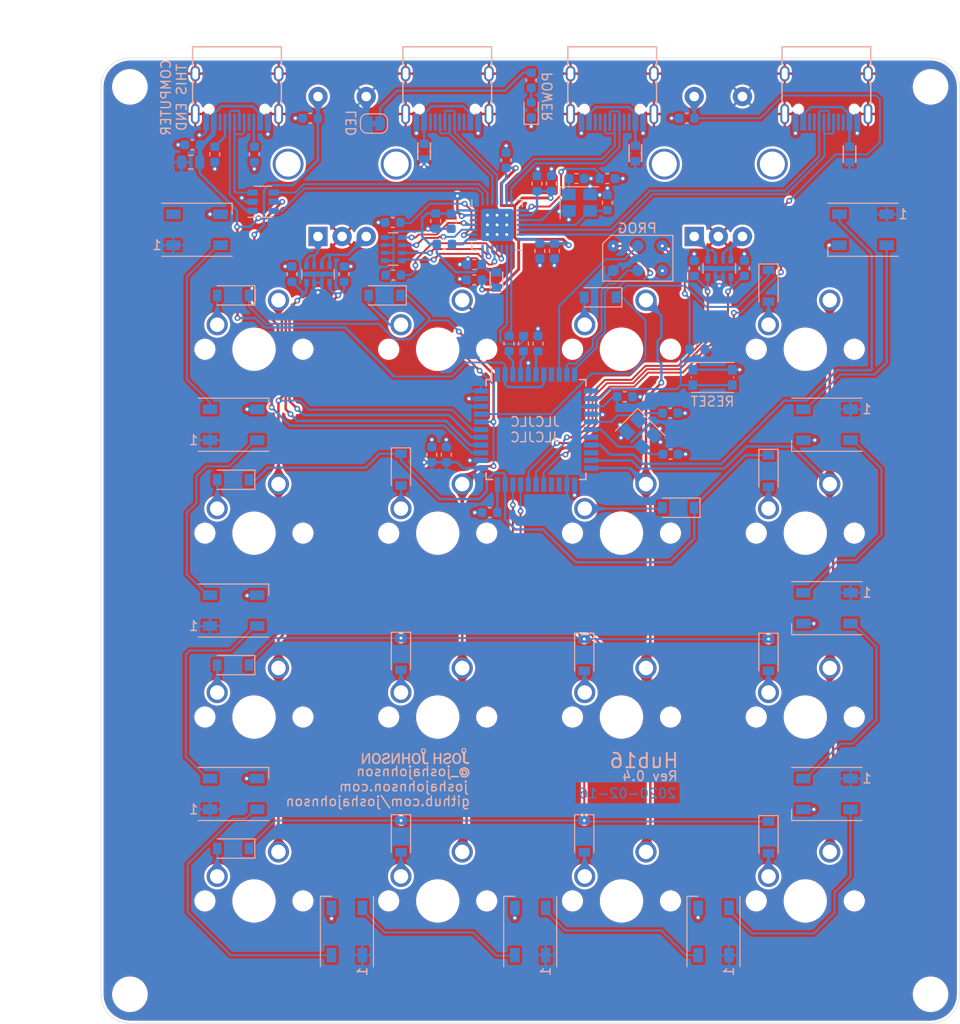
<source format=kicad_pcb>
(kicad_pcb (version 20171130) (host pcbnew 5.1.5-52549c5~84~ubuntu19.10.1)
  (layers (0 F.Cu signal) (31 B.Cu signal) (34 B.Paste user) (35 F.Paste user) (36 B.SilkS user) (37 F.SilkS user) (38 B.Mask user) (39 F.Mask user) (44 Edge.Cuts user))
  (net 0 "")
  (net 1 GND)
  (net 2 VBUS)
  (net 3 "Net-(C2-Pad1)")
  (net 4 "Net-(C3-Pad1)")
  (net 5 "Net-(C4-Pad1)")
  (net 6 +5V)
  (net 7 "Net-(D1-Pad2)")
  (net 8 /LED_DAT)
  (net 9 "Net-(D2-Pad2)")
  (net 10 "Net-(D3-Pad2)")
  (net 11 "Net-(D10-Pad4)")
  (net 12 "Net-(D5-Pad2)")
  (net 13 /row1)
  (net 14 /row2)
  (net 15 "Net-(D6-Pad2)")
  (net 16 "Net-(D7-Pad2)")
  (net 17 /row3)
  (net 18 /row4)
  (net 19 "Net-(D8-Pad2)")
  (net 20 "Net-(D10-Pad2)")
  (net 21 "Net-(D11-Pad2)")
  (net 22 "Net-(D12-Pad2)")
  (net 23 "Net-(D13-Pad2)")
  (net 24 "Net-(D14-Pad2)")
  (net 25 "Net-(D16-Pad2)")
  (net 26 "Net-(D17-Pad2)")
  (net 27 "Net-(D18-Pad2)")
  (net 28 "Net-(D19-Pad2)")
  (net 29 "Net-(D20-Pad2)")
  (net 30 "Net-(D22-Pad2)")
  (net 31 "Net-(D23-Pad2)")
  (net 32 "Net-(D24-Pad2)")
  (net 33 "Net-(D25-Pad2)")
  (net 34 "Net-(D26-Pad2)")
  (net 35 "Net-(D27-Pad2)")
  (net 36 /MISO)
  (net 37 /MOSI)
  (net 38 /SCK)
  (net 39 /nRST)
  (net 40 /col1)
  (net 41 /col2)
  (net 42 /col3)
  (net 43 /col4)
  (net 44 "Net-(R5-Pad1)")
  (net 45 "Net-(D29-Pad2)")
  (net 46 "Net-(D30-Pad2)")
  (net 47 "Net-(D31-Pad2)")
  (net 48 /ENC_1_A)
  (net 49 /ENC_1_B)
  (net 50 /ENC_1_SW)
  (net 51 /ENC_2_A)
  (net 52 /ENC_2_B)
  (net 53 /ENC_2_SW)
  (net 54 "Net-(R13-Pad1)")
  (net 55 "Net-(R14-Pad1)")
  (net 56 +3V3)
  (net 57 +3.3VA)
  (net 58 "/USB Hub/XIN")
  (net 59 "/USB Hub/XOUT")
  (net 60 "Net-(FB2-Pad1)")
  (net 61 "Net-(FB3-Pad1)")
  (net 62 "Net-(FB4-Pad1)")
  (net 63 /USB_UP_D+)
  (net 64 "Net-(J1-PadA5)")
  (net 65 /USB_UP_D-)
  (net 66 "Net-(J1-PadB5)")
  (net 67 "/USB Hub/D2_D+")
  (net 68 "/USB Hub/D2_D-")
  (net 69 "/USB Hub/D1_D+")
  (net 70 "/USB Hub/D1_D-")
  (net 71 "/USB Hub/D3_D+")
  (net 72 "/USB Hub/D3_D-")
  (net 73 "/USB Hub/USB_DN_D+")
  (net 74 "Net-(R6-Pad1)")
  (net 75 "/USB Hub/USB_DN_D-")
  (net 76 "Net-(R7-Pad1)")
  (net 77 "Net-(R12-Pad1)")
  (net 78 "Net-(RN1-Pad5)")
  (net 79 "Net-(RN3-Pad5)")
  (net 80 "Net-(RN3-Pad7)")
  (net 81 "/USB Hub/nOVR_4")
  (net 82 "/USB Hub/nOVR_2")
  (net 83 "/USB Hub/nOVR_3")
  (net 84 "/USB Hub/nOVR_1")
  (net 85 "/USB Hub/UP_USB_P")
  (net 86 "/USB Hub/UP_USB_N")
  (net 87 "Net-(RN1-Pad7)")
  (net 88 "Net-(JP11-Pad2)")
  (net 89 "Net-(R9-Pad1)")
  (module josh-dfn-qfn:QFN-28-1EP_5x5mm_P0.5mm_EP3.35x3.35mm_ThermalVias (layer B.Cu) (at 88.5625 56.3 270)
    (fp_text reference U3 hide)
    (fp_text value CY7C65632-28LTXCT)
    (pad 29 smd roundrect (at 0 0 270) (size 3.35 3.35) (layers B.Cu B.Mask) (roundrect_rratio 0.074627) (net 1 GND))
    (pad 29 thru_hole circle (at -1 1 270) (size 0.5 0.5) (drill 0.3) (layers *.Cu) (net 1 GND))
    (pad 29 thru_hole circle (at 0 1 270) (size 0.5 0.5) (drill 0.3) (layers *.Cu) (net 1 GND))
    (pad 29 thru_hole circle (at 1 1 270) (size 0.5 0.5) (drill 0.3) (layers *.Cu) (net 1 GND))
    (pad 29 thru_hole circle (at -1 0 270) (size 0.5 0.5) (drill 0.3) (layers *.Cu) (net 1 GND))
    (pad 29 thru_hole circle (at 0 0 270) (size 0.5 0.5) (drill 0.3) (layers *.Cu) (net 1 GND))
    (pad 29 thru_hole circle (at 1 0 270) (size 0.5 0.5) (drill 0.3) (layers *.Cu) (net 1 GND))
    (pad 29 thru_hole circle (at -1 -1 270) (size 0.5 0.5) (drill 0.3) (layers *.Cu) (net 1 GND))
    (pad 29 thru_hole circle (at 0 -1 270) (size 0.5 0.5) (drill 0.3) (layers *.Cu) (net 1 GND))
    (pad 29 thru_hole circle (at 1 -1 270) (size 0.5 0.5) (drill 0.3) (layers *.Cu) (net 1 GND))
    (pad 1 smd roundrect (at -2.45 1.5 270) (size 0.8 0.25) (layers B.Cu B.Paste B.Mask) (net 86 "/USB Hub/UP_USB_N"))
    (pad 2 smd roundrect (at -2.45 1 270) (size 0.8 0.25) (layers B.Cu B.Paste B.Mask) (net 85 "/USB Hub/UP_USB_P"))
    (pad 3 smd roundrect (at -2.45 0.5 270) (size 0.8 0.25) (layers B.Cu B.Paste B.Mask) (net 70 "/USB Hub/D1_D-"))
    (pad 4 smd roundrect (at -2.45 0 270) (size 0.8 0.25) (layers B.Cu B.Paste B.Mask) (net 69 "/USB Hub/D1_D+"))
    (pad 5 smd roundrect (at -2.45 -0.5 270) (size 0.8 0.25) (layers B.Cu B.Paste B.Mask) (net 57 +3.3VA))
    (pad 6 smd roundrect (at -2.45 -1 270) (size 0.8 0.25) (layers B.Cu B.Paste B.Mask) (net 68 "/USB Hub/D2_D-"))
    (pad 7 smd roundrect (at -2.45 -1.5 270) (size 0.8 0.25) (layers B.Cu B.Paste B.Mask) (net 67 "/USB Hub/D2_D+"))
    (pad 8 smd roundrect (at -1.5 -2.45 270) (size 0.25 0.8) (layers B.Cu B.Paste B.Mask) (net 55 "Net-(R14-Pad1)"))
    (pad 9 smd roundrect (at -1 -2.45 270) (size 0.25 0.8) (layers B.Cu B.Paste B.Mask) (net 57 +3.3VA))
    (pad 10 smd roundrect (at -0.5 -2.45 270) (size 0.25 0.8) (layers B.Cu B.Paste B.Mask) (net 58 "/USB Hub/XIN"))
    (pad 11 smd roundrect (at 0 -2.45 270) (size 0.25 0.8) (layers B.Cu B.Paste B.Mask) (net 59 "/USB Hub/XOUT"))
    (pad 12 smd roundrect (at 0.5 -2.45 270) (size 0.25 0.8) (layers B.Cu B.Paste B.Mask) (net 72 "/USB Hub/D3_D-"))
    (pad 13 smd roundrect (at 1 -2.45 270) (size 0.25 0.8) (layers B.Cu B.Paste B.Mask) (net 71 "/USB Hub/D3_D+"))
    (pad 14 smd roundrect (at 1.5 -2.45 270) (size 0.25 0.8) (layers B.Cu B.Paste B.Mask) (net 57 +3.3VA))
    (pad 15 smd roundrect (at 2.45 -1.5 270) (size 0.8 0.25) (layers B.Cu B.Paste B.Mask) (net 75 "/USB Hub/USB_DN_D-"))
    (pad 16 smd roundrect (at 2.45 -1 270) (size 0.8 0.25) (layers B.Cu B.Paste B.Mask) (net 73 "/USB Hub/USB_DN_D+"))
    (pad 17 smd roundrect (at 2.45 -0.5 270) (size 0.8 0.25) (layers B.Cu B.Paste B.Mask) (net 77 "Net-(R12-Pad1)"))
    (pad 18 smd roundrect (at 2.45 0 270) (size 0.8 0.25) (layers B.Cu B.Paste B.Mask))
    (pad 19 smd roundrect (at 2.45 0.5 270) (size 0.8 0.25) (layers B.Cu B.Paste B.Mask) (net 81 "/USB Hub/nOVR_4"))
    (pad 20 smd roundrect (at 2.45 1 270) (size 0.8 0.25) (layers B.Cu B.Paste B.Mask) (net 83 "/USB Hub/nOVR_3"))
    (pad 21 smd roundrect (at 2.45 1.5 270) (size 0.8 0.25) (layers B.Cu B.Paste B.Mask) (net 56 +3V3))
    (pad 22 smd roundrect (at 1.5 2.45 270) (size 0.25 0.8) (layers B.Cu B.Paste B.Mask) (net 54 "Net-(R13-Pad1)"))
    (pad 23 smd roundrect (at 1 2.45 270) (size 0.25 0.8) (layers B.Cu B.Paste B.Mask) (net 89 "Net-(R9-Pad1)"))
    (pad 24 smd roundrect (at 0.5 2.45 270) (size 0.25 0.8) (layers B.Cu B.Paste B.Mask) (net 82 "/USB Hub/nOVR_2"))
    (pad 25 smd roundrect (at 0 2.45 270) (size 0.25 0.8) (layers B.Cu B.Paste B.Mask) (net 84 "/USB Hub/nOVR_1"))
    (pad 26 smd roundrect (at -0.5 2.45 270) (size 0.25 0.8) (layers B.Cu B.Paste B.Mask))
    (pad 27 smd roundrect (at -1 2.45 270) (size 0.25 0.8) (layers B.Cu B.Paste B.Mask) (net 6 +5V))
    (pad 28 smd roundrect (at -1.5 2.45 270) (size 0.25 0.8) (layers B.Cu B.Paste B.Mask) (net 56 +3V3))
  )
  (module josh-buttons-switches:RotaryEncoder_Alps_EC11E-Switch_Vertical_H20mm_CircularMountingHoles (layer F.Cu) (at 109 57.5 90)
    (fp_text reference SW3 hide)
    (fp_text value Rotary_Encoder_Switch)
    (pad A thru_hole rect (at 0 0 90) (size 2 2) (drill 1) (layers *.Cu *.Mask) (net 78 "Net-(RN1-Pad5)"))
    (pad C thru_hole circle (at 0 2.5 90) (size 2 2) (drill 1) (layers *.Cu *.Mask) (net 1 GND))
    (pad B thru_hole circle (at 0 5 90) (size 2 2) (drill 1) (layers *.Cu *.Mask) (net 87 "Net-(RN1-Pad7)"))
    (pad MP thru_hole circle (at 7.5 -3.1 90) (size 3.2 3.2) (drill 2.6) (layers *.Cu *.Mask))
    (pad MP thru_hole circle (at 7.5 8.1 90) (size 3.2 3.2) (drill 2.6) (layers *.Cu *.Mask))
    (pad S2 thru_hole circle (at 14.5 0 90) (size 2 2) (drill 1) (layers *.Cu *.Mask) (net 53 /ENC_2_SW))
    (pad S1 thru_hole circle (at 14.5 5 90) (size 2 2) (drill 1) (layers *.Cu *.Mask) (net 6 +5V))
  )
  (module josh-buttons-switches:RotaryEncoder_Alps_EC11E-Switch_Vertical_H20mm_CircularMountingHoles (layer F.Cu) (at 70 57.5 90)
    (fp_text reference SW2 hide)
    (fp_text value Rotary_Encoder_Switch)
    (pad A thru_hole rect (at 0 0 90) (size 2 2) (drill 1) (layers *.Cu *.Mask) (net 79 "Net-(RN3-Pad5)"))
    (pad C thru_hole circle (at 0 2.5 90) (size 2 2) (drill 1) (layers *.Cu *.Mask) (net 1 GND))
    (pad B thru_hole circle (at 0 5 90) (size 2 2) (drill 1) (layers *.Cu *.Mask) (net 80 "Net-(RN3-Pad7)"))
    (pad MP thru_hole circle (at 7.5 -3.1 90) (size 3.2 3.2) (drill 2.6) (layers *.Cu *.Mask))
    (pad MP thru_hole circle (at 7.5 8.1 90) (size 3.2 3.2) (drill 2.6) (layers *.Cu *.Mask))
    (pad S2 thru_hole circle (at 14.5 0 90) (size 2 2) (drill 1) (layers *.Cu *.Mask) (net 50 /ENC_1_SW))
    (pad S1 thru_hole circle (at 14.5 5 90) (size 2 2) (drill 1) (layers *.Cu *.Mask) (net 6 +5V))
  )
  (module Resistor_SMD:R_0603_1608Metric (layer B.Cu) (at 77.75 56.05 180)
    (fp_text reference R9 hide)
    (fp_text value 100K)
    (pad 2 smd roundrect (at 0.7875 0 180) (size 0.875 0.95) (layers B.Cu B.Paste B.Mask) (net 1 GND))
    (pad 1 smd roundrect (at -0.7875 0 180) (size 0.875 0.95) (layers B.Cu B.Paste B.Mask) (net 89 "Net-(R9-Pad1)"))
  )
  (module josh-keyboard:MX_KEYSWITCH (layer F.Cu) (at 120.45 88.25)
    (fp_text reference K17 hide)
    (fp_text value KEYSW)
    (pad "" np_thru_hole circle (at 5.14 -0.02) (size 1.7 1.7) (drill 1.7) (layers *.Cu *.Mask))
    (pad "" np_thru_hole circle (at -5.02 -0.02) (size 1.7 1.7) (drill 1.7) (layers *.Cu *.Mask))
    (pad "" np_thru_hole circle (at 0.06 -0.02) (size 4 4) (drill 4) (layers *.Cu *.Mask))
    (pad 2 thru_hole circle (at -3.75 -2.56) (size 2.2 2.2) (drill 1.5) (layers *.Cu *.Mask) (net 33 "Net-(D25-Pad2)"))
    (pad 1 thru_hole circle (at 2.6 -5.1) (size 2.2 2.2) (drill 1.5) (layers *.Cu *.Mask) (net 43 /col4))
  )
  (module josh-logos:OSHW_Logo_3.6x3.6_F.Mask (layer B.Cu) (at 92 112.5 180)
    (fp_text reference LOGO4 hide)
    (fp_text value Logo_Open_Hardware_Small hide)
  )
  (module josh-logos:board-title (layer B.Cu) (at 101 113.9 180)
    (fp_text reference LOGO3 hide)
    (fp_text value Board-Details)
    (fp_text user 2020-02-16 (at -1.1 -1.3) (layer B.Cu) (effects (justify mirror)))
    (fp_text user "Rev 0.4" (at -3.4 0.5) (layer B.SilkS) (effects (justify mirror)))
    (fp_text user Hub16 (at -2.8 2.1) (layer B.SilkS) (effects (font (size 1.5 1.5) (thickness 0.2)) (justify mirror)))
  )
  (module josh-logos:josh-details (layer B.Cu) (at 79.67 115.07 180)
    (fp_text reference LOGO2 hide)
    (fp_text value Josh-Details)
    (fp_text user github.com/joshajohnson (at 3.4736 -0.932) (layer B.SilkS) (effects (justify mirror)))
    (fp_text user joshajohnson.com (at 0.8 0.6) (layer B.SilkS) (effects (justify mirror)))
    (fp_text user @_joshajohnson (at -0.23 2.17 180) (layer B.SilkS) (effects (justify mirror)))
  )
  (module josh-logos:josh-johnson-logo-11x2 (layer B.Cu) (at 80.1 111.3 180)
    (fp_text reference LOGO1 hide)
    (fp_text value Josh-Logo hide)
  )
  (module Package_TO_SOT_SMD:SOT-23-6 (layer B.Cu) (at 64.3 53.9)
    (fp_text reference U1 hide)
    (fp_text value USBLC6-2SC6)
    (pad 5 smd rect (at 1.1 0) (size 1.06 0.65) (layers B.Cu B.Paste B.Mask) (net 2 VBUS))
    (pad 6 smd rect (at 1.1 0.95) (size 1.06 0.65) (layers B.Cu B.Paste B.Mask) (net 86 "/USB Hub/UP_USB_N"))
    (pad 4 smd rect (at 1.1 -0.95) (size 1.06 0.65) (layers B.Cu B.Paste B.Mask) (net 85 "/USB Hub/UP_USB_P"))
    (pad 3 smd rect (at -1.1 -0.95) (size 1.06 0.65) (layers B.Cu B.Paste B.Mask) (net 63 /USB_UP_D+))
    (pad 2 smd rect (at -1.1 0) (size 1.06 0.65) (layers B.Cu B.Paste B.Mask) (net 1 GND))
    (pad 1 smd rect (at -1.1 0.95) (size 1.06 0.65) (layers B.Cu B.Paste B.Mask) (net 65 /USB_UP_D-))
  )
  (module Resistor_SMD:R_Array_Convex_4x0603 (layer B.Cu) (at 77.8 58.8 180)
    (fp_text reference RN5 hide)
    (fp_text value 10K)
    (pad 5 smd rect (at 0.9 -1.2 180) (size 0.8 0.5) (layers B.Cu B.Paste B.Mask) (net 56 +3V3))
    (pad 6 smd rect (at 0.9 -0.4 180) (size 0.8 0.4) (layers B.Cu B.Paste B.Mask) (net 56 +3V3))
    (pad 8 smd rect (at 0.9 1.2 180) (size 0.8 0.5) (layers B.Cu B.Paste B.Mask) (net 56 +3V3))
    (pad 7 smd rect (at 0.9 0.4 180) (size 0.8 0.4) (layers B.Cu B.Paste B.Mask) (net 56 +3V3))
    (pad 4 smd rect (at -0.9 -1.2 180) (size 0.8 0.5) (layers B.Cu B.Paste B.Mask) (net 81 "/USB Hub/nOVR_4"))
    (pad 2 smd rect (at -0.9 0.4 180) (size 0.8 0.4) (layers B.Cu B.Paste B.Mask) (net 82 "/USB Hub/nOVR_2"))
    (pad 3 smd rect (at -0.9 -0.4 180) (size 0.8 0.4) (layers B.Cu B.Paste B.Mask) (net 83 "/USB Hub/nOVR_3"))
    (pad 1 smd rect (at -0.9 1.2 180) (size 0.8 0.5) (layers B.Cu B.Paste B.Mask) (net 84 "/USB Hub/nOVR_1"))
  )
  (module Resistor_SMD:R_Array_Convex_4x0603 (layer B.Cu) (at 70 61.4 90)
    (fp_text reference RN3 hide)
    (fp_text value 10K)
    (pad 5 smd rect (at 0.9 -1.2 90) (size 0.8 0.5) (layers B.Cu B.Paste B.Mask) (net 79 "Net-(RN3-Pad5)"))
    (pad 6 smd rect (at 0.9 -0.4 90) (size 0.8 0.4) (layers B.Cu B.Paste B.Mask) (net 79 "Net-(RN3-Pad5)"))
    (pad 8 smd rect (at 0.9 1.2 90) (size 0.8 0.5) (layers B.Cu B.Paste B.Mask) (net 80 "Net-(RN3-Pad7)"))
    (pad 7 smd rect (at 0.9 0.4 90) (size 0.8 0.4) (layers B.Cu B.Paste B.Mask) (net 80 "Net-(RN3-Pad7)"))
    (pad 4 smd rect (at -0.9 -1.2 90) (size 0.8 0.5) (layers B.Cu B.Paste B.Mask) (net 48 /ENC_1_A))
    (pad 2 smd rect (at -0.9 0.4 90) (size 0.8 0.4) (layers B.Cu B.Paste B.Mask) (net 6 +5V))
    (pad 3 smd rect (at -0.9 -0.4 90) (size 0.8 0.4) (layers B.Cu B.Paste B.Mask) (net 6 +5V))
    (pad 1 smd rect (at -0.9 1.2 90) (size 0.8 0.5) (layers B.Cu B.Paste B.Mask) (net 49 /ENC_1_B))
  )
  (module Resistor_SMD:R_Array_Convex_4x0603 (layer B.Cu) (at 111.6 60.8 90)
    (fp_text reference RN1 hide)
    (fp_text value 10K)
    (pad 5 smd rect (at 0.9 -1.2 90) (size 0.8 0.5) (layers B.Cu B.Paste B.Mask) (net 78 "Net-(RN1-Pad5)"))
    (pad 6 smd rect (at 0.9 -0.4 90) (size 0.8 0.4) (layers B.Cu B.Paste B.Mask) (net 78 "Net-(RN1-Pad5)"))
    (pad 8 smd rect (at 0.9 1.2 90) (size 0.8 0.5) (layers B.Cu B.Paste B.Mask) (net 87 "Net-(RN1-Pad7)"))
    (pad 7 smd rect (at 0.9 0.4 90) (size 0.8 0.4) (layers B.Cu B.Paste B.Mask) (net 87 "Net-(RN1-Pad7)"))
    (pad 4 smd rect (at -0.9 -1.2 90) (size 0.8 0.5) (layers B.Cu B.Paste B.Mask) (net 51 /ENC_2_A))
    (pad 2 smd rect (at -0.9 0.4 90) (size 0.8 0.4) (layers B.Cu B.Paste B.Mask) (net 6 +5V))
    (pad 3 smd rect (at -0.9 -0.4 90) (size 0.8 0.4) (layers B.Cu B.Paste B.Mask) (net 6 +5V))
    (pad 1 smd rect (at -0.9 1.2 90) (size 0.8 0.5) (layers B.Cu B.Paste B.Mask) (net 52 /ENC_2_B))
  )
  (module josh-buttons-switches:SW_Push_KMR2 (layer B.Cu) (at 110.9 72.1 180)
    (fp_text reference SW1 hide)
    (fp_text value KMR2)
    (pad 2 smd rect (at 2.05 -0.8 180) (size 0.9 1) (layers B.Cu B.Paste B.Mask) (net 39 /nRST))
    (pad 1 smd rect (at 2.05 0.8 180) (size 0.9 1) (layers B.Cu B.Paste B.Mask) (net 1 GND))
    (pad 2 smd rect (at -2.05 -0.8 180) (size 0.9 1) (layers B.Cu B.Paste B.Mask) (net 39 /nRST))
    (pad 1 smd rect (at -2.05 0.8 180) (size 0.9 1) (layers B.Cu B.Paste B.Mask) (net 1 GND))
  )
  (module josh-connectors:AVR_PROG_2.54_SMT (layer B.Cu) (at 103.15 59.75)
    (fp_text reference J2 hide)
    (fp_text value AVR-ISP-6)
    (pad 5 smd circle (at 2.54 -1.27) (size 1.2 1.2) (layers B.Cu B.Mask) (net 39 /nRST))
    (pad 6 smd circle (at 2.54 1.27) (size 1.2 1.2) (layers B.Cu B.Mask) (net 1 GND))
    (pad 3 smd circle (at 0 -1.27) (size 1.2 1.2) (layers B.Cu B.Mask) (net 38 /SCK))
    (pad 4 smd circle (at 0 1.27) (size 1.2 1.2) (layers B.Cu B.Mask) (net 37 /MOSI))
    (pad 1 smd circle (at -2.54 -1.27) (size 1.2 1.2) (layers B.Cu B.Mask) (net 36 /MISO))
    (pad 2 smd circle (at -2.54 1.27) (size 1.2 1.2) (layers B.Cu B.Mask) (net 6 +5V))
  )
  (module josh-passives-smt:Fuse_0805_2012Metric (layer B.Cu) (at 56.8 49.8)
    (fp_text reference F1 hide)
    (fp_text value 500mA)
    (pad 2 smd roundrect (at 0.9375 0) (size 0.975 1.4) (layers B.Cu B.Paste B.Mask) (net 2 VBUS))
    (pad 1 smd roundrect (at -0.9375 0) (size 0.975 1.4) (layers B.Cu B.Paste B.Mask) (net 6 +5V))
  )
  (module LED_SMD:LED_WS2812B_PLCC4_5.0x5.0mm_P3.2mm (layer B.Cu) (at 57.45 56.8)
    (fp_text reference D32 hide)
    (fp_text value WS2812B)
    (fp_text user 1 (at -4.15 1.6) (layer B.SilkS) (effects (justify mirror)))
    (pad 1 smd rect (at -2.45 1.6) (size 1.5 1) (layers B.Cu B.Paste B.Mask) (net 6 +5V))
    (pad 2 smd rect (at -2.45 -1.6) (size 1.5 1) (layers B.Cu B.Paste B.Mask))
    (pad 4 smd rect (at 2.45 1.6) (size 1.5 1) (layers B.Cu B.Paste B.Mask) (net 47 "Net-(D31-Pad2)"))
    (pad 3 smd rect (at 2.45 -1.6) (size 1.5 1) (layers B.Cu B.Paste B.Mask) (net 1 GND))
  )
  (module LED_SMD:LED_WS2812B_PLCC4_5.0x5.0mm_P3.2mm (layer B.Cu) (at 61.25 77)
    (fp_text reference D31 hide)
    (fp_text value WS2812B)
    (fp_text user 1 (at -4.15 1.6) (layer B.SilkS) (effects (justify mirror)))
    (pad 1 smd rect (at -2.45 1.6) (size 1.5 1) (layers B.Cu B.Paste B.Mask) (net 6 +5V))
    (pad 2 smd rect (at -2.45 -1.6) (size 1.5 1) (layers B.Cu B.Paste B.Mask) (net 47 "Net-(D31-Pad2)"))
    (pad 4 smd rect (at 2.45 1.6) (size 1.5 1) (layers B.Cu B.Paste B.Mask) (net 46 "Net-(D30-Pad2)"))
    (pad 3 smd rect (at 2.45 -1.6) (size 1.5 1) (layers B.Cu B.Paste B.Mask) (net 1 GND))
  )
  (module LED_SMD:LED_WS2812B_PLCC4_5.0x5.0mm_P3.2mm (layer B.Cu) (at 61.25 96.25)
    (fp_text reference D30 hide)
    (fp_text value WS2812B)
    (fp_text user 1 (at -4.15 1.6) (layer B.SilkS) (effects (justify mirror)))
    (pad 1 smd rect (at -2.45 1.6) (size 1.5 1) (layers B.Cu B.Paste B.Mask) (net 6 +5V))
    (pad 2 smd rect (at -2.45 -1.6) (size 1.5 1) (layers B.Cu B.Paste B.Mask) (net 46 "Net-(D30-Pad2)"))
    (pad 4 smd rect (at 2.45 1.6) (size 1.5 1) (layers B.Cu B.Paste B.Mask) (net 45 "Net-(D29-Pad2)"))
    (pad 3 smd rect (at 2.45 -1.6) (size 1.5 1) (layers B.Cu B.Paste B.Mask) (net 1 GND))
  )
  (module LED_SMD:LED_WS2812B_PLCC4_5.0x5.0mm_P3.2mm (layer B.Cu) (at 61.25 115.25)
    (fp_text reference D29 hide)
    (fp_text value WS2812B)
    (fp_text user 1 (at -4.15 1.6) (layer B.SilkS) (effects (justify mirror)))
    (pad 1 smd rect (at -2.45 1.6) (size 1.5 1) (layers B.Cu B.Paste B.Mask) (net 6 +5V))
    (pad 2 smd rect (at -2.45 -1.6) (size 1.5 1) (layers B.Cu B.Paste B.Mask) (net 45 "Net-(D29-Pad2)"))
    (pad 4 smd rect (at 2.45 1.6) (size 1.5 1) (layers B.Cu B.Paste B.Mask) (net 31 "Net-(D23-Pad2)"))
    (pad 3 smd rect (at 2.45 -1.6) (size 1.5 1) (layers B.Cu B.Paste B.Mask) (net 1 GND))
  )
  (module LED_SMD:LED_WS2812B_PLCC4_5.0x5.0mm_P3.2mm (layer B.Cu) (at 73 129.5 90)
    (fp_text reference D23 hide)
    (fp_text value WS2812B)
    (fp_text user 1 (at -4.15 1.6 90) (layer B.SilkS) (effects (justify mirror)))
    (pad 1 smd rect (at -2.45 1.6 90) (size 1.5 1) (layers B.Cu B.Paste B.Mask) (net 6 +5V))
    (pad 2 smd rect (at -2.45 -1.6 90) (size 1.5 1) (layers B.Cu B.Paste B.Mask) (net 31 "Net-(D23-Pad2)"))
    (pad 4 smd rect (at 2.45 1.6 90) (size 1.5 1) (layers B.Cu B.Paste B.Mask) (net 30 "Net-(D22-Pad2)"))
    (pad 3 smd rect (at 2.45 -1.6 90) (size 1.5 1) (layers B.Cu B.Paste B.Mask) (net 1 GND))
  )
  (module LED_SMD:LED_WS2812B_PLCC4_5.0x5.0mm_P3.2mm (layer B.Cu) (at 92 129.5 90)
    (fp_text reference D22 hide)
    (fp_text value WS2812B)
    (fp_text user 1 (at -4.15 1.6 90) (layer B.SilkS) (effects (justify mirror)))
    (pad 1 smd rect (at -2.45 1.6 90) (size 1.5 1) (layers B.Cu B.Paste B.Mask) (net 6 +5V))
    (pad 2 smd rect (at -2.45 -1.6 90) (size 1.5 1) (layers B.Cu B.Paste B.Mask) (net 30 "Net-(D22-Pad2)"))
    (pad 4 smd rect (at 2.45 1.6 90) (size 1.5 1) (layers B.Cu B.Paste B.Mask) (net 25 "Net-(D16-Pad2)"))
    (pad 3 smd rect (at 2.45 -1.6 90) (size 1.5 1) (layers B.Cu B.Paste B.Mask) (net 1 GND))
  )
  (module LED_SMD:LED_WS2812B_PLCC4_5.0x5.0mm_P3.2mm (layer B.Cu) (at 111 129.5 90)
    (fp_text reference D16 hide)
    (fp_text value WS2812B)
    (fp_text user 1 (at -4.15 1.6 90) (layer B.SilkS) (effects (justify mirror)))
    (pad 1 smd rect (at -2.45 1.6 90) (size 1.5 1) (layers B.Cu B.Paste B.Mask) (net 6 +5V))
    (pad 2 smd rect (at -2.45 -1.6 90) (size 1.5 1) (layers B.Cu B.Paste B.Mask) (net 25 "Net-(D16-Pad2)"))
    (pad 4 smd rect (at 2.45 1.6 90) (size 1.5 1) (layers B.Cu B.Paste B.Mask) (net 20 "Net-(D10-Pad2)"))
    (pad 3 smd rect (at 2.45 -1.6 90) (size 1.5 1) (layers B.Cu B.Paste B.Mask) (net 1 GND))
  )
  (module LED_SMD:LED_WS2812B_PLCC4_5.0x5.0mm_P3.2mm (layer B.Cu) (at 122.75 115.25 180)
    (fp_text reference D10 hide)
    (fp_text value WS2812B)
    (fp_text user 1 (at -4.15 1.6) (layer B.SilkS) (effects (justify mirror)))
    (pad 1 smd rect (at -2.45 1.6 180) (size 1.5 1) (layers B.Cu B.Paste B.Mask) (net 6 +5V))
    (pad 2 smd rect (at -2.45 -1.6 180) (size 1.5 1) (layers B.Cu B.Paste B.Mask) (net 20 "Net-(D10-Pad2)"))
    (pad 4 smd rect (at 2.45 1.6 180) (size 1.5 1) (layers B.Cu B.Paste B.Mask) (net 11 "Net-(D10-Pad4)"))
    (pad 3 smd rect (at 2.45 -1.6 180) (size 1.5 1) (layers B.Cu B.Paste B.Mask) (net 1 GND))
  )
  (module LED_SMD:LED_WS2812B_PLCC4_5.0x5.0mm_P3.2mm (layer B.Cu) (at 122.75 96 180)
    (fp_text reference D4 hide)
    (fp_text value WS2812B)
    (fp_text user 1 (at -4.15 1.6) (layer B.SilkS) (effects (justify mirror)))
    (pad 1 smd rect (at -2.45 1.6 180) (size 1.5 1) (layers B.Cu B.Paste B.Mask) (net 6 +5V))
    (pad 2 smd rect (at -2.45 -1.6 180) (size 1.5 1) (layers B.Cu B.Paste B.Mask) (net 11 "Net-(D10-Pad4)"))
    (pad 4 smd rect (at 2.45 1.6 180) (size 1.5 1) (layers B.Cu B.Paste B.Mask) (net 10 "Net-(D3-Pad2)"))
    (pad 3 smd rect (at 2.45 -1.6 180) (size 1.5 1) (layers B.Cu B.Paste B.Mask) (net 1 GND))
  )
  (module LED_SMD:LED_WS2812B_PLCC4_5.0x5.0mm_P3.2mm (layer B.Cu) (at 122.75 77 180)
    (fp_text reference D3 hide)
    (fp_text value WS2812B)
    (fp_text user 1 (at -4.15 1.6) (layer B.SilkS) (effects (justify mirror)))
    (pad 1 smd rect (at -2.45 1.6 180) (size 1.5 1) (layers B.Cu B.Paste B.Mask) (net 6 +5V))
    (pad 2 smd rect (at -2.45 -1.6 180) (size 1.5 1) (layers B.Cu B.Paste B.Mask) (net 10 "Net-(D3-Pad2)"))
    (pad 4 smd rect (at 2.45 1.6 180) (size 1.5 1) (layers B.Cu B.Paste B.Mask) (net 9 "Net-(D2-Pad2)"))
    (pad 3 smd rect (at 2.45 -1.6 180) (size 1.5 1) (layers B.Cu B.Paste B.Mask) (net 1 GND))
  )
  (module LED_SMD:LED_WS2812B_PLCC4_5.0x5.0mm_P3.2mm (layer B.Cu) (at 126.5 56.8 180)
    (fp_text reference D2 hide)
    (fp_text value WS2812B)
    (fp_text user 1 (at -4.15 1.6) (layer B.SilkS) (effects (justify mirror)))
    (pad 1 smd rect (at -2.45 1.6 180) (size 1.5 1) (layers B.Cu B.Paste B.Mask) (net 6 +5V))
    (pad 2 smd rect (at -2.45 -1.6 180) (size 1.5 1) (layers B.Cu B.Paste B.Mask) (net 9 "Net-(D2-Pad2)"))
    (pad 4 smd rect (at 2.45 1.6 180) (size 1.5 1) (layers B.Cu B.Paste B.Mask) (net 8 /LED_DAT))
    (pad 3 smd rect (at 2.45 -1.6 180) (size 1.5 1) (layers B.Cu B.Paste B.Mask) (net 1 GND))
  )
  (module josh-keyboard:MX_KEYSWITCH (layer F.Cu) (at 120.45 126.35)
    (fp_text reference K19 hide)
    (fp_text value KEYSW)
    (pad "" np_thru_hole circle (at 5.14 -0.02) (size 1.7 1.7) (drill 1.7) (layers *.Cu *.Mask))
    (pad "" np_thru_hole circle (at -5.02 -0.02) (size 1.7 1.7) (drill 1.7) (layers *.Cu *.Mask))
    (pad "" np_thru_hole circle (at 0.06 -0.02) (size 4 4) (drill 4) (layers *.Cu *.Mask))
    (pad 2 thru_hole circle (at -3.75 -2.56) (size 2.2 2.2) (drill 1.5) (layers *.Cu *.Mask) (net 35 "Net-(D27-Pad2)"))
    (pad 1 thru_hole circle (at 2.6 -5.1) (size 2.2 2.2) (drill 1.5) (layers *.Cu *.Mask) (net 43 /col4))
  )
  (module josh-keyboard:MX_KEYSWITCH (layer F.Cu) (at 120.45 107.3)
    (fp_text reference K18 hide)
    (fp_text value KEYSW)
    (pad "" np_thru_hole circle (at 5.14 -0.02) (size 1.7 1.7) (drill 1.7) (layers *.Cu *.Mask))
    (pad "" np_thru_hole circle (at -5.02 -0.02) (size 1.7 1.7) (drill 1.7) (layers *.Cu *.Mask))
    (pad "" np_thru_hole circle (at 0.06 -0.02) (size 4 4) (drill 4) (layers *.Cu *.Mask))
    (pad 2 thru_hole circle (at -3.75 -2.56) (size 2.2 2.2) (drill 1.5) (layers *.Cu *.Mask) (net 34 "Net-(D26-Pad2)"))
    (pad 1 thru_hole circle (at 2.6 -5.1) (size 2.2 2.2) (drill 1.5) (layers *.Cu *.Mask) (net 43 /col4))
  )
  (module josh-keyboard:MX_KEYSWITCH (layer F.Cu) (at 120.45 69.2)
    (fp_text reference K16 hide)
    (fp_text value KEYSW)
    (pad "" np_thru_hole circle (at 5.14 -0.02) (size 1.7 1.7) (drill 1.7) (layers *.Cu *.Mask))
    (pad "" np_thru_hole circle (at -5.02 -0.02) (size 1.7 1.7) (drill 1.7) (layers *.Cu *.Mask))
    (pad "" np_thru_hole circle (at 0.06 -0.02) (size 4 4) (drill 4) (layers *.Cu *.Mask))
    (pad 2 thru_hole circle (at -3.75 -2.56) (size 2.2 2.2) (drill 1.5) (layers *.Cu *.Mask) (net 32 "Net-(D24-Pad2)"))
    (pad 1 thru_hole circle (at 2.6 -5.1) (size 2.2 2.2) (drill 1.5) (layers *.Cu *.Mask) (net 43 /col4))
  )
  (module josh-keyboard:MX_KEYSWITCH (layer F.Cu) (at 101.4 126.35)
    (fp_text reference K14 hide)
    (fp_text value KEYSW)
    (pad "" np_thru_hole circle (at 5.14 -0.02) (size 1.7 1.7) (drill 1.7) (layers *.Cu *.Mask))
    (pad "" np_thru_hole circle (at -5.02 -0.02) (size 1.7 1.7) (drill 1.7) (layers *.Cu *.Mask))
    (pad "" np_thru_hole circle (at 0.06 -0.02) (size 4 4) (drill 4) (layers *.Cu *.Mask))
    (pad 2 thru_hole circle (at -3.75 -2.56) (size 2.2 2.2) (drill 1.5) (layers *.Cu *.Mask) (net 29 "Net-(D20-Pad2)"))
    (pad 1 thru_hole circle (at 2.6 -5.1) (size 2.2 2.2) (drill 1.5) (layers *.Cu *.Mask) (net 42 /col3))
  )
  (module josh-keyboard:MX_KEYSWITCH (layer F.Cu) (at 101.4 107.3)
    (fp_text reference K13 hide)
    (fp_text value KEYSW)
    (pad "" np_thru_hole circle (at 5.14 -0.02) (size 1.7 1.7) (drill 1.7) (layers *.Cu *.Mask))
    (pad "" np_thru_hole circle (at -5.02 -0.02) (size 1.7 1.7) (drill 1.7) (layers *.Cu *.Mask))
    (pad "" np_thru_hole circle (at 0.06 -0.02) (size 4 4) (drill 4) (layers *.Cu *.Mask))
    (pad 2 thru_hole circle (at -3.75 -2.56) (size 2.2 2.2) (drill 1.5) (layers *.Cu *.Mask) (net 28 "Net-(D19-Pad2)"))
    (pad 1 thru_hole circle (at 2.6 -5.1) (size 2.2 2.2) (drill 1.5) (layers *.Cu *.Mask) (net 42 /col3))
  )
  (module josh-keyboard:MX_KEYSWITCH (layer F.Cu) (at 101.4 88.25)
    (fp_text reference K12 hide)
    (fp_text value KEYSW)
    (pad "" np_thru_hole circle (at 5.14 -0.02) (size 1.7 1.7) (drill 1.7) (layers *.Cu *.Mask))
    (pad "" np_thru_hole circle (at -5.02 -0.02) (size 1.7 1.7) (drill 1.7) (layers *.Cu *.Mask))
    (pad "" np_thru_hole circle (at 0.06 -0.02) (size 4 4) (drill 4) (layers *.Cu *.Mask))
    (pad 2 thru_hole circle (at -3.75 -2.56) (size 2.2 2.2) (drill 1.5) (layers *.Cu *.Mask) (net 27 "Net-(D18-Pad2)"))
    (pad 1 thru_hole circle (at 2.6 -5.1) (size 2.2 2.2) (drill 1.5) (layers *.Cu *.Mask) (net 42 /col3))
  )
  (module josh-keyboard:MX_KEYSWITCH (layer F.Cu) (at 101.4 69.2)
    (fp_text reference K11 hide)
    (fp_text value KEYSW)
    (pad "" np_thru_hole circle (at 5.14 -0.02) (size 1.7 1.7) (drill 1.7) (layers *.Cu *.Mask))
    (pad "" np_thru_hole circle (at -5.02 -0.02) (size 1.7 1.7) (drill 1.7) (layers *.Cu *.Mask))
    (pad "" np_thru_hole circle (at 0.06 -0.02) (size 4 4) (drill 4) (layers *.Cu *.Mask))
    (pad 2 thru_hole circle (at -3.75 -2.56) (size 2.2 2.2) (drill 1.5) (layers *.Cu *.Mask) (net 26 "Net-(D17-Pad2)"))
    (pad 1 thru_hole circle (at 2.6 -5.1) (size 2.2 2.2) (drill 1.5) (layers *.Cu *.Mask) (net 42 /col3))
  )
  (module josh-keyboard:MX_KEYSWITCH (layer F.Cu) (at 82.35 126.35)
    (fp_text reference K9 hide)
    (fp_text value KEYSW)
    (pad "" np_thru_hole circle (at 5.14 -0.02) (size 1.7 1.7) (drill 1.7) (layers *.Cu *.Mask))
    (pad "" np_thru_hole circle (at -5.02 -0.02) (size 1.7 1.7) (drill 1.7) (layers *.Cu *.Mask))
    (pad "" np_thru_hole circle (at 0.06 -0.02) (size 4 4) (drill 4) (layers *.Cu *.Mask))
    (pad 2 thru_hole circle (at -3.75 -2.56) (size 2.2 2.2) (drill 1.5) (layers *.Cu *.Mask) (net 24 "Net-(D14-Pad2)"))
    (pad 1 thru_hole circle (at 2.6 -5.1) (size 2.2 2.2) (drill 1.5) (layers *.Cu *.Mask) (net 41 /col2))
  )
  (module josh-keyboard:MX_KEYSWITCH (layer F.Cu) (at 82.35 107.3)
    (fp_text reference K8 hide)
    (fp_text value KEYSW)
    (pad "" np_thru_hole circle (at 5.14 -0.02) (size 1.7 1.7) (drill 1.7) (layers *.Cu *.Mask))
    (pad "" np_thru_hole circle (at -5.02 -0.02) (size 1.7 1.7) (drill 1.7) (layers *.Cu *.Mask))
    (pad "" np_thru_hole circle (at 0.06 -0.02) (size 4 4) (drill 4) (layers *.Cu *.Mask))
    (pad 2 thru_hole circle (at -3.75 -2.56) (size 2.2 2.2) (drill 1.5) (layers *.Cu *.Mask) (net 23 "Net-(D13-Pad2)"))
    (pad 1 thru_hole circle (at 2.6 -5.1) (size 2.2 2.2) (drill 1.5) (layers *.Cu *.Mask) (net 41 /col2))
  )
  (module josh-keyboard:MX_KEYSWITCH (layer F.Cu) (at 82.35 88.25)
    (fp_text reference K7 hide)
    (fp_text value KEYSW)
    (pad "" np_thru_hole circle (at 5.14 -0.02) (size 1.7 1.7) (drill 1.7) (layers *.Cu *.Mask))
    (pad "" np_thru_hole circle (at -5.02 -0.02) (size 1.7 1.7) (drill 1.7) (layers *.Cu *.Mask))
    (pad "" np_thru_hole circle (at 0.06 -0.02) (size 4 4) (drill 4) (layers *.Cu *.Mask))
    (pad 2 thru_hole circle (at -3.75 -2.56) (size 2.2 2.2) (drill 1.5) (layers *.Cu *.Mask) (net 22 "Net-(D12-Pad2)"))
    (pad 1 thru_hole circle (at 2.6 -5.1) (size 2.2 2.2) (drill 1.5) (layers *.Cu *.Mask) (net 41 /col2))
  )
  (module josh-keyboard:MX_KEYSWITCH (layer F.Cu) (at 82.35 69.2)
    (fp_text reference K6 hide)
    (fp_text value KEYSW)
    (pad "" np_thru_hole circle (at 5.14 -0.02) (size 1.7 1.7) (drill 1.7) (layers *.Cu *.Mask))
    (pad "" np_thru_hole circle (at -5.02 -0.02) (size 1.7 1.7) (drill 1.7) (layers *.Cu *.Mask))
    (pad "" np_thru_hole circle (at 0.06 -0.02) (size 4 4) (drill 4) (layers *.Cu *.Mask))
    (pad 2 thru_hole circle (at -3.75 -2.56) (size 2.2 2.2) (drill 1.5) (layers *.Cu *.Mask) (net 21 "Net-(D11-Pad2)"))
    (pad 1 thru_hole circle (at 2.6 -5.1) (size 2.2 2.2) (drill 1.5) (layers *.Cu *.Mask) (net 41 /col2))
  )
  (module josh-keyboard:MX_KEYSWITCH (layer F.Cu) (at 63.3 126.35)
    (fp_text reference K4 hide)
    (fp_text value KEYSW)
    (pad "" np_thru_hole circle (at 5.14 -0.02) (size 1.7 1.7) (drill 1.7) (layers *.Cu *.Mask))
    (pad "" np_thru_hole circle (at -5.02 -0.02) (size 1.7 1.7) (drill 1.7) (layers *.Cu *.Mask))
    (pad "" np_thru_hole circle (at 0.06 -0.02) (size 4 4) (drill 4) (layers *.Cu *.Mask))
    (pad 2 thru_hole circle (at -3.75 -2.56) (size 2.2 2.2) (drill 1.5) (layers *.Cu *.Mask) (net 19 "Net-(D8-Pad2)"))
    (pad 1 thru_hole circle (at 2.6 -5.1) (size 2.2 2.2) (drill 1.5) (layers *.Cu *.Mask) (net 40 /col1))
  )
  (module josh-keyboard:MX_KEYSWITCH (layer F.Cu) (at 63.3 107.3)
    (fp_text reference K3 hide)
    (fp_text value KEYSW)
    (pad "" np_thru_hole circle (at 5.14 -0.02) (size 1.7 1.7) (drill 1.7) (layers *.Cu *.Mask))
    (pad "" np_thru_hole circle (at -5.02 -0.02) (size 1.7 1.7) (drill 1.7) (layers *.Cu *.Mask))
    (pad "" np_thru_hole circle (at 0.06 -0.02) (size 4 4) (drill 4) (layers *.Cu *.Mask))
    (pad 2 thru_hole circle (at -3.75 -2.56) (size 2.2 2.2) (drill 1.5) (layers *.Cu *.Mask) (net 16 "Net-(D7-Pad2)"))
    (pad 1 thru_hole circle (at 2.6 -5.1) (size 2.2 2.2) (drill 1.5) (layers *.Cu *.Mask) (net 40 /col1))
  )
  (module josh-keyboard:MX_KEYSWITCH (layer F.Cu) (at 63.3 88.25)
    (fp_text reference K2 hide)
    (fp_text value KEYSW)
    (pad "" np_thru_hole circle (at 5.14 -0.02) (size 1.7 1.7) (drill 1.7) (layers *.Cu *.Mask))
    (pad "" np_thru_hole circle (at -5.02 -0.02) (size 1.7 1.7) (drill 1.7) (layers *.Cu *.Mask))
    (pad "" np_thru_hole circle (at 0.06 -0.02) (size 4 4) (drill 4) (layers *.Cu *.Mask))
    (pad 2 thru_hole circle (at -3.75 -2.56) (size 2.2 2.2) (drill 1.5) (layers *.Cu *.Mask) (net 15 "Net-(D6-Pad2)"))
    (pad 1 thru_hole circle (at 2.6 -5.1) (size 2.2 2.2) (drill 1.5) (layers *.Cu *.Mask) (net 40 /col1))
  )
  (module josh-keyboard:MX_KEYSWITCH (layer F.Cu) (at 63.3 69.2)
    (fp_text reference K1 hide)
    (fp_text value KEYSW)
    (pad "" np_thru_hole circle (at 5.14 -0.02) (size 1.7 1.7) (drill 1.7) (layers *.Cu *.Mask))
    (pad "" np_thru_hole circle (at -5.02 -0.02) (size 1.7 1.7) (drill 1.7) (layers *.Cu *.Mask))
    (pad "" np_thru_hole circle (at 0.06 -0.02) (size 4 4) (drill 4) (layers *.Cu *.Mask))
    (pad 2 thru_hole circle (at -3.75 -2.56) (size 2.2 2.2) (drill 1.5) (layers *.Cu *.Mask) (net 12 "Net-(D5-Pad2)"))
    (pad 1 thru_hole circle (at 2.6 -5.1) (size 2.2 2.2) (drill 1.5) (layers *.Cu *.Mask) (net 40 /col1))
  )
  (module josh-connectors:USB_C_U262-161N-4BVC11 (layer B.Cu) (at 122.7 42.5)
    (fp_text reference J5 hide)
    (fp_text value USB_C_Receptacle_USB2.0)
    (pad A12 smd rect (at 3.35 3.15) (size 0.3 1.75) (layers B.Cu B.Paste B.Mask) (net 1 GND) (clearance 0.01))
    (pad B1 smd rect (at 3.05 3.15) (size 0.3 1.75) (layers B.Cu B.Paste B.Mask) (net 1 GND) (clearance 0.01))
    (pad B4 smd rect (at 2.25 3.15) (size 0.3 1.75) (layers B.Cu B.Paste B.Mask) (net 61 "Net-(FB3-Pad1)") (clearance 0.01))
    (pad A9 smd rect (at 2.55 3.15) (size 0.3 1.75) (layers B.Cu B.Paste B.Mask) (net 61 "Net-(FB3-Pad1)") (clearance 0.01))
    (pad B9 smd rect (at -2.25 3.15) (size 0.3 1.75) (layers B.Cu B.Paste B.Mask) (net 61 "Net-(FB3-Pad1)") (clearance 0.01))
    (pad A4 smd rect (at -2.55 3.15) (size 0.3 1.75) (layers B.Cu B.Paste B.Mask) (net 61 "Net-(FB3-Pad1)") (clearance 0.01))
    (pad B12 smd rect (at -3.05 3.15) (size 0.3 1.75) (layers B.Cu B.Paste B.Mask) (net 1 GND) (clearance 0.01))
    (pad A1 smd rect (at -3.35 3.15) (size 0.3 1.75) (layers B.Cu B.Paste B.Mask) (net 1 GND) (clearance 0.01))
    (pad A6 smd rect (at -0.25 3.15) (size 0.3 1.75) (layers B.Cu B.Paste B.Mask) (net 71 "/USB Hub/D3_D+"))
    (pad A5 smd rect (at -1.25 3.15) (size 0.3 1.75) (layers B.Cu B.Paste B.Mask))
    (pad B8 smd rect (at -1.75 3.15) (size 0.3 1.75) (layers B.Cu B.Paste B.Mask))
    (pad B7 smd rect (at -0.75 3.15) (size 0.3 1.75) (layers B.Cu B.Paste B.Mask) (net 72 "/USB Hub/D3_D-"))
    (pad B5 smd rect (at 1.75 3.15) (size 0.3 1.75) (layers B.Cu B.Paste B.Mask))
    (pad A8 smd rect (at 1.25 3.15) (size 0.3 1.75) (layers B.Cu B.Paste B.Mask))
    (pad B6 smd rect (at 0.75 3.15) (size 0.3 1.75) (layers B.Cu B.Paste B.Mask) (net 71 "/USB Hub/D3_D+"))
    (pad A7 smd rect (at 0.25 3.15) (size 0.3 1.75) (layers B.Cu B.Paste B.Mask) (net 72 "/USB Hub/D3_D-"))
    (pad "" np_thru_hole circle (at 2.89 1.81) (size 0.65 0.65) (drill 0.65) (layers *.Cu *.Mask) (clearance 0.01))
    (pad "" np_thru_hole circle (at -2.89 1.81) (size 0.65 0.65) (drill 0.65) (layers *.Cu *.Mask) (clearance 0.01))
    (pad S1 thru_hole oval (at 4.32 2.31) (size 0.9 2.1) (drill oval 0.5 1.7) (layers *.Cu *.Mask B.Paste) (net 1 GND))
    (pad S1 thru_hole oval (at -4.32 2.31) (size 0.9 2.1) (drill oval 0.5 1.7) (layers *.Cu *.Mask B.Paste) (net 1 GND))
    (pad S1 thru_hole oval (at 4.32 -1.87) (size 1 1.6) (drill oval 0.6 1.2) (layers *.Cu *.Mask B.Paste) (net 1 GND))
    (pad S1 thru_hole oval (at -4.32 -1.87) (size 1 1.6) (drill oval 0.6 1.2) (layers *.Cu *.Mask B.Paste) (net 1 GND))
  )
  (module josh-connectors:USB_C_U262-161N-4BVC11 (layer B.Cu) (at 83.4 42.5)
    (fp_text reference J4 hide)
    (fp_text value USB_C_Receptacle_USB2.0)
    (pad A12 smd rect (at 3.35 3.15) (size 0.3 1.75) (layers B.Cu B.Paste B.Mask) (net 1 GND) (clearance 0.01))
    (pad B1 smd rect (at 3.05 3.15) (size 0.3 1.75) (layers B.Cu B.Paste B.Mask) (net 1 GND) (clearance 0.01))
    (pad B4 smd rect (at 2.25 3.15) (size 0.3 1.75) (layers B.Cu B.Paste B.Mask) (net 62 "Net-(FB4-Pad1)") (clearance 0.01))
    (pad A9 smd rect (at 2.55 3.15) (size 0.3 1.75) (layers B.Cu B.Paste B.Mask) (net 62 "Net-(FB4-Pad1)") (clearance 0.01))
    (pad B9 smd rect (at -2.25 3.15) (size 0.3 1.75) (layers B.Cu B.Paste B.Mask) (net 62 "Net-(FB4-Pad1)") (clearance 0.01))
    (pad A4 smd rect (at -2.55 3.15) (size 0.3 1.75) (layers B.Cu B.Paste B.Mask) (net 62 "Net-(FB4-Pad1)") (clearance 0.01))
    (pad B12 smd rect (at -3.05 3.15) (size 0.3 1.75) (layers B.Cu B.Paste B.Mask) (net 1 GND) (clearance 0.01))
    (pad A1 smd rect (at -3.35 3.15) (size 0.3 1.75) (layers B.Cu B.Paste B.Mask) (net 1 GND) (clearance 0.01))
    (pad A6 smd rect (at -0.25 3.15) (size 0.3 1.75) (layers B.Cu B.Paste B.Mask) (net 69 "/USB Hub/D1_D+"))
    (pad A5 smd rect (at -1.25 3.15) (size 0.3 1.75) (layers B.Cu B.Paste B.Mask))
    (pad B8 smd rect (at -1.75 3.15) (size 0.3 1.75) (layers B.Cu B.Paste B.Mask))
    (pad B7 smd rect (at -0.75 3.15) (size 0.3 1.75) (layers B.Cu B.Paste B.Mask) (net 70 "/USB Hub/D1_D-"))
    (pad B5 smd rect (at 1.75 3.15) (size 0.3 1.75) (layers B.Cu B.Paste B.Mask))
    (pad A8 smd rect (at 1.25 3.15) (size 0.3 1.75) (layers B.Cu B.Paste B.Mask))
    (pad B6 smd rect (at 0.75 3.15) (size 0.3 1.75) (layers B.Cu B.Paste B.Mask) (net 69 "/USB Hub/D1_D+"))
    (pad A7 smd rect (at 0.25 3.15) (size 0.3 1.75) (layers B.Cu B.Paste B.Mask) (net 70 "/USB Hub/D1_D-"))
    (pad "" np_thru_hole circle (at 2.89 1.81) (size 0.65 0.65) (drill 0.65) (layers *.Cu *.Mask) (clearance 0.01))
    (pad "" np_thru_hole circle (at -2.89 1.81) (size 0.65 0.65) (drill 0.65) (layers *.Cu *.Mask) (clearance 0.01))
    (pad S1 thru_hole oval (at 4.32 2.31) (size 0.9 2.1) (drill oval 0.5 1.7) (layers *.Cu *.Mask B.Paste) (net 1 GND))
    (pad S1 thru_hole oval (at -4.32 2.31) (size 0.9 2.1) (drill oval 0.5 1.7) (layers *.Cu *.Mask B.Paste) (net 1 GND))
    (pad S1 thru_hole oval (at 4.32 -1.87) (size 1 1.6) (drill oval 0.6 1.2) (layers *.Cu *.Mask B.Paste) (net 1 GND))
    (pad S1 thru_hole oval (at -4.32 -1.87) (size 1 1.6) (drill oval 0.6 1.2) (layers *.Cu *.Mask B.Paste) (net 1 GND))
  )
  (module josh-connectors:USB_C_U262-161N-4BVC11 (layer B.Cu) (at 100.5 42.5)
    (fp_text reference J3 hide)
    (fp_text value USB_C_Receptacle_USB2.0)
    (pad A12 smd rect (at 3.35 3.15) (size 0.3 1.75) (layers B.Cu B.Paste B.Mask) (net 1 GND) (clearance 0.01))
    (pad B1 smd rect (at 3.05 3.15) (size 0.3 1.75) (layers B.Cu B.Paste B.Mask) (net 1 GND) (clearance 0.01))
    (pad B4 smd rect (at 2.25 3.15) (size 0.3 1.75) (layers B.Cu B.Paste B.Mask) (net 60 "Net-(FB2-Pad1)") (clearance 0.01))
    (pad A9 smd rect (at 2.55 3.15) (size 0.3 1.75) (layers B.Cu B.Paste B.Mask) (net 60 "Net-(FB2-Pad1)") (clearance 0.01))
    (pad B9 smd rect (at -2.25 3.15) (size 0.3 1.75) (layers B.Cu B.Paste B.Mask) (net 60 "Net-(FB2-Pad1)") (clearance 0.01))
    (pad A4 smd rect (at -2.55 3.15) (size 0.3 1.75) (layers B.Cu B.Paste B.Mask) (net 60 "Net-(FB2-Pad1)") (clearance 0.01))
    (pad B12 smd rect (at -3.05 3.15) (size 0.3 1.75) (layers B.Cu B.Paste B.Mask) (net 1 GND) (clearance 0.01))
    (pad A1 smd rect (at -3.35 3.15) (size 0.3 1.75) (layers B.Cu B.Paste B.Mask) (net 1 GND) (clearance 0.01))
    (pad A6 smd rect (at -0.25 3.15) (size 0.3 1.75) (layers B.Cu B.Paste B.Mask) (net 67 "/USB Hub/D2_D+"))
    (pad A5 smd rect (at -1.25 3.15) (size 0.3 1.75) (layers B.Cu B.Paste B.Mask))
    (pad B8 smd rect (at -1.75 3.15) (size 0.3 1.75) (layers B.Cu B.Paste B.Mask))
    (pad B7 smd rect (at -0.75 3.15) (size 0.3 1.75) (layers B.Cu B.Paste B.Mask) (net 68 "/USB Hub/D2_D-"))
    (pad B5 smd rect (at 1.75 3.15) (size 0.3 1.75) (layers B.Cu B.Paste B.Mask))
    (pad A8 smd rect (at 1.25 3.15) (size 0.3 1.75) (layers B.Cu B.Paste B.Mask))
    (pad B6 smd rect (at 0.75 3.15) (size 0.3 1.75) (layers B.Cu B.Paste B.Mask) (net 67 "/USB Hub/D2_D+"))
    (pad A7 smd rect (at 0.25 3.15) (size 0.3 1.75) (layers B.Cu B.Paste B.Mask) (net 68 "/USB Hub/D2_D-"))
    (pad "" np_thru_hole circle (at 2.89 1.81) (size 0.65 0.65) (drill 0.65) (layers *.Cu *.Mask) (clearance 0.01))
    (pad "" np_thru_hole circle (at -2.89 1.81) (size 0.65 0.65) (drill 0.65) (layers *.Cu *.Mask) (clearance 0.01))
    (pad S1 thru_hole oval (at 4.32 2.31) (size 0.9 2.1) (drill oval 0.5 1.7) (layers *.Cu *.Mask B.Paste) (net 1 GND))
    (pad S1 thru_hole oval (at -4.32 2.31) (size 0.9 2.1) (drill oval 0.5 1.7) (layers *.Cu *.Mask B.Paste) (net 1 GND))
    (pad S1 thru_hole oval (at 4.32 -1.87) (size 1 1.6) (drill oval 0.6 1.2) (layers *.Cu *.Mask B.Paste) (net 1 GND))
    (pad S1 thru_hole oval (at -4.32 -1.87) (size 1 1.6) (drill oval 0.6 1.2) (layers *.Cu *.Mask B.Paste) (net 1 GND))
  )
  (module josh-connectors:USB_C_U262-161N-4BVC11 (layer B.Cu) (at 61.6 42.5)
    (fp_text reference J1 hide)
    (fp_text value USB_C_Receptacle_USB2.0)
    (pad A12 smd rect (at 3.35 3.15) (size 0.3 1.75) (layers B.Cu B.Paste B.Mask) (net 1 GND) (clearance 0.01))
    (pad B1 smd rect (at 3.05 3.15) (size 0.3 1.75) (layers B.Cu B.Paste B.Mask) (net 1 GND) (clearance 0.01))
    (pad B4 smd rect (at 2.25 3.15) (size 0.3 1.75) (layers B.Cu B.Paste B.Mask) (net 2 VBUS) (clearance 0.01))
    (pad A9 smd rect (at 2.55 3.15) (size 0.3 1.75) (layers B.Cu B.Paste B.Mask) (net 2 VBUS) (clearance 0.01))
    (pad B9 smd rect (at -2.25 3.15) (size 0.3 1.75) (layers B.Cu B.Paste B.Mask) (net 2 VBUS) (clearance 0.01))
    (pad A4 smd rect (at -2.55 3.15) (size 0.3 1.75) (layers B.Cu B.Paste B.Mask) (net 2 VBUS) (clearance 0.01))
    (pad B12 smd rect (at -3.05 3.15) (size 0.3 1.75) (layers B.Cu B.Paste B.Mask) (net 1 GND) (clearance 0.01))
    (pad A1 smd rect (at -3.35 3.15) (size 0.3 1.75) (layers B.Cu B.Paste B.Mask) (net 1 GND) (clearance 0.01))
    (pad A6 smd rect (at -0.25 3.15) (size 0.3 1.75) (layers B.Cu B.Paste B.Mask) (net 63 /USB_UP_D+))
    (pad A5 smd rect (at -1.25 3.15) (size 0.3 1.75) (layers B.Cu B.Paste B.Mask) (net 64 "Net-(J1-PadA5)"))
    (pad B8 smd rect (at -1.75 3.15) (size 0.3 1.75) (layers B.Cu B.Paste B.Mask))
    (pad B7 smd rect (at -0.75 3.15) (size 0.3 1.75) (layers B.Cu B.Paste B.Mask) (net 65 /USB_UP_D-))
    (pad B5 smd rect (at 1.75 3.15) (size 0.3 1.75) (layers B.Cu B.Paste B.Mask) (net 66 "Net-(J1-PadB5)"))
    (pad A8 smd rect (at 1.25 3.15) (size 0.3 1.75) (layers B.Cu B.Paste B.Mask))
    (pad B6 smd rect (at 0.75 3.15) (size 0.3 1.75) (layers B.Cu B.Paste B.Mask) (net 63 /USB_UP_D+))
    (pad A7 smd rect (at 0.25 3.15) (size 0.3 1.75) (layers B.Cu B.Paste B.Mask) (net 65 /USB_UP_D-))
    (pad "" np_thru_hole circle (at 2.89 1.81) (size 0.65 0.65) (drill 0.65) (layers *.Cu *.Mask) (clearance 0.01))
    (pad "" np_thru_hole circle (at -2.89 1.81) (size 0.65 0.65) (drill 0.65) (layers *.Cu *.Mask) (clearance 0.01))
    (pad S1 thru_hole oval (at 4.32 2.31) (size 0.9 2.1) (drill oval 0.5 1.7) (layers *.Cu *.Mask B.Paste) (net 1 GND))
    (pad S1 thru_hole oval (at -4.32 2.31) (size 0.9 2.1) (drill oval 0.5 1.7) (layers *.Cu *.Mask B.Paste) (net 1 GND))
    (pad S1 thru_hole oval (at 4.32 -1.87) (size 1 1.6) (drill oval 0.6 1.2) (layers *.Cu *.Mask B.Paste) (net 1 GND))
    (pad S1 thru_hole oval (at -4.32 -1.87) (size 1 1.6) (drill oval 0.6 1.2) (layers *.Cu *.Mask B.Paste) (net 1 GND))
  )
  (module josh-oscillators:Crystal_SMD_3225-4Pin_3.2x2.5mm (layer B.Cu) (at 97.1 54)
    (fp_text reference Y2 hide)
    (fp_text value 12MHz)
    (pad 4 smd rect (at -1.1 0.85) (size 1.4 1.2) (layers B.Cu B.Paste B.Mask) (net 1 GND))
    (pad 3 smd rect (at 1.1 0.85) (size 1.4 1.2) (layers B.Cu B.Paste B.Mask) (net 59 "/USB Hub/XOUT"))
    (pad 2 smd rect (at 1.1 -0.85) (size 1.4 1.2) (layers B.Cu B.Paste B.Mask) (net 1 GND))
    (pad 1 smd rect (at -1.1 -0.85) (size 1.4 1.2) (layers B.Cu B.Paste B.Mask) (net 58 "/USB Hub/XIN"))
  )
  (module josh-oscillators:Crystal_SMD_3225-4Pin_3.2x2.5mm (layer B.Cu) (at 103.4 77.9 315)
    (fp_text reference Y1 hide)
    (fp_text value 16MHz)
    (pad 4 smd rect (at -1.1 0.85 315) (size 1.4 1.2) (layers B.Cu B.Paste B.Mask) (net 1 GND))
    (pad 3 smd rect (at 1.1 0.85 315) (size 1.4 1.2) (layers B.Cu B.Paste B.Mask) (net 4 "Net-(C3-Pad1)"))
    (pad 2 smd rect (at 1.1 -0.85 315) (size 1.4 1.2) (layers B.Cu B.Paste B.Mask) (net 1 GND))
    (pad 1 smd rect (at -1.1 -0.85 315) (size 1.4 1.2) (layers B.Cu B.Paste B.Mask) (net 3 "Net-(C2-Pad1)"))
  )
  (module Jumper:SolderJumper-2_P1.3mm_Bridged_RoundedPad1.0x1.5mm (layer B.Cu) (at 75.8 45.8)
    (fp_text reference JP11 hide)
    (fp_text value LED_ON)
    (fp_poly (pts (xy 0.25 0.3) (xy -0.25 0.3) (xy -0.25 -0.3) (xy 0.25 -0.3)) (layer B.Cu) (width 0))
    (pad 1 smd custom (at -0.65 0) (size 1 0.5) (layers B.Cu B.Mask) (net 6 +5V) (options (clearance outline) (anchor rect)) (primitives (gr_circle (center 0 -0.25) (end 0.5 -0.25) (width 0)) (gr_circle (center 0 0.25) (end 0.5 0.25) (width 0)) (gr_poly (pts (xy 0 0.75) (xy 0.5 0.75) (xy 0.5 -0.75) (xy 0 -0.75)) (width 0))))
    (pad 2 smd custom (at 0.65 0) (size 1 0.5) (layers B.Cu B.Mask) (net 88 "Net-(JP11-Pad2)") (options (clearance outline) (anchor rect)) (primitives (gr_circle (center 0 -0.25) (end 0.5 -0.25) (width 0)) (gr_circle (center 0 0.25) (end 0.5 0.25) (width 0)) (gr_poly (pts (xy 0 0.75) (xy -0.5 0.75) (xy -0.5 -0.75) (xy 0 -0.75)) (width 0))))
  )
  (module josh-passives-smt:Ferrite_Bead_0603 (layer B.Cu) (at 88.5 62 90)
    (fp_text reference FB1 hide)
    (fp_text value 600R hide)
    (pad 2 smd rect (at 0.8 0 90) (size 0.85 1) (layers B.Cu B.Paste B.Mask) (net 56 +3V3))
    (pad 1 smd rect (at -0.8 0 90) (size 0.85 1) (layers B.Cu B.Paste B.Mask) (net 57 +3.3VA))
  )
  (module Capacitor_SMD:C_0603_1608Metric (layer B.Cu) (at 86.2 62 180)
    (fp_text reference C13 hide)
    (fp_text value 10u)
    (pad 2 smd roundrect (at 0.7875 0 180) (size 0.875 0.95) (layers B.Cu B.Paste B.Mask) (net 1 GND))
    (pad 1 smd roundrect (at -0.7875 0 180) (size 0.875 0.95) (layers B.Cu B.Paste B.Mask) (net 57 +3.3VA))
  )
  (module Capacitor_SMD:C_0603_1608Metric (layer B.Cu) (at 86.2 60.4 180)
    (fp_text reference C12 hide)
    (fp_text value 100n)
    (pad 2 smd roundrect (at 0.7875 0 180) (size 0.875 0.95) (layers B.Cu B.Paste B.Mask) (net 1 GND))
    (pad 1 smd roundrect (at -0.7875 0 180) (size 0.875 0.95) (layers B.Cu B.Paste B.Mask) (net 56 +3V3))
  )
  (module Resistor_SMD:R_0603_1608Metric (layer B.Cu) (at 92.1 41.3125 270)
    (fp_text reference R1 hide)
    (fp_text value 2K2)
    (pad 1 smd roundrect (at -0.7875 0 270) (size 0.875 0.95) (layers B.Cu B.Paste B.Mask) (net 88 "Net-(JP11-Pad2)"))
    (pad 2 smd roundrect (at 0.7875 0 270) (size 0.875 0.95) (layers B.Cu B.Paste B.Mask) (net 7 "Net-(D1-Pad2)"))
  )
  (module LED_SMD:LED_0603_1608Metric (layer B.Cu) (at 92.1 44.4 90)
    (fp_text reference D1 hide)
    (fp_text value LED)
    (pad 1 smd roundrect (at -0.7875 0 90) (size 0.875 0.95) (layers B.Cu B.Paste B.Mask) (net 1 GND))
    (pad 2 smd roundrect (at 0.7875 0 90) (size 0.875 0.95) (layers B.Cu B.Paste B.Mask) (net 7 "Net-(D1-Pad2)"))
  )
  (module Resistor_SMD:R_0603_1608Metric (layer B.Cu) (at 99.9875 51.5)
    (fp_text reference R14 hide)
    (fp_text value 649R)
    (pad 2 smd roundrect (at 0.7875 0) (size 0.875 0.95) (layers B.Cu B.Paste B.Mask) (net 1 GND))
    (pad 1 smd roundrect (at -0.7875 0) (size 0.875 0.95) (layers B.Cu B.Paste B.Mask) (net 55 "Net-(R14-Pad1)"))
  )
  (module Resistor_SMD:R_0603_1608Metric (layer B.Cu) (at 83.1 58.3 180)
    (fp_text reference R13 hide)
    (fp_text value 100K)
    (pad 2 smd roundrect (at 0.7875 0 180) (size 0.875 0.95) (layers B.Cu B.Paste B.Mask) (net 56 +3V3))
    (pad 1 smd roundrect (at -0.7875 0 180) (size 0.875 0.95) (layers B.Cu B.Paste B.Mask) (net 54 "Net-(R13-Pad1)"))
  )
  (module Resistor_SMD:R_0603_1608Metric (layer B.Cu) (at 77.8 61.5 180)
    (fp_text reference R12 hide)
    (fp_text value 10K)
    (pad 2 smd roundrect (at 0.7875 0 180) (size 0.875 0.95) (layers B.Cu B.Paste B.Mask) (net 56 +3V3))
    (pad 1 smd roundrect (at -0.7875 0 180) (size 0.875 0.95) (layers B.Cu B.Paste B.Mask) (net 77 "Net-(R12-Pad1)"))
  )
  (module Resistor_SMD:R_0603_1608Metric (layer B.Cu) (at 89.8 68.5875 90)
    (fp_text reference R7 hide)
    (fp_text value 22R)
    (pad 2 smd roundrect (at 0.7875 0 90) (size 0.875 0.95) (layers B.Cu B.Paste B.Mask) (net 75 "/USB Hub/USB_DN_D-"))
    (pad 1 smd roundrect (at -0.7875 0 90) (size 0.875 0.95) (layers B.Cu B.Paste B.Mask) (net 76 "Net-(R7-Pad1)"))
  )
  (module Resistor_SMD:R_0603_1608Metric (layer B.Cu) (at 91.3 68.6 90)
    (fp_text reference R6 hide)
    (fp_text value 22R)
    (pad 2 smd roundrect (at 0.7875 0 90) (size 0.875 0.95) (layers B.Cu B.Paste B.Mask) (net 73 "/USB Hub/USB_DN_D+"))
    (pad 1 smd roundrect (at -0.7875 0 90) (size 0.875 0.95) (layers B.Cu B.Paste B.Mask) (net 74 "Net-(R6-Pad1)"))
  )
  (module Resistor_SMD:R_0603_1608Metric (layer B.Cu) (at 63.4 48.9875 90)
    (fp_text reference R4 hide)
    (fp_text value 5K1)
    (pad 2 smd roundrect (at 0.7875 0 90) (size 0.875 0.95) (layers B.Cu B.Paste B.Mask) (net 66 "Net-(J1-PadB5)"))
    (pad 1 smd roundrect (at -0.7875 0 90) (size 0.875 0.95) (layers B.Cu B.Paste B.Mask) (net 1 GND))
  )
  (module Resistor_SMD:R_0603_1608Metric (layer B.Cu) (at 59.3 48.9875 90)
    (fp_text reference R3 hide)
    (fp_text value 5K1)
    (pad 2 smd roundrect (at 0.7875 0 90) (size 0.875 0.95) (layers B.Cu B.Paste B.Mask) (net 64 "Net-(J1-PadA5)"))
    (pad 1 smd roundrect (at -0.7875 0 90) (size 0.875 0.95) (layers B.Cu B.Paste B.Mask) (net 1 GND))
  )
  (module josh-passives-smt:Ferrite_Bead_0603 (layer B.Cu) (at 81 48.7 270)
    (fp_text reference FB4 hide)
    (fp_text value 600R hide)
    (pad 2 smd rect (at 0.8 0 270) (size 0.85 1) (layers B.Cu B.Paste B.Mask) (net 6 +5V))
    (pad 1 smd rect (at -0.8 0 270) (size 0.85 1) (layers B.Cu B.Paste B.Mask) (net 62 "Net-(FB4-Pad1)"))
  )
  (module josh-passives-smt:Ferrite_Bead_0603 (layer B.Cu) (at 125.1 49 270)
    (fp_text reference FB3 hide)
    (fp_text value 600R hide)
    (pad 2 smd rect (at 0.8 0 270) (size 0.85 1) (layers B.Cu B.Paste B.Mask) (net 6 +5V))
    (pad 1 smd rect (at -0.8 0 270) (size 0.85 1) (layers B.Cu B.Paste B.Mask) (net 61 "Net-(FB3-Pad1)"))
  )
  (module josh-passives-smt:Ferrite_Bead_0603 (layer B.Cu) (at 102.9 48.9 270)
    (fp_text reference FB2 hide)
    (fp_text value 600R hide)
    (pad 2 smd rect (at 0.8 0 270) (size 0.85 1) (layers B.Cu B.Paste B.Mask) (net 6 +5V))
    (pad 1 smd rect (at -0.8 0 270) (size 0.85 1) (layers B.Cu B.Paste B.Mask) (net 60 "Net-(FB2-Pad1)"))
  )
  (module Diode_SMD:D_SOD-123 (layer B.Cu) (at 116.7 119.75 270)
    (fp_text reference D27 hide)
    (fp_text value D)
    (pad 2 smd rect (at 1.65 0 270) (size 0.9 1.2) (layers B.Cu B.Paste B.Mask) (net 35 "Net-(D27-Pad2)"))
    (pad 1 smd rect (at -1.65 0 270) (size 0.9 1.2) (layers B.Cu B.Paste B.Mask) (net 18 /row4))
  )
  (module Diode_SMD:D_SOD-123 (layer B.Cu) (at 116.7 100.85 270)
    (fp_text reference D26 hide)
    (fp_text value D)
    (pad 2 smd rect (at 1.65 0 270) (size 0.9 1.2) (layers B.Cu B.Paste B.Mask) (net 34 "Net-(D26-Pad2)"))
    (pad 1 smd rect (at -1.65 0 270) (size 0.9 1.2) (layers B.Cu B.Paste B.Mask) (net 17 /row3))
  )
  (module Diode_SMD:D_SOD-123 (layer B.Cu) (at 116.7 81.8 270)
    (fp_text reference D25 hide)
    (fp_text value D)
    (pad 2 smd rect (at 1.65 0 270) (size 0.9 1.2) (layers B.Cu B.Paste B.Mask) (net 33 "Net-(D25-Pad2)"))
    (pad 1 smd rect (at -1.65 0 270) (size 0.9 1.2) (layers B.Cu B.Paste B.Mask) (net 14 /row2))
  )
  (module Diode_SMD:D_SOD-123 (layer B.Cu) (at 116.7 62.6 270)
    (fp_text reference D24 hide)
    (fp_text value D)
    (pad 2 smd rect (at 1.65 0 270) (size 0.9 1.2) (layers B.Cu B.Paste B.Mask) (net 32 "Net-(D24-Pad2)"))
    (pad 1 smd rect (at -1.65 0 270) (size 0.9 1.2) (layers B.Cu B.Paste B.Mask) (net 13 /row1))
  )
  (module Diode_SMD:D_SOD-123 (layer B.Cu) (at 97.6 119.65 270)
    (fp_text reference D20 hide)
    (fp_text value D)
    (pad 2 smd rect (at 1.65 0 270) (size 0.9 1.2) (layers B.Cu B.Paste B.Mask) (net 29 "Net-(D20-Pad2)"))
    (pad 1 smd rect (at -1.65 0 270) (size 0.9 1.2) (layers B.Cu B.Paste B.Mask) (net 18 /row4))
  )
  (module Diode_SMD:D_SOD-123 (layer B.Cu) (at 97.6 100.85 270)
    (fp_text reference D19 hide)
    (fp_text value D)
    (pad 2 smd rect (at 1.65 0 270) (size 0.9 1.2) (layers B.Cu B.Paste B.Mask) (net 28 "Net-(D19-Pad2)"))
    (pad 1 smd rect (at -1.65 0 270) (size 0.9 1.2) (layers B.Cu B.Paste B.Mask) (net 17 /row3))
  )
  (module Diode_SMD:D_SOD-123 (layer B.Cu) (at 107.35 85.6 180)
    (fp_text reference D18 hide)
    (fp_text value D)
    (pad 2 smd rect (at 1.65 0 180) (size 0.9 1.2) (layers B.Cu B.Paste B.Mask) (net 27 "Net-(D18-Pad2)"))
    (pad 1 smd rect (at -1.65 0 180) (size 0.9 1.2) (layers B.Cu B.Paste B.Mask) (net 14 /row2))
  )
  (module Diode_SMD:D_SOD-123 (layer B.Cu) (at 99.25 63.8 180)
    (fp_text reference D17 hide)
    (fp_text value D)
    (pad 2 smd rect (at 1.65 0 180) (size 0.9 1.2) (layers B.Cu B.Paste B.Mask) (net 26 "Net-(D17-Pad2)"))
    (pad 1 smd rect (at -1.65 0 180) (size 0.9 1.2) (layers B.Cu B.Paste B.Mask) (net 13 /row1))
  )
  (module Diode_SMD:D_SOD-123 (layer B.Cu) (at 78.6 119.65 270)
    (fp_text reference D14 hide)
    (fp_text value D)
    (pad 2 smd rect (at 1.65 0 270) (size 0.9 1.2) (layers B.Cu B.Paste B.Mask) (net 24 "Net-(D14-Pad2)"))
    (pad 1 smd rect (at -1.65 0 270) (size 0.9 1.2) (layers B.Cu B.Paste B.Mask) (net 18 /row4))
  )
  (module Diode_SMD:D_SOD-123 (layer B.Cu) (at 78.6 100.75 270)
    (fp_text reference D13 hide)
    (fp_text value D)
    (pad 2 smd rect (at 1.65 0 270) (size 0.9 1.2) (layers B.Cu B.Paste B.Mask) (net 23 "Net-(D13-Pad2)"))
    (pad 1 smd rect (at -1.65 0 270) (size 0.9 1.2) (layers B.Cu B.Paste B.Mask) (net 17 /row3))
  )
  (module Diode_SMD:D_SOD-123 (layer B.Cu) (at 78.6 81.65 270)
    (fp_text reference D12 hide)
    (fp_text value D)
    (pad 2 smd rect (at 1.65 0 270) (size 0.9 1.2) (layers B.Cu B.Paste B.Mask) (net 22 "Net-(D12-Pad2)"))
    (pad 1 smd rect (at -1.65 0 270) (size 0.9 1.2) (layers B.Cu B.Paste B.Mask) (net 14 /row2))
  )
  (module Diode_SMD:D_SOD-123 (layer B.Cu) (at 76.9 63.6 180)
    (fp_text reference D11 hide)
    (fp_text value D)
    (pad 2 smd rect (at 1.65 0 180) (size 0.9 1.2) (layers B.Cu B.Paste B.Mask) (net 21 "Net-(D11-Pad2)"))
    (pad 1 smd rect (at -1.65 0 180) (size 0.9 1.2) (layers B.Cu B.Paste B.Mask) (net 13 /row1))
  )
  (module Diode_SMD:D_SOD-123 (layer B.Cu) (at 61.2 120.9 180)
    (fp_text reference D8 hide)
    (fp_text value D)
    (pad 2 smd rect (at 1.65 0 180) (size 0.9 1.2) (layers B.Cu B.Paste B.Mask) (net 19 "Net-(D8-Pad2)"))
    (pad 1 smd rect (at -1.65 0 180) (size 0.9 1.2) (layers B.Cu B.Paste B.Mask) (net 18 /row4))
  )
  (module Diode_SMD:D_SOD-123 (layer B.Cu) (at 61.2 101.9 180)
    (fp_text reference D7 hide)
    (fp_text value D)
    (pad 2 smd rect (at 1.65 0 180) (size 0.9 1.2) (layers B.Cu B.Paste B.Mask) (net 16 "Net-(D7-Pad2)"))
    (pad 1 smd rect (at -1.65 0 180) (size 0.9 1.2) (layers B.Cu B.Paste B.Mask) (net 17 /row3))
  )
  (module Diode_SMD:D_SOD-123 (layer B.Cu) (at 61.2 82.7 180)
    (fp_text reference D6 hide)
    (fp_text value D)
    (pad 2 smd rect (at 1.65 0 180) (size 0.9 1.2) (layers B.Cu B.Paste B.Mask) (net 15 "Net-(D6-Pad2)"))
    (pad 1 smd rect (at -1.65 0 180) (size 0.9 1.2) (layers B.Cu B.Paste B.Mask) (net 14 /row2))
  )
  (module Diode_SMD:D_SOD-123 (layer B.Cu) (at 61.2 63.6 180)
    (fp_text reference D5 hide)
    (fp_text value D)
    (pad 2 smd rect (at 1.65 0 180) (size 0.9 1.2) (layers B.Cu B.Paste B.Mask) (net 12 "Net-(D5-Pad2)"))
    (pad 1 smd rect (at -1.65 0 180) (size 0.9 1.2) (layers B.Cu B.Paste B.Mask) (net 13 /row1))
  )
  (module Capacitor_SMD:C_0603_1608Metric (layer B.Cu) (at 82.2 55.9 270)
    (fp_text reference C22 hide)
    (fp_text value 1u)
    (pad 2 smd roundrect (at 0.7875 0 270) (size 0.875 0.95) (layers B.Cu B.Paste B.Mask) (net 1 GND))
    (pad 1 smd roundrect (at -0.7875 0 270) (size 0.875 0.95) (layers B.Cu B.Paste B.Mask) (net 56 +3V3))
  )
  (module Capacitor_SMD:C_0603_1608Metric (layer B.Cu) (at 83.8 55.9125 270)
    (fp_text reference C21 hide)
    (fp_text value 100n)
    (pad 2 smd roundrect (at 0.7875 0 270) (size 0.875 0.95) (layers B.Cu B.Paste B.Mask) (net 1 GND))
    (pad 1 smd roundrect (at -0.7875 0 270) (size 0.875 0.95) (layers B.Cu B.Paste B.Mask) (net 56 +3V3))
  )
  (module Capacitor_SMD:C_0603_1608Metric (layer B.Cu) (at 94.5 59 270)
    (fp_text reference C20 hide)
    (fp_text value 1u)
    (pad 2 smd roundrect (at 0.7875 0 270) (size 0.875 0.95) (layers B.Cu B.Paste B.Mask) (net 1 GND))
    (pad 1 smd roundrect (at -0.7875 0 270) (size 0.875 0.95) (layers B.Cu B.Paste B.Mask) (net 57 +3.3VA))
  )
  (module Capacitor_SMD:C_0603_1608Metric (layer B.Cu) (at 94.2 52.0125 90)
    (fp_text reference C19 hide)
    (fp_text value 1u)
    (pad 2 smd roundrect (at 0.7875 0 90) (size 0.875 0.95) (layers B.Cu B.Paste B.Mask) (net 1 GND))
    (pad 1 smd roundrect (at -0.7875 0 90) (size 0.875 0.95) (layers B.Cu B.Paste B.Mask) (net 57 +3.3VA))
  )
  (module Capacitor_SMD:C_0603_1608Metric (layer B.Cu) (at 100 54 90)
    (fp_text reference C18 hide)
    (fp_text value 22p)
    (pad 2 smd roundrect (at 0.7875 0 90) (size 0.875 0.95) (layers B.Cu B.Paste B.Mask) (net 1 GND))
    (pad 1 smd roundrect (at -0.7875 0 90) (size 0.875 0.95) (layers B.Cu B.Paste B.Mask) (net 59 "/USB Hub/XOUT"))
  )
  (module Capacitor_SMD:C_0603_1608Metric (layer B.Cu) (at 96.8 51.5)
    (fp_text reference C17 hide)
    (fp_text value 22p)
    (pad 2 smd roundrect (at 0.7875 0) (size 0.875 0.95) (layers B.Cu B.Paste B.Mask) (net 1 GND))
    (pad 1 smd roundrect (at -0.7875 0) (size 0.875 0.95) (layers B.Cu B.Paste B.Mask) (net 58 "/USB Hub/XIN"))
  )
  (module Capacitor_SMD:C_0603_1608Metric (layer B.Cu) (at 92.7 52.0125 90)
    (fp_text reference C16 hide)
    (fp_text value 100n)
    (pad 2 smd roundrect (at 0.7875 0 90) (size 0.875 0.95) (layers B.Cu B.Paste B.Mask) (net 1 GND))
    (pad 1 smd roundrect (at -0.7875 0 90) (size 0.875 0.95) (layers B.Cu B.Paste B.Mask) (net 57 +3.3VA))
  )
  (module Capacitor_SMD:C_0603_1608Metric (layer B.Cu) (at 93 59 270)
    (fp_text reference C15 hide)
    (fp_text value 100n)
    (pad 2 smd roundrect (at 0.7875 0 270) (size 0.875 0.95) (layers B.Cu B.Paste B.Mask) (net 1 GND))
    (pad 1 smd roundrect (at -0.7875 0 270) (size 0.875 0.95) (layers B.Cu B.Paste B.Mask) (net 57 +3.3VA))
  )
  (module Capacitor_SMD:C_0603_1608Metric (layer B.Cu) (at 89.5 49.6 90)
    (fp_text reference C14 hide)
    (fp_text value 100n)
    (pad 2 smd roundrect (at 0.7875 0 90) (size 0.875 0.95) (layers B.Cu B.Paste B.Mask) (net 1 GND))
    (pad 1 smd roundrect (at -0.7875 0 90) (size 0.875 0.95) (layers B.Cu B.Paste B.Mask) (net 57 +3.3VA))
  )
  (module Capacitor_SMD:C_0603_1608Metric (layer B.Cu) (at 56.9875 48 180)
    (fp_text reference C1 hide)
    (fp_text value 10u)
    (pad 1 smd roundrect (at -0.7875 0 180) (size 0.875 0.95) (layers B.Cu B.Paste B.Mask) (net 2 VBUS))
    (pad 2 smd roundrect (at 0.7875 0 180) (size 0.875 0.95) (layers B.Cu B.Paste B.Mask) (net 1 GND))
  )
  (module Capacitor_SMD:C_0603_1608Metric (layer B.Cu) (at 109 60.8 90)
    (fp_text reference C11 hide)
    (fp_text value 100n)
    (pad 2 smd roundrect (at 0.7875 0 90) (size 0.875 0.95) (layers B.Cu B.Paste B.Mask) (net 1 GND))
    (pad 1 smd roundrect (at -0.7875 0 90) (size 0.875 0.95) (layers B.Cu B.Paste B.Mask) (net 51 /ENC_2_A))
  )
  (module Capacitor_SMD:C_0603_1608Metric (layer B.Cu) (at 114.2 60.8 90)
    (fp_text reference C10 hide)
    (fp_text value 100n)
    (pad 2 smd roundrect (at 0.7875 0 90) (size 0.875 0.95) (layers B.Cu B.Paste B.Mask) (net 1 GND))
    (pad 1 smd roundrect (at -0.7875 0 90) (size 0.875 0.95) (layers B.Cu B.Paste B.Mask) (net 52 /ENC_2_B))
  )
  (module Capacitor_SMD:C_0603_1608Metric (layer B.Cu) (at 67.3 61.4 90)
    (fp_text reference C9 hide)
    (fp_text value 100n)
    (pad 2 smd roundrect (at 0.7875 0 90) (size 0.875 0.95) (layers B.Cu B.Paste B.Mask) (net 1 GND))
    (pad 1 smd roundrect (at -0.7875 0 90) (size 0.875 0.95) (layers B.Cu B.Paste B.Mask) (net 48 /ENC_1_A))
  )
  (module Capacitor_SMD:C_0603_1608Metric (layer B.Cu) (at 72.7 61.4 90)
    (fp_text reference C8 hide)
    (fp_text value 100n)
    (pad 2 smd roundrect (at 0.7875 0 90) (size 0.875 0.95) (layers B.Cu B.Paste B.Mask) (net 1 GND))
    (pad 1 smd roundrect (at -0.7875 0 90) (size 0.875 0.95) (layers B.Cu B.Paste B.Mask) (net 49 /ENC_1_B))
  )
  (module MountingHole:MountingHole_3.2mm_M3_ISO14580 (layer F.Cu) (at 133.5 136)
    (fp_text reference H4 hide)
    (fp_text value MH-M3)
    (pad 1 np_thru_hole circle (at 0 0) (size 3.2 3.2) (drill 3.2) (layers *.Cu *.Mask))
  )
  (module MountingHole:MountingHole_3.2mm_M3_ISO14580 (layer F.Cu) (at 133.5 42)
    (fp_text reference H3 hide)
    (fp_text value MH-M3)
    (pad 1 np_thru_hole circle (at 0 0) (size 3.2 3.2) (drill 3.2) (layers *.Cu *.Mask))
  )
  (module MountingHole:MountingHole_3.2mm_M3_ISO14580 (layer F.Cu) (at 50.5 136)
    (fp_text reference H2 hide)
    (fp_text value MH-M3)
    (pad 1 np_thru_hole circle (at 0 0) (size 3.2 3.2) (drill 3.2) (layers *.Cu *.Mask))
  )
  (module MountingHole:MountingHole_3.2mm_M3_ISO14580 (layer F.Cu) (at 50.5 42)
    (fp_text reference H1 hide)
    (fp_text value MH-M3)
    (pad 1 np_thru_hole circle (at 0 0) (size 3.2 3.2) (drill 3.2) (layers *.Cu *.Mask))
  )
  (module Package_QFP:TQFP-44_10x10mm_P0.8mm (layer B.Cu) (at 92.6 77.5 270)
    (fp_text reference U2 hide)
    (fp_text value ATMEGA32U4)
    (pad 44 smd rect (at -4 5.7 180) (size 1.5 0.55) (layers B.Cu B.Paste B.Mask) (net 6 +5V))
    (pad 43 smd rect (at -3.2 5.7 180) (size 1.5 0.55) (layers B.Cu B.Paste B.Mask) (net 1 GND))
    (pad 42 smd rect (at -2.4 5.7 180) (size 1.5 0.55) (layers B.Cu B.Paste B.Mask) (net 6 +5V))
    (pad 41 smd rect (at -1.6 5.7 180) (size 1.5 0.55) (layers B.Cu B.Paste B.Mask) (net 13 /row1))
    (pad 40 smd rect (at -0.8 5.7 180) (size 1.5 0.55) (layers B.Cu B.Paste B.Mask) (net 41 /col2))
    (pad 39 smd rect (at 0 5.7 180) (size 1.5 0.55) (layers B.Cu B.Paste B.Mask) (net 40 /col1))
    (pad 38 smd rect (at 0.8 5.7 180) (size 1.5 0.55) (layers B.Cu B.Paste B.Mask) (net 49 /ENC_1_B))
    (pad 37 smd rect (at 1.6 5.7 180) (size 1.5 0.55) (layers B.Cu B.Paste B.Mask) (net 48 /ENC_1_A))
    (pad 36 smd rect (at 2.4 5.7 180) (size 1.5 0.55) (layers B.Cu B.Paste B.Mask) (net 50 /ENC_1_SW))
    (pad 35 smd rect (at 3.2 5.7 180) (size 1.5 0.55) (layers B.Cu B.Paste B.Mask) (net 1 GND))
    (pad 34 smd rect (at 4 5.7 180) (size 1.5 0.55) (layers B.Cu B.Paste B.Mask) (net 6 +5V))
    (pad 33 smd rect (at 5.7 4 270) (size 1.5 0.55) (layers B.Cu B.Paste B.Mask) (net 44 "Net-(R5-Pad1)"))
    (pad 32 smd rect (at 5.7 3.2 270) (size 1.5 0.55) (layers B.Cu B.Paste B.Mask) (net 14 /row2))
    (pad 31 smd rect (at 5.7 2.4 270) (size 1.5 0.55) (layers B.Cu B.Paste B.Mask) (net 17 /row3))
    (pad 30 smd rect (at 5.7 1.6 270) (size 1.5 0.55) (layers B.Cu B.Paste B.Mask) (net 18 /row4))
    (pad 29 smd rect (at 5.7 0.8 270) (size 1.5 0.55) (layers B.Cu B.Paste B.Mask) (net 52 /ENC_2_B))
    (pad 28 smd rect (at 5.7 0 270) (size 1.5 0.55) (layers B.Cu B.Paste B.Mask) (net 51 /ENC_2_A))
    (pad 27 smd rect (at 5.7 -0.8 270) (size 1.5 0.55) (layers B.Cu B.Paste B.Mask) (net 53 /ENC_2_SW))
    (pad 26 smd rect (at 5.7 -1.6 270) (size 1.5 0.55) (layers B.Cu B.Paste B.Mask))
    (pad 25 smd rect (at 5.7 -2.4 270) (size 1.5 0.55) (layers B.Cu B.Paste B.Mask))
    (pad 24 smd rect (at 5.7 -3.2 270) (size 1.5 0.55) (layers B.Cu B.Paste B.Mask) (net 6 +5V))
    (pad 23 smd rect (at 5.7 -4 270) (size 1.5 0.55) (layers B.Cu B.Paste B.Mask) (net 1 GND))
    (pad 22 smd rect (at 4 -5.7 180) (size 1.5 0.55) (layers B.Cu B.Paste B.Mask) (net 42 /col3))
    (pad 21 smd rect (at 3.2 -5.7 180) (size 1.5 0.55) (layers B.Cu B.Paste B.Mask) (net 43 /col4))
    (pad 20 smd rect (at 2.4 -5.7 180) (size 1.5 0.55) (layers B.Cu B.Paste B.Mask))
    (pad 19 smd rect (at 1.6 -5.7 180) (size 1.5 0.55) (layers B.Cu B.Paste B.Mask) (net 8 /LED_DAT))
    (pad 18 smd rect (at 0.8 -5.7 180) (size 1.5 0.55) (layers B.Cu B.Paste B.Mask))
    (pad 17 smd rect (at 0 -5.7 180) (size 1.5 0.55) (layers B.Cu B.Paste B.Mask) (net 4 "Net-(C3-Pad1)"))
    (pad 16 smd rect (at -0.8 -5.7 180) (size 1.5 0.55) (layers B.Cu B.Paste B.Mask) (net 3 "Net-(C2-Pad1)"))
    (pad 15 smd rect (at -1.6 -5.7 180) (size 1.5 0.55) (layers B.Cu B.Paste B.Mask) (net 1 GND))
    (pad 14 smd rect (at -2.4 -5.7 180) (size 1.5 0.55) (layers B.Cu B.Paste B.Mask) (net 6 +5V))
    (pad 13 smd rect (at -3.2 -5.7 180) (size 1.5 0.55) (layers B.Cu B.Paste B.Mask) (net 39 /nRST))
    (pad 12 smd rect (at -4 -5.7 180) (size 1.5 0.55) (layers B.Cu B.Paste B.Mask))
    (pad 11 smd rect (at -5.7 -4 270) (size 1.5 0.55) (layers B.Cu B.Paste B.Mask) (net 36 /MISO))
    (pad 10 smd rect (at -5.7 -3.2 270) (size 1.5 0.55) (layers B.Cu B.Paste B.Mask) (net 37 /MOSI))
    (pad 9 smd rect (at -5.7 -2.4 270) (size 1.5 0.55) (layers B.Cu B.Paste B.Mask) (net 38 /SCK))
    (pad 8 smd rect (at -5.7 -1.6 270) (size 1.5 0.55) (layers B.Cu B.Paste B.Mask))
    (pad 7 smd rect (at -5.7 -0.8 270) (size 1.5 0.55) (layers B.Cu B.Paste B.Mask) (net 2 VBUS))
    (pad 6 smd rect (at -5.7 0 270) (size 1.5 0.55) (layers B.Cu B.Paste B.Mask) (net 5 "Net-(C4-Pad1)"))
    (pad 5 smd rect (at -5.7 0.8 270) (size 1.5 0.55) (layers B.Cu B.Paste B.Mask) (net 1 GND))
    (pad 4 smd rect (at -5.7 1.6 270) (size 1.5 0.55) (layers B.Cu B.Paste B.Mask) (net 74 "Net-(R6-Pad1)"))
    (pad 3 smd rect (at -5.7 2.4 270) (size 1.5 0.55) (layers B.Cu B.Paste B.Mask) (net 76 "Net-(R7-Pad1)"))
    (pad 2 smd rect (at -5.7 3.2 270) (size 1.5 0.55) (layers B.Cu B.Paste B.Mask) (net 2 VBUS))
    (pad 1 smd rect (at -5.7 4 270) (size 1.5 0.55) (layers B.Cu B.Paste B.Mask))
  )
  (module Capacitor_SMD:C_0603_1608Metric (layer B.Cu) (at 106.5 75.8)
    (fp_text reference C2 hide)
    (fp_text value 22p)
    (pad 2 smd roundrect (at 0.7875 0) (size 0.875 0.95) (layers B.Cu B.Paste B.Mask) (net 1 GND))
    (pad 1 smd roundrect (at -0.7875 0) (size 0.875 0.95) (layers B.Cu B.Paste B.Mask) (net 3 "Net-(C2-Pad1)"))
  )
  (module Capacitor_SMD:C_0603_1608Metric (layer B.Cu) (at 106.55 80.05)
    (fp_text reference C3 hide)
    (fp_text value 22p)
    (pad 2 smd roundrect (at 0.7875 0) (size 0.875 0.95) (layers B.Cu B.Paste B.Mask) (net 1 GND))
    (pad 1 smd roundrect (at -0.7875 0) (size 0.875 0.95) (layers B.Cu B.Paste B.Mask) (net 4 "Net-(C3-Pad1)"))
  )
  (module Capacitor_SMD:C_0603_1608Metric (layer B.Cu) (at 92.8 68.6 90)
    (fp_text reference C4 hide)
    (fp_text value 1u)
    (pad 2 smd roundrect (at 0.7875 0 90) (size 0.875 0.95) (layers B.Cu B.Paste B.Mask) (net 1 GND))
    (pad 1 smd roundrect (at -0.7875 0 90) (size 0.875 0.95) (layers B.Cu B.Paste B.Mask) (net 5 "Net-(C4-Pad1)"))
  )
  (module Capacitor_SMD:C_0603_1608Metric (layer B.Cu) (at 81.8 80.1 90)
    (fp_text reference C5 hide)
    (fp_text value 1u)
    (pad 2 smd roundrect (at 0.7875 0 90) (size 0.875 0.95) (layers B.Cu B.Paste B.Mask) (net 1 GND))
    (pad 1 smd roundrect (at -0.7875 0 90) (size 0.875 0.95) (layers B.Cu B.Paste B.Mask) (net 6 +5V))
  )
  (module Capacitor_SMD:C_0603_1608Metric (layer B.Cu) (at 83.3 80.1 270)
    (fp_text reference C6 hide)
    (fp_text value 100n)
    (pad 2 smd roundrect (at 0.7875 0 270) (size 0.875 0.95) (layers B.Cu B.Paste B.Mask) (net 6 +5V))
    (pad 1 smd roundrect (at -0.7875 0 270) (size 0.875 0.95) (layers B.Cu B.Paste B.Mask) (net 1 GND))
  )
  (module Capacitor_SMD:C_0603_1608Metric (layer B.Cu) (at 101.8 74.1 180)
    (fp_text reference C7 hide)
    (fp_text value 100n)
    (pad 2 smd roundrect (at 0.7875 0 180) (size 0.875 0.95) (layers B.Cu B.Paste B.Mask) (net 6 +5V))
    (pad 1 smd roundrect (at -0.7875 0 180) (size 0.875 0.95) (layers B.Cu B.Paste B.Mask) (net 1 GND))
  )
  (module Resistor_SMD:R_0603_1608Metric (layer B.Cu) (at 109.3 69.2 180)
    (fp_text reference R2 hide)
    (fp_text value 10K)
    (pad 2 smd roundrect (at 0.7875 0 180) (size 0.875 0.95) (layers B.Cu B.Paste B.Mask) (net 39 /nRST))
    (pad 1 smd roundrect (at -0.7875 0 180) (size 0.875 0.95) (layers B.Cu B.Paste B.Mask) (net 6 +5V))
  )
  (module Resistor_SMD:R_0603_1608Metric (layer B.Cu) (at 87.8 86.1 180)
    (fp_text reference R5 hide)
    (fp_text value 10K)
    (pad 2 smd roundrect (at 0.7875 0 180) (size 0.875 0.95) (layers B.Cu B.Paste B.Mask) (net 1 GND))
    (pad 1 smd roundrect (at -0.7875 0 180) (size 0.875 0.95) (layers B.Cu B.Paste B.Mask) (net 44 "Net-(R5-Pad1)"))
  )
  (module Resistor_SMD:R_0603_1608Metric (layer B.Cu) (at 69.2 45.25)
    (fp_text reference R8 hide)
    (fp_text value 10K)
    (pad 1 smd roundrect (at -0.7875 0) (size 0.875 0.95) (layers B.Cu B.Paste B.Mask) (net 1 GND))
    (pad 2 smd roundrect (at 0.7875 0) (size 0.875 0.95) (layers B.Cu B.Paste B.Mask) (net 50 /ENC_1_SW))
  )
  (module Resistor_SMD:R_0603_1608Metric (layer B.Cu) (at 108.2375 45.25)
    (fp_text reference R11 hide)
    (fp_text value 10K)
    (pad 1 smd roundrect (at -0.7875 0) (size 0.875 0.95) (layers B.Cu B.Paste B.Mask) (net 1 GND))
    (pad 2 smd roundrect (at 0.7875 0) (size 0.875 0.95) (layers B.Cu B.Paste B.Mask) (net 53 /ENC_2_SW))
  )
  (gr_text "JLCJLC\nJLCJLC" (at 92.5 77.5) (layer B.SilkS) (effects (font (size 1 1)) (justify mirror)))
  (gr_text PROG (at 103.1 56.65) (layer B.SilkS) (effects (font (size 1 1)) (justify mirror)))
  (gr_text LED (at 73.45 45.75 90) (layer B.SilkS) (effects (font (size 1 1)) (justify mirror)))
  (gr_text RESET (at 110.9 74.6) (layer B.SilkS) (effects (font (size 1 1)) (justify mirror)))
  (gr_text POWER (at 93.8 43 90) (layer B.SilkS) (effects (font (size 1 1)) (justify mirror)))
  (gr_text "COMPUTER\nTHIS END" (at 55.05 43.1 90) (layer B.SilkS) (effects (font (size 1 1)) (justify mirror)))
  (gr_line (start 47.5 136) (end 47.5 42) (layer Edge.Cuts) (width 0.05))
  (gr_line (start 50.5 139) (end 133.5 139) (layer Edge.Cuts) (width 0.05))
  (gr_line (start 50.5 39) (end 133.5 39) (layer Edge.Cuts) (width 0.05))
  (gr_arc (start 50.5 136) (end 47.5 136) (angle -90) (layer Edge.Cuts) (width 0.05))
  (gr_arc (start 50.5 42) (end 50.5 39) (angle -90) (layer Edge.Cuts) (width 0.05))
  (gr_arc (start 133.5 42) (end 136.5 42) (angle -90) (layer Edge.Cuts) (width 0.05))
  (gr_line (start 136.5 136) (end 136.5 42) (layer Edge.Cuts) (width 0.05))
  (gr_arc (start 133.5 136) (end 133.5 139) (angle -90) (layer Edge.Cuts) (width 0.05))
  (via (at 105.7 61.05) (size 0.6) (drill 0.3) (layers F.Cu B.Cu) (net 1))
  (via (at 59.3 50.5) (size 0.6) (drill 0.3) (layers F.Cu B.Cu) (net 1))
  (segment (start 59.3 49.775) (end 59.3 50.5) (width 0.25) (layer B.Cu) (net 1))
  (via (at 63.4 50.5) (size 0.6) (drill 0.3) (layers F.Cu B.Cu) (net 1))
  (segment (start 63.4 49.775) (end 63.4 50.5) (width 0.25) (layer B.Cu) (net 1))
  (via (at 94.5 60.5) (size 0.6) (drill 0.3) (layers F.Cu B.Cu) (net 1))
  (segment (start 94.5 59.7875) (end 94.5 60.5) (width 0.3) (layer B.Cu) (net 1))
  (via (at 93 60.5) (size 0.6) (drill 0.3) (layers F.Cu B.Cu) (net 1))
  (segment (start 93 59.7875) (end 93 60.5) (width 0.3) (layer B.Cu) (net 1))
  (via (at 100 52.5) (size 0.6) (drill 0.3) (layers F.Cu B.Cu) (net 1))
  (segment (start 100 53.2125) (end 100 52.5) (width 0.25) (layer B.Cu) (net 1))
  (via (at 96 55.75) (size 0.6) (drill 0.3) (layers F.Cu B.Cu) (net 1))
  (segment (start 96 54.85) (end 96 55.75) (width 0.25) (layer B.Cu) (net 1))
  (via (at 95 54.9) (size 0.6) (drill 0.3) (layers F.Cu B.Cu) (net 1))
  (segment (start 96 54.85) (end 95.05 54.85) (width 0.25) (layer B.Cu) (net 1))
  (segment (start 95.05 54.85) (end 95 54.9) (width 0.25) (layer B.Cu) (net 1))
  (via (at 99.2 53.2) (size 0.6) (drill 0.3) (layers F.Cu B.Cu) (net 1))
  (segment (start 98.2 53.15) (end 99.15 53.15) (width 0.25) (layer B.Cu) (net 1))
  (segment (start 99.15 53.15) (end 99.2 53.2) (width 0.25) (layer B.Cu) (net 1))
  (via (at 98.2 52.3) (size 0.6) (drill 0.3) (layers F.Cu B.Cu) (net 1))
  (segment (start 98.2 53.15) (end 98.2 52.3) (width 0.25) (layer B.Cu) (net 1))
  (via (at 98.3 51.5) (size 0.6) (drill 0.3) (layers F.Cu B.Cu) (net 1))
  (segment (start 97.5875 51.5) (end 98.3 51.5) (width 0.25) (layer B.Cu) (net 1))
  (via (at 94.2 50.5) (size 0.6) (drill 0.3) (layers F.Cu B.Cu) (net 1))
  (segment (start 94.2 51.225) (end 94.2 50.5) (width 0.25) (layer B.Cu) (net 1))
  (via (at 92.8 50.5) (size 0.6) (drill 0.3) (layers F.Cu B.Cu) (net 1))
  (segment (start 92.7 51.225) (end 92.7 50.6) (width 0.25) (layer B.Cu) (net 1))
  (segment (start 92.7 50.6) (end 92.8 50.5) (width 0.25) (layer B.Cu) (net 1))
  (via (at 91.8 70.6) (size 0.6) (drill 0.3) (layers F.Cu B.Cu) (net 1))
  (segment (start 91.8 71.8) (end 91.8 70.6) (width 0.25) (layer B.Cu) (net 1))
  (via (at 84.7 60.4) (size 0.6) (drill 0.3) (layers F.Cu B.Cu) (net 1))
  (segment (start 85.4125 60.4) (end 84.7 60.4) (width 0.25) (layer B.Cu) (net 1))
  (via (at 84.7 61.9) (size 0.6) (drill 0.3) (layers F.Cu B.Cu) (net 1))
  (segment (start 85.4125 61.9) (end 84.7 61.9) (width 0.25) (layer B.Cu) (net 1))
  (via (at 55.5 48) (size 0.6) (drill 0.3) (layers F.Cu B.Cu) (net 1))
  (segment (start 56.2 48) (end 55.5 48) (width 0.25) (layer B.Cu) (net 1))
  (via (at 64.8 46.9) (size 0.6) (drill 0.3) (layers F.Cu B.Cu) (net 1))
  (segment (start 64.8 46.9) (end 64.8 46) (width 0.25) (layer B.Cu) (net 1))
  (via (at 80.2 46.8) (size 0.6) (drill 0.3) (layers F.Cu B.Cu) (net 1))
  (segment (start 80.2 46.8) (end 80.2 45.9) (width 0.25) (layer B.Cu) (net 1))
  (segment (start 86.6 46.8) (end 86.6 45.9) (width 0.25) (layer B.Cu) (net 1))
  (via (at 86.6 46.8) (size 0.6) (drill 0.3) (layers F.Cu B.Cu) (net 1))
  (via (at 97.3 46.8) (size 0.6) (drill 0.3) (layers F.Cu B.Cu) (net 1))
  (segment (start 97.3 46.8) (end 97.3 45.9) (width 0.25) (layer B.Cu) (net 1))
  (via (at 103.7 46.8) (size 0.6) (drill 0.3) (layers F.Cu B.Cu) (net 1))
  (segment (start 103.7 46.8) (end 103.7 45.9) (width 0.25) (layer B.Cu) (net 1))
  (via (at 119.5 46.8) (size 0.6) (drill 0.3) (layers F.Cu B.Cu) (net 1))
  (segment (start 119.5 46.8) (end 119.5 45.9) (width 0.25) (layer B.Cu) (net 1))
  (via (at 125.9 46.8) (size 0.6) (drill 0.3) (layers F.Cu B.Cu) (net 1))
  (segment (start 125.9 46.8) (end 125.9 45.9) (width 0.25) (layer B.Cu) (net 1))
  (segment (start 85.4125 60.4) (end 85.4125 59.925) (width 0.25) (layer B.Cu) (net 1))
  (segment (start 85.4125 59.925) (end 85.48749 59.85001) (width 0.25) (layer B.Cu) (net 1))
  (via (at 85.547299 59.85001) (size 0.6) (drill 0.3) (layers F.Cu B.Cu) (net 1))
  (segment (start 85.48749 59.85001) (end 85.547299 59.85001) (width 0.25) (layer B.Cu) (net 1))
  (via (at 92.1 46.1) (size 0.6) (drill 0.3) (layers F.Cu B.Cu) (net 1))
  (segment (start 92.1 45.1875) (end 92.1 46.1) (width 0.25) (layer B.Cu) (net 1))
  (via (at 89.5 48.1) (size 0.6) (drill 0.3) (layers F.Cu B.Cu) (net 1))
  (segment (start 89.5 48.8125) (end 89.5 48.1) (width 0.25) (layer B.Cu) (net 1))
  (via (at 101.6 51.5) (size 0.6) (drill 0.3) (layers F.Cu B.Cu) (net 1))
  (segment (start 100.775 51.5) (end 101.6 51.5) (width 0.25) (layer B.Cu) (net 1))
  (via (at 67.65 45.25) (size 0.6) (drill 0.3) (layers F.Cu B.Cu) (net 1))
  (segment (start 68.4125 45.25) (end 67.65 45.25) (width 0.2) (layer B.Cu) (net 1))
  (via (at 106.65 45.25) (size 0.6) (drill 0.3) (layers F.Cu B.Cu) (net 1))
  (segment (start 107.45 45.25) (end 106.65 45.25) (width 0.2) (layer B.Cu) (net 1))
  (via (at 121.5 78.6) (size 0.6) (drill 0.3) (layers F.Cu B.Cu) (net 1))
  (segment (start 120.3 78.6) (end 121.5 78.6) (width 0.2) (layer B.Cu) (net 1))
  (via (at 121.4 97.6) (size 0.6) (drill 0.3) (layers F.Cu B.Cu) (net 1))
  (segment (start 120.3 97.6) (end 121.4 97.6) (width 0.2) (layer B.Cu) (net 1))
  (via (at 121.4 116.85) (size 0.6) (drill 0.3) (layers F.Cu B.Cu) (net 1))
  (segment (start 120.3 116.85) (end 121.4 116.85) (width 0.2) (layer B.Cu) (net 1))
  (via (at 109.4 128.05) (size 0.6) (drill 0.3) (layers F.Cu B.Cu) (net 1))
  (segment (start 109.4 127.05) (end 109.4 128.05) (width 0.2) (layer B.Cu) (net 1))
  (via (at 90.4 128.1) (size 0.6) (drill 0.3) (layers F.Cu B.Cu) (net 1))
  (segment (start 90.4 127.05) (end 90.4 128.1) (width 0.2) (layer B.Cu) (net 1))
  (via (at 71.4 128.15) (size 0.6) (drill 0.3) (layers F.Cu B.Cu) (net 1))
  (segment (start 71.4 127.05) (end 71.4 128.15) (width 0.2) (layer B.Cu) (net 1))
  (via (at 62.6 113.65) (size 0.6) (drill 0.3) (layers F.Cu B.Cu) (net 1))
  (segment (start 63.7 113.65) (end 62.6 113.65) (width 0.2) (layer B.Cu) (net 1))
  (via (at 62.65 94.7) (size 0.6) (drill 0.3) (layers F.Cu B.Cu) (net 1))
  (segment (start 63.7 94.65) (end 62.7 94.65) (width 0.2) (layer B.Cu) (net 1))
  (segment (start 62.7 94.65) (end 62.65 94.7) (width 0.2) (layer B.Cu) (net 1))
  (via (at 62.65 75.4) (size 0.6) (drill 0.3) (layers F.Cu B.Cu) (net 1))
  (segment (start 63.7 75.4) (end 62.65 75.4) (width 0.2) (layer B.Cu) (net 1))
  (via (at 58.8 55.2) (size 0.6) (drill 0.3) (layers F.Cu B.Cu) (net 1))
  (segment (start 59.9 55.2) (end 58.8 55.2) (width 0.2) (layer B.Cu) (net 1))
  (via (at 103.4 74.1) (size 0.6) (drill 0.3) (layers F.Cu B.Cu) (net 1))
  (segment (start 102.5875 74.1) (end 103.4 74.1) (width 0.2) (layer B.Cu) (net 1))
  (via (at 101.4 78.35) (size 0.6) (drill 0.3) (layers F.Cu B.Cu) (net 1))
  (segment (start 102.021142 77.723223) (end 102.021142 77.728858) (width 0.2) (layer B.Cu) (net 1))
  (segment (start 102.021142 77.728858) (end 101.4 78.35) (width 0.2) (layer B.Cu) (net 1))
  (via (at 101.3 77) (size 0.6) (drill 0.3) (layers F.Cu B.Cu) (net 1))
  (segment (start 102.021142 77.723223) (end 102.021142 77.721142) (width 0.2) (layer B.Cu) (net 1))
  (segment (start 102.021142 77.721142) (end 101.3 77) (width 0.2) (layer B.Cu) (net 1))
  (via (at 108.1 80.05) (size 0.6) (drill 0.3) (layers F.Cu B.Cu) (net 1))
  (segment (start 107.3375 80.05) (end 108.1 80.05) (width 0.2) (layer B.Cu) (net 1))
  (via (at 105.45 77.4) (size 0.6) (drill 0.3) (layers F.Cu B.Cu) (net 1))
  (segment (start 104.778858 78.076777) (end 104.778858 78.071142) (width 0.2) (layer B.Cu) (net 1))
  (segment (start 104.778858 78.071142) (end 105.45 77.4) (width 0.2) (layer B.Cu) (net 1))
  (via (at 105.5 78.8) (size 0.6) (drill 0.3) (layers F.Cu B.Cu) (net 1))
  (segment (start 104.778858 78.076777) (end 104.778858 78.078858) (width 0.2) (layer B.Cu) (net 1))
  (segment (start 104.778858 78.078858) (end 105.5 78.8) (width 0.2) (layer B.Cu) (net 1))
  (via (at 108.05 75.8) (size 0.6) (drill 0.3) (layers F.Cu B.Cu) (net 1))
  (segment (start 107.2875 75.8) (end 108.05 75.8) (width 0.2) (layer B.Cu) (net 1))
  (via (at 86.25 86.1) (size 0.6) (drill 0.3) (layers F.Cu B.Cu) (net 1))
  (segment (start 87.0125 86.1) (end 86.25 86.1) (width 0.2) (layer B.Cu) (net 1))
  (segment (start 86.9 80.7) (end 85.75 80.7) (width 0.25) (layer B.Cu) (net 1))
  (via (at 85.75 80.7) (size 0.6) (drill 0.3) (layers F.Cu B.Cu) (net 1))
  (via (at 83.3 78.55) (size 0.6) (drill 0.3) (layers F.Cu B.Cu) (net 1))
  (segment (start 83.3 79.3125) (end 83.3 78.55) (width 0.25) (layer B.Cu) (net 1))
  (via (at 81.8 78.55) (size 0.6) (drill 0.3) (layers F.Cu B.Cu) (net 1))
  (segment (start 81.8 79.3125) (end 81.8 78.55) (width 0.25) (layer B.Cu) (net 1))
  (via (at 96.6 84.3) (size 0.6) (drill 0.3) (layers F.Cu B.Cu) (net 1))
  (segment (start 96.6 83.2) (end 96.6 84.3) (width 0.25) (layer B.Cu) (net 1))
  (segment (start 82.2125 56.7) (end 82.2 56.6875) (width 0.25) (layer B.Cu) (net 1))
  (segment (start 83.8 56.7) (end 82.2125 56.7) (width 0.25) (layer B.Cu) (net 1))
  (via (at 85.65 74.3) (size 0.6) (drill 0.3) (layers F.Cu B.Cu) (net 1))
  (segment (start 86.9 74.3) (end 85.65 74.3) (width 0.25) (layer B.Cu) (net 1))
  (via (at 92.8 67.05) (size 0.6) (drill 0.3) (layers F.Cu B.Cu) (net 1))
  (segment (start 92.8 67.8125) (end 92.8 67.05) (width 0.2) (layer B.Cu) (net 1))
  (segment (start 58.25 45.65) (end 58.55 45.65) (width 0.2) (layer B.Cu) (net 1))
  (via (at 57.7 47) (size 0.6) (drill 0.3) (layers F.Cu B.Cu) (net 1))
  (segment (start 58.4 46.7) (end 58.4 46.2) (width 0.2) (layer B.Cu) (net 1))
  (segment (start 57.7 47) (end 58.1 47) (width 0.2) (layer B.Cu) (net 1))
  (segment (start 58.1 47) (end 58.4 46.7) (width 0.2) (layer B.Cu) (net 1))
  (via (at 99.5 75.95) (size 0.6) (drill 0.3) (layers F.Cu B.Cu) (net 1))
  (segment (start 98.3 75.9) (end 99.45 75.9) (width 0.25) (layer B.Cu) (net 1))
  (segment (start 99.45 75.9) (end 99.5 75.95) (width 0.25) (layer B.Cu) (net 1))
  (via (at 123 58.4) (size 0.6) (drill 0.3) (layers F.Cu B.Cu) (net 1))
  (segment (start 124.05 58.4) (end 123 58.4) (width 0.25) (layer B.Cu) (net 1))
  (segment (start 112.95 71.3) (end 108.85 71.3) (width 0.25) (layer B.Cu) (net 1))
  (via (at 113.7 71.3) (size 0.6) (drill 0.3) (layers F.Cu B.Cu) (net 1))
  (segment (start 112.95 71.3) (end 113.7 71.3) (width 0.25) (layer B.Cu) (net 1))
  (segment (start 72.7 60.6125) (end 73.3875 60.6125) (width 0.25) (layer B.Cu) (net 1))
  (via (at 73.4 60.6) (size 0.6) (drill 0.3) (layers F.Cu B.Cu) (net 1))
  (segment (start 73.3875 60.6125) (end 73.4 60.6) (width 0.25) (layer B.Cu) (net 1))
  (via (at 66.6 60.6) (size 0.6) (drill 0.3) (layers F.Cu B.Cu) (net 1))
  (segment (start 67.3 60.6125) (end 66.6125 60.6125) (width 0.25) (layer B.Cu) (net 1))
  (segment (start 66.6125 60.6125) (end 66.6 60.6) (width 0.25) (layer B.Cu) (net 1))
  (segment (start 109 60.0125) (end 109 59.3) (width 0.25) (layer B.Cu) (net 1))
  (via (at 109 59.3) (size 0.6) (drill 0.3) (layers F.Cu B.Cu) (net 1))
  (via (at 114.2 59.3) (size 0.6) (drill 0.3) (layers F.Cu B.Cu) (net 1))
  (segment (start 114.2 60.0125) (end 114.2 59.3) (width 0.25) (layer B.Cu) (net 1))
  (via (at 81.4 56.7) (size 0.6) (drill 0.3) (layers F.Cu B.Cu) (net 1))
  (segment (start 82.2 56.6875) (end 81.4125 56.6875) (width 0.25) (layer B.Cu) (net 1))
  (segment (start 81.4125 56.6875) (end 81.4 56.7) (width 0.25) (layer B.Cu) (net 1))
  (via (at 62.1 53.5) (size 0.6) (drill 0.3) (layers F.Cu B.Cu) (net 1))
  (segment (start 62.5 53.9) (end 63.2 53.9) (width 0.25) (layer B.Cu) (net 1))
  (segment (start 62.1 53.5) (end 62.5 53.9) (width 0.25) (layer B.Cu) (net 1))
  (via (at 76.25 56.05) (size 0.6) (drill 0.3) (layers F.Cu B.Cu) (net 1))
  (segment (start 76.9625 56.05) (end 76.25 56.05) (width 0.25) (layer B.Cu) (net 1))
  (segment (start 59.150001 46.885001) (end 59.150001 45.65) (width 0.5) (layer B.Cu) (net 2))
  (segment (start 57.775 48) (end 58.035002 48) (width 0.5) (layer B.Cu) (net 2))
  (segment (start 58.035002 48) (end 59.150001 46.885001) (width 0.5) (layer B.Cu) (net 2))
  (segment (start 57.775 49.7625) (end 57.7375 49.8) (width 0.5) (layer B.Cu) (net 2))
  (segment (start 57.775 48) (end 57.775 49.7625) (width 0.5) (layer B.Cu) (net 2))
  (segment (start 59.975 44) (end 59.05 44.925) (width 0.25) (layer B.Cu) (net 2))
  (segment (start 63.225 44) (end 59.975 44) (width 0.25) (layer B.Cu) (net 2))
  (segment (start 59.05 44.925) (end 59.05 45.65) (width 0.25) (layer B.Cu) (net 2))
  (segment (start 64.15 45.65) (end 64.15 44.925) (width 0.25) (layer B.Cu) (net 2))
  (segment (start 64.15 44.925) (end 63.225 44) (width 0.25) (layer B.Cu) (net 2))
  (via (at 61.65 65.95) (size 0.6) (drill 0.3) (layers F.Cu B.Cu) (net 2))
  (segment (start 77.9 72) (end 83.9 72) (width 0.2) (layer B.Cu) (net 2))
  (segment (start 83.9 72) (end 85.35 70.55) (width 0.2) (layer B.Cu) (net 2))
  (segment (start 89.4 70.85) (end 89.4 71.8) (width 0.2) (layer B.Cu) (net 2))
  (segment (start 89.1 70.55) (end 89.4 70.85) (width 0.2) (layer B.Cu) (net 2))
  (segment (start 85.35 70.55) (end 89.1 70.55) (width 0.2) (layer B.Cu) (net 2))
  (segment (start 89.65 73.1) (end 89.4 72.85) (width 0.25) (layer B.Cu) (net 2))
  (segment (start 93.4 71.8) (end 93.4 72.8) (width 0.25) (layer B.Cu) (net 2))
  (segment (start 89.4 72.85) (end 89.4 71.8) (width 0.25) (layer B.Cu) (net 2))
  (segment (start 93.1 73.1) (end 89.65 73.1) (width 0.25) (layer B.Cu) (net 2))
  (segment (start 93.4 72.8) (end 93.1 73.1) (width 0.25) (layer B.Cu) (net 2))
  (segment (start 64.475011 66.925011) (end 72.825011 66.925011) (width 0.25) (layer B.Cu) (net 2))
  (segment (start 63.5 65.95) (end 64.475011 66.925011) (width 0.25) (layer B.Cu) (net 2))
  (segment (start 61.65 65.95) (end 63.5 65.95) (width 0.25) (layer B.Cu) (net 2))
  (segment (start 72.825011 66.925011) (end 77.9 72) (width 0.25) (layer B.Cu) (net 2))
  (segment (start 63.85 45.65) (end 64.15 45.65) (width 0.2) (layer B.Cu) (net 2))
  (via (at 66.3 53.9) (size 0.6) (drill 0.3) (layers F.Cu B.Cu) (net 2))
  (segment (start 65.4 53.9) (end 66.3 53.9) (width 0.25) (layer B.Cu) (net 2))
  (segment (start 61.65 56.550002) (end 61.599998 56.5) (width 0.25) (layer F.Cu) (net 2))
  (via (at 61.599998 56.5) (size 0.6) (drill 0.3) (layers F.Cu B.Cu) (net 2))
  (segment (start 61.65 65.95) (end 61.65 56.550002) (width 0.25) (layer F.Cu) (net 2))
  (segment (start 57.7375 50.9375) (end 61.599998 54.799998) (width 0.25) (layer B.Cu) (net 2))
  (segment (start 57.7375 49.8) (end 57.7375 50.9375) (width 0.25) (layer B.Cu) (net 2))
  (segment (start 61.599998 56.075736) (end 61.599998 56.5) (width 0.25) (layer B.Cu) (net 2))
  (segment (start 61.599998 54.799998) (end 61.599998 56.075736) (width 0.25) (layer B.Cu) (net 2))
  (segment (start 64.585074 55.614926) (end 63.824755 55.614926) (width 0.25) (layer F.Cu) (net 2))
  (segment (start 61.599998 56.5) (end 62.939681 56.5) (width 0.25) (layer B.Cu) (net 2))
  (segment (start 66.3 53.9) (end 64.585074 55.614926) (width 0.25) (layer F.Cu) (net 2))
  (via (at 63.824755 55.614926) (size 0.6) (drill 0.3) (layers F.Cu B.Cu) (net 2))
  (segment (start 62.939681 56.5) (end 63.824755 55.614926) (width 0.25) (layer B.Cu) (net 2))
  (segment (start 103.944365 75.8) (end 105.7125 75.8) (width 0.2) (layer B.Cu) (net 3))
  (segment (start 103.223223 76.521142) (end 103.944365 75.8) (width 0.2) (layer B.Cu) (net 3))
  (segment (start 102.728248 76.026167) (end 101.073833 76.026167) (width 0.2) (layer B.Cu) (net 3))
  (segment (start 103.223223 76.521142) (end 102.728248 76.026167) (width 0.2) (layer B.Cu) (net 3))
  (segment (start 100.4 76.7) (end 98.3 76.7) (width 0.2) (layer B.Cu) (net 3))
  (segment (start 101.073833 76.026167) (end 100.4 76.7) (width 0.2) (layer B.Cu) (net 3))
  (segment (start 103.576777 79.278858) (end 101.128858 79.278858) (width 0.2) (layer B.Cu) (net 4))
  (segment (start 99.35 77.5) (end 98.3 77.5) (width 0.2) (layer B.Cu) (net 4))
  (segment (start 101.128858 79.278858) (end 99.35 77.5) (width 0.2) (layer B.Cu) (net 4))
  (segment (start 104.347919 80.05) (end 105.7625 80.05) (width 0.2) (layer B.Cu) (net 4))
  (segment (start 103.576777 79.278858) (end 104.347919 80.05) (width 0.2) (layer B.Cu) (net 4))
  (segment (start 92.6 69.5875) (end 92.6 71.8) (width 0.25) (layer B.Cu) (net 5))
  (segment (start 92.8 69.3875) (end 92.6 69.5875) (width 0.25) (layer B.Cu) (net 5))
  (via (at 81 50.3) (size 0.6) (drill 0.3) (layers F.Cu B.Cu) (net 6))
  (segment (start 81 49.5) (end 81 50.3) (width 0.25) (layer B.Cu) (net 6))
  (segment (start 99.25 75.1) (end 98.3 75.1) (width 0.2) (layer B.Cu) (net 6))
  (segment (start 99.575 75.1) (end 99.25 75.1) (width 0.2) (layer B.Cu) (net 6))
  (segment (start 100.575 74.1) (end 99.575 75.1) (width 0.2) (layer B.Cu) (net 6))
  (segment (start 101.0125 74.1) (end 100.575 74.1) (width 0.2) (layer B.Cu) (net 6))
  (segment (start 86.9 81.5) (end 85.05 81.5) (width 0.25) (layer B.Cu) (net 6))
  (segment (start 84.4375 80.8875) (end 83.3 80.8875) (width 0.25) (layer B.Cu) (net 6))
  (segment (start 85.05 81.5) (end 84.4375 80.8875) (width 0.25) (layer B.Cu) (net 6))
  (segment (start 83.3 80.8875) (end 81.8 80.8875) (width 0.25) (layer B.Cu) (net 6))
  (via (at 81 80.9) (size 0.6) (drill 0.3) (layers F.Cu B.Cu) (net 6))
  (segment (start 81.8 80.8875) (end 81.0125 80.8875) (width 0.25) (layer B.Cu) (net 6))
  (segment (start 81.0125 80.8875) (end 81 80.9) (width 0.25) (layer B.Cu) (net 6))
  (segment (start 95.8 83.2) (end 95.8 84.3) (width 0.25) (layer B.Cu) (net 6))
  (via (at 84.45 53.300004) (size 0.6) (drill 0.3) (layers F.Cu B.Cu) (net 6))
  (segment (start 75.15 43.15) (end 75 43) (width 0.25) (layer B.Cu) (net 6))
  (segment (start 75.15 45.8) (end 75.15 43.15) (width 0.25) (layer B.Cu) (net 6))
  (segment (start 70.4 62.3) (end 70.4 63.1) (width 0.25) (layer B.Cu) (net 6))
  (segment (start 70.4 63.1) (end 70.2 63.3) (width 0.25) (layer B.Cu) (net 6))
  (via (at 70 63.3) (size 0.6) (drill 0.3) (layers F.Cu B.Cu) (net 6))
  (segment (start 70.2 63.3) (end 70 63.3) (width 0.25) (layer B.Cu) (net 6))
  (segment (start 69.6 63.1) (end 69.6 62.3) (width 0.25) (layer B.Cu) (net 6))
  (segment (start 70 63.3) (end 69.8 63.3) (width 0.25) (layer B.Cu) (net 6))
  (segment (start 69.8 63.3) (end 69.6 63.1) (width 0.25) (layer B.Cu) (net 6))
  (segment (start 111.2 62.5) (end 111.2 61.7) (width 0.25) (layer B.Cu) (net 6))
  (segment (start 111.3 62.6) (end 111.2 62.5) (width 0.25) (layer B.Cu) (net 6))
  (segment (start 112 61.7) (end 112 62.5) (width 0.25) (layer B.Cu) (net 6))
  (segment (start 112 62.5) (end 111.9 62.6) (width 0.25) (layer B.Cu) (net 6))
  (via (at 111.6 62.6) (size 0.6) (drill 0.3) (layers F.Cu B.Cu) (net 6))
  (segment (start 111.9 62.6) (end 111.6 62.6) (width 0.25) (layer B.Cu) (net 6))
  (segment (start 111.6 62.6) (end 111.3 62.6) (width 0.25) (layer B.Cu) (net 6))
  (segment (start 84.972801 55.3) (end 84.893956 55.378845) (width 0.25) (layer B.Cu) (net 6))
  (segment (start 86.1125 55.3) (end 84.972801 55.3) (width 0.25) (layer B.Cu) (net 6))
  (via (at 84.893956 55.378845) (size 0.6) (drill 0.3) (layers F.Cu B.Cu) (net 6))
  (segment (start 84.45 53.300004) (end 84.45 54.934889) (width 0.25) (layer F.Cu) (net 6))
  (segment (start 84.45 54.934889) (end 84.893956 55.378845) (width 0.25) (layer F.Cu) (net 6))
  (segment (start 92.1 42.1) (end 92.1 43.6125) (width 0.25) (layer B.Cu) (net 7))
  (segment (start 99.3 79.1) (end 98.3 79.1) (width 0.25) (layer B.Cu) (net 8))
  (segment (start 127.4 59.3) (end 127.4 71.25) (width 0.25) (layer B.Cu) (net 8))
  (segment (start 127.3 71.35) (end 123.8 71.35) (width 0.25) (layer B.Cu) (net 8))
  (segment (start 124.05 55.2) (end 124.05 55.95) (width 0.25) (layer B.Cu) (net 8))
  (segment (start 123.8 71.35) (end 120.65 74.5) (width 0.25) (layer B.Cu) (net 8))
  (segment (start 124.05 55.95) (end 127.4 59.3) (width 0.25) (layer B.Cu) (net 8))
  (segment (start 100.3 80.1) (end 99.3 79.1) (width 0.25) (layer B.Cu) (net 8))
  (segment (start 103.65 81.05) (end 102.7 80.1) (width 0.25) (layer B.Cu) (net 8))
  (segment (start 120.65 74.5) (end 118.35 74.5) (width 0.25) (layer B.Cu) (net 8))
  (segment (start 118.35 74.5) (end 111.8 81.05) (width 0.25) (layer B.Cu) (net 8))
  (segment (start 111.8 81.05) (end 103.65 81.05) (width 0.25) (layer B.Cu) (net 8))
  (segment (start 127.4 71.25) (end 127.3 71.35) (width 0.25) (layer B.Cu) (net 8))
  (segment (start 102.7 80.1) (end 100.3 80.1) (width 0.25) (layer B.Cu) (net 8))
  (segment (start 120.55 75.4) (end 120.3 75.4) (width 0.2) (layer B.Cu) (net 9))
  (segment (start 124.15 71.8) (end 120.55 75.4) (width 0.2) (layer B.Cu) (net 9))
  (segment (start 127.9 71.6) (end 127.7 71.8) (width 0.2) (layer B.Cu) (net 9))
  (segment (start 127.7 71.8) (end 124.15 71.8) (width 0.2) (layer B.Cu) (net 9))
  (segment (start 128.95 70.55) (end 127.9 71.6) (width 0.25) (layer B.Cu) (net 9))
  (segment (start 128.95 58.4) (end 128.95 70.55) (width 0.25) (layer B.Cu) (net 9))
  (segment (start 120.55 94.4) (end 120.3 94.4) (width 0.2) (layer B.Cu) (net 10))
  (segment (start 123.9 91.05) (end 120.55 94.4) (width 0.2) (layer B.Cu) (net 10))
  (segment (start 125.45 78.6) (end 128.4 81.55) (width 0.2) (layer B.Cu) (net 10))
  (segment (start 125.2 78.6) (end 125.45 78.6) (width 0.2) (layer B.Cu) (net 10))
  (segment (start 128.4 81.55) (end 128.4 88.4) (width 0.2) (layer B.Cu) (net 10))
  (segment (start 125.75 91.05) (end 123.9 91.05) (width 0.2) (layer B.Cu) (net 10))
  (segment (start 128.4 88.4) (end 125.75 91.05) (width 0.2) (layer B.Cu) (net 10))
  (segment (start 127.9 100) (end 125.5 97.6) (width 0.2) (layer B.Cu) (net 11))
  (segment (start 120.3 113.65) (end 120.55 113.65) (width 0.2) (layer B.Cu) (net 11))
  (segment (start 125.45 110.05) (end 127.9 107.6) (width 0.2) (layer B.Cu) (net 11))
  (segment (start 120.55 113.65) (end 124.15 110.05) (width 0.2) (layer B.Cu) (net 11))
  (segment (start 124.15 110.05) (end 125.45 110.05) (width 0.2) (layer B.Cu) (net 11))
  (segment (start 125.5 97.6) (end 125.3 97.6) (width 0.2) (layer B.Cu) (net 11))
  (segment (start 127.9 107.6) (end 127.9 100) (width 0.2) (layer B.Cu) (net 11))
  (segment (start 59.55 63.6) (end 59.55 66.64) (width 0.2) (layer B.Cu) (net 12))
  (segment (start 88.25 75.9) (end 86.9 75.9) (width 0.2) (layer B.Cu) (net 13))
  (via (at 86.75 71.4) (size 0.6) (drill 0.3) (layers F.Cu B.Cu) (net 13))
  (segment (start 88.25 72.9) (end 86.75 71.4) (width 0.2) (layer B.Cu) (net 13))
  (segment (start 88.25 75.9) (end 88.25 72.9) (width 0.2) (layer B.Cu) (net 13))
  (segment (start 103.949989 70.100011) (end 102.35 71.7) (width 0.2) (layer B.Cu) (net 13))
  (segment (start 100.9 63.8) (end 101.55 63.8) (width 0.2) (layer B.Cu) (net 13))
  (segment (start 98.35 71.7) (end 94.15 75.9) (width 0.2) (layer B.Cu) (net 13))
  (segment (start 94.15 75.9) (end 88.25 75.9) (width 0.2) (layer B.Cu) (net 13))
  (segment (start 103.949989 66.199989) (end 103.949989 70.100011) (width 0.2) (layer B.Cu) (net 13))
  (segment (start 101.55 63.8) (end 103.949989 66.199989) (width 0.2) (layer B.Cu) (net 13))
  (segment (start 102.35 71.7) (end 98.35 71.7) (width 0.2) (layer B.Cu) (net 13))
  (segment (start 100.9 63.7) (end 100.9 63.8) (width 0.2) (layer B.Cu) (net 13))
  (segment (start 116.7 61.6) (end 113.5 64.8) (width 0.2) (layer B.Cu) (net 13))
  (segment (start 113.5 64.8) (end 110.25 64.8) (width 0.2) (layer B.Cu) (net 13))
  (segment (start 110.25 64.8) (end 108.05 62.6) (width 0.2) (layer B.Cu) (net 13))
  (segment (start 102 62.6) (end 100.9 63.7) (width 0.2) (layer B.Cu) (net 13))
  (segment (start 116.7 60.95) (end 116.7 61.6) (width 0.2) (layer B.Cu) (net 13))
  (segment (start 108.05 62.6) (end 102 62.6) (width 0.2) (layer B.Cu) (net 13))
  (via (at 84.600002 67.35) (size 0.6) (drill 0.3) (layers F.Cu B.Cu) (net 13))
  (segment (start 84.300003 67.050001) (end 84.600002 67.35) (width 0.2) (layer B.Cu) (net 13))
  (segment (start 83.450002 66.2) (end 84.300003 67.050001) (width 0.2) (layer B.Cu) (net 13))
  (segment (start 81.5 66.2) (end 83.450002 66.2) (width 0.2) (layer B.Cu) (net 13))
  (segment (start 79.55 68.15) (end 81.5 66.2) (width 0.2) (layer B.Cu) (net 13))
  (segment (start 77.928002 68.15) (end 79.55 68.15) (width 0.2) (layer B.Cu) (net 13))
  (segment (start 62.85 64.75) (end 64.65 66.55) (width 0.2) (layer B.Cu) (net 13))
  (segment (start 62.85 63.6) (end 62.85 64.75) (width 0.2) (layer B.Cu) (net 13))
  (segment (start 64.65 66.55) (end 76.328002 66.55) (width 0.2) (layer B.Cu) (net 13))
  (segment (start 76.328002 66.55) (end 77.928002 68.15) (width 0.2) (layer B.Cu) (net 13))
  (segment (start 81.5 65.85) (end 81.5 66.2) (width 0.25) (layer B.Cu) (net 13))
  (segment (start 79.25 63.6) (end 81.5 65.85) (width 0.25) (layer B.Cu) (net 13))
  (segment (start 78.55 63.6) (end 79.25 63.6) (width 0.25) (layer B.Cu) (net 13))
  (segment (start 85.35 68.099998) (end 84.600002 67.35) (width 0.2) (layer F.Cu) (net 13))
  (segment (start 86.75 71.4) (end 85.35 70) (width 0.2) (layer F.Cu) (net 13))
  (segment (start 85.35 70) (end 85.35 68.099998) (width 0.2) (layer F.Cu) (net 13))
  (segment (start 63.55 82.7) (end 64.8 81.45) (width 0.25) (layer B.Cu) (net 14))
  (segment (start 62.85 82.7) (end 63.55 82.7) (width 0.25) (layer B.Cu) (net 14))
  (segment (start 64.8 81.45) (end 74.95 81.45) (width 0.25) (layer B.Cu) (net 14))
  (segment (start 76.4 80) (end 78.6 80) (width 0.25) (layer B.Cu) (net 14))
  (segment (start 74.95 81.45) (end 76.4 80) (width 0.25) (layer B.Cu) (net 14))
  (segment (start 89.4 82.2) (end 89.4 83.2) (width 0.25) (layer B.Cu) (net 14))
  (segment (start 88.195499 82.009002) (end 89.209002 82.009002) (width 0.25) (layer B.Cu) (net 14))
  (segment (start 87.5 82.75) (end 88.195499 82.009002) (width 0.25) (layer B.Cu) (net 14))
  (segment (start 89.209002 82.009002) (end 89.4 82.2) (width 0.25) (layer B.Cu) (net 14))
  (segment (start 78.6 80.7) (end 82.6 84.7) (width 0.25) (layer B.Cu) (net 14))
  (segment (start 78.6 80) (end 78.6 80.7) (width 0.25) (layer B.Cu) (net 14))
  (segment (start 86.7 84.7) (end 87.5 83.9) (width 0.25) (layer B.Cu) (net 14))
  (segment (start 82.6 84.7) (end 86.7 84.7) (width 0.25) (layer B.Cu) (net 14))
  (segment (start 87.5 83.9) (end 87.5 82.75) (width 0.25) (layer B.Cu) (net 14))
  (segment (start 109 88.8) (end 109 85.6) (width 0.25) (layer B.Cu) (net 14))
  (segment (start 106.55 91.25) (end 109 88.8) (width 0.25) (layer B.Cu) (net 14))
  (segment (start 89.4 86.8) (end 90.45 87.85) (width 0.25) (layer B.Cu) (net 14))
  (segment (start 93.3 87.85) (end 96.7 91.25) (width 0.25) (layer B.Cu) (net 14))
  (segment (start 96.7 91.25) (end 106.55 91.25) (width 0.25) (layer B.Cu) (net 14))
  (segment (start 89.4 83.2) (end 89.4 86.8) (width 0.25) (layer B.Cu) (net 14))
  (segment (start 90.45 87.85) (end 93.3 87.85) (width 0.25) (layer B.Cu) (net 14))
  (segment (start 109 85.6) (end 109 85.45) (width 0.25) (layer B.Cu) (net 14))
  (segment (start 114.3 80.15) (end 116.7 80.15) (width 0.25) (layer B.Cu) (net 14))
  (segment (start 109 85.45) (end 114.3 80.15) (width 0.25) (layer B.Cu) (net 14))
  (segment (start 59.55 82.7) (end 59.55 85.69) (width 0.2) (layer B.Cu) (net 15))
  (segment (start 59.55 101.9) (end 59.55 104.74) (width 0.2) (layer B.Cu) (net 16))
  (via (at 78.6 99.1) (size 0.6) (drill 0.3) (layers F.Cu B.Cu) (net 17))
  (via (at 97.6 99.2) (size 0.6) (drill 0.3) (layers F.Cu B.Cu) (net 17))
  (segment (start 78.6 99.1) (end 97.5 99.1) (width 0.2) (layer B.Cu) (net 17))
  (segment (start 97.5 99.1) (end 97.6 99.2) (width 0.2) (layer B.Cu) (net 17))
  (via (at 116.7 99.2) (size 0.6) (drill 0.3) (layers F.Cu B.Cu) (net 17))
  (segment (start 97.6 99.2) (end 116.7 99.2) (width 0.2) (layer B.Cu) (net 17))
  (via (at 90.2 85.3) (size 0.6) (drill 0.3) (layers F.Cu B.Cu) (net 17))
  (segment (start 90.2 85.3) (end 90.2 83.2) (width 0.2) (layer B.Cu) (net 17))
  (segment (start 90.2 91.8) (end 90.2 85.3) (width 0.2) (layer F.Cu) (net 17))
  (segment (start 97.6 99.2) (end 90.2 91.8) (width 0.2) (layer F.Cu) (net 17))
  (segment (start 77.8 99.1) (end 78.6 99.1) (width 0.2) (layer B.Cu) (net 17))
  (segment (start 65.5 99.1) (end 77.8 99.1) (width 0.2) (layer B.Cu) (net 17))
  (segment (start 62.85 101.9) (end 62.85 101.75) (width 0.2) (layer B.Cu) (net 17))
  (segment (start 62.85 101.75) (end 65.5 99.1) (width 0.2) (layer B.Cu) (net 17))
  (segment (start 116.7 118.1) (end 97.7 118.1) (width 0.2) (layer B.Cu) (net 18))
  (segment (start 97.7 118.1) (end 97.6 118) (width 0.2) (layer B.Cu) (net 18))
  (via (at 78.6 118) (size 0.6) (drill 0.3) (layers F.Cu B.Cu) (net 18))
  (segment (start 97.6 118) (end 78.6 118) (width 0.2) (layer B.Cu) (net 18))
  (segment (start 62.85 120.75) (end 62.85 120.9) (width 0.2) (layer B.Cu) (net 18))
  (segment (start 78.6 118) (end 65.6 118) (width 0.2) (layer B.Cu) (net 18))
  (segment (start 65.6 118) (end 62.85 120.75) (width 0.2) (layer B.Cu) (net 18))
  (via (at 91 85.95) (size 0.6) (drill 0.3) (layers F.Cu B.Cu) (net 18))
  (segment (start 91 85.95) (end 91 83.2) (width 0.2) (layer B.Cu) (net 18))
  (segment (start 91 91.45) (end 91 85.95) (width 0.2) (layer F.Cu) (net 18))
  (segment (start 99.6 100.05) (end 91 91.45) (width 0.2) (layer F.Cu) (net 18))
  (segment (start 99.6 101.55) (end 99.6 101.5) (width 0.2) (layer F.Cu) (net 18))
  (segment (start 99.6 101.5) (end 99.6 100.05) (width 0.2) (layer F.Cu) (net 18))
  (segment (start 97.6 118) (end 97.6 109) (width 0.2) (layer F.Cu) (net 18))
  (segment (start 97.6 109) (end 98.7 107.9) (width 0.2) (layer F.Cu) (net 18))
  (segment (start 99.6 105.05) (end 99.6 101.5) (width 0.2) (layer F.Cu) (net 18))
  (segment (start 99.6 105.4) (end 99.6 105.05) (width 0.2) (layer F.Cu) (net 18))
  (segment (start 98.7 106.3) (end 99.6 105.4) (width 0.2) (layer F.Cu) (net 18))
  (via (at 97.6 118) (size 0.6) (drill 0.3) (layers F.Cu B.Cu) (net 18))
  (segment (start 98.7 107.9) (end 98.7 106.3) (width 0.2) (layer F.Cu) (net 18))
  (segment (start 59.55 120.9) (end 59.55 123.79) (width 0.2) (layer B.Cu) (net 19))
  (segment (start 112.6 127.3) (end 112.6 127.05) (width 0.2) (layer B.Cu) (net 20))
  (segment (start 125.2 123.8) (end 123.55 125.45) (width 0.2) (layer B.Cu) (net 20))
  (segment (start 121.4 129.7) (end 115 129.7) (width 0.2) (layer B.Cu) (net 20))
  (segment (start 115 129.7) (end 112.6 127.3) (width 0.2) (layer B.Cu) (net 20))
  (segment (start 125.2 116.85) (end 125.2 123.8) (width 0.2) (layer B.Cu) (net 20))
  (segment (start 123.55 125.45) (end 123.55 127.55) (width 0.2) (layer B.Cu) (net 20))
  (segment (start 123.55 127.55) (end 121.4 129.7) (width 0.2) (layer B.Cu) (net 20))
  (segment (start 75.25 64.45) (end 77.44 66.64) (width 0.25) (layer B.Cu) (net 21))
  (segment (start 77.44 66.64) (end 78.6 66.64) (width 0.25) (layer B.Cu) (net 21))
  (segment (start 75.25 63.6) (end 75.25 64.45) (width 0.25) (layer B.Cu) (net 21))
  (segment (start 78.6 83.95) (end 78.6 85.69) (width 0.2) (layer B.Cu) (net 22))
  (segment (start 78.6 83.3) (end 78.6 83.95) (width 0.2) (layer B.Cu) (net 22))
  (segment (start 78.6 102.4) (end 78.6 104.74) (width 0.2) (layer B.Cu) (net 23))
  (segment (start 78.6 121.3) (end 78.6 123.79) (width 0.2) (layer B.Cu) (net 24))
  (segment (start 93.6 127.35) (end 93.6 127.05) (width 0.2) (layer B.Cu) (net 25))
  (segment (start 95.65 129.4) (end 93.6 127.35) (width 0.2) (layer B.Cu) (net 25))
  (segment (start 105.6 129.4) (end 95.65 129.4) (width 0.2) (layer B.Cu) (net 25))
  (segment (start 109.4 131.95) (end 108.15 131.95) (width 0.2) (layer B.Cu) (net 25))
  (segment (start 108.15 131.95) (end 105.6 129.4) (width 0.2) (layer B.Cu) (net 25))
  (segment (start 97.6 66.59) (end 97.65 66.64) (width 0.2) (layer B.Cu) (net 26))
  (segment (start 97.6 63.8) (end 97.6 66.59) (width 0.2) (layer B.Cu) (net 26))
  (segment (start 97.65 85.69) (end 105.61 85.69) (width 0.2) (layer B.Cu) (net 27))
  (segment (start 105.61 85.69) (end 105.7 85.6) (width 0.2) (layer B.Cu) (net 27))
  (segment (start 97.6 104.69) (end 97.65 104.74) (width 0.2) (layer B.Cu) (net 28))
  (segment (start 97.6 102.5) (end 97.6 104.69) (width 0.2) (layer B.Cu) (net 28))
  (segment (start 97.6 123.74) (end 97.65 123.79) (width 0.2) (layer B.Cu) (net 29))
  (segment (start 97.6 121.3) (end 97.6 123.74) (width 0.2) (layer B.Cu) (net 29))
  (segment (start 76.9 129.6) (end 74.6 127.3) (width 0.2) (layer B.Cu) (net 30))
  (segment (start 74.6 127.3) (end 74.6 127.05) (width 0.2) (layer B.Cu) (net 30))
  (segment (start 90.4 131.95) (end 90.4 132.2) (width 0.2) (layer B.Cu) (net 30))
  (segment (start 90.2 132) (end 88.5 132) (width 0.2) (layer B.Cu) (net 30))
  (segment (start 90.4 132.2) (end 90.2 132) (width 0.2) (layer B.Cu) (net 30))
  (segment (start 88.5 132) (end 86.1 129.6) (width 0.2) (layer B.Cu) (net 30))
  (segment (start 86.1 129.6) (end 76.9 129.6) (width 0.2) (layer B.Cu) (net 30))
  (segment (start 63.45 116.85) (end 63.7 116.85) (width 0.2) (layer B.Cu) (net 31))
  (segment (start 61.19499 117.8) (end 62.5 117.8) (width 0.2) (layer B.Cu) (net 31))
  (segment (start 60.95 131.95) (end 56.5 127.5) (width 0.2) (layer B.Cu) (net 31))
  (segment (start 57.94499 121.05) (end 61.19499 117.8) (width 0.2) (layer B.Cu) (net 31))
  (segment (start 71.4 131.95) (end 60.95 131.95) (width 0.2) (layer B.Cu) (net 31))
  (segment (start 56.5 122.5) (end 57.94499 121.05501) (width 0.2) (layer B.Cu) (net 31))
  (segment (start 62.5 117.8) (end 63.45 116.85) (width 0.2) (layer B.Cu) (net 31))
  (segment (start 57.94499 121.05501) (end 57.94499 121.05) (width 0.2) (layer B.Cu) (net 31))
  (segment (start 56.5 127.5) (end 56.5 122.5) (width 0.2) (layer B.Cu) (net 31))
  (segment (start 116.7 64.25) (end 116.7 66.64) (width 0.2) (layer B.Cu) (net 32))
  (segment (start 116.7 83.45) (end 116.7 85.69) (width 0.2) (layer B.Cu) (net 33))
  (segment (start 116.7 102.5) (end 116.7 104.74) (width 0.2) (layer B.Cu) (net 34))
  (segment (start 116.7 121.4) (end 116.7 123.79) (width 0.2) (layer B.Cu) (net 35))
  (via (at 104.45 61.3) (size 0.6) (drill 0.3) (layers F.Cu B.Cu) (net 36))
  (via (at 100.61 58.48) (size 0.6) (drill 0.3) (layers F.Cu B.Cu) (net 36))
  (segment (start 101.83 58.48) (end 100.61 58.48) (width 0.2) (layer F.Cu) (net 36))
  (segment (start 104.45 61.3) (end 104.45 61.1) (width 0.2) (layer F.Cu) (net 36))
  (segment (start 104.45 61.1) (end 101.83 58.48) (width 0.2) (layer F.Cu) (net 36))
  (segment (start 103.65 62.1) (end 104.45 61.3) (width 0.2) (layer B.Cu) (net 36))
  (segment (start 101.8 62.1) (end 103.65 62.1) (width 0.2) (layer B.Cu) (net 36))
  (segment (start 101.1 62.8) (end 101.8 62.1) (width 0.2) (layer B.Cu) (net 36))
  (segment (start 100.2157 62.8) (end 101.1 62.8) (width 0.2) (layer B.Cu) (net 36))
  (segment (start 99.75 63.2657) (end 100.2157 62.8) (width 0.2) (layer B.Cu) (net 36))
  (segment (start 96.6 71.3) (end 98.9 69) (width 0.2) (layer B.Cu) (net 36))
  (segment (start 96.6 71.8) (end 96.6 71.3) (width 0.2) (layer B.Cu) (net 36))
  (segment (start 98.9 69) (end 98.9 68.2657) (width 0.2) (layer B.Cu) (net 36))
  (segment (start 98.9 68.2657) (end 99.75 67.4157) (width 0.2) (layer B.Cu) (net 36))
  (segment (start 99.75 67.4157) (end 99.75 63.2657) (width 0.2) (layer B.Cu) (net 36))
  (segment (start 95.8 70.85) (end 95.8 71.8) (width 0.2) (layer B.Cu) (net 37))
  (segment (start 96.75 70.65) (end 96 70.65) (width 0.2) (layer B.Cu) (net 37))
  (segment (start 98.499989 68.900011) (end 96.75 70.65) (width 0.2) (layer B.Cu) (net 37))
  (segment (start 99.399989 67.200011) (end 98.499989 68.100011) (width 0.2) (layer B.Cu) (net 37))
  (segment (start 102.13 61.02) (end 100.750011 62.399989) (width 0.2) (layer B.Cu) (net 37))
  (segment (start 100.750011 62.399989) (end 100.120721 62.399989) (width 0.2) (layer B.Cu) (net 37))
  (segment (start 98.499989 68.100011) (end 98.499989 68.900011) (width 0.2) (layer B.Cu) (net 37))
  (segment (start 100.120721 62.399989) (end 99.399989 63.120721) (width 0.2) (layer B.Cu) (net 37))
  (segment (start 103.15 61.02) (end 102.13 61.02) (width 0.2) (layer B.Cu) (net 37))
  (segment (start 96 70.65) (end 95.8 70.85) (width 0.2) (layer B.Cu) (net 37))
  (segment (start 99.399989 63.120721) (end 99.399989 67.200011) (width 0.2) (layer B.Cu) (net 37))
  (segment (start 95 64.7) (end 95 70.85) (width 0.2) (layer B.Cu) (net 38))
  (segment (start 103.15 58.48) (end 101.78 59.85) (width 0.2) (layer B.Cu) (net 38))
  (segment (start 95 70.85) (end 95 71.8) (width 0.2) (layer B.Cu) (net 38))
  (segment (start 99.85 59.85) (end 95 64.7) (width 0.2) (layer B.Cu) (net 38))
  (segment (start 101.78 59.85) (end 99.85 59.85) (width 0.2) (layer B.Cu) (net 38))
  (segment (start 108.5 69.2125) (end 108.5125 69.2) (width 0.2) (layer B.Cu) (net 39))
  (via (at 105.69 58.48) (size 0.6) (drill 0.3) (layers F.Cu B.Cu) (net 39))
  (via (at 108.025728 63.424272) (size 0.6) (drill 0.3) (layers F.Cu B.Cu) (net 39))
  (segment (start 108.025728 63.000008) (end 108.025728 63.424272) (width 0.2) (layer F.Cu) (net 39))
  (segment (start 108.5125 69.2) (end 108.5125 63.911044) (width 0.2) (layer B.Cu) (net 39))
  (segment (start 108.025728 60.815728) (end 108.025728 63.000008) (width 0.2) (layer F.Cu) (net 39))
  (segment (start 105.69 58.48) (end 108.025728 60.815728) (width 0.2) (layer F.Cu) (net 39))
  (segment (start 108.5125 63.911044) (end 108.025728 63.424272) (width 0.2) (layer B.Cu) (net 39))
  (segment (start 108.85 72.9) (end 112.95 72.9) (width 0.25) (layer B.Cu) (net 39))
  (segment (start 98.3 74.3) (end 99.25 74.3) (width 0.2) (layer B.Cu) (net 39))
  (segment (start 99.25 74.3) (end 100.249989 73.300011) (width 0.2) (layer B.Cu) (net 39))
  (segment (start 108.85 72.9) (end 107.6 72.9) (width 0.2) (layer B.Cu) (net 39))
  (segment (start 107.6 72.9) (end 107.2 73.3) (width 0.2) (layer B.Cu) (net 39))
  (segment (start 100.249989 73.300011) (end 107.2 73.3) (width 0.2) (layer B.Cu) (net 39))
  (segment (start 108.5125 69.2875) (end 108.5125 69.2) (width 0.2) (layer B.Cu) (net 39))
  (segment (start 107.6 72.9) (end 107.6 70.2) (width 0.2) (layer B.Cu) (net 39))
  (segment (start 107.6 70.2) (end 108.5125 69.2875) (width 0.2) (layer B.Cu) (net 39))
  (segment (start 85.95 77.5) (end 83.9 75.45) (width 0.2) (layer B.Cu) (net 40))
  (segment (start 86.9 77.5) (end 85.95 77.5) (width 0.2) (layer B.Cu) (net 40))
  (segment (start 83.9 75.45) (end 69.05 75.45) (width 0.2) (layer B.Cu) (net 40))
  (via (at 65.9 74.5) (size 0.6) (drill 0.3) (layers F.Cu B.Cu) (net 40))
  (segment (start 68.1 74.5) (end 65.9 74.5) (width 0.2) (layer B.Cu) (net 40))
  (segment (start 69.05 75.45) (end 68.1 74.5) (width 0.2) (layer B.Cu) (net 40))
  (segment (start 65.9 84.705634) (end 66.35 85.155634) (width 0.25) (layer F.Cu) (net 40))
  (segment (start 65.9 83.15) (end 65.9 84.705634) (width 0.25) (layer F.Cu) (net 40))
  (segment (start 66.35 85.155634) (end 66.35 98.8) (width 0.25) (layer F.Cu) (net 40))
  (segment (start 65.9 99.25) (end 65.9 102.2) (width 0.25) (layer F.Cu) (net 40))
  (segment (start 66.35 98.8) (end 65.9 99.25) (width 0.25) (layer F.Cu) (net 40))
  (segment (start 65.9 102.2) (end 65.9 104.7) (width 0.25) (layer F.Cu) (net 40))
  (segment (start 65.9 104.7) (end 66.2 105) (width 0.25) (layer F.Cu) (net 40))
  (segment (start 66.2 105) (end 66.2 117) (width 0.25) (layer F.Cu) (net 40))
  (segment (start 65.9 117.3) (end 65.9 121.25) (width 0.25) (layer F.Cu) (net 40))
  (segment (start 66.2 117) (end 65.9 117.3) (width 0.25) (layer F.Cu) (net 40))
  (segment (start 66.249978 74.150022) (end 66.249978 66.005612) (width 0.25) (layer F.Cu) (net 40))
  (segment (start 65.9 65.655634) (end 65.9 64.1) (width 0.25) (layer F.Cu) (net 40))
  (segment (start 65.9 74.5) (end 66.249978 74.150022) (width 0.25) (layer F.Cu) (net 40))
  (segment (start 66.249978 66.005612) (end 65.9 65.655634) (width 0.25) (layer F.Cu) (net 40))
  (segment (start 65.9 75.527002) (end 65.9 74.5) (width 0.25) (layer F.Cu) (net 40))
  (segment (start 65.9 83.15) (end 65.9 75.527002) (width 0.25) (layer F.Cu) (net 40))
  (via (at 88.2 81.3) (size 0.6) (drill 0.3) (layers F.Cu B.Cu) (net 41))
  (segment (start 88.2 81.3) (end 88.2 76.85) (width 0.2) (layer B.Cu) (net 41))
  (segment (start 88.05 76.7) (end 86.9 76.7) (width 0.2) (layer B.Cu) (net 41))
  (segment (start 88.05 76.7) (end 88.2 76.7) (width 0.2) (layer B.Cu) (net 41))
  (segment (start 88.2 76.85) (end 88.2 76.7) (width 0.2) (layer B.Cu) (net 41))
  (segment (start 84.95 102.2) (end 84.95 90.55) (width 0.25) (layer F.Cu) (net 41))
  (segment (start 84.95 90.55) (end 85.4 90.1) (width 0.25) (layer F.Cu) (net 41))
  (segment (start 85.4 90.1) (end 85.4 86.45) (width 0.25) (layer F.Cu) (net 41))
  (segment (start 84.95 86) (end 84.95 83.15) (width 0.25) (layer F.Cu) (net 41))
  (segment (start 85.4 86.45) (end 84.95 86) (width 0.25) (layer F.Cu) (net 41))
  (segment (start 86.8 81.3) (end 84.95 83.15) (width 0.25) (layer F.Cu) (net 41))
  (segment (start 88.2 81.3) (end 86.8 81.3) (width 0.25) (layer F.Cu) (net 41))
  (via (at 88.2 76.7) (size 0.6) (drill 0.3) (layers F.Cu B.Cu) (net 41))
  (segment (start 85.9 69.5) (end 85.9 65.05) (width 0.25) (layer F.Cu) (net 41))
  (segment (start 85.9 65.05) (end 84.95 64.1) (width 0.25) (layer F.Cu) (net 41))
  (segment (start 88.2 76.7) (end 88.2 71.8) (width 0.25) (layer F.Cu) (net 41))
  (segment (start 88.2 71.8) (end 85.9 69.5) (width 0.25) (layer F.Cu) (net 41))
  (segment (start 85.4 104.5) (end 84.95 104.05) (width 0.25) (layer F.Cu) (net 41))
  (segment (start 84.95 121.25) (end 85.4 120.8) (width 0.25) (layer F.Cu) (net 41))
  (segment (start 84.95 104.05) (end 84.95 102.2) (width 0.25) (layer F.Cu) (net 41))
  (segment (start 85.4 120.8) (end 85.4 104.5) (width 0.25) (layer F.Cu) (net 41))
  (segment (start 104.55 102.75) (end 104 102.2) (width 0.2) (layer F.Cu) (net 42))
  (segment (start 104 121.25) (end 104.55 120.7) (width 0.2) (layer F.Cu) (net 42))
  (segment (start 102.35 81.5) (end 98.3 81.5) (width 0.25) (layer B.Cu) (net 42))
  (segment (start 104 83.15) (end 102.35 81.5) (width 0.25) (layer B.Cu) (net 42))
  (segment (start 104.35 64.45) (end 104 64.1) (width 0.2) (layer B.Cu) (net 42))
  (segment (start 104.45 101.75) (end 104 102.2) (width 0.25) (layer F.Cu) (net 42))
  (segment (start 104.45 85.25) (end 104.45 101.75) (width 0.25) (layer F.Cu) (net 42))
  (segment (start 104 83.15) (end 104 84.8) (width 0.25) (layer F.Cu) (net 42))
  (segment (start 104 84.8) (end 104.45 85.25) (width 0.25) (layer F.Cu) (net 42))
  (segment (start 104.45 120.8) (end 104 121.25) (width 0.25) (layer F.Cu) (net 42))
  (segment (start 104 102.2) (end 104.45 102.65) (width 0.25) (layer F.Cu) (net 42))
  (segment (start 104.45 102.65) (end 104.45 120.8) (width 0.25) (layer F.Cu) (net 42))
  (segment (start 104 74.25) (end 105.6 72.65) (width 0.25) (layer F.Cu) (net 42))
  (via (at 105.6 72.65) (size 0.6) (drill 0.3) (layers F.Cu B.Cu) (net 42))
  (segment (start 104 83.15) (end 104 74.25) (width 0.25) (layer F.Cu) (net 42))
  (segment (start 105.6 70.7) (end 105.6 72.65) (width 0.25) (layer B.Cu) (net 42))
  (segment (start 105.6 65.7) (end 105.6 67.9) (width 0.25) (layer B.Cu) (net 42))
  (segment (start 104 64.1) (end 105.6 65.7) (width 0.25) (layer B.Cu) (net 42))
  (segment (start 105.6 67.9) (end 105.2 68.3) (width 0.25) (layer B.Cu) (net 42))
  (segment (start 105.2 68.3) (end 105.2 70.3) (width 0.25) (layer B.Cu) (net 42))
  (segment (start 105.2 70.3) (end 105.6 70.7) (width 0.25) (layer B.Cu) (net 42))
  (segment (start 123.05 102.2) (end 123.35 101.9) (width 0.2) (layer F.Cu) (net 43))
  (segment (start 123.35 83.45) (end 123.05 83.15) (width 0.2) (layer F.Cu) (net 43))
  (segment (start 121.950001 82.050001) (end 123.05 83.15) (width 0.25) (layer B.Cu) (net 43))
  (segment (start 119.15 79.25) (end 121.950001 82.050001) (width 0.25) (layer B.Cu) (net 43))
  (segment (start 102.51359 80.7) (end 103.3636 81.550011) (width 0.25) (layer B.Cu) (net 43))
  (segment (start 98.3 80.7) (end 102.51359 80.7) (width 0.25) (layer B.Cu) (net 43))
  (segment (start 112.099989 81.550011) (end 114.4 79.25) (width 0.25) (layer B.Cu) (net 43))
  (segment (start 114.4 79.25) (end 119.15 79.25) (width 0.25) (layer B.Cu) (net 43))
  (segment (start 103.3636 81.550011) (end 112.099989 81.550011) (width 0.25) (layer B.Cu) (net 43))
  (segment (start 123.05 64.1) (end 123.05 67) (width 0.25) (layer F.Cu) (net 43))
  (segment (start 123.05 67) (end 123.05 83.15) (width 0.25) (layer F.Cu) (net 43))
  (segment (start 123.4 101.85) (end 123.05 102.2) (width 0.25) (layer F.Cu) (net 43))
  (segment (start 123.05 83.15) (end 123.05 84.705634) (width 0.25) (layer F.Cu) (net 43))
  (segment (start 123.4 85.055634) (end 123.4 101.85) (width 0.25) (layer F.Cu) (net 43))
  (segment (start 123.05 84.705634) (end 123.4 85.055634) (width 0.25) (layer F.Cu) (net 43))
  (segment (start 123.4 104.105634) (end 123.4 120.9) (width 0.25) (layer F.Cu) (net 43))
  (segment (start 123.05 102.2) (end 123.05 103.755634) (width 0.25) (layer F.Cu) (net 43))
  (segment (start 123.4 120.9) (end 123.05 121.25) (width 0.25) (layer F.Cu) (net 43))
  (segment (start 123.05 103.755634) (end 123.4 104.105634) (width 0.25) (layer F.Cu) (net 43))
  (segment (start 88.5875 83.2125) (end 88.6 83.2) (width 0.25) (layer B.Cu) (net 44))
  (segment (start 88.5875 86.1) (end 88.5875 83.2125) (width 0.25) (layer B.Cu) (net 44))
  (segment (start 63.5 97.85) (end 63.7 97.85) (width 0.2) (layer B.Cu) (net 45))
  (segment (start 60.95 100.4) (end 63.5 97.85) (width 0.2) (layer B.Cu) (net 45))
  (segment (start 58.55 113.65) (end 56.3 111.4) (width 0.2) (layer B.Cu) (net 45))
  (segment (start 58.8 113.65) (end 58.55 113.65) (width 0.2) (layer B.Cu) (net 45))
  (segment (start 56.7 100.4) (end 60.95 100.4) (width 0.2) (layer B.Cu) (net 45))
  (segment (start 56.3 111.4) (end 56.3 100.8) (width 0.2) (layer B.Cu) (net 45))
  (segment (start 56.3 100.8) (end 56.7 100.4) (width 0.2) (layer B.Cu) (net 45))
  (segment (start 63.5 78.6) (end 63.7 78.6) (width 0.2) (layer B.Cu) (net 46))
  (segment (start 60.8 81.3) (end 63.5 78.6) (width 0.2) (layer B.Cu) (net 46))
  (segment (start 58.423796 81.3) (end 60.8 81.3) (width 0.2) (layer B.Cu) (net 46))
  (segment (start 57.4 82.323796) (end 58.423796 81.3) (width 0.2) (layer B.Cu) (net 46))
  (segment (start 58.55 94.65) (end 56.4 92.5) (width 0.2) (layer B.Cu) (net 46))
  (segment (start 58.8 94.65) (end 58.55 94.65) (width 0.2) (layer B.Cu) (net 46))
  (segment (start 56.4 92.5) (end 56.4 86.1) (width 0.2) (layer B.Cu) (net 46))
  (segment (start 56.4 86.1) (end 57.4 85.1) (width 0.2) (layer B.Cu) (net 46))
  (segment (start 57.4 85.1) (end 57.4 82.323796) (width 0.2) (layer B.Cu) (net 46))
  (segment (start 56.4 61.65) (end 59.65 58.4) (width 0.2) (layer B.Cu) (net 47))
  (segment (start 59.65 58.4) (end 59.9 58.4) (width 0.2) (layer B.Cu) (net 47))
  (segment (start 58.8 75.4) (end 58.8 74.7) (width 0.2) (layer B.Cu) (net 47))
  (segment (start 56.4 72.3) (end 56.4 61.65) (width 0.2) (layer B.Cu) (net 47))
  (segment (start 58.8 74.7) (end 56.4 72.3) (width 0.2) (layer B.Cu) (net 47))
  (via (at 67.15 75.9) (size 0.6) (drill 0.3) (layers F.Cu B.Cu) (net 48))
  (via (at 67.85 64.15) (size 0.6) (drill 0.3) (layers F.Cu B.Cu) (net 48))
  (segment (start 67.85 76.6) (end 67.15 75.9) (width 0.25) (layer B.Cu) (net 48))
  (segment (start 83.25 76.6) (end 67.85 76.6) (width 0.25) (layer B.Cu) (net 48))
  (segment (start 86.9 79.1) (end 85.75 79.1) (width 0.25) (layer B.Cu) (net 48))
  (segment (start 85.75 79.1) (end 83.25 76.6) (width 0.25) (layer B.Cu) (net 48))
  (segment (start 67.600001 64.399999) (end 67.85 64.15) (width 0.25) (layer F.Cu) (net 48))
  (segment (start 67.15 75.9) (end 66.649989 75.399989) (width 0.25) (layer F.Cu) (net 48))
  (segment (start 66.649989 65.350011) (end 67.600001 64.399999) (width 0.25) (layer F.Cu) (net 48))
  (segment (start 66.649989 75.399989) (end 66.649989 65.350011) (width 0.25) (layer F.Cu) (net 48))
  (segment (start 68.8 63.2) (end 68.8 62.3) (width 0.25) (layer B.Cu) (net 48))
  (segment (start 67.85 64.15) (end 68.4 63.6) (width 0.25) (layer B.Cu) (net 48))
  (segment (start 68.4 63.6) (end 68.8 63.2) (width 0.25) (layer B.Cu) (net 48))
  (segment (start 67.3 62.2) (end 67.3 62.1875) (width 0.25) (layer B.Cu) (net 48))
  (segment (start 68.4 63.6) (end 68.4 63.3) (width 0.25) (layer B.Cu) (net 48))
  (segment (start 68.4 63.3) (end 67.3 62.2) (width 0.25) (layer B.Cu) (net 48))
  (segment (start 68.7 63.3) (end 68.4 63.3) (width 0.25) (layer B.Cu) (net 48))
  (segment (start 68.8 63.2) (end 68.7 63.3) (width 0.25) (layer B.Cu) (net 48))
  (segment (start 85.9 78.3) (end 83.6 76) (width 0.25) (layer B.Cu) (net 49))
  (segment (start 86.9 78.3) (end 85.9 78.3) (width 0.25) (layer B.Cu) (net 49))
  (segment (start 83.6 76) (end 68.5 76) (width 0.25) (layer B.Cu) (net 49))
  (via (at 67.85 75.35) (size 0.6) (drill 0.3) (layers F.Cu B.Cu) (net 49))
  (segment (start 68.5 76) (end 67.85 75.35) (width 0.25) (layer B.Cu) (net 49))
  (segment (start 72.7 63) (end 72.7 62.1875) (width 0.25) (layer B.Cu) (net 49))
  (segment (start 72.1 63.6) (end 72.7 63) (width 0.25) (layer B.Cu) (net 49))
  (via (at 72.1 63.6) (size 0.6) (drill 0.3) (layers F.Cu B.Cu) (net 49))
  (segment (start 71.55 64.15) (end 72.1 63.6) (width 0.25) (layer F.Cu) (net 49))
  (segment (start 67.05 65.9) (end 68.8 64.15) (width 0.25) (layer F.Cu) (net 49))
  (segment (start 67.85 75.35) (end 67.05 74.55) (width 0.25) (layer F.Cu) (net 49))
  (segment (start 68.8 64.15) (end 71.55 64.15) (width 0.25) (layer F.Cu) (net 49))
  (segment (start 67.05 74.55) (end 67.05 65.9) (width 0.25) (layer F.Cu) (net 49))
  (segment (start 71.2 62.3) (end 71.2 62.9) (width 0.25) (layer B.Cu) (net 49))
  (segment (start 71.9 63.6) (end 72.1 63.6) (width 0.25) (layer B.Cu) (net 49))
  (segment (start 71.2 62.9) (end 71.9 63.6) (width 0.25) (layer B.Cu) (net 49))
  (segment (start 69.9875 43.0125) (end 70 43) (width 0.2) (layer B.Cu) (net 50))
  (segment (start 69.9875 45.25) (end 69.9875 43.0125) (width 0.2) (layer B.Cu) (net 50))
  (segment (start 85.9 79.9) (end 83.1 77.1) (width 0.25) (layer B.Cu) (net 50))
  (segment (start 86.9 79.9) (end 85.9 79.9) (width 0.25) (layer B.Cu) (net 50))
  (segment (start 67.1 77.1) (end 65.449999 75.449999) (width 0.25) (layer B.Cu) (net 50))
  (segment (start 83.1 77.1) (end 67.1 77.1) (width 0.25) (layer B.Cu) (net 50))
  (segment (start 65.449999 75.449999) (end 65.2 75.2) (width 0.25) (layer B.Cu) (net 50))
  (via (at 65.2 75.2) (size 0.6) (drill 0.3) (layers F.Cu B.Cu) (net 50))
  (via (at 63.4 57.3) (size 0.6) (drill 0.3) (layers F.Cu B.Cu) (net 50))
  (segment (start 65.2 75.2) (end 65.2 74.35) (width 0.25) (layer F.Cu) (net 50))
  (segment (start 65.849967 73.700033) (end 65.849967 66.699967) (width 0.25) (layer F.Cu) (net 50))
  (segment (start 65.849967 66.699967) (end 63.4 64.25) (width 0.25) (layer F.Cu) (net 50))
  (segment (start 63.4 57.724264) (end 63.4 57.3) (width 0.25) (layer F.Cu) (net 50))
  (segment (start 63.4 64.25) (end 63.4 57.724264) (width 0.25) (layer F.Cu) (net 50))
  (segment (start 65.2 74.35) (end 65.849967 73.700033) (width 0.25) (layer F.Cu) (net 50))
  (segment (start 69.9875 49.592512) (end 67.380011 52.200001) (width 0.25) (layer B.Cu) (net 50))
  (segment (start 67.380011 52.200001) (end 64.875735 52.200001) (width 0.25) (layer B.Cu) (net 50))
  (segment (start 64.875735 52.200001) (end 64.4 52.675736) (width 0.25) (layer B.Cu) (net 50))
  (segment (start 64.4 56.3) (end 63.4 57.3) (width 0.25) (layer B.Cu) (net 50))
  (segment (start 69.9875 45.25) (end 69.9875 49.592512) (width 0.25) (layer B.Cu) (net 50))
  (segment (start 64.4 52.675736) (end 64.4 56.3) (width 0.25) (layer B.Cu) (net 50))
  (segment (start 92.6 83.2) (end 92.6 81.874264) (width 0.2) (layer B.Cu) (net 51))
  (via (at 95.8 78.3) (size 0.6) (drill 0.3) (layers F.Cu B.Cu) (net 51))
  (segment (start 95.500001 78.599999) (end 95.8 78.3) (width 0.2) (layer B.Cu) (net 51))
  (segment (start 92.6 81.874264) (end 95.500001 78.974263) (width 0.2) (layer B.Cu) (net 51))
  (segment (start 95.500001 78.974263) (end 95.500001 78.599999) (width 0.2) (layer B.Cu) (net 51))
  (via (at 110.4 63.2) (size 0.6) (drill 0.3) (layers F.Cu B.Cu) (net 51))
  (segment (start 96.3 78.3) (end 95.8 78.3) (width 0.2) (layer F.Cu) (net 51))
  (segment (start 98.05 76.55) (end 96.3 78.3) (width 0.2) (layer F.Cu) (net 51))
  (segment (start 110.4 63.2) (end 110.4 67.85) (width 0.2) (layer F.Cu) (net 51))
  (segment (start 103.95 70.9) (end 102.5 72.35) (width 0.2) (layer F.Cu) (net 51))
  (segment (start 107.35 70.9) (end 103.95 70.9) (width 0.2) (layer F.Cu) (net 51))
  (segment (start 98.05 74.05) (end 98.05 76.55) (width 0.2) (layer F.Cu) (net 51))
  (segment (start 99.75 72.35) (end 98.05 74.05) (width 0.2) (layer F.Cu) (net 51))
  (segment (start 110.4 67.85) (end 107.35 70.9) (width 0.2) (layer F.Cu) (net 51))
  (segment (start 102.5 72.35) (end 99.75 72.35) (width 0.2) (layer F.Cu) (net 51))
  (segment (start 109 61.6) (end 109 61.5875) (width 0.2) (layer B.Cu) (net 51))
  (segment (start 110.4 63.2) (end 110.4 63) (width 0.2) (layer B.Cu) (net 51))
  (segment (start 110.4 63) (end 109 61.6) (width 0.2) (layer B.Cu) (net 51))
  (segment (start 110.4 61.7) (end 110.4 63.2) (width 0.2) (layer B.Cu) (net 51))
  (segment (start 91.8 83.2) (end 91.8 81.849998) (width 0.2) (layer B.Cu) (net 52))
  (segment (start 94.449999 79.199999) (end 94.749998 78.9) (width 0.2) (layer B.Cu) (net 52))
  (segment (start 91.8 81.849998) (end 94.449999 79.199999) (width 0.2) (layer B.Cu) (net 52))
  (via (at 94.749998 78.9) (size 0.6) (drill 0.3) (layers F.Cu B.Cu) (net 52))
  (via (at 112.5 63.199986) (size 0.6) (drill 0.3) (layers F.Cu B.Cu) (net 52))
  (segment (start 112.5 63.62425) (end 112.5 63.199986) (width 0.2) (layer F.Cu) (net 52))
  (segment (start 102.644979 72.700011) (end 104.094979 71.250011) (width 0.2) (layer F.Cu) (net 52))
  (segment (start 98.449989 76.684311) (end 98.449989 74.205021) (width 0.2) (layer F.Cu) (net 52))
  (segment (start 112.5 66.24499) (end 112.5 63.62425) (width 0.2) (layer F.Cu) (net 52))
  (segment (start 104.094979 71.250011) (end 107.494979 71.250011) (width 0.2) (layer F.Cu) (net 52))
  (segment (start 107.494979 71.250011) (end 112.5 66.24499) (width 0.2) (layer F.Cu) (net 52))
  (segment (start 96.2343 78.9) (end 98.449989 76.684311) (width 0.2) (layer F.Cu) (net 52))
  (segment (start 99.954999 72.700011) (end 102.644979 72.700011) (width 0.2) (layer F.Cu) (net 52))
  (segment (start 112.799999 62.899987) (end 112.5 63.199986) (width 0.2) (layer B.Cu) (net 52))
  (segment (start 94.749998 78.9) (end 96.2343 78.9) (width 0.2) (layer F.Cu) (net 52))
  (segment (start 98.449989 74.205021) (end 99.954999 72.700011) (width 0.2) (layer F.Cu) (net 52))
  (segment (start 112.8 62.45) (end 112.799999 62.899987) (width 0.2) (layer B.Cu) (net 52))
  (segment (start 112.8 62.45) (end 112.8 61.7) (width 0.2) (layer B.Cu) (net 52))
  (segment (start 114.112486 61.5875) (end 114.2 61.5875) (width 0.2) (layer B.Cu) (net 52))
  (segment (start 112.5 63.199986) (end 114.112486 61.5875) (width 0.2) (layer B.Cu) (net 52))
  (segment (start 109.025 43.025) (end 109 43) (width 0.2) (layer B.Cu) (net 53))
  (segment (start 109.025 45.25) (end 109.025 43.025) (width 0.2) (layer B.Cu) (net 53))
  (segment (start 118 61.2) (end 113.79999 65.40001) (width 0.2) (layer B.Cu) (net 53))
  (segment (start 113.79999 65.40001) (end 113.524264 65.40001) (width 0.2) (layer B.Cu) (net 53))
  (segment (start 113.524264 65.40001) (end 113.1 65.40001) (width 0.2) (layer B.Cu) (net 53))
  (via (at 113.1 65.40001) (size 0.6) (drill 0.3) (layers F.Cu B.Cu) (net 53))
  (via (at 118 61.2) (size 0.6) (drill 0.3) (layers F.Cu B.Cu) (net 53))
  (via (at 118.850006 53.8) (size 0.6) (drill 0.3) (layers F.Cu B.Cu) (net 53))
  (segment (start 118 54.650006) (end 118.850006 53.8) (width 0.2) (layer F.Cu) (net 53))
  (segment (start 118 61.2) (end 118 54.650006) (width 0.2) (layer F.Cu) (net 53))
  (segment (start 119.150005 53.500001) (end 118.850006 53.8) (width 0.2) (layer B.Cu) (net 53))
  (segment (start 123.650006 49) (end 119.150005 53.500001) (width 0.2) (layer B.Cu) (net 53))
  (segment (start 126.95 49) (end 123.650006 49) (width 0.2) (layer B.Cu) (net 53))
  (segment (start 128.25 47.7) (end 126.95 49) (width 0.2) (layer B.Cu) (net 53))
  (segment (start 115.85 45.25) (end 118.2 42.9) (width 0.2) (layer B.Cu) (net 53))
  (segment (start 109.025 45.25) (end 115.85 45.25) (width 0.2) (layer B.Cu) (net 53))
  (segment (start 128.25 43.3) (end 128.25 47.7) (width 0.2) (layer B.Cu) (net 53))
  (segment (start 118.2 42.9) (end 127.85 42.9) (width 0.2) (layer B.Cu) (net 53))
  (segment (start 127.85 42.9) (end 128.25 43.3) (width 0.2) (layer B.Cu) (net 53))
  (via (at 95.65 80.1) (size 0.6) (drill 0.3) (layers F.Cu B.Cu) (net 53))
  (segment (start 93.4 83.2) (end 93.4 81.925736) (width 0.2) (layer B.Cu) (net 53))
  (segment (start 93.4 81.925736) (end 95.225736 80.1) (width 0.2) (layer B.Cu) (net 53))
  (segment (start 95.225736 80.1) (end 95.65 80.1) (width 0.2) (layer B.Cu) (net 53))
  (segment (start 113.1 65.40001) (end 113.1 66.3) (width 0.2) (layer F.Cu) (net 53))
  (segment (start 98.8 74.5) (end 98.8 76.95) (width 0.2) (layer F.Cu) (net 53))
  (segment (start 113.1 66.3) (end 107.799978 71.600022) (width 0.2) (layer F.Cu) (net 53))
  (segment (start 102.789958 73.050022) (end 100.249978 73.050022) (width 0.2) (layer F.Cu) (net 53))
  (segment (start 95.949999 79.800001) (end 95.65 80.1) (width 0.2) (layer F.Cu) (net 53))
  (segment (start 104.239958 71.600022) (end 102.789958 73.050022) (width 0.2) (layer F.Cu) (net 53))
  (segment (start 107.799978 71.600022) (end 104.239958 71.600022) (width 0.2) (layer F.Cu) (net 53))
  (segment (start 98.8 76.95) (end 95.949999 79.800001) (width 0.2) (layer F.Cu) (net 53))
  (segment (start 100.249978 73.050022) (end 98.8 74.5) (width 0.2) (layer F.Cu) (net 53))
  (segment (start 85 58.3) (end 83.8875 58.3) (width 0.25) (layer B.Cu) (net 54))
  (segment (start 86.1125 57.8) (end 85.5 57.8) (width 0.25) (layer B.Cu) (net 54))
  (segment (start 85.5 57.8) (end 85 58.3) (width 0.25) (layer B.Cu) (net 54))
  (via (at 92.125 54.4) (size 0.6) (drill 0.3) (layers F.Cu B.Cu) (net 55))
  (segment (start 91.0125 54.8) (end 91.725 54.8) (width 0.25) (layer B.Cu) (net 55))
  (segment (start 91.725 54.8) (end 92.125 54.4) (width 0.25) (layer B.Cu) (net 55))
  (segment (start 92.125 54.4) (end 94 54.4) (width 0.2) (layer F.Cu) (net 55))
  (segment (start 94 54.4) (end 95.2 53.2) (width 0.2) (layer F.Cu) (net 55))
  (segment (start 95.2 53.2) (end 95.2 51.3) (width 0.2) (layer F.Cu) (net 55))
  (via (at 95.2 50.8) (size 0.6) (drill 0.3) (layers F.Cu B.Cu) (net 55))
  (segment (start 95.2 51.3) (end 95.2 50.8) (width 0.2) (layer F.Cu) (net 55))
  (segment (start 99.2 51.025) (end 99.2 51.5) (width 0.2) (layer B.Cu) (net 55))
  (segment (start 98.675001 50.500001) (end 99.2 51.025) (width 0.2) (layer B.Cu) (net 55))
  (segment (start 95.499999 50.500001) (end 98.675001 50.500001) (width 0.2) (layer B.Cu) (net 55))
  (segment (start 95.2 50.8) (end 95.499999 50.500001) (width 0.2) (layer B.Cu) (net 55))
  (segment (start 83.7875 55.1125) (end 83.8 55.125) (width 0.25) (layer B.Cu) (net 56))
  (segment (start 82.2 55.1125) (end 83.7875 55.1125) (width 0.25) (layer B.Cu) (net 56))
  (segment (start 87.0625 60.325) (end 86.9875 60.4) (width 0.25) (layer B.Cu) (net 56))
  (segment (start 87.0625 58.75) (end 87.0625 60.125) (width 0.25) (layer B.Cu) (net 56))
  (segment (start 83.8 55.125) (end 84.275 55.125) (width 0.25) (layer B.Cu) (net 56))
  (segment (start 84.6 54.8) (end 85.7125 54.8) (width 0.25) (layer B.Cu) (net 56))
  (segment (start 84.275 55.125) (end 84.6 54.8) (width 0.25) (layer B.Cu) (net 56))
  (segment (start 85.7125 54.8) (end 86.1125 54.8) (width 0.25) (layer B.Cu) (net 56))
  (segment (start 80.775 56.975) (end 80.8 57) (width 0.2) (layer B.Cu) (net 56))
  (segment (start 81.725 55.1125) (end 82.2 55.1125) (width 0.25) (layer B.Cu) (net 56))
  (segment (start 81.2875 55.1125) (end 81.725 55.1125) (width 0.25) (layer B.Cu) (net 56))
  (segment (start 80.794445 55.605555) (end 81.2875 55.1125) (width 0.25) (layer B.Cu) (net 56))
  (segment (start 80.8 57) (end 80.794445 56.994445) (width 0.25) (layer B.Cu) (net 56))
  (segment (start 80.794445 56.994445) (end 80.794445 55.605555) (width 0.25) (layer B.Cu) (net 56))
  (segment (start 80.8 57.2) (end 80.8 57) (width 0.25) (layer B.Cu) (net 56))
  (segment (start 77.825 56.975) (end 80.775 56.975) (width 0.2) (layer B.Cu) (net 56))
  (segment (start 77.825 60.6875) (end 77.0125 61.5) (width 0.2) (layer B.Cu) (net 56))
  (segment (start 77.8 60) (end 76.9 60) (width 0.2) (layer B.Cu) (net 56))
  (segment (start 77.825 60.025) (end 77.8 60) (width 0.2) (layer B.Cu) (net 56))
  (segment (start 77.825 60.025) (end 77.825 60.6875) (width 0.2) (layer B.Cu) (net 56))
  (segment (start 77.8 59.2) (end 76.9 59.2) (width 0.2) (layer B.Cu) (net 56))
  (segment (start 77.825 59.175) (end 77.8 59.2) (width 0.2) (layer B.Cu) (net 56))
  (segment (start 77.825 59.175) (end 77.825 60.025) (width 0.2) (layer B.Cu) (net 56))
  (segment (start 77.8 58.4) (end 76.9 58.4) (width 0.2) (layer B.Cu) (net 56))
  (segment (start 77.825 58.425) (end 77.8 58.4) (width 0.2) (layer B.Cu) (net 56))
  (segment (start 77.825 58.425) (end 77.825 59.175) (width 0.2) (layer B.Cu) (net 56))
  (segment (start 77.825 57.525) (end 77.75 57.6) (width 0.2) (layer B.Cu) (net 56))
  (segment (start 77.825 56.975) (end 77.825 57.525) (width 0.2) (layer B.Cu) (net 56))
  (segment (start 77.75 57.6) (end 76.9 57.6) (width 0.2) (layer B.Cu) (net 56))
  (segment (start 77.825 57.6) (end 77.825 58.425) (width 0.2) (layer B.Cu) (net 56))
  (segment (start 87.7875 61.2) (end 88.5 61.2) (width 0.25) (layer B.Cu) (net 56))
  (segment (start 86.9875 60.4) (end 87.7875 61.2) (width 0.25) (layer B.Cu) (net 56))
  (segment (start 82.3125 59.2125) (end 82.3125 58.3) (width 0.25) (layer B.Cu) (net 56))
  (segment (start 86.2 61.2) (end 84.3 61.2) (width 0.25) (layer B.Cu) (net 56))
  (segment (start 86.9875 60.4) (end 87 60.4) (width 0.25) (layer B.Cu) (net 56))
  (segment (start 84.3 61.2) (end 82.3125 59.2125) (width 0.25) (layer B.Cu) (net 56))
  (segment (start 87 60.4) (end 86.2 61.2) (width 0.25) (layer B.Cu) (net 56))
  (segment (start 80.8 57.5) (end 80.8 57.225) (width 0.25) (layer B.Cu) (net 56))
  (segment (start 82.3125 58.3) (end 81.6 58.3) (width 0.25) (layer B.Cu) (net 56))
  (segment (start 81.6 58.3) (end 80.8 57.5) (width 0.25) (layer B.Cu) (net 56))
  (segment (start 94.2 52.8) (end 92.7 52.8) (width 0.25) (layer B.Cu) (net 57))
  (segment (start 92.1 55.3) (end 91.0125 55.3) (width 0.25) (layer B.Cu) (net 57))
  (segment (start 92.7 52.8) (end 92.7 54.7) (width 0.25) (layer B.Cu) (net 57))
  (segment (start 92.7 54.7) (end 92.1 55.3) (width 0.25) (layer B.Cu) (net 57))
  (segment (start 94.5 58.2125) (end 93 58.2125) (width 0.25) (layer B.Cu) (net 57))
  (segment (start 92.5875 57.8) (end 93 58.2125) (width 0.25) (layer B.Cu) (net 57))
  (segment (start 91.0125 57.8) (end 92.5875 57.8) (width 0.25) (layer B.Cu) (net 57))
  (segment (start 89.0625 53.85) (end 89.0625 51.9375) (width 0.25) (layer B.Cu) (net 57))
  (segment (start 89.5 51.5) (end 89.5 50.3875) (width 0.25) (layer B.Cu) (net 57))
  (segment (start 89.0625 51.9375) (end 89.5 51.5) (width 0.25) (layer B.Cu) (net 57))
  (segment (start 95.8125 58.2125) (end 94.5 58.2125) (width 0.3) (layer B.Cu) (net 57))
  (via (at 96 58.4) (size 0.6) (drill 0.3) (layers F.Cu B.Cu) (net 57))
  (segment (start 96 58.4) (end 95.8125 58.2125) (width 0.3) (layer B.Cu) (net 57))
  (via (at 90.5 50.4) (size 0.6) (drill 0.3) (layers F.Cu B.Cu) (net 57))
  (segment (start 89.5125 50.4) (end 89.5 50.3875) (width 0.3) (layer B.Cu) (net 57))
  (segment (start 90.5 50.4) (end 89.5125 50.4) (width 0.3) (layer B.Cu) (net 57))
  (segment (start 95.4 57.8) (end 96 58.4) (width 0.3) (layer F.Cu) (net 57))
  (segment (start 90.4 54.3) (end 90.4 57.6) (width 0.3) (layer F.Cu) (net 57))
  (segment (start 90.4 57.6) (end 90.6 57.8) (width 0.3) (layer F.Cu) (net 57))
  (segment (start 86.9875 61.9) (end 86.9875 61.8125) (width 0.25) (layer B.Cu) (net 57))
  (segment (start 87.8 62.1) (end 88.5 62.8) (width 0.2) (layer B.Cu) (net 57))
  (segment (start 86.9875 62) (end 87.7 62) (width 0.2) (layer B.Cu) (net 57))
  (segment (start 87.7 62) (end 87.8 62.1) (width 0.2) (layer B.Cu) (net 57))
  (via (at 87 63) (size 0.6) (drill 0.3) (layers F.Cu B.Cu) (net 57))
  (segment (start 86.9875 62) (end 86.9875 62.9875) (width 0.3) (layer B.Cu) (net 57))
  (segment (start 86.9875 62.9875) (end 87 63) (width 0.3) (layer B.Cu) (net 57))
  (segment (start 94.2 53.422168) (end 94.111084 53.511084) (width 0.3) (layer B.Cu) (net 57))
  (segment (start 90.4 54.3) (end 91.188916 53.511084) (width 0.3) (layer F.Cu) (net 57))
  (via (at 94.111084 53.511084) (size 0.6) (drill 0.3) (layers F.Cu B.Cu) (net 57))
  (segment (start 91.188916 53.511084) (end 93.757531 53.511084) (width 0.3) (layer F.Cu) (net 57))
  (segment (start 93.757531 53.511084) (end 94.111084 53.511084) (width 0.3) (layer F.Cu) (net 57))
  (segment (start 94.2 52.8) (end 94.2 53.422168) (width 0.3) (layer B.Cu) (net 57))
  (segment (start 90.6 57.8) (end 90.8 57.8) (width 0.3) (layer F.Cu) (net 57))
  (segment (start 90.8 57.8) (end 95.4 57.8) (width 0.3) (layer F.Cu) (net 57))
  (segment (start 90.8 57.8) (end 90.75 57.85) (width 0.25) (layer F.Cu) (net 57))
  (segment (start 87 63) (end 88.7 63) (width 0.3) (layer F.Cu) (net 57))
  (segment (start 90.8 60.9) (end 90.8 57.8) (width 0.3) (layer F.Cu) (net 57))
  (segment (start 88.7 63) (end 90.8 60.9) (width 0.3) (layer F.Cu) (net 57))
  (segment (start 90.5 50.5) (end 90.5 50.4) (width 0.3) (layer F.Cu) (net 57))
  (segment (start 89 52) (end 90.5 50.5) (width 0.3) (layer F.Cu) (net 57))
  (segment (start 90.4 54.3) (end 89 54.3) (width 0.3) (layer F.Cu) (net 57))
  (segment (start 89 54.3) (end 89 52) (width 0.3) (layer F.Cu) (net 57))
  (segment (start 95.9 53.15) (end 96 53.15) (width 0.2) (layer B.Cu) (net 58))
  (segment (start 96 51.5125) (end 96.0125 51.5) (width 0.2) (layer B.Cu) (net 58))
  (segment (start 96 53.15) (end 96 51.5125) (width 0.2) (layer B.Cu) (net 58))
  (segment (start 91.0125 55.8) (end 93.2 55.8) (width 0.2) (layer B.Cu) (net 58))
  (segment (start 95.85 53.15) (end 96 53.15) (width 0.2) (layer B.Cu) (net 58))
  (segment (start 93.2 55.8) (end 95.85 53.15) (width 0.2) (layer B.Cu) (net 58))
  (segment (start 99.9375 54.85) (end 100 54.7875) (width 0.2) (layer B.Cu) (net 59))
  (segment (start 98.2 54.85) (end 99.9375 54.85) (width 0.2) (layer B.Cu) (net 59))
  (segment (start 98.15 54.85) (end 98.2 54.85) (width 0.2) (layer B.Cu) (net 59))
  (segment (start 91.0125 56.3) (end 96.7 56.3) (width 0.2) (layer B.Cu) (net 59))
  (segment (start 96.7 56.3) (end 98.15 54.85) (width 0.2) (layer B.Cu) (net 59))
  (segment (start 102.9 45.8) (end 102.75 45.65) (width 0.25) (layer B.Cu) (net 60))
  (segment (start 102.9 48.1) (end 102.9 45.8) (width 0.25) (layer B.Cu) (net 60))
  (segment (start 97.95 45.65) (end 98.25 45.65) (width 0.2) (layer B.Cu) (net 60))
  (segment (start 102.75 45.65) (end 103.05 45.65) (width 0.25) (layer B.Cu) (net 60))
  (segment (start 98.075 45) (end 97.95 45.125) (width 0.25) (layer B.Cu) (net 60))
  (segment (start 98.1 45) (end 98.075 45) (width 0.25) (layer B.Cu) (net 60))
  (segment (start 98.1 44.779998) (end 98.1 45) (width 0.25) (layer B.Cu) (net 60))
  (segment (start 102.220002 44.1) (end 98.779998 44.1) (width 0.25) (layer B.Cu) (net 60))
  (segment (start 102.9 44.975) (end 102.9 44.779998) (width 0.25) (layer B.Cu) (net 60))
  (segment (start 102.9 44.779998) (end 102.220002 44.1) (width 0.25) (layer B.Cu) (net 60))
  (segment (start 103.05 45.125) (end 102.9 44.975) (width 0.25) (layer B.Cu) (net 60))
  (segment (start 98.779998 44.1) (end 98.1 44.779998) (width 0.25) (layer B.Cu) (net 60))
  (segment (start 125.25 45.025) (end 124.325 44.1) (width 0.25) (layer B.Cu) (net 61))
  (segment (start 124.325 44.1) (end 121.075 44.1) (width 0.25) (layer B.Cu) (net 61))
  (segment (start 121.075 44.1) (end 120.15 45.025) (width 0.25) (layer B.Cu) (net 61))
  (segment (start 125.1 45.8) (end 125.25 45.65) (width 0.25) (layer B.Cu) (net 61))
  (segment (start 125.1 48.2) (end 125.1 45.8) (width 0.25) (layer B.Cu) (net 61))
  (segment (start 120.15 45.65) (end 120.45 45.65) (width 0.2) (layer B.Cu) (net 61))
  (segment (start 81.775 44) (end 80.85 44.925) (width 0.25) (layer B.Cu) (net 62))
  (segment (start 85.025 44) (end 81.775 44) (width 0.25) (layer B.Cu) (net 62))
  (segment (start 85.95 44.925) (end 85.025 44) (width 0.25) (layer B.Cu) (net 62))
  (segment (start 80.9 47.8) (end 81 47.9) (width 0.25) (layer B.Cu) (net 62))
  (segment (start 81.15 45.65) (end 81 45.8) (width 0.25) (layer B.Cu) (net 62))
  (segment (start 81 45.8) (end 81 47.8) (width 0.25) (layer B.Cu) (net 62))
  (segment (start 80.85 45.65) (end 81.15 45.65) (width 0.2) (layer B.Cu) (net 62))
  (segment (start 85.65 45.65) (end 85.95 45.65) (width 0.2) (layer B.Cu) (net 62))
  (segment (start 61.35 46.725) (end 61.35 45.65) (width 0.2) (layer B.Cu) (net 63))
  (segment (start 63.2 52.95) (end 61.5 52.95) (width 0.2) (layer B.Cu) (net 63))
  (segment (start 61.5 52.95) (end 61.35 52.8) (width 0.2) (layer B.Cu) (net 63))
  (segment (start 62.35 46.725) (end 62.35 45.65) (width 0.2) (layer B.Cu) (net 63))
  (segment (start 62.175 46.9) (end 62.35 46.725) (width 0.2) (layer B.Cu) (net 63))
  (segment (start 61.35 46.9) (end 62.175 46.9) (width 0.2) (layer B.Cu) (net 63))
  (segment (start 61.35 52.8) (end 61.35 46.9) (width 0.2) (layer B.Cu) (net 63))
  (segment (start 61.35 46.9) (end 61.35 46.725) (width 0.2) (layer B.Cu) (net 63))
  (segment (start 60.35 47.15) (end 60.35 45.65) (width 0.25) (layer B.Cu) (net 64))
  (segment (start 59.3 48.2) (end 60.35 47.15) (width 0.25) (layer B.Cu) (net 64))
  (segment (start 60.959999 44.474999) (end 61.774999 44.474999) (width 0.2) (layer B.Cu) (net 65))
  (segment (start 60.85 45.65) (end 60.85 44.584998) (width 0.2) (layer B.Cu) (net 65))
  (segment (start 60.85 44.584998) (end 60.959999 44.474999) (width 0.2) (layer B.Cu) (net 65))
  (segment (start 61.85 44.55) (end 61.85 45.65) (width 0.2) (layer B.Cu) (net 65))
  (segment (start 61.774999 44.474999) (end 61.85 44.55) (width 0.2) (layer B.Cu) (net 65))
  (segment (start 60.85 53.14) (end 60.85 46.725) (width 0.2) (layer B.Cu) (net 65))
  (segment (start 60.85 46.725) (end 60.85 45.65) (width 0.2) (layer B.Cu) (net 65))
  (segment (start 63.2 54.85) (end 62.56 54.85) (width 0.2) (layer B.Cu) (net 65))
  (segment (start 62.56 54.85) (end 60.85 53.14) (width 0.2) (layer B.Cu) (net 65))
  (segment (start 63.35 48.15) (end 63.4 48.2) (width 0.25) (layer B.Cu) (net 66))
  (segment (start 63.35 45.65) (end 63.35 48.15) (width 0.25) (layer B.Cu) (net 66))
  (segment (start 101.25 48.2682) (end 101.25 47.375) (width 0.2) (layer B.Cu) (net 67))
  (segment (start 101.25 47.375) (end 101.25 45.65) (width 0.2) (layer B.Cu) (net 67))
  (segment (start 90.0375 53.825) (end 90.0375 52.4807) (width 0.2) (layer B.Cu) (net 67))
  (segment (start 90.0375 52.4807) (end 92.5932 49.925) (width 0.2) (layer B.Cu) (net 67))
  (segment (start 90.0625 53.85) (end 90.0375 53.825) (width 0.2) (layer B.Cu) (net 67))
  (segment (start 92.5932 49.925) (end 99.5932 49.925) (width 0.2) (layer B.Cu) (net 67))
  (segment (start 99.5932 49.925) (end 101.25 48.2682) (width 0.2) (layer B.Cu) (net 67))
  (segment (start 101.100001 44.524999) (end 101.25 44.674998) (width 0.2) (layer B.Cu) (net 67))
  (segment (start 100.399999 44.524999) (end 101.100001 44.524999) (width 0.2) (layer B.Cu) (net 67))
  (segment (start 101.25 44.674998) (end 101.25 45.65) (width 0.2) (layer B.Cu) (net 67))
  (segment (start 100.25 45.65) (end 100.25 44.674998) (width 0.2) (layer B.Cu) (net 67))
  (segment (start 100.25 44.674998) (end 100.399999 44.524999) (width 0.2) (layer B.Cu) (net 67))
  (segment (start 100.75 46.725) (end 100.75 45.65) (width 0.2) (layer B.Cu) (net 68))
  (segment (start 100.649999 46.825001) (end 100.75 46.725) (width 0.2) (layer B.Cu) (net 68))
  (segment (start 99.75 46.725) (end 99.850001 46.825001) (width 0.2) (layer B.Cu) (net 68))
  (segment (start 99.850001 46.825001) (end 100.649999 46.825001) (width 0.2) (layer B.Cu) (net 68))
  (segment (start 99.75 45.65) (end 99.75 46.725) (width 0.2) (layer B.Cu) (net 68))
  (segment (start 89.5875 53.825) (end 89.5875 52.2943) (width 0.2) (layer B.Cu) (net 68))
  (segment (start 89.5625 53.85) (end 89.5875 53.825) (width 0.2) (layer B.Cu) (net 68))
  (segment (start 92.4068 49.475) (end 99.4068 49.475) (width 0.2) (layer B.Cu) (net 68))
  (segment (start 89.5875 52.2943) (end 92.4068 49.475) (width 0.2) (layer B.Cu) (net 68))
  (segment (start 99.4068 49.475) (end 100.775 48.1068) (width 0.2) (layer B.Cu) (net 68))
  (segment (start 100.775 48.1068) (end 100.775 46.75) (width 0.2) (layer B.Cu) (net 68))
  (segment (start 100.775 46.75) (end 100.75 46.725) (width 0.2) (layer B.Cu) (net 68))
  (segment (start 84.15 44.575) (end 84.15 45.65) (width 0.2) (layer B.Cu) (net 69))
  (segment (start 84.049999 44.474999) (end 84.15 44.575) (width 0.2) (layer B.Cu) (net 69))
  (segment (start 83.259999 44.474999) (end 84.049999 44.474999) (width 0.2) (layer B.Cu) (net 69))
  (segment (start 83.15 44.584998) (end 83.259999 44.474999) (width 0.2) (layer B.Cu) (net 69))
  (segment (start 83.15 45.65) (end 83.15 44.584998) (width 0.2) (layer B.Cu) (net 69))
  (segment (start 88.5625 53.85) (end 88.5625 51.1375) (width 0.2) (layer B.Cu) (net 69))
  (segment (start 88.5625 51.1375) (end 84.15 46.725) (width 0.2) (layer B.Cu) (net 69))
  (segment (start 84.15 46.725) (end 84.15 45.65) (width 0.2) (layer B.Cu) (net 69))
  (segment (start 83.65 46.725) (end 83.65 45.65) (width 0.2) (layer B.Cu) (net 70))
  (segment (start 83.65 46.815) (end 83.65 46.725) (width 0.2) (layer B.Cu) (net 70))
  (segment (start 83.639999 46.825001) (end 83.65 46.815) (width 0.2) (layer B.Cu) (net 70))
  (segment (start 82.750001 46.825001) (end 83.639999 46.825001) (width 0.2) (layer B.Cu) (net 70))
  (segment (start 82.65 46.725) (end 82.750001 46.825001) (width 0.2) (layer B.Cu) (net 70))
  (segment (start 82.65 45.65) (end 82.65 46.725) (width 0.2) (layer B.Cu) (net 70))
  (segment (start 83.675 46.860002) (end 83.639999 46.825001) (width 0.2) (layer B.Cu) (net 70))
  (segment (start 88.0875 51.272502) (end 83.675 46.860002) (width 0.2) (layer B.Cu) (net 70))
  (segment (start 88.0875 53.825) (end 88.0875 51.272502) (width 0.2) (layer B.Cu) (net 70))
  (segment (start 88.0625 53.85) (end 88.0875 53.825) (width 0.2) (layer B.Cu) (net 70))
  (segment (start 122.45 46.725) (end 122.45 45.65) (width 0.2) (layer B.Cu) (net 71))
  (segment (start 122.550001 46.825001) (end 122.45 46.725) (width 0.2) (layer B.Cu) (net 71))
  (segment (start 122.5 46.8) (end 122.550001 46.825001) (width 0.2) (layer B.Cu) (net 71))
  (segment (start 122.55 46.85) (end 122.5 46.8) (width 0.2) (layer B.Cu) (net 71))
  (segment (start 123.315002 46.85) (end 122.55 46.85) (width 0.2) (layer B.Cu) (net 71))
  (segment (start 123.45 45.65) (end 123.45 46.715002) (width 0.2) (layer B.Cu) (net 71))
  (segment (start 123.45 46.715002) (end 123.315002 46.85) (width 0.2) (layer B.Cu) (net 71))
  (segment (start 122.5 49.15) (end 122.5 46.8) (width 0.2) (layer B.Cu) (net 71))
  (segment (start 100.5 57.3) (end 104.7 53.1) (width 0.2) (layer B.Cu) (net 71))
  (segment (start 91.0125 57.3) (end 100.5 57.3) (width 0.2) (layer B.Cu) (net 71))
  (segment (start 118.6 53.1) (end 122.5 49.2) (width 0.2) (layer B.Cu) (net 71))
  (segment (start 122.5 49.2) (end 122.5 49.15) (width 0.2) (layer B.Cu) (net 71))
  (segment (start 104.7 53.1) (end 118.6 53.1) (width 0.2) (layer B.Cu) (net 71))
  (segment (start 121.95 44.65) (end 121.95 45.65) (width 0.2) (layer B.Cu) (net 72))
  (segment (start 122.840001 44.474999) (end 122.125001 44.474999) (width 0.2) (layer B.Cu) (net 72))
  (segment (start 122.95 45.65) (end 122.95 44.584998) (width 0.2) (layer B.Cu) (net 72))
  (segment (start 122.125001 44.474999) (end 121.95 44.65) (width 0.2) (layer B.Cu) (net 72))
  (segment (start 122.95 44.584998) (end 122.840001 44.474999) (width 0.2) (layer B.Cu) (net 72))
  (segment (start 121.95 49.1843) (end 118.384311 52.749989) (width 0.2) (layer B.Cu) (net 72))
  (segment (start 121.95 45.65) (end 121.95 49.1843) (width 0.2) (layer B.Cu) (net 72))
  (segment (start 91.4125 56.8) (end 91.0125 56.8) (width 0.2) (layer B.Cu) (net 72))
  (segment (start 104.431811 52.749989) (end 100.3818 56.8) (width 0.2) (layer B.Cu) (net 72))
  (segment (start 100.3818 56.8) (end 91.4125 56.8) (width 0.2) (layer B.Cu) (net 72))
  (segment (start 118.384311 52.749989) (end 104.431811 52.749989) (width 0.2) (layer B.Cu) (net 72))
  (segment (start 89.23749 68.63749) (end 90.91251 68.63749) (width 0.2) (layer B.Cu) (net 73))
  (segment (start 90.91251 68.63749) (end 91.3 68.25) (width 0.2) (layer B.Cu) (net 73))
  (segment (start 89.5875 58.775) (end 89.5875 66.6125) (width 0.2) (layer B.Cu) (net 73))
  (segment (start 89.5625 58.75) (end 89.5875 58.775) (width 0.2) (layer B.Cu) (net 73))
  (segment (start 88.9 68.3) (end 89.23749 68.63749) (width 0.2) (layer B.Cu) (net 73))
  (segment (start 89.5875 66.6125) (end 88.9 67.3) (width 0.2) (layer B.Cu) (net 73))
  (segment (start 91.3 68.25) (end 91.3 67.8125) (width 0.2) (layer B.Cu) (net 73))
  (segment (start 88.9 67.3) (end 88.9 68.3) (width 0.2) (layer B.Cu) (net 73))
  (segment (start 91 70.4) (end 91 71.8) (width 0.25) (layer B.Cu) (net 74))
  (segment (start 91.3 69.3875) (end 91.3 70.1) (width 0.25) (layer B.Cu) (net 74))
  (segment (start 91.3 70.1) (end 91 70.4) (width 0.25) (layer B.Cu) (net 74))
  (segment (start 90.0375 58.775) (end 90.0375 67.125) (width 0.2) (layer B.Cu) (net 75))
  (segment (start 90.0625 58.75) (end 90.0375 58.775) (width 0.2) (layer B.Cu) (net 75))
  (segment (start 90.0375 67.125) (end 89.8 67.3625) (width 0.2) (layer B.Cu) (net 75))
  (segment (start 89.8 67.3625) (end 89.8 67.8) (width 0.2) (layer B.Cu) (net 75))
  (segment (start 90.2 70.8) (end 90.2 71.8) (width 0.25) (layer B.Cu) (net 76))
  (segment (start 90.2 70.4) (end 90.2 70.8) (width 0.25) (layer B.Cu) (net 76))
  (segment (start 89.8 69.375) (end 89.8 70) (width 0.25) (layer B.Cu) (net 76))
  (segment (start 89.8 70) (end 90.2 70.4) (width 0.25) (layer B.Cu) (net 76))
  (via (at 80.1 60.5) (size 0.6) (drill 0.3) (layers F.Cu B.Cu) (net 77))
  (segment (start 80.1 60.9) (end 80.1 60.5) (width 0.2) (layer B.Cu) (net 77))
  (segment (start 78.5875 61.5) (end 79.6 61.5) (width 0.2) (layer B.Cu) (net 77))
  (segment (start 80.1 61) (end 80.1 60.9) (width 0.2) (layer B.Cu) (net 77))
  (segment (start 79.6 61.5) (end 80.1 61) (width 0.2) (layer B.Cu) (net 77))
  (via (at 89.000002 59.8) (size 0.6) (drill 0.3) (layers F.Cu B.Cu) (net 77))
  (segment (start 89.0625 59.737502) (end 89.000002 59.8) (width 0.2) (layer B.Cu) (net 77))
  (segment (start 89.0625 58.75) (end 89.0625 59.737502) (width 0.2) (layer B.Cu) (net 77))
  (segment (start 87.400002 58.2) (end 88.700003 59.500001) (width 0.2) (layer F.Cu) (net 77))
  (segment (start 80.1 60.5) (end 80.1 59.946447) (width 0.2) (layer F.Cu) (net 77))
  (segment (start 80.1 59.946447) (end 81.846447 58.2) (width 0.2) (layer F.Cu) (net 77))
  (segment (start 81.846447 58.2) (end 87.400002 58.2) (width 0.2) (layer F.Cu) (net 77))
  (segment (start 88.700003 59.500001) (end 89.000002 59.8) (width 0.2) (layer F.Cu) (net 77))
  (segment (start 110.4 58.9) (end 109 57.5) (width 0.25) (layer B.Cu) (net 78))
  (segment (start 110.4 59.9) (end 110.4 58.9) (width 0.25) (layer B.Cu) (net 78))
  (segment (start 110.85 58.9) (end 110.4 58.9) (width 0.25) (layer B.Cu) (net 78))
  (segment (start 111.2 59.25) (end 110.85 58.9) (width 0.25) (layer B.Cu) (net 78))
  (segment (start 111.2 59.9) (end 111.2 59.25) (width 0.25) (layer B.Cu) (net 78))
  (segment (start 69.6 59.5) (end 69.6 60.5) (width 0.25) (layer B.Cu) (net 79))
  (segment (start 70 59.1) (end 70 57.5) (width 0.25) (layer B.Cu) (net 79))
  (segment (start 69.6 59.5) (end 70 59.1) (width 0.25) (layer B.Cu) (net 79))
  (segment (start 69.2 59.5) (end 69.6 59.5) (width 0.25) (layer B.Cu) (net 79))
  (segment (start 68.8 60.5) (end 68.8 59.9) (width 0.25) (layer B.Cu) (net 79))
  (segment (start 68.8 59.9) (end 69.2 59.5) (width 0.25) (layer B.Cu) (net 79))
  (segment (start 73.1 59.4) (end 75 57.5) (width 0.25) (layer B.Cu) (net 80))
  (segment (start 70.4 60.5) (end 70.4 59.9) (width 0.25) (layer B.Cu) (net 80))
  (segment (start 70.4 59.9) (end 70.9 59.4) (width 0.25) (layer B.Cu) (net 80))
  (segment (start 71.2 60.5) (end 71.2 59.4) (width 0.25) (layer B.Cu) (net 80))
  (segment (start 70.9 59.4) (end 71.2 59.4) (width 0.25) (layer B.Cu) (net 80))
  (segment (start 71.2 59.4) (end 73.1 59.4) (width 0.25) (layer B.Cu) (net 80))
  (segment (start 88.0625 58.75) (end 88.0625 59.15) (width 0.2) (layer B.Cu) (net 81))
  (segment (start 88.0625 59.15) (end 88.3 59.3875) (width 0.2) (layer B.Cu) (net 81))
  (via (at 88.3 60.1) (size 0.6) (drill 0.3) (layers F.Cu B.Cu) (net 81))
  (segment (start 88.3 59.3875) (end 88.3 59.675736) (width 0.2) (layer B.Cu) (net 81))
  (segment (start 88.3 59.675736) (end 88.3 60.1) (width 0.2) (layer B.Cu) (net 81))
  (segment (start 86.6 59.3) (end 87.699999 60.399999) (width 0.2) (layer F.Cu) (net 81))
  (segment (start 82.6 59.3) (end 86.6 59.3) (width 0.2) (layer F.Cu) (net 81))
  (segment (start 88.000001 60.399999) (end 88.3 60.1) (width 0.2) (layer F.Cu) (net 81))
  (segment (start 82 59.9) (end 78.8 59.9) (width 0.2) (layer B.Cu) (net 81))
  (segment (start 78.8 59.9) (end 78.7 60) (width 0.2) (layer B.Cu) (net 81))
  (via (at 82 59.9) (size 0.6) (drill 0.3) (layers F.Cu B.Cu) (net 81))
  (segment (start 87.699999 60.399999) (end 88.000001 60.399999) (width 0.2) (layer F.Cu) (net 81))
  (segment (start 82 59.9) (end 82.6 59.3) (width 0.2) (layer F.Cu) (net 81))
  (segment (start 78.7 58.4) (end 80.2 58.4) (width 0.25) (layer B.Cu) (net 82))
  (via (at 80.2 58.4) (size 0.6) (drill 0.3) (layers F.Cu B.Cu) (net 82))
  (via (at 83 57.534038) (size 0.6) (drill 0.3) (layers F.Cu B.Cu) (net 82))
  (segment (start 80.949989 57.650011) (end 82.459763 57.650011) (width 0.2) (layer F.Cu) (net 82))
  (segment (start 82.575736 57.534038) (end 83 57.534038) (width 0.2) (layer F.Cu) (net 82))
  (segment (start 80.2 58.4) (end 80.949989 57.650011) (width 0.2) (layer F.Cu) (net 82))
  (segment (start 82.459763 57.650011) (end 82.575736 57.534038) (width 0.2) (layer F.Cu) (net 82))
  (segment (start 83.424264 57.534038) (end 83 57.534038) (width 0.2) (layer B.Cu) (net 82))
  (segment (start 84.165962 57.534038) (end 83.424264 57.534038) (width 0.2) (layer B.Cu) (net 82))
  (segment (start 86.1125 56.8) (end 84.9 56.8) (width 0.2) (layer B.Cu) (net 82))
  (segment (start 84.9 56.8) (end 84.165962 57.534038) (width 0.2) (layer B.Cu) (net 82))
  (segment (start 87.5625 59.438039) (end 87.682033 59.557572) (width 0.2) (layer B.Cu) (net 83))
  (via (at 87.682033 59.557572) (size 0.6) (drill 0.3) (layers F.Cu B.Cu) (net 83))
  (segment (start 87.5625 58.75) (end 87.5625 59.438039) (width 0.2) (layer B.Cu) (net 83))
  (via (at 81.61214 59.21214) (size 0.6) (drill 0.3) (layers F.Cu B.Cu) (net 83))
  (segment (start 81.61214 59.21214) (end 82.024289 58.799991) (width 0.2) (layer F.Cu) (net 83))
  (segment (start 78.7 59.2) (end 81.6 59.2) (width 0.2) (layer B.Cu) (net 83))
  (segment (start 81.45 59.05) (end 81.61214 59.21214) (width 0.2) (layer B.Cu) (net 83))
  (segment (start 82.024289 58.799991) (end 86.924452 58.799991) (width 0.2) (layer F.Cu) (net 83))
  (segment (start 87.382034 59.257573) (end 87.682033 59.557572) (width 0.2) (layer F.Cu) (net 83))
  (segment (start 81.6 59.2) (end 81.61214 59.21214) (width 0.2) (layer B.Cu) (net 83))
  (segment (start 86.924452 58.799991) (end 87.382034 59.257573) (width 0.2) (layer F.Cu) (net 83))
  (via (at 79.7 57.6) (size 0.6) (drill 0.3) (layers F.Cu B.Cu) (net 84))
  (segment (start 79.7 57.6) (end 78.7 57.6) (width 0.2) (layer B.Cu) (net 84))
  (segment (start 85.3 56.3) (end 85.1 56.1) (width 0.2) (layer B.Cu) (net 84))
  (segment (start 86.1125 56.3) (end 85.3 56.3) (width 0.2) (layer B.Cu) (net 84))
  (via (at 85.1 56.1) (size 0.6) (drill 0.3) (layers F.Cu B.Cu) (net 84))
  (segment (start 83.5 56.1) (end 85.1 56.1) (width 0.2) (layer F.Cu) (net 84))
  (segment (start 82.3 57.3) (end 83.5 56.1) (width 0.2) (layer F.Cu) (net 84))
  (segment (start 80.124264 57.6) (end 80.424264 57.3) (width 0.2) (layer F.Cu) (net 84))
  (segment (start 80.424264 57.3) (end 82.3 57.3) (width 0.2) (layer F.Cu) (net 84))
  (segment (start 79.7 57.6) (end 80.124264 57.6) (width 0.2) (layer F.Cu) (net 84))
  (segment (start 66.13 52.95) (end 65.4 52.95) (width 0.2) (layer B.Cu) (net 85))
  (segment (start 86.6932 52.075) (end 68.53001 52.075) (width 0.2) (layer B.Cu) (net 85))
  (segment (start 68.53001 52.075) (end 67.65501 52.95) (width 0.2) (layer B.Cu) (net 85))
  (segment (start 87.5625 52.9443) (end 86.6932 52.075) (width 0.2) (layer B.Cu) (net 85))
  (segment (start 87.5625 53.85) (end 87.5625 52.9443) (width 0.2) (layer B.Cu) (net 85))
  (segment (start 67.65501 52.95) (end 66.13 52.95) (width 0.2) (layer B.Cu) (net 85))
  (segment (start 86.525 52.525) (end 87.05 53.05) (width 0.2) (layer B.Cu) (net 86))
  (segment (start 66.25 54.85) (end 68.575 52.525) (width 0.2) (layer B.Cu) (net 86))
  (segment (start 65.4 54.85) (end 66.25 54.85) (width 0.2) (layer B.Cu) (net 86))
  (segment (start 68.575 52.525) (end 86.525 52.525) (width 0.2) (layer B.Cu) (net 86))
  (segment (start 87.05 53.05) (end 87.05 53.8375) (width 0.2) (layer B.Cu) (net 86))
  (segment (start 87.05 53.8375) (end 87.0625 53.85) (width 0.2) (layer B.Cu) (net 86))
  (segment (start 112.8 58.7) (end 114 57.5) (width 0.25) (layer B.Cu) (net 87))
  (segment (start 112.8 59.9) (end 112.8 58.7) (width 0.25) (layer B.Cu) (net 87))
  (segment (start 112.55 58.7) (end 112.8 58.7) (width 0.25) (layer B.Cu) (net 87))
  (segment (start 112 59.25) (end 112.55 58.7) (width 0.25) (layer B.Cu) (net 87))
  (segment (start 112 59.9) (end 112 59.25) (width 0.25) (layer B.Cu) (net 87))
  (segment (start 91.275 40.525) (end 92.1 40.525) (width 0.25) (layer B.Cu) (net 88))
  (segment (start 89.4 42.4) (end 91.275 40.525) (width 0.25) (layer B.Cu) (net 88))
  (segment (start 78.2 42.4) (end 89.4 42.4) (width 0.25) (layer B.Cu) (net 88))
  (segment (start 76.45 45.8) (end 76.45 44.15) (width 0.25) (layer B.Cu) (net 88))
  (segment (start 76.45 44.15) (end 78.2 42.4) (width 0.25) (layer B.Cu) (net 88))
  (via (at 85.2 54.1) (size 0.6) (drill 0.3) (layers F.Cu B.Cu) (net 89))
  (via (at 85.11391 57.363922) (size 0.6) (drill 0.3) (layers F.Cu B.Cu) (net 89))
  (segment (start 85.2 54.1) (end 85.9 54.8) (width 0.2) (layer F.Cu) (net 89))
  (segment (start 85.413909 57.063923) (end 85.11391 57.363922) (width 0.2) (layer F.Cu) (net 89))
  (segment (start 86.1125 57.3) (end 85.177832 57.3) (width 0.2) (layer B.Cu) (net 89))
  (segment (start 85.9 54.8) (end 85.9 56.577832) (width 0.2) (layer F.Cu) (net 89))
  (segment (start 85.9 56.577832) (end 85.413909 57.063923) (width 0.2) (layer F.Cu) (net 89))
  (segment (start 85.177832 57.3) (end 85.11391 57.363922) (width 0.2) (layer B.Cu) (net 89))
  (segment (start 81.6 54.1) (end 85.2 54.1) (width 0.2) (layer B.Cu) (net 89))
  (segment (start 78.6 56.1) (end 79.6 56.1) (width 0.2) (layer B.Cu) (net 89))
  (segment (start 79.6 56.1) (end 81.6 54.1) (width 0.2) (layer B.Cu) (net 89))
  (zone (net 1) (net_name GND) (layer F.Cu) (priority 1) (connect_pads (clearance 0.25)) (min_thickness 0.254) (fill yes (arc_segments 32) (thermal_gap 0.25) (thermal_bridge_width 0.255))
    (polygon (pts (xy 47.5 39) (xy 47.5 139) (xy 136.5 139) (xy 136.4 39)))
  )
  (zone (net 6) (net_name +5V) (layer B.Cu) (connect_pads (clearance 0.25)) (min_thickness 0.25) (fill yes (arc_segments 32) (thermal_gap 0.25) (thermal_bridge_width 0.254))
    (polygon (pts (xy 47.5 39) (xy 47.5 139) (xy 136.5 139) (xy 136.4 39)))
  )
  (zone (net 0) (net_name "") (layer B.Cu) (connect_pads (clearance 0.25)) (min_thickness 0.25)
    (keepout (tracks allowed) (vias allowed) (copperpour not_allowed))
    (fill (arc_segments 32) (thermal_gap 0.25) (thermal_bridge_width 0.254))
    (polygon (pts (xy 86.1 81.8) (xy 83.75 81.75) (xy 83.75 80.35) (xy 86.1 80.35)))
  )
  (zone (net 0) (net_name "") (layer B.Cu) (connect_pads (clearance 0.25)) (min_thickness 0.25)
    (keepout (tracks allowed) (vias allowed) (copperpour not_allowed))
    (fill (arc_segments 32) (thermal_gap 0.25) (thermal_bridge_width 0.254))
    (polygon (pts (xy 100.8 76.45) (xy 99.2 76.45) (xy 99.2 73.2) (xy 100.8 73.2)))
  )
  (zone (net 1) (net_name GND) (layer B.Cu) (priority 16962) (connect_pads yes (clearance 0.15)) (min_thickness 0.0254) (fill yes (arc_segments 32) (thermal_gap 0.508) (thermal_bridge_width 0.508))
    (polygon (pts (xy 59.175 50.077515) (xy 59.17415 50.102084) (xy 59.1716 50.125821) (xy 59.16735 50.148725) (xy 59.1614 50.170798) (xy 59.15375 50.192038) (xy 59.1444 50.212446) (xy 59.13335 50.232022) (xy 59.1206 50.250766) (xy 59.10615 50.268678) (xy 59.09 50.285758) (xy 59.3 50.65) (xy 59.51 50.285758) (xy 59.49385 50.268678) (xy 59.4794 50.250766) (xy 59.46665 50.232022) (xy 59.4556 50.212446) (xy 59.44625 50.192038) (xy 59.4386 50.170798) (xy 59.43265 50.148725) (xy 59.4284 50.125821) (xy 59.42585 50.102084) (xy 59.425 50.077515)))
  )
  (zone (net 1) (net_name GND) (layer B.Cu) (priority 16962) (connect_pads yes (clearance 0.15)) (min_thickness 0.0254) (fill yes (arc_segments 32) (thermal_gap 0.508) (thermal_bridge_width 0.508))
    (polygon (pts (xy 63.275 50.077515) (xy 63.27415 50.102084) (xy 63.2716 50.125821) (xy 63.26735 50.148725) (xy 63.2614 50.170798) (xy 63.25375 50.192038) (xy 63.2444 50.212446) (xy 63.23335 50.232022) (xy 63.2206 50.250766) (xy 63.20615 50.268678) (xy 63.19 50.285758) (xy 63.4 50.65) (xy 63.61 50.285758) (xy 63.59385 50.268678) (xy 63.5794 50.250766) (xy 63.56665 50.232022) (xy 63.5556 50.212446) (xy 63.54625 50.192038) (xy 63.5386 50.170798) (xy 63.53265 50.148725) (xy 63.5284 50.125821) (xy 63.52585 50.102084) (xy 63.525 50.077515)))
  )
  (zone (net 1) (net_name GND) (layer B.Cu) (priority 16962) (connect_pads yes (clearance 0.15)) (min_thickness 0.0254) (fill yes (arc_segments 32) (thermal_gap 0.508) (thermal_bridge_width 0.508))
    (polygon (pts (xy 94.35 60.11) (xy 94.3494 60.132807) (xy 94.3476 60.154453) (xy 94.3446 60.174935) (xy 94.3404 60.194255) (xy 94.335 60.212412) (xy 94.3284 60.229406) (xy 94.3206 60.245238) (xy 94.3116 60.259907) (xy 94.3014 60.273414) (xy 94.29 60.285758) (xy 94.5 60.65) (xy 94.71 60.285758) (xy 94.6986 60.273414) (xy 94.6884 60.259907) (xy 94.6794 60.245238) (xy 94.6716 60.229406) (xy 94.665 60.212412) (xy 94.6596 60.194255) (xy 94.6554 60.174935) (xy 94.6524 60.154453) (xy 94.6506 60.132807) (xy 94.65 60.11)))
  )
  (zone (net 1) (net_name GND) (layer B.Cu) (priority 16962) (connect_pads yes (clearance 0.15)) (min_thickness 0.0254) (fill yes (arc_segments 32) (thermal_gap 0.508) (thermal_bridge_width 0.508))
    (polygon (pts (xy 92.85 60.11) (xy 92.8494 60.132807) (xy 92.8476 60.154453) (xy 92.8446 60.174935) (xy 92.8404 60.194255) (xy 92.835 60.212412) (xy 92.8284 60.229406) (xy 92.8206 60.245238) (xy 92.8116 60.259907) (xy 92.8014 60.273414) (xy 92.79 60.285758) (xy 93 60.65) (xy 93.21 60.285758) (xy 93.1986 60.273414) (xy 93.1884 60.259907) (xy 93.1794 60.245238) (xy 93.1716 60.229406) (xy 93.165 60.212412) (xy 93.1596 60.194255) (xy 93.1554 60.174935) (xy 93.1524 60.154453) (xy 93.1506 60.132807) (xy 93.15 60.11)))
  )
  (zone (net 1) (net_name GND) (layer B.Cu) (priority 16962) (connect_pads yes (clearance 0.15)) (min_thickness 0.0254) (fill yes (arc_segments 32) (thermal_gap 0.508) (thermal_bridge_width 0.508))
    (polygon (pts (xy 100.125 52.922485) (xy 100.12585 52.897915) (xy 100.1284 52.874178) (xy 100.13265 52.851274) (xy 100.1386 52.829201) (xy 100.14625 52.807961) (xy 100.1556 52.787553) (xy 100.16665 52.767977) (xy 100.1794 52.749233) (xy 100.19385 52.731321) (xy 100.21 52.714242) (xy 100 52.35) (xy 99.79 52.714242) (xy 99.80615 52.731321) (xy 99.8206 52.749233) (xy 99.83335 52.767977) (xy 99.8444 52.787553) (xy 99.85375 52.807961) (xy 99.8614 52.829201) (xy 99.86735 52.851274) (xy 99.8716 52.874178) (xy 99.87415 52.897915) (xy 99.875 52.922485)))
  )
  (zone (net 1) (net_name GND) (layer B.Cu) (priority 16962) (connect_pads yes (clearance 0.15)) (min_thickness 0.0254) (fill yes (arc_segments 32) (thermal_gap 0.508) (thermal_bridge_width 0.508))
    (polygon (pts (xy 95.875 55.327515) (xy 95.87415 55.352084) (xy 95.8716 55.375821) (xy 95.86735 55.398725) (xy 95.8614 55.420798) (xy 95.85375 55.442038) (xy 95.8444 55.462446) (xy 95.83335 55.482022) (xy 95.8206 55.500766) (xy 95.80615 55.518678) (xy 95.79 55.535758) (xy 96 55.9) (xy 96.21 55.535758) (xy 96.19385 55.518678) (xy 96.1794 55.500766) (xy 96.16665 55.482022) (xy 96.1556 55.462446) (xy 96.14625 55.442038) (xy 96.1386 55.420798) (xy 96.13265 55.398725) (xy 96.1284 55.375821) (xy 96.12585 55.352084) (xy 96.125 55.327515)))
  )
  (zone (net 1) (net_name GND) (layer B.Cu) (priority 16962) (connect_pads yes (clearance 0.15)) (min_thickness 0.0254) (fill yes (arc_segments 32) (thermal_gap 0.508) (thermal_bridge_width 0.508))
    (polygon (pts (xy 95.472485 54.725) (xy 95.438415 54.73365) (xy 95.406178 54.7396) (xy 95.375774 54.74285) (xy 95.347201 54.7434) (xy 95.320461 54.74125) (xy 95.295553 54.7364) (xy 95.272477 54.72885) (xy 95.251233 54.7186) (xy 95.231821 54.70565) (xy 95.214242 54.69) (xy 94.85 54.9) (xy 95.214242 55.11) (xy 95.231821 55.09335) (xy 95.251233 55.0774) (xy 95.272477 55.06215) (xy 95.295553 55.0476) (xy 95.320461 55.03375) (xy 95.347201 55.0206) (xy 95.375774 55.00815) (xy 95.406178 54.9964) (xy 95.438415 54.98535) (xy 95.472485 54.975)))
  )
  (zone (net 1) (net_name GND) (layer B.Cu) (priority 16962) (connect_pads yes (clearance 0.15)) (min_thickness 0.0254) (fill yes (arc_segments 32) (thermal_gap 0.508) (thermal_bridge_width 0.508))
    (polygon (pts (xy 98.727515 53.275) (xy 98.761584 53.28535) (xy 98.793821 53.2964) (xy 98.824225 53.30815) (xy 98.852798 53.3206) (xy 98.879538 53.33375) (xy 98.904446 53.3476) (xy 98.927522 53.36215) (xy 98.948766 53.3774) (xy 98.968178 53.39335) (xy 98.985758 53.41) (xy 99.35 53.2) (xy 98.985758 52.99) (xy 98.968178 53.00565) (xy 98.948766 53.0186) (xy 98.927522 53.02885) (xy 98.904446 53.0364) (xy 98.879538 53.04125) (xy 98.852798 53.0434) (xy 98.824225 53.04285) (xy 98.793821 53.0396) (xy 98.761584 53.03365) (xy 98.727515 53.025)))
  )
  (zone (net 1) (net_name GND) (layer B.Cu) (priority 16962) (connect_pads yes (clearance 0.15)) (min_thickness 0.0254) (fill yes (arc_segments 32) (thermal_gap 0.508) (thermal_bridge_width 0.508))
    (polygon (pts (xy 98.325 52.722485) (xy 98.32585 52.697915) (xy 98.3284 52.674178) (xy 98.33265 52.651274) (xy 98.3386 52.629201) (xy 98.34625 52.607961) (xy 98.3556 52.587553) (xy 98.36665 52.567977) (xy 98.3794 52.549233) (xy 98.39385 52.531321) (xy 98.41 52.514242) (xy 98.2 52.15) (xy 97.99 52.514242) (xy 98.00615 52.531321) (xy 98.0206 52.549233) (xy 98.03335 52.567977) (xy 98.0444 52.587553) (xy 98.05375 52.607961) (xy 98.0614 52.629201) (xy 98.06735 52.651274) (xy 98.0716 52.674178) (xy 98.07415 52.697915) (xy 98.075 52.722485)))
  )
  (zone (net 1) (net_name GND) (layer B.Cu) (priority 16962) (connect_pads yes (clearance 0.15)) (min_thickness 0.0254) (fill yes (arc_segments 32) (thermal_gap 0.508) (thermal_bridge_width 0.508))
    (polygon (pts (xy 97.877515 51.625) (xy 97.902084 51.62585) (xy 97.925821 51.6284) (xy 97.948725 51.63265) (xy 97.970798 51.6386) (xy 97.992038 51.64625) (xy 98.012446 51.6556) (xy 98.032022 51.66665) (xy 98.050766 51.6794) (xy 98.068678 51.69385) (xy 98.085758 51.71) (xy 98.45 51.5) (xy 98.085758 51.29) (xy 98.068678 51.30615) (xy 98.050766 51.3206) (xy 98.032022 51.33335) (xy 98.012446 51.3444) (xy 97.992038 51.35375) (xy 97.970798 51.3614) (xy 97.948725 51.36735) (xy 97.925821 51.3716) (xy 97.902084 51.37415) (xy 97.877515 51.375)))
  )
  (zone (net 1) (net_name GND) (layer B.Cu) (priority 16962) (connect_pads yes (clearance 0.15)) (min_thickness 0.0254) (fill yes (arc_segments 32) (thermal_gap 0.508) (thermal_bridge_width 0.508))
    (polygon (pts (xy 94.325 50.922485) (xy 94.32585 50.897915) (xy 94.3284 50.874178) (xy 94.33265 50.851274) (xy 94.3386 50.829201) (xy 94.34625 50.807961) (xy 94.3556 50.787553) (xy 94.36665 50.767977) (xy 94.3794 50.749233) (xy 94.39385 50.731321) (xy 94.41 50.714242) (xy 94.2 50.35) (xy 93.99 50.714242) (xy 94.00615 50.731321) (xy 94.0206 50.749233) (xy 94.03335 50.767977) (xy 94.0444 50.787553) (xy 94.05375 50.807961) (xy 94.0614 50.829201) (xy 94.06735 50.851274) (xy 94.0716 50.874178) (xy 94.07415 50.897915) (xy 94.075 50.922485)))
  )
  (zone (net 1) (net_name GND) (layer B.Cu) (priority 16962) (connect_pads yes (clearance 0.15)) (min_thickness 0.0254) (fill yes (arc_segments 32) (thermal_gap 0.508) (thermal_bridge_width 0.508))
    (polygon (pts (xy 92.825 51.022485) (xy 92.84485 50.978915) (xy 92.8644 50.938178) (xy 92.88365 50.900274) (xy 92.9026 50.865201) (xy 92.92125 50.832961) (xy 92.9396 50.803553) (xy 92.95765 50.776977) (xy 92.9754 50.753233) (xy 92.99285 50.732321) (xy 93.01 50.714242) (xy 92.8 50.35) (xy 92.59 50.714242) (xy 92.60515 50.732321) (xy 92.6166 50.753233) (xy 92.62435 50.776977) (xy 92.6284 50.803553) (xy 92.62875 50.832961) (xy 92.6254 50.865201) (xy 92.61835 50.900274) (xy 92.6076 50.938178) (xy 92.59315 50.978915) (xy 92.575 51.022485)))
  )
  (zone (net 1) (net_name GND) (layer B.Cu) (priority 16962) (connect_pads yes (clearance 0.15)) (min_thickness 0.0254) (fill yes (arc_segments 32) (thermal_gap 0.508) (thermal_bridge_width 0.508))
    (polygon (pts (xy 91.925 71.022485) (xy 91.92585 70.997915) (xy 91.9284 70.974178) (xy 91.93265 70.951274) (xy 91.9386 70.929201) (xy 91.94625 70.907961) (xy 91.9556 70.887553) (xy 91.96665 70.867977) (xy 91.9794 70.849233) (xy 91.99385 70.831321) (xy 92.01 70.814242) (xy 91.8 70.45) (xy 91.59 70.814242) (xy 91.60615 70.831321) (xy 91.6206 70.849233) (xy 91.63335 70.867977) (xy 91.6444 70.887553) (xy 91.65375 70.907961) (xy 91.6614 70.929201) (xy 91.66735 70.951274) (xy 91.6716 70.974178) (xy 91.67415 70.997915) (xy 91.675 71.022485)))
  )
  (zone (net 1) (net_name GND) (layer B.Cu) (priority 16962) (connect_pads yes (clearance 0.15)) (min_thickness 0.0254) (fill yes (arc_segments 32) (thermal_gap 0.508) (thermal_bridge_width 0.508))
    (polygon (pts (xy 85.122485 60.275) (xy 85.097915 60.27415) (xy 85.074178 60.2716) (xy 85.051274 60.26735) (xy 85.029201 60.2614) (xy 85.007961 60.25375) (xy 84.987553 60.2444) (xy 84.967977 60.23335) (xy 84.949233 60.2206) (xy 84.931321 60.20615) (xy 84.914242 60.19) (xy 84.55 60.4) (xy 84.914242 60.61) (xy 84.931321 60.59385) (xy 84.949233 60.5794) (xy 84.967977 60.56665) (xy 84.987553 60.5556) (xy 85.007961 60.54625) (xy 85.029201 60.5386) (xy 85.051274 60.53265) (xy 85.074178 60.5284) (xy 85.097915 60.52585) (xy 85.122485 60.525)))
  )
  (zone (net 1) (net_name GND) (layer B.Cu) (priority 16962) (connect_pads yes (clearance 0.15)) (min_thickness 0.0254) (fill yes (arc_segments 32) (thermal_gap 0.508) (thermal_bridge_width 0.508))
    (polygon (pts (xy 85.122485 61.775) (xy 85.097915 61.77415) (xy 85.074178 61.7716) (xy 85.051274 61.76735) (xy 85.029201 61.7614) (xy 85.007961 61.75375) (xy 84.987553 61.7444) (xy 84.967977 61.73335) (xy 84.949233 61.7206) (xy 84.931321 61.70615) (xy 84.914242 61.69) (xy 84.55 61.9) (xy 84.914242 62.11) (xy 84.931321 62.09385) (xy 84.949233 62.0794) (xy 84.967977 62.06665) (xy 84.987553 62.0556) (xy 85.007961 62.04625) (xy 85.029201 62.0386) (xy 85.051274 62.03265) (xy 85.074178 62.0284) (xy 85.097915 62.02585) (xy 85.122485 62.025)))
  )
  (zone (net 1) (net_name GND) (layer B.Cu) (priority 16962) (connect_pads yes (clearance 0.15)) (min_thickness 0.0254) (fill yes (arc_segments 32) (thermal_gap 0.508) (thermal_bridge_width 0.508))
    (polygon (pts (xy 55.922485 47.875) (xy 55.897915 47.87415) (xy 55.874178 47.8716) (xy 55.851274 47.86735) (xy 55.829201 47.8614) (xy 55.807961 47.85375) (xy 55.787553 47.8444) (xy 55.767977 47.83335) (xy 55.749233 47.8206) (xy 55.731321 47.80615) (xy 55.714242 47.79) (xy 55.35 48) (xy 55.714242 48.21) (xy 55.731321 48.19385) (xy 55.749233 48.1794) (xy 55.767977 48.16665) (xy 55.787553 48.1556) (xy 55.807961 48.14625) (xy 55.829201 48.1386) (xy 55.851274 48.13265) (xy 55.874178 48.1284) (xy 55.897915 48.12585) (xy 55.922485 48.125)))
  )
  (zone (net 1) (net_name GND) (layer B.Cu) (priority 16962) (connect_pads yes (clearance 0.15)) (min_thickness 0.0254) (fill yes (arc_segments 32) (thermal_gap 0.508) (thermal_bridge_width 0.508))
    (polygon (pts (xy 64.675 46.477515) (xy 64.67415 46.502084) (xy 64.6716 46.525821) (xy 64.66735 46.548725) (xy 64.6614 46.570798) (xy 64.65375 46.592038) (xy 64.6444 46.612446) (xy 64.63335 46.632022) (xy 64.6206 46.650766) (xy 64.60615 46.668678) (xy 64.59 46.685758) (xy 64.8 47.05) (xy 65.01 46.685758) (xy 64.99385 46.668678) (xy 64.9794 46.650766) (xy 64.96665 46.632022) (xy 64.9556 46.612446) (xy 64.94625 46.592038) (xy 64.9386 46.570798) (xy 64.93265 46.548725) (xy 64.9284 46.525821) (xy 64.92585 46.502084) (xy 64.925 46.477515)))
  )
  (zone (net 1) (net_name GND) (layer B.Cu) (priority 16962) (connect_pads yes (clearance 0.15)) (min_thickness 0.0254) (fill yes (arc_segments 32) (thermal_gap 0.508) (thermal_bridge_width 0.508))
    (polygon (pts (xy 80.075 46.377515) (xy 80.07415 46.402084) (xy 80.0716 46.425821) (xy 80.06735 46.448725) (xy 80.0614 46.470798) (xy 80.05375 46.492038) (xy 80.0444 46.512446) (xy 80.03335 46.532022) (xy 80.0206 46.550766) (xy 80.00615 46.568678) (xy 79.99 46.585758) (xy 80.2 46.95) (xy 80.41 46.585758) (xy 80.39385 46.568678) (xy 80.3794 46.550766) (xy 80.36665 46.532022) (xy 80.3556 46.512446) (xy 80.34625 46.492038) (xy 80.3386 46.470798) (xy 80.33265 46.448725) (xy 80.3284 46.425821) (xy 80.32585 46.402084) (xy 80.325 46.377515)))
  )
  (zone (net 1) (net_name GND) (layer B.Cu) (priority 16962) (connect_pads yes (clearance 0.15)) (min_thickness 0.0254) (fill yes (arc_segments 32) (thermal_gap 0.508) (thermal_bridge_width 0.508))
    (polygon (pts (xy 86.475 46.377515) (xy 86.47415 46.402084) (xy 86.4716 46.425821) (xy 86.46735 46.448725) (xy 86.4614 46.470798) (xy 86.45375 46.492038) (xy 86.4444 46.512446) (xy 86.43335 46.532022) (xy 86.4206 46.550766) (xy 86.40615 46.568678) (xy 86.39 46.585758) (xy 86.6 46.95) (xy 86.81 46.585758) (xy 86.79385 46.568678) (xy 86.7794 46.550766) (xy 86.76665 46.532022) (xy 86.7556 46.512446) (xy 86.74625 46.492038) (xy 86.7386 46.470798) (xy 86.73265 46.448725) (xy 86.7284 46.425821) (xy 86.72585 46.402084) (xy 86.725 46.377515)))
  )
  (zone (net 1) (net_name GND) (layer B.Cu) (priority 16962) (connect_pads yes (clearance 0.15)) (min_thickness 0.0254) (fill yes (arc_segments 32) (thermal_gap 0.508) (thermal_bridge_width 0.508))
    (polygon (pts (xy 97.175 46.377515) (xy 97.17415 46.402084) (xy 97.1716 46.425821) (xy 97.16735 46.448725) (xy 97.1614 46.470798) (xy 97.15375 46.492038) (xy 97.1444 46.512446) (xy 97.13335 46.532022) (xy 97.1206 46.550766) (xy 97.10615 46.568678) (xy 97.09 46.585758) (xy 97.3 46.95) (xy 97.51 46.585758) (xy 97.49385 46.568678) (xy 97.4794 46.550766) (xy 97.46665 46.532022) (xy 97.4556 46.512446) (xy 97.44625 46.492038) (xy 97.4386 46.470798) (xy 97.43265 46.448725) (xy 97.4284 46.425821) (xy 97.42585 46.402084) (xy 97.425 46.377515)))
  )
  (zone (net 1) (net_name GND) (layer B.Cu) (priority 16962) (connect_pads yes (clearance 0.15)) (min_thickness 0.0254) (fill yes (arc_segments 32) (thermal_gap 0.508) (thermal_bridge_width 0.508))
    (polygon (pts (xy 103.575 46.377515) (xy 103.57415 46.402084) (xy 103.5716 46.425821) (xy 103.56735 46.448725) (xy 103.5614 46.470798) (xy 103.55375 46.492038) (xy 103.5444 46.512446) (xy 103.53335 46.532022) (xy 103.5206 46.550766) (xy 103.50615 46.568678) (xy 103.49 46.585758) (xy 103.7 46.95) (xy 103.91 46.585758) (xy 103.89385 46.568678) (xy 103.8794 46.550766) (xy 103.86665 46.532022) (xy 103.8556 46.512446) (xy 103.84625 46.492038) (xy 103.8386 46.470798) (xy 103.83265 46.448725) (xy 103.8284 46.425821) (xy 103.82585 46.402084) (xy 103.825 46.377515)))
  )
  (zone (net 1) (net_name GND) (layer B.Cu) (priority 16962) (connect_pads yes (clearance 0.15)) (min_thickness 0.0254) (fill yes (arc_segments 32) (thermal_gap 0.508) (thermal_bridge_width 0.508))
    (polygon (pts (xy 119.375 46.377515) (xy 119.37415 46.402084) (xy 119.3716 46.425821) (xy 119.36735 46.448725) (xy 119.3614 46.470798) (xy 119.35375 46.492038) (xy 119.3444 46.512446) (xy 119.33335 46.532022) (xy 119.3206 46.550766) (xy 119.30615 46.568678) (xy 119.29 46.585758) (xy 119.5 46.95) (xy 119.71 46.585758) (xy 119.69385 46.568678) (xy 119.6794 46.550766) (xy 119.66665 46.532022) (xy 119.6556 46.512446) (xy 119.64625 46.492038) (xy 119.6386 46.470798) (xy 119.63265 46.448725) (xy 119.6284 46.425821) (xy 119.62585 46.402084) (xy 119.625 46.377515)))
  )
  (zone (net 1) (net_name GND) (layer B.Cu) (priority 16962) (connect_pads yes (clearance 0.15)) (min_thickness 0.0254) (fill yes (arc_segments 32) (thermal_gap 0.508) (thermal_bridge_width 0.508))
    (polygon (pts (xy 125.775 46.377515) (xy 125.77415 46.402084) (xy 125.7716 46.425821) (xy 125.76735 46.448725) (xy 125.7614 46.470798) (xy 125.75375 46.492038) (xy 125.7444 46.512446) (xy 125.73335 46.532022) (xy 125.7206 46.550766) (xy 125.70615 46.568678) (xy 125.69 46.585758) (xy 125.9 46.95) (xy 126.11 46.585758) (xy 126.09385 46.568678) (xy 126.0794 46.550766) (xy 126.06665 46.532022) (xy 126.0556 46.512446) (xy 126.04625 46.492038) (xy 126.0386 46.470798) (xy 126.03265 46.448725) (xy 126.0284 46.425821) (xy 126.02585 46.402084) (xy 126.025 46.377515)))
  )
  (zone (net 1) (net_name GND) (layer B.Cu) (priority 16962) (connect_pads yes (clearance 0.15)) (min_thickness 0.0254) (fill yes (arc_segments 32) (thermal_gap 0.508) (thermal_bridge_width 0.508))
    (polygon (pts (xy 85.5375 60.347485) (xy 85.563961 60.308667) (xy 85.589427 60.272182) (xy 85.613897 60.238029) (xy 85.637371 60.206208) (xy 85.659849 60.176718) (xy 85.681331 60.149561) (xy 85.701817 60.124736) (xy 85.721307 60.102242) (xy 85.739801 60.082081) (xy 85.757299 60.064252) (xy 85.547299 59.70001) (xy 85.337299 60.064252) (xy 85.352101 60.082081) (xy 85.362507 60.102242) (xy 85.368517 60.124736) (xy 85.370131 60.149561) (xy 85.367349 60.176718) (xy 85.360171 60.206208) (xy 85.348597 60.238029) (xy 85.332627 60.272182) (xy 85.312261 60.308667) (xy 85.2875 60.347485)))
  )
  (zone (net 1) (net_name GND) (layer B.Cu) (priority 16962) (connect_pads yes (clearance 0.15)) (min_thickness 0.0254) (fill yes (arc_segments 32) (thermal_gap 0.508) (thermal_bridge_width 0.508))
    (polygon (pts (xy 91.975 45.677515) (xy 91.97415 45.702084) (xy 91.9716 45.725821) (xy 91.96735 45.748725) (xy 91.9614 45.770798) (xy 91.95375 45.792038) (xy 91.9444 45.812446) (xy 91.93335 45.832022) (xy 91.9206 45.850766) (xy 91.90615 45.868678) (xy 91.89 45.885758) (xy 92.1 46.25) (xy 92.31 45.885758) (xy 92.29385 45.868678) (xy 92.2794 45.850766) (xy 92.26665 45.832022) (xy 92.2556 45.812446) (xy 92.24625 45.792038) (xy 92.2386 45.770798) (xy 92.23265 45.748725) (xy 92.2284 45.725821) (xy 92.22585 45.702084) (xy 92.225 45.677515)))
  )
  (zone (net 1) (net_name GND) (layer B.Cu) (priority 16962) (connect_pads yes (clearance 0.15)) (min_thickness 0.0254) (fill yes (arc_segments 32) (thermal_gap 0.508) (thermal_bridge_width 0.508))
    (polygon (pts (xy 89.625 48.522485) (xy 89.62585 48.497915) (xy 89.6284 48.474178) (xy 89.63265 48.451274) (xy 89.6386 48.429201) (xy 89.64625 48.407961) (xy 89.6556 48.387553) (xy 89.66665 48.367977) (xy 89.6794 48.349233) (xy 89.69385 48.331321) (xy 89.71 48.314242) (xy 89.5 47.95) (xy 89.29 48.314242) (xy 89.30615 48.331321) (xy 89.3206 48.349233) (xy 89.33335 48.367977) (xy 89.3444 48.387553) (xy 89.35375 48.407961) (xy 89.3614 48.429201) (xy 89.36735 48.451274) (xy 89.3716 48.474178) (xy 89.37415 48.497915) (xy 89.375 48.522485)))
  )
  (zone (net 1) (net_name GND) (layer B.Cu) (priority 16962) (connect_pads yes (clearance 0.15)) (min_thickness 0.0254) (fill yes (arc_segments 32) (thermal_gap 0.508) (thermal_bridge_width 0.508))
    (polygon (pts (xy 101.177515 51.625) (xy 101.202084 51.62585) (xy 101.225821 51.6284) (xy 101.248725 51.63265) (xy 101.270798 51.6386) (xy 101.292038 51.64625) (xy 101.312446 51.6556) (xy 101.332022 51.66665) (xy 101.350766 51.6794) (xy 101.368678 51.69385) (xy 101.385758 51.71) (xy 101.75 51.5) (xy 101.385758 51.29) (xy 101.368678 51.30615) (xy 101.350766 51.3206) (xy 101.332022 51.33335) (xy 101.312446 51.3444) (xy 101.292038 51.35375) (xy 101.270798 51.3614) (xy 101.248725 51.36735) (xy 101.225821 51.3716) (xy 101.202084 51.37415) (xy 101.177515 51.375)))
  )
  (zone (net 1) (net_name GND) (layer B.Cu) (priority 16962) (connect_pads yes (clearance 0.15)) (min_thickness 0.0254) (fill yes (arc_segments 32) (thermal_gap 0.508) (thermal_bridge_width 0.508))
    (polygon (pts (xy 68.13284 45.15) (xy 68.101214 45.1489) (xy 68.070647 45.1456) (xy 68.04114 45.1401) (xy 68.012691 45.1324) (xy 67.985302 45.1225) (xy 67.958972 45.1104) (xy 67.933701 45.0961) (xy 67.909488 45.0796) (xy 67.886335 45.0609) (xy 67.864242 45.04) (xy 67.5 45.25) (xy 67.864242 45.46) (xy 67.886335 45.439099) (xy 67.909488 45.420399) (xy 67.933701 45.403899) (xy 67.958972 45.389599) (xy 67.985302 45.377499) (xy 68.012691 45.367599) (xy 68.04114 45.359899) (xy 68.070647 45.354399) (xy 68.101214 45.351099) (xy 68.13284 45.35)))
  )
  (zone (net 1) (net_name GND) (layer B.Cu) (priority 16962) (connect_pads yes (clearance 0.15)) (min_thickness 0.0254) (fill yes (arc_segments 32) (thermal_gap 0.508) (thermal_bridge_width 0.508))
    (polygon (pts (xy 107.13284 45.15) (xy 107.101214 45.1489) (xy 107.070647 45.1456) (xy 107.04114 45.1401) (xy 107.012691 45.1324) (xy 106.985302 45.1225) (xy 106.958972 45.1104) (xy 106.933701 45.0961) (xy 106.909488 45.0796) (xy 106.886335 45.0609) (xy 106.864242 45.04) (xy 106.5 45.25) (xy 106.864242 45.46) (xy 106.886335 45.439099) (xy 106.909488 45.420399) (xy 106.933701 45.403899) (xy 106.958972 45.389599) (xy 106.985302 45.377499) (xy 107.012691 45.367599) (xy 107.04114 45.359899) (xy 107.070647 45.354399) (xy 107.101214 45.351099) (xy 107.13284 45.35)))
  )
  (zone (net 1) (net_name GND) (layer B.Cu) (priority 16962) (connect_pads yes (clearance 0.15)) (min_thickness 0.0254) (fill yes (arc_segments 32) (thermal_gap 0.508) (thermal_bridge_width 0.508))
    (polygon (pts (xy 121.01716 78.7) (xy 121.048785 78.701099) (xy 121.079352 78.704399) (xy 121.108859 78.709899) (xy 121.137308 78.717599) (xy 121.164697 78.727499) (xy 121.191027 78.739599) (xy 121.216298 78.753899) (xy 121.240511 78.770399) (xy 121.263664 78.789099) (xy 121.285758 78.81) (xy 121.65 78.6) (xy 121.285758 78.39) (xy 121.263664 78.4109) (xy 121.240511 78.4296) (xy 121.216298 78.4461) (xy 121.191027 78.4604) (xy 121.164697 78.4725) (xy 121.137308 78.4824) (xy 121.108859 78.4901) (xy 121.079352 78.4956) (xy 121.048785 78.4989) (xy 121.01716 78.5)))
  )
  (zone (net 1) (net_name GND) (layer B.Cu) (priority 16962) (connect_pads yes (clearance 0.15)) (min_thickness 0.0254) (fill yes (arc_segments 32) (thermal_gap 0.508) (thermal_bridge_width 0.508))
    (polygon (pts (xy 120.91716 97.7) (xy 120.948785 97.701099) (xy 120.979352 97.704399) (xy 121.008859 97.709899) (xy 121.037308 97.717599) (xy 121.064697 97.727499) (xy 121.091027 97.739599) (xy 121.116298 97.753899) (xy 121.140511 97.770399) (xy 121.163664 97.789099) (xy 121.185758 97.81) (xy 121.55 97.6) (xy 121.185758 97.39) (xy 121.163664 97.4109) (xy 121.140511 97.4296) (xy 121.116298 97.4461) (xy 121.091027 97.4604) (xy 121.064697 97.4725) (xy 121.037308 97.4824) (xy 121.008859 97.4901) (xy 120.979352 97.4956) (xy 120.948785 97.4989) (xy 120.91716 97.5)))
  )
  (zone (net 1) (net_name GND) (layer B.Cu) (priority 16962) (connect_pads yes (clearance 0.15)) (min_thickness 0.0254) (fill yes (arc_segments 32) (thermal_gap 0.508) (thermal_bridge_width 0.508))
    (polygon (pts (xy 120.91716 116.95) (xy 120.948785 116.951099) (xy 120.979352 116.954399) (xy 121.008859 116.959899) (xy 121.037308 116.967599) (xy 121.064697 116.977499) (xy 121.091027 116.989599) (xy 121.116298 117.003899) (xy 121.140511 117.020399) (xy 121.163664 117.039099) (xy 121.185758 117.06) (xy 121.55 116.85) (xy 121.185758 116.64) (xy 121.163664 116.6609) (xy 121.140511 116.6796) (xy 121.116298 116.6961) (xy 121.091027 116.7104) (xy 121.064697 116.7225) (xy 121.037308 116.7324) (xy 121.008859 116.7401) (xy 120.979352 116.7456) (xy 120.948785 116.7489) (xy 120.91716 116.75)))
  )
  (zone (net 1) (net_name GND) (layer B.Cu) (priority 16962) (connect_pads yes (clearance 0.15)) (min_thickness 0.0254) (fill yes (arc_segments 32) (thermal_gap 0.508) (thermal_bridge_width 0.508))
    (polygon (pts (xy 109.3 127.56716) (xy 109.2989 127.598785) (xy 109.2956 127.629352) (xy 109.2901 127.658859) (xy 109.2824 127.687308) (xy 109.2725 127.714697) (xy 109.2604 127.741027) (xy 109.2461 127.766298) (xy 109.2296 127.790511) (xy 109.2109 127.813664) (xy 109.19 127.835758) (xy 109.4 128.2) (xy 109.61 127.835758) (xy 109.589099 127.813664) (xy 109.570399 127.790511) (xy 109.553899 127.766298) (xy 109.539599 127.741027) (xy 109.527499 127.714697) (xy 109.517599 127.687308) (xy 109.509899 127.658859) (xy 109.504399 127.629352) (xy 109.501099 127.598785) (xy 109.5 127.56716)))
  )
  (zone (net 1) (net_name GND) (layer B.Cu) (priority 16962) (connect_pads yes (clearance 0.15)) (min_thickness 0.0254) (fill yes (arc_segments 32) (thermal_gap 0.508) (thermal_bridge_width 0.508))
    (polygon (pts (xy 90.3 127.61716) (xy 90.2989 127.648785) (xy 90.2956 127.679352) (xy 90.2901 127.708859) (xy 90.2824 127.737308) (xy 90.2725 127.764697) (xy 90.2604 127.791027) (xy 90.2461 127.816298) (xy 90.2296 127.840511) (xy 90.2109 127.863664) (xy 90.19 127.885758) (xy 90.4 128.25) (xy 90.61 127.885758) (xy 90.589099 127.863664) (xy 90.570399 127.840511) (xy 90.553899 127.816298) (xy 90.539599 127.791027) (xy 90.527499 127.764697) (xy 90.517599 127.737308) (xy 90.509899 127.708859) (xy 90.504399 127.679352) (xy 90.501099 127.648785) (xy 90.5 127.61716)))
  )
  (zone (net 1) (net_name GND) (layer B.Cu) (priority 16962) (connect_pads yes (clearance 0.15)) (min_thickness 0.0254) (fill yes (arc_segments 32) (thermal_gap 0.508) (thermal_bridge_width 0.508))
    (polygon (pts (xy 71.3 127.66716) (xy 71.2989 127.698785) (xy 71.2956 127.729352) (xy 71.2901 127.758859) (xy 71.2824 127.787308) (xy 71.2725 127.814697) (xy 71.2604 127.841027) (xy 71.2461 127.866298) (xy 71.2296 127.890511) (xy 71.2109 127.913664) (xy 71.19 127.935758) (xy 71.4 128.3) (xy 71.61 127.935758) (xy 71.589099 127.913664) (xy 71.570399 127.890511) (xy 71.553899 127.866298) (xy 71.539599 127.841027) (xy 71.527499 127.814697) (xy 71.517599 127.787308) (xy 71.509899 127.758859) (xy 71.504399 127.729352) (xy 71.501099 127.698785) (xy 71.5 127.66716)))
  )
  (zone (net 1) (net_name GND) (layer B.Cu) (priority 16962) (connect_pads yes (clearance 0.15)) (min_thickness 0.0254) (fill yes (arc_segments 32) (thermal_gap 0.508) (thermal_bridge_width 0.508))
    (polygon (pts (xy 63.08284 113.55) (xy 63.051214 113.5489) (xy 63.020647 113.5456) (xy 62.99114 113.5401) (xy 62.962691 113.5324) (xy 62.935302 113.5225) (xy 62.908972 113.5104) (xy 62.883701 113.4961) (xy 62.859488 113.4796) (xy 62.836335 113.4609) (xy 62.814242 113.44) (xy 62.45 113.65) (xy 62.814242 113.86) (xy 62.836335 113.839099) (xy 62.859488 113.820399) (xy 62.883701 113.803899) (xy 62.908972 113.789599) (xy 62.935302 113.777499) (xy 62.962691 113.767599) (xy 62.99114 113.759899) (xy 63.020647 113.754399) (xy 63.051214 113.751099) (xy 63.08284 113.75)))
  )
  (zone (net 1) (net_name GND) (layer B.Cu) (priority 16962) (connect_pads yes (clearance 0.15)) (min_thickness 0.0254) (fill yes (arc_segments 32) (thermal_gap 0.508) (thermal_bridge_width 0.508))
    (polygon (pts (xy 63.18284 94.55) (xy 63.141714 94.5584) (xy 63.102647 94.5636) (xy 63.06564 94.5656) (xy 63.030691 94.5644) (xy 62.997802 94.56) (xy 62.966972 94.5524) (xy 62.938201 94.5416) (xy 62.911488 94.5276) (xy 62.886835 94.5104) (xy 62.864242 94.49) (xy 62.5 94.7) (xy 62.864242 94.91) (xy 62.886835 94.888599) (xy 62.911488 94.868399) (xy 62.938201 94.849399) (xy 62.966972 94.831599) (xy 62.997802 94.814999) (xy 63.030691 94.799599) (xy 63.06564 94.785399) (xy 63.102647 94.772399) (xy 63.141714 94.760599) (xy 63.18284 94.75)))
  )
  (zone (net 1) (net_name GND) (layer B.Cu) (priority 16962) (connect_pads yes (clearance 0.15)) (min_thickness 0.0254) (fill yes (arc_segments 32) (thermal_gap 0.508) (thermal_bridge_width 0.508))
    (polygon (pts (xy 63.13284 75.3) (xy 63.101214 75.2989) (xy 63.070647 75.2956) (xy 63.04114 75.2901) (xy 63.012691 75.2824) (xy 62.985302 75.2725) (xy 62.958972 75.2604) (xy 62.933701 75.2461) (xy 62.909488 75.2296) (xy 62.886335 75.2109) (xy 62.864242 75.19) (xy 62.5 75.4) (xy 62.864242 75.61) (xy 62.886335 75.589099) (xy 62.909488 75.570399) (xy 62.933701 75.553899) (xy 62.958972 75.539599) (xy 62.985302 75.527499) (xy 63.012691 75.517599) (xy 63.04114 75.509899) (xy 63.070647 75.504399) (xy 63.101214 75.501099) (xy 63.13284 75.5)))
  )
  (zone (net 1) (net_name GND) (layer B.Cu) (priority 16962) (connect_pads yes (clearance 0.15)) (min_thickness 0.0254) (fill yes (arc_segments 32) (thermal_gap 0.508) (thermal_bridge_width 0.508))
    (polygon (pts (xy 59.28284 55.1) (xy 59.251214 55.0989) (xy 59.220647 55.0956) (xy 59.19114 55.0901) (xy 59.162691 55.0824) (xy 59.135302 55.0725) (xy 59.108972 55.0604) (xy 59.083701 55.0461) (xy 59.059488 55.0296) (xy 59.036335 55.0109) (xy 59.014242 54.99) (xy 58.65 55.2) (xy 59.014242 55.41) (xy 59.036335 55.389099) (xy 59.059488 55.370399) (xy 59.083701 55.353899) (xy 59.108972 55.339599) (xy 59.135302 55.327499) (xy 59.162691 55.317599) (xy 59.19114 55.309899) (xy 59.220647 55.304399) (xy 59.251214 55.301099) (xy 59.28284 55.3)))
  )
  (zone (net 1) (net_name GND) (layer B.Cu) (priority 16962) (connect_pads yes (clearance 0.15)) (min_thickness 0.0254) (fill yes (arc_segments 32) (thermal_gap 0.508) (thermal_bridge_width 0.508))
    (polygon (pts (xy 102.91716 74.2) (xy 102.948785 74.201099) (xy 102.979352 74.204399) (xy 103.008859 74.209899) (xy 103.037308 74.217599) (xy 103.064697 74.227499) (xy 103.091027 74.239599) (xy 103.116298 74.253899) (xy 103.140511 74.270399) (xy 103.163664 74.289099) (xy 103.185758 74.31) (xy 103.55 74.1) (xy 103.185758 73.89) (xy 103.163664 73.9109) (xy 103.140511 73.9296) (xy 103.116298 73.9461) (xy 103.091027 73.9604) (xy 103.064697 73.9725) (xy 103.037308 73.9824) (xy 103.008859 73.9901) (xy 102.979352 73.9956) (xy 102.948785 73.9989) (xy 102.91716 74)))
  )
  (zone (net 1) (net_name GND) (layer B.Cu) (priority 16962) (connect_pads yes (clearance 0.15)) (min_thickness 0.0254) (fill yes (arc_segments 32) (thermal_gap 0.508) (thermal_bridge_width 0.508))
    (polygon (pts (xy 101.670708 77.93787) (xy 101.647567 77.959454) (xy 101.62362 77.978735) (xy 101.598866 77.995711) (xy 101.573305 78.010382) (xy 101.546938 78.022749) (xy 101.519764 78.032811) (xy 101.491783 78.040569) (xy 101.462995 78.046022) (xy 101.433401 78.049171) (xy 101.403 78.050016) (xy 101.293934 78.456066) (xy 101.699984 78.347) (xy 101.700828 78.316598) (xy 101.703977 78.287004) (xy 101.70943 78.258216) (xy 101.717188 78.230235) (xy 101.72725 78.203061) (xy 101.739617 78.176694) (xy 101.754288 78.151133) (xy 101.771264 78.126379) (xy 101.790545 78.102432) (xy 101.81213 78.079292)))
  )
  (zone (net 1) (net_name GND) (layer B.Cu) (priority 16962) (connect_pads yes (clearance 0.15)) (min_thickness 0.0254) (fill yes (arc_segments 32) (thermal_gap 0.508) (thermal_bridge_width 0.508))
    (polygon (pts (xy 101.71213 77.270708) (xy 101.690545 77.247567) (xy 101.671264 77.22362) (xy 101.654288 77.198866) (xy 101.639617 77.173305) (xy 101.62725 77.146938) (xy 101.617188 77.119764) (xy 101.60943 77.091783) (xy 101.603977 77.062995) (xy 101.600828 77.033401) (xy 101.599984 77.003) (xy 101.193934 76.893934) (xy 101.303 77.299984) (xy 101.333401 77.300828) (xy 101.362995 77.303977) (xy 101.391783 77.30943) (xy 101.419764 77.317188) (xy 101.446938 77.32725) (xy 101.473305 77.339617) (xy 101.498866 77.354288) (xy 101.52362 77.371264) (xy 101.547567 77.390545) (xy 101.570708 77.41213)))
  )
  (zone (net 1) (net_name GND) (layer B.Cu) (priority 16962) (connect_pads yes (clearance 0.15)) (min_thickness 0.0254) (fill yes (arc_segments 32) (thermal_gap 0.508) (thermal_bridge_width 0.508))
    (polygon (pts (xy 107.61716 80.15) (xy 107.648785 80.151099) (xy 107.679352 80.154399) (xy 107.708859 80.159899) (xy 107.737308 80.167599) (xy 107.764697 80.177499) (xy 107.791027 80.189599) (xy 107.816298 80.203899) (xy 107.840511 80.220399) (xy 107.863664 80.239099) (xy 107.885758 80.26) (xy 108.25 80.05) (xy 107.885758 79.84) (xy 107.863664 79.8609) (xy 107.840511 79.8796) (xy 107.816298 79.8961) (xy 107.791027 79.9104) (xy 107.764697 79.9225) (xy 107.737308 79.9324) (xy 107.708859 79.9401) (xy 107.679352 79.9456) (xy 107.648785 79.9489) (xy 107.61716 79.95)))
  )
  (zone (net 1) (net_name GND) (layer B.Cu) (priority 16962) (connect_pads yes (clearance 0.15)) (min_thickness 0.0254) (fill yes (arc_segments 32) (thermal_gap 0.508) (thermal_bridge_width 0.508))
    (polygon (pts (xy 105.179292 77.81213) (xy 105.202432 77.790545) (xy 105.226379 77.771264) (xy 105.251133 77.754288) (xy 105.276694 77.739617) (xy 105.303061 77.72725) (xy 105.330235 77.717188) (xy 105.358216 77.70943) (xy 105.387004 77.703977) (xy 105.416598 77.700828) (xy 105.447 77.699984) (xy 105.556066 77.293934) (xy 105.150016 77.403) (xy 105.149171 77.433401) (xy 105.146022 77.462995) (xy 105.140569 77.491783) (xy 105.132811 77.519764) (xy 105.122749 77.546938) (xy 105.110382 77.573305) (xy 105.095711 77.598866) (xy 105.078735 77.62362) (xy 105.059454 77.647567) (xy 105.03787 77.670708)))
  )
  (zone (net 1) (net_name GND) (layer B.Cu) (priority 16962) (connect_pads yes (clearance 0.15)) (min_thickness 0.0254) (fill yes (arc_segments 32) (thermal_gap 0.508) (thermal_bridge_width 0.508))
    (polygon (pts (xy 105.08787 78.529292) (xy 105.109454 78.552432) (xy 105.128735 78.576379) (xy 105.145711 78.601133) (xy 105.160382 78.626694) (xy 105.172749 78.653061) (xy 105.182811 78.680235) (xy 105.190569 78.708216) (xy 105.196022 78.737004) (xy 105.199171 78.766598) (xy 105.200016 78.797) (xy 105.606066 78.906066) (xy 105.497 78.500016) (xy 105.466598 78.499171) (xy 105.437004 78.496022) (xy 105.408216 78.490569) (xy 105.380235 78.482811) (xy 105.353061 78.472749) (xy 105.326694 78.460382) (xy 105.301133 78.445711) (xy 105.276379 78.428735) (xy 105.252432 78.409454) (xy 105.229292 78.38787)))
  )
  (zone (net 1) (net_name GND) (layer B.Cu) (priority 16962) (connect_pads yes (clearance 0.15)) (min_thickness 0.0254) (fill yes (arc_segments 32) (thermal_gap 0.508) (thermal_bridge_width 0.508))
    (polygon (pts (xy 107.56716 75.9) (xy 107.598785 75.901099) (xy 107.629352 75.904399) (xy 107.658859 75.909899) (xy 107.687308 75.917599) (xy 107.714697 75.927499) (xy 107.741027 75.939599) (xy 107.766298 75.953899) (xy 107.790511 75.970399) (xy 107.813664 75.989099) (xy 107.835758 76.01) (xy 108.2 75.8) (xy 107.835758 75.59) (xy 107.813664 75.6109) (xy 107.790511 75.6296) (xy 107.766298 75.6461) (xy 107.741027 75.6604) (xy 107.714697 75.6725) (xy 107.687308 75.6824) (xy 107.658859 75.6901) (xy 107.629352 75.6956) (xy 107.598785 75.6989) (xy 107.56716 75.7)))
  )
  (zone (net 1) (net_name GND) (layer B.Cu) (priority 16962) (connect_pads yes (clearance 0.15)) (min_thickness 0.0254) (fill yes (arc_segments 32) (thermal_gap 0.508) (thermal_bridge_width 0.508))
    (polygon (pts (xy 86.73284 86) (xy 86.701214 85.9989) (xy 86.670647 85.9956) (xy 86.64114 85.9901) (xy 86.612691 85.9824) (xy 86.585302 85.9725) (xy 86.558972 85.9604) (xy 86.533701 85.9461) (xy 86.509488 85.9296) (xy 86.486335 85.9109) (xy 86.464242 85.89) (xy 86.1 86.1) (xy 86.464242 86.31) (xy 86.486335 86.289099) (xy 86.509488 86.270399) (xy 86.533701 86.253899) (xy 86.558972 86.239599) (xy 86.585302 86.227499) (xy 86.612691 86.217599) (xy 86.64114 86.209899) (xy 86.670647 86.204399) (xy 86.701214 86.201099) (xy 86.73284 86.2)))
  )
  (zone (net 1) (net_name GND) (layer B.Cu) (priority 16962) (connect_pads yes (clearance 0.15)) (min_thickness 0.0254) (fill yes (arc_segments 32) (thermal_gap 0.508) (thermal_bridge_width 0.508))
    (polygon (pts (xy 83.425 78.972485) (xy 83.42585 78.947915) (xy 83.4284 78.924178) (xy 83.43265 78.901274) (xy 83.4386 78.879201) (xy 83.44625 78.857961) (xy 83.4556 78.837553) (xy 83.46665 78.817977) (xy 83.4794 78.799233) (xy 83.49385 78.781321) (xy 83.51 78.764242) (xy 83.3 78.4) (xy 83.09 78.764242) (xy 83.10615 78.781321) (xy 83.1206 78.799233) (xy 83.13335 78.817977) (xy 83.1444 78.837553) (xy 83.15375 78.857961) (xy 83.1614 78.879201) (xy 83.16735 78.901274) (xy 83.1716 78.924178) (xy 83.17415 78.947915) (xy 83.175 78.972485)))
  )
  (zone (net 1) (net_name GND) (layer B.Cu) (priority 16962) (connect_pads yes (clearance 0.15)) (min_thickness 0.0254) (fill yes (arc_segments 32) (thermal_gap 0.508) (thermal_bridge_width 0.508))
    (polygon (pts (xy 81.925 78.972485) (xy 81.92585 78.947915) (xy 81.9284 78.924178) (xy 81.93265 78.901274) (xy 81.9386 78.879201) (xy 81.94625 78.857961) (xy 81.9556 78.837553) (xy 81.96665 78.817977) (xy 81.9794 78.799233) (xy 81.99385 78.781321) (xy 82.01 78.764242) (xy 81.8 78.4) (xy 81.59 78.764242) (xy 81.60615 78.781321) (xy 81.6206 78.799233) (xy 81.63335 78.817977) (xy 81.6444 78.837553) (xy 81.65375 78.857961) (xy 81.6614 78.879201) (xy 81.66735 78.901274) (xy 81.6716 78.924178) (xy 81.67415 78.947915) (xy 81.675 78.972485)))
  )
  (zone (net 1) (net_name GND) (layer B.Cu) (priority 16962) (connect_pads yes (clearance 0.15)) (min_thickness 0.0254) (fill yes (arc_segments 32) (thermal_gap 0.508) (thermal_bridge_width 0.508))
    (polygon (pts (xy 96.475 83.877515) (xy 96.47415 83.902084) (xy 96.4716 83.925821) (xy 96.46735 83.948725) (xy 96.4614 83.970798) (xy 96.45375 83.992038) (xy 96.4444 84.012446) (xy 96.43335 84.032022) (xy 96.4206 84.050766) (xy 96.40615 84.068678) (xy 96.39 84.085758) (xy 96.6 84.45) (xy 96.81 84.085758) (xy 96.79385 84.068678) (xy 96.7794 84.050766) (xy 96.76665 84.032022) (xy 96.7556 84.012446) (xy 96.74625 83.992038) (xy 96.7386 83.970798) (xy 96.73265 83.948725) (xy 96.7284 83.925821) (xy 96.72585 83.902084) (xy 96.725 83.877515)))
  )
  (zone (net 1) (net_name GND) (layer B.Cu) (priority 16962) (connect_pads yes (clearance 0.15)) (min_thickness 0.0254) (fill yes (arc_segments 32) (thermal_gap 0.508) (thermal_bridge_width 0.508))
    (polygon (pts (xy 86.072485 74.175) (xy 86.047915 74.17415) (xy 86.024178 74.1716) (xy 86.001274 74.16735) (xy 85.979201 74.1614) (xy 85.957961 74.15375) (xy 85.937553 74.1444) (xy 85.917977 74.13335) (xy 85.899233 74.1206) (xy 85.881321 74.10615) (xy 85.864242 74.09) (xy 85.5 74.3) (xy 85.864242 74.51) (xy 85.881321 74.49385) (xy 85.899233 74.4794) (xy 85.917977 74.46665) (xy 85.937553 74.4556) (xy 85.957961 74.44625) (xy 85.979201 74.4386) (xy 86.001274 74.43265) (xy 86.024178 74.4284) (xy 86.047915 74.42585) (xy 86.072485 74.425)))
  )
  (zone (net 1) (net_name GND) (layer B.Cu) (priority 16962) (connect_pads yes (clearance 0.15)) (min_thickness 0.0254) (fill yes (arc_segments 32) (thermal_gap 0.508) (thermal_bridge_width 0.508))
    (polygon (pts (xy 92.9 67.53284) (xy 92.901099 67.501214) (xy 92.904399 67.470647) (xy 92.909899 67.44114) (xy 92.917599 67.412691) (xy 92.927499 67.385302) (xy 92.939599 67.358972) (xy 92.953899 67.333701) (xy 92.970399 67.309488) (xy 92.989099 67.286335) (xy 93.01 67.264242) (xy 92.8 66.9) (xy 92.59 67.264242) (xy 92.6109 67.286335) (xy 92.6296 67.309488) (xy 92.6461 67.333701) (xy 92.6604 67.358972) (xy 92.6725 67.385302) (xy 92.6824 67.412691) (xy 92.6901 67.44114) (xy 92.6956 67.470647) (xy 92.6989 67.501214) (xy 92.7 67.53284)))
  )
  (zone (net 1) (net_name GND) (layer B.Cu) (priority 16962) (connect_pads yes (clearance 0.15)) (min_thickness 0.0254) (fill yes (arc_segments 32) (thermal_gap 0.508) (thermal_bridge_width 0.508))
    (polygon (pts (xy 58.1 46.9) (xy 58.084113 46.8989) (xy 58.06763 46.8956) (xy 58.050548 46.8901) (xy 58.032869 46.8824) (xy 58.014592 46.8725) (xy 57.995717 46.8604) (xy 57.976245 46.8461) (xy 57.956175 46.8296) (xy 57.935507 46.8109) (xy 57.914242 46.79) (xy 57.55 47) (xy 57.914242 47.21) (xy 57.935507 47.189099) (xy 57.956175 47.170399) (xy 57.976245 47.153899) (xy 57.995717 47.139599) (xy 58.014592 47.127499) (xy 58.032869 47.117599) (xy 58.050548 47.109899) (xy 58.06763 47.104399) (xy 58.084113 47.101099) (xy 58.1 47.1)))
  )
  (zone (net 1) (net_name GND) (layer B.Cu) (priority 16962) (connect_pads yes (clearance 0.15)) (min_thickness 0.0254) (fill yes (arc_segments 32) (thermal_gap 0.508) (thermal_bridge_width 0.508))
    (polygon (pts (xy 123.422485 58.275) (xy 123.397915 58.27415) (xy 123.374178 58.2716) (xy 123.351274 58.26735) (xy 123.329201 58.2614) (xy 123.307961 58.25375) (xy 123.287553 58.2444) (xy 123.267977 58.23335) (xy 123.249233 58.2206) (xy 123.231321 58.20615) (xy 123.214242 58.19) (xy 122.85 58.4) (xy 123.214242 58.61) (xy 123.231321 58.59385) (xy 123.249233 58.5794) (xy 123.267977 58.56665) (xy 123.287553 58.5556) (xy 123.307961 58.54625) (xy 123.329201 58.5386) (xy 123.351274 58.53265) (xy 123.374178 58.5284) (xy 123.397915 58.52585) (xy 123.422485 58.525)))
  )
  (zone (net 1) (net_name GND) (layer B.Cu) (priority 16962) (connect_pads yes (clearance 0.15)) (min_thickness 0.0254) (fill yes (arc_segments 32) (thermal_gap 0.508) (thermal_bridge_width 0.508))
    (polygon (pts (xy 113.277515 71.425) (xy 113.302084 71.42585) (xy 113.325821 71.4284) (xy 113.348725 71.43265) (xy 113.370798 71.4386) (xy 113.392038 71.44625) (xy 113.412446 71.4556) (xy 113.432022 71.46665) (xy 113.450766 71.4794) (xy 113.468678 71.49385) (xy 113.485758 71.51) (xy 113.85 71.3) (xy 113.485758 71.09) (xy 113.468678 71.10615) (xy 113.450766 71.1206) (xy 113.432022 71.13335) (xy 113.412446 71.1444) (xy 113.392038 71.15375) (xy 113.370798 71.1614) (xy 113.348725 71.16735) (xy 113.325821 71.1716) (xy 113.302084 71.17415) (xy 113.277515 71.175)))
  )
  (zone (net 1) (net_name GND) (layer B.Cu) (priority 16962) (connect_pads yes (clearance 0.15)) (min_thickness 0.0254) (fill yes (arc_segments 32) (thermal_gap 0.508) (thermal_bridge_width 0.508))
    (polygon (pts (xy 72.965015 60.7375) (xy 72.991959 60.735975) (xy 73.017821 60.7364) (xy 73.0426 60.738775) (xy 73.066298 60.7431) (xy 73.088913 60.749375) (xy 73.110446 60.7576) (xy 73.130897 60.767775) (xy 73.150266 60.7799) (xy 73.168553 60.793975) (xy 73.185758 60.81) (xy 73.55 60.6) (xy 73.185758 60.39) (xy 73.168553 60.406275) (xy 73.150266 60.4211) (xy 73.130897 60.434475) (xy 73.110446 60.4464) (xy 73.088913 60.456875) (xy 73.066298 60.4659) (xy 73.0426 60.473475) (xy 73.017821 60.4796) (xy 72.991959 60.484275) (xy 72.965015 60.4875)))
  )
  (zone (net 1) (net_name GND) (layer B.Cu) (priority 16962) (connect_pads yes (clearance 0.15)) (min_thickness 0.0254) (fill yes (arc_segments 32) (thermal_gap 0.508) (thermal_bridge_width 0.508))
    (polygon (pts (xy 67.034985 60.4875) (xy 67.00804 60.484275) (xy 66.982178 60.4796) (xy 66.957399 60.473475) (xy 66.933701 60.4659) (xy 66.911086 60.456875) (xy 66.889553 60.4464) (xy 66.869102 60.434475) (xy 66.849733 60.4211) (xy 66.831446 60.406275) (xy 66.814242 60.39) (xy 66.45 60.6) (xy 66.814242 60.81) (xy 66.831446 60.793975) (xy 66.849733 60.7799) (xy 66.869102 60.767775) (xy 66.889553 60.7576) (xy 66.911086 60.749375) (xy 66.933701 60.7431) (xy 66.957399 60.738775) (xy 66.982178 60.7364) (xy 67.00804 60.735975) (xy 67.034985 60.7375)))
  )
  (zone (net 1) (net_name GND) (layer B.Cu) (priority 16962) (connect_pads yes (clearance 0.15)) (min_thickness 0.0254) (fill yes (arc_segments 32) (thermal_gap 0.508) (thermal_bridge_width 0.508))
    (polygon (pts (xy 109.125 59.722485) (xy 109.12585 59.697915) (xy 109.1284 59.674178) (xy 109.13265 59.651274) (xy 109.1386 59.629201) (xy 109.14625 59.607961) (xy 109.1556 59.587553) (xy 109.16665 59.567977) (xy 109.1794 59.549233) (xy 109.19385 59.531321) (xy 109.21 59.514242) (xy 109 59.15) (xy 108.79 59.514242) (xy 108.80615 59.531321) (xy 108.8206 59.549233) (xy 108.83335 59.567977) (xy 108.8444 59.587553) (xy 108.85375 59.607961) (xy 108.8614 59.629201) (xy 108.86735 59.651274) (xy 108.8716 59.674178) (xy 108.87415 59.697915) (xy 108.875 59.722485)))
  )
  (zone (net 1) (net_name GND) (layer B.Cu) (priority 16962) (connect_pads yes (clearance 0.15)) (min_thickness 0.0254) (fill yes (arc_segments 32) (thermal_gap 0.508) (thermal_bridge_width 0.508))
    (polygon (pts (xy 114.325 59.722485) (xy 114.32585 59.697915) (xy 114.3284 59.674178) (xy 114.33265 59.651274) (xy 114.3386 59.629201) (xy 114.34625 59.607961) (xy 114.3556 59.587553) (xy 114.36665 59.567977) (xy 114.3794 59.549233) (xy 114.39385 59.531321) (xy 114.41 59.514242) (xy 114.2 59.15) (xy 113.99 59.514242) (xy 114.00615 59.531321) (xy 114.0206 59.549233) (xy 114.03335 59.567977) (xy 114.0444 59.587553) (xy 114.05375 59.607961) (xy 114.0614 59.629201) (xy 114.06735 59.651274) (xy 114.0716 59.674178) (xy 114.07415 59.697915) (xy 114.075 59.722485)))
  )
  (zone (net 1) (net_name GND) (layer B.Cu) (priority 16962) (connect_pads yes (clearance 0.15)) (min_thickness 0.0254) (fill yes (arc_segments 32) (thermal_gap 0.508) (thermal_bridge_width 0.508))
    (polygon (pts (xy 81.834985 56.5625) (xy 81.80804 56.564025) (xy 81.782178 56.5636) (xy 81.757399 56.561225) (xy 81.733701 56.5569) (xy 81.711086 56.550625) (xy 81.689553 56.5424) (xy 81.669102 56.532225) (xy 81.649733 56.5201) (xy 81.631446 56.506025) (xy 81.614242 56.49) (xy 81.25 56.7) (xy 81.614242 56.91) (xy 81.631446 56.893725) (xy 81.649733 56.8789) (xy 81.669102 56.865525) (xy 81.689553 56.8536) (xy 81.711086 56.843125) (xy 81.733701 56.8341) (xy 81.757399 56.826525) (xy 81.782178 56.8204) (xy 81.80804 56.815725) (xy 81.834985 56.8125)))
  )
  (zone (net 1) (net_name GND) (layer B.Cu) (priority 16962) (connect_pads yes (clearance 0.15)) (min_thickness 0.0254) (fill yes (arc_segments 32) (thermal_gap 0.508) (thermal_bridge_width 0.508))
    (polygon (pts (xy 62.48713 53.710353) (xy 62.470358 53.692379) (xy 62.455376 53.673791) (xy 62.442185 53.65459) (xy 62.430785 53.634775) (xy 62.421175 53.614347) (xy 62.413356 53.593305) (xy 62.407327 53.571649) (xy 62.403089 53.549379) (xy 62.400641 53.526496) (xy 62.399984 53.503) (xy 61.993934 53.393934) (xy 62.103 53.799984) (xy 62.126496 53.800641) (xy 62.149379 53.803089) (xy 62.171649 53.807327) (xy 62.193305 53.813356) (xy 62.214347 53.821175) (xy 62.234775 53.830785) (xy 62.25459 53.842185) (xy 62.273791 53.855376) (xy 62.292379 53.870358) (xy 62.310353 53.88713)))
  )
  (zone (net 1) (net_name GND) (layer B.Cu) (priority 16962) (connect_pads yes (clearance 0.15)) (min_thickness 0.0254) (fill yes (arc_segments 32) (thermal_gap 0.508) (thermal_bridge_width 0.508))
    (polygon (pts (xy 76.672485 55.925) (xy 76.647915 55.92415) (xy 76.624178 55.9216) (xy 76.601274 55.91735) (xy 76.579201 55.9114) (xy 76.557961 55.90375) (xy 76.537553 55.8944) (xy 76.517977 55.88335) (xy 76.499233 55.8706) (xy 76.481321 55.85615) (xy 76.464242 55.84) (xy 76.1 56.05) (xy 76.464242 56.26) (xy 76.481321 56.24385) (xy 76.499233 56.2294) (xy 76.517977 56.21665) (xy 76.537553 56.2056) (xy 76.557961 56.19625) (xy 76.579201 56.1886) (xy 76.601274 56.18265) (xy 76.624178 56.1784) (xy 76.647915 56.17585) (xy 76.672485 56.175)))
  )
  (zone (net 2) (net_name VBUS) (layer B.Cu) (priority 16962) (connect_pads yes (clearance 0.15)) (min_thickness 0.0254) (fill yes (arc_segments 32) (thermal_gap 0.508) (thermal_bridge_width 0.508))
    (polygon (pts (xy 62.072485 65.825) (xy 62.047915 65.82415) (xy 62.024178 65.8216) (xy 62.001274 65.81735) (xy 61.979201 65.8114) (xy 61.957961 65.80375) (xy 61.937553 65.7944) (xy 61.917977 65.78335) (xy 61.899233 65.7706) (xy 61.881321 65.75615) (xy 61.864242 65.74) (xy 61.5 65.95) (xy 61.864242 66.16) (xy 61.881321 66.14385) (xy 61.899233 66.1294) (xy 61.917977 66.11665) (xy 61.937553 66.1056) (xy 61.957961 66.09625) (xy 61.979201 66.0886) (xy 62.001274 66.08265) (xy 62.024178 66.0784) (xy 62.047915 66.07585) (xy 62.072485 66.075)))
  )
  (zone (net 2) (net_name VBUS) (layer B.Cu) (priority 16962) (connect_pads yes (clearance 0.15)) (min_thickness 0.0254) (fill yes (arc_segments 32) (thermal_gap 0.508) (thermal_bridge_width 0.508))
    (polygon (pts (xy 65.877515 54.025) (xy 65.902084 54.02585) (xy 65.925821 54.0284) (xy 65.948725 54.03265) (xy 65.970798 54.0386) (xy 65.992038 54.04625) (xy 66.012446 54.0556) (xy 66.032022 54.06665) (xy 66.050766 54.0794) (xy 66.068678 54.09385) (xy 66.085758 54.11) (xy 66.45 53.9) (xy 66.085758 53.69) (xy 66.068678 53.70615) (xy 66.050766 53.7206) (xy 66.032022 53.73335) (xy 66.012446 53.7444) (xy 65.992038 53.75375) (xy 65.970798 53.7614) (xy 65.948725 53.76735) (xy 65.925821 53.7716) (xy 65.902084 53.77415) (xy 65.877515 53.775)))
  )
  (zone (net 2) (net_name VBUS) (layer F.Cu) (priority 16962) (connect_pads yes (clearance 0.15)) (min_thickness 0.0254) (fill yes (arc_segments 32) (thermal_gap 0.508) (thermal_bridge_width 0.508))
    (polygon (pts (xy 61.525 65.527515) (xy 61.52415 65.552084) (xy 61.5216 65.575821) (xy 61.51735 65.598725) (xy 61.5114 65.620798) (xy 61.50375 65.642038) (xy 61.4944 65.662446) (xy 61.48335 65.682022) (xy 61.4706 65.700766) (xy 61.45615 65.718678) (xy 61.44 65.735758) (xy 61.65 66.1) (xy 61.86 65.735758) (xy 61.84385 65.718678) (xy 61.8294 65.700766) (xy 61.81665 65.682022) (xy 61.8056 65.662446) (xy 61.79625 65.642038) (xy 61.7886 65.620798) (xy 61.78265 65.598725) (xy 61.7784 65.575821) (xy 61.77585 65.552084) (xy 61.775 65.527515)))
  )
  (zone (net 2) (net_name VBUS) (layer F.Cu) (priority 16962) (connect_pads yes (clearance 0.15)) (min_thickness 0.0254) (fill yes (arc_segments 32) (thermal_gap 0.508) (thermal_bridge_width 0.508))
    (polygon (pts (xy 61.775 56.972487) (xy 61.766349 56.938417) (xy 61.760399 56.90618) (xy 61.757148 56.875775) (xy 61.756598 56.847202) (xy 61.758748 56.820461) (xy 61.763598 56.795553) (xy 61.771148 56.772477) (xy 61.781398 56.751233) (xy 61.794348 56.731821) (xy 61.809998 56.714242) (xy 61.599998 56.35) (xy 61.389998 56.714242) (xy 61.406648 56.731821) (xy 61.422598 56.751233) (xy 61.437848 56.772477) (xy 61.452398 56.795553) (xy 61.466248 56.820461) (xy 61.479398 56.847202) (xy 61.491848 56.875775) (xy 61.503599 56.90618) (xy 61.514649 56.938417) (xy 61.525 56.972487)))
  )
  (zone (net 2) (net_name VBUS) (layer B.Cu) (priority 16962) (connect_pads yes (clearance 0.15)) (min_thickness 0.0254) (fill yes (arc_segments 32) (thermal_gap 0.508) (thermal_bridge_width 0.508))
    (polygon (pts (xy 61.474998 56.077515) (xy 61.474148 56.102084) (xy 61.471598 56.125821) (xy 61.467347 56.148725) (xy 61.461397 56.170798) (xy 61.453748 56.192038) (xy 61.444398 56.212446) (xy 61.433348 56.232022) (xy 61.420598 56.250766) (xy 61.406148 56.268678) (xy 61.389998 56.285758) (xy 61.599998 56.65) (xy 61.809998 56.285758) (xy 61.793848 56.268678) (xy 61.779398 56.250766) (xy 61.766647 56.232022) (xy 61.755597 56.212446) (xy 61.746248 56.192038) (xy 61.738598 56.170798) (xy 61.732648 56.148725) (xy 61.728398 56.125821) (xy 61.725848 56.102084) (xy 61.724998 56.077515)))
  )
  (zone (net 2) (net_name VBUS) (layer F.Cu) (priority 16962) (connect_pads yes (clearance 0.15)) (min_thickness 0.0254) (fill yes (arc_segments 32) (thermal_gap 0.508) (thermal_bridge_width 0.508))
    (polygon (pts (xy 64.24724 55.489926) (xy 64.22267 55.489076) (xy 64.198933 55.486526) (xy 64.176029 55.482276) (xy 64.153956 55.476326) (xy 64.132716 55.468676) (xy 64.112308 55.459326) (xy 64.092732 55.448276) (xy 64.073988 55.435526) (xy 64.056076 55.421076) (xy 64.038997 55.404926) (xy 63.674755 55.614926) (xy 64.038997 55.824926) (xy 64.056076 55.808776) (xy 64.073988 55.794326) (xy 64.092732 55.781576) (xy 64.112308 55.770526) (xy 64.132716 55.761176) (xy 64.153956 55.753526) (xy 64.176029 55.747576) (xy 64.198933 55.743326) (xy 64.22267 55.740776) (xy 64.24724 55.739926)))
  )
  (zone (net 2) (net_name VBUS) (layer B.Cu) (priority 16962) (connect_pads yes (clearance 0.15)) (min_thickness 0.0254) (fill yes (arc_segments 32) (thermal_gap 0.508) (thermal_bridge_width 0.508))
    (polygon (pts (xy 62.022483 56.375) (xy 61.997913 56.37415) (xy 61.974176 56.3716) (xy 61.951272 56.36735) (xy 61.929199 56.3614) (xy 61.907959 56.35375) (xy 61.887551 56.3444) (xy 61.867975 56.33335) (xy 61.849231 56.3206) (xy 61.831319 56.30615) (xy 61.81424 56.29) (xy 61.449998 56.5) (xy 61.81424 56.71) (xy 61.831319 56.69385) (xy 61.849231 56.6794) (xy 61.867975 56.66665) (xy 61.887551 56.6556) (xy 61.907959 56.64625) (xy 61.929199 56.6386) (xy 61.951272 56.63265) (xy 61.974176 56.6284) (xy 61.997913 56.62585) (xy 62.022483 56.625)))
  )
  (zone (net 2) (net_name VBUS) (layer F.Cu) (priority 16962) (connect_pads yes (clearance 0.15)) (min_thickness 0.0254) (fill yes (arc_segments 32) (thermal_gap 0.508) (thermal_bridge_width 0.508))
    (polygon (pts (xy 66.089647 54.28713) (xy 66.10762 54.270358) (xy 66.126208 54.255376) (xy 66.145409 54.242185) (xy 66.165224 54.230785) (xy 66.185652 54.221175) (xy 66.206694 54.213356) (xy 66.22835 54.207327) (xy 66.25062 54.203089) (xy 66.273503 54.200641) (xy 66.297 54.199984) (xy 66.406066 53.793934) (xy 66.000016 53.903) (xy 65.999358 53.926496) (xy 65.99691 53.949379) (xy 65.992672 53.971649) (xy 65.986643 53.993305) (xy 65.978824 54.014347) (xy 65.969214 54.034775) (xy 65.957814 54.05459) (xy 65.944623 54.073791) (xy 65.929641 54.092379) (xy 65.91287 54.110353)))
  )
  (zone (net 2) (net_name VBUS) (layer B.Cu) (priority 16962) (connect_pads yes (clearance 0.15)) (min_thickness 0.0254) (fill yes (arc_segments 32) (thermal_gap 0.508) (thermal_bridge_width 0.508))
    (polygon (pts (xy 63.614402 56.002056) (xy 63.632375 55.985284) (xy 63.650963 55.970302) (xy 63.670164 55.957111) (xy 63.689979 55.945711) (xy 63.710407 55.936101) (xy 63.731449 55.928282) (xy 63.753105 55.922253) (xy 63.775375 55.918015) (xy 63.798258 55.915567) (xy 63.821755 55.91491) (xy 63.930821 55.50886) (xy 63.524771 55.617926) (xy 63.524113 55.641422) (xy 63.521665 55.664305) (xy 63.517427 55.686575) (xy 63.511398 55.708231) (xy 63.503579 55.729273) (xy 63.493969 55.749701) (xy 63.482569 55.769516) (xy 63.469378 55.788717) (xy 63.454396 55.807305) (xy 63.437625 55.825279)))
  )
  (zone (net 6) (net_name +5V) (layer B.Cu) (priority 16962) (connect_pads yes (clearance 0.15)) (min_thickness 0.0254) (fill yes (arc_segments 32) (thermal_gap 0.508) (thermal_bridge_width 0.508))
    (polygon (pts (xy 80.875 49.877515) (xy 80.87415 49.902084) (xy 80.8716 49.925821) (xy 80.86735 49.948725) (xy 80.8614 49.970798) (xy 80.85375 49.992038) (xy 80.8444 50.012446) (xy 80.83335 50.032022) (xy 80.8206 50.050766) (xy 80.80615 50.068678) (xy 80.79 50.085758) (xy 81 50.45) (xy 81.21 50.085758) (xy 81.19385 50.068678) (xy 81.1794 50.050766) (xy 81.16665 50.032022) (xy 81.1556 50.012446) (xy 81.14625 49.992038) (xy 81.1386 49.970798) (xy 81.13265 49.948725) (xy 81.1284 49.925821) (xy 81.12585 49.902084) (xy 81.125 49.877515)))
  )
  (zone (net 6) (net_name +5V) (layer B.Cu) (priority 16962) (connect_pads yes (clearance 0.15)) (min_thickness 0.0254) (fill yes (arc_segments 32) (thermal_gap 0.508) (thermal_bridge_width 0.508))
    (polygon (pts (xy 81.434985 80.7625) (xy 81.40804 80.764025) (xy 81.382178 80.7636) (xy 81.357399 80.761225) (xy 81.333701 80.7569) (xy 81.311086 80.750625) (xy 81.289553 80.7424) (xy 81.269102 80.732225) (xy 81.249733 80.7201) (xy 81.231446 80.706025) (xy 81.214242 80.69) (xy 80.85 80.9) (xy 81.214242 81.11) (xy 81.231446 81.093725) (xy 81.249733 81.0789) (xy 81.269102 81.065525) (xy 81.289553 81.0536) (xy 81.311086 81.043125) (xy 81.333701 81.0341) (xy 81.357399 81.026525) (xy 81.382178 81.0204) (xy 81.40804 81.015725) (xy 81.434985 81.0125)))
  )
  (zone (net 6) (net_name +5V) (layer B.Cu) (priority 16962) (connect_pads yes (clearance 0.15)) (min_thickness 0.0254) (fill yes (arc_segments 32) (thermal_gap 0.508) (thermal_bridge_width 0.508))
    (polygon (pts (xy 75.274999 45.262425) (xy 75.252249 45.069701) (xy 75.243999 44.885399) (xy 75.250249 44.709518) (xy 75.270999 44.542058) (xy 75.306249 44.383019) (xy 75.355999 44.232401) (xy 75.420249 44.090204) (xy 75.498999 43.956429) (xy 75.592249 43.831075) (xy 75.7 43.714142) (xy 75 42.5) (xy 74.3 43.714142) (xy 74.41075 43.831075) (xy 74.513 43.956429) (xy 74.60675 44.090204) (xy 74.692 44.232401) (xy 74.76875 44.383019) (xy 74.837 44.542058) (xy 74.89675 44.709518) (xy 74.948 44.885399) (xy 74.99075 45.069701) (xy 75.025001 45.262425)))
  )
  (zone (net 6) (net_name +5V) (layer B.Cu) (priority 16962) (connect_pads yes (clearance 0.15)) (min_thickness 0.0254) (fill yes (arc_segments 32) (thermal_gap 0.508) (thermal_bridge_width 0.508))
    (polygon (pts (xy 85.395286 55.175) (xy 85.355736 55.18913) (xy 85.318595 55.199984) (xy 85.283864 55.20756) (xy 85.251541 55.21186) (xy 85.221628 55.212883) (xy 85.194124 55.210629) (xy 85.169029 55.205098) (xy 85.146342 55.196291) (xy 85.126065 55.184206) (xy 85.108198 55.168845) (xy 84.743956 55.378845) (xy 85.108198 55.588845) (xy 85.126065 55.571906) (xy 85.146342 55.555091) (xy 85.169029 55.538398) (xy 85.194124 55.521829) (xy 85.221628 55.505383) (xy 85.251541 55.48906) (xy 85.283864 55.47286) (xy 85.318595 55.456784) (xy 85.355736 55.44083) (xy 85.395286 55.425)))
  )
  (zone (net 6) (net_name +5V) (layer F.Cu) (priority 16962) (connect_pads yes (clearance 0.15)) (min_thickness 0.0254) (fill yes (arc_segments 32) (thermal_gap 0.508) (thermal_bridge_width 0.508))
    (polygon (pts (xy 84.575 53.722489) (xy 84.57585 53.697919) (xy 84.5784 53.674182) (xy 84.58265 53.651278) (xy 84.5886 53.629205) (xy 84.59625 53.607965) (xy 84.6056 53.587557) (xy 84.61665 53.567981) (xy 84.6294 53.549237) (xy 84.64385 53.531325) (xy 84.66 53.514246) (xy 84.45 53.150004) (xy 84.24 53.514246) (xy 84.25615 53.531325) (xy 84.2706 53.549237) (xy 84.28335 53.567981) (xy 84.2944 53.587557) (xy 84.30375 53.607965) (xy 84.3114 53.629205) (xy 84.31735 53.651278) (xy 84.3216 53.674182) (xy 84.32415 53.697919) (xy 84.325 53.722489)))
  )
  (zone (net 6) (net_name +5V) (layer F.Cu) (priority 16962) (connect_pads yes (clearance 0.15)) (min_thickness 0.0254) (fill yes (arc_segments 32) (thermal_gap 0.508) (thermal_bridge_width 0.508))
    (polygon (pts (xy 84.506826 55.168492) (xy 84.523597 55.186465) (xy 84.538579 55.205053) (xy 84.55177 55.224254) (xy 84.56317 55.244069) (xy 84.57278 55.264497) (xy 84.580599 55.285539) (xy 84.586628 55.307195) (xy 84.590866 55.329465) (xy 84.593314 55.352348) (xy 84.593972 55.375845) (xy 85.000022 55.484911) (xy 84.890956 55.078861) (xy 84.867459 55.078203) (xy 84.844576 55.075755) (xy 84.822306 55.071517) (xy 84.80065 55.065488) (xy 84.779608 55.057669) (xy 84.75918 55.048059) (xy 84.739365 55.036659) (xy 84.720164 55.023468) (xy 84.701576 55.008486) (xy 84.683603 54.991715)))
  )
  (zone (net 12) (net_name "Net-(D5-Pad2)") (layer B.Cu) (priority 16962) (connect_pads yes (clearance 0.15)) (min_thickness 0.0254) (fill yes (arc_segments 32) (thermal_gap 0.508) (thermal_bridge_width 0.508))
    (polygon (pts (xy 59.45 64.2258) (xy 59.4433 64.41703) (xy 59.4232 64.601957) (xy 59.3897 64.78058) (xy 59.3428 64.9529) (xy 59.2825 65.118916) (xy 59.2088 65.278629) (xy 59.1217 65.432038) (xy 59.0212 65.579143) (xy 58.9073 65.719944) (xy 58.78 65.854443) (xy 59.55 67.19) (xy 60.32 65.854443) (xy 60.1927 65.719944) (xy 60.0788 65.579143) (xy 59.9783 65.432038) (xy 59.8912 65.278629) (xy 59.8175 65.118916) (xy 59.7572 64.9529) (xy 59.7103 64.78058) (xy 59.6768 64.601957) (xy 59.6567 64.41703) (xy 59.65 64.2258)))
  )
  (zone (net 13) (net_name /row1) (layer B.Cu) (priority 16962) (connect_pads yes (clearance 0.15)) (min_thickness 0.0254) (fill yes (arc_segments 32) (thermal_gap 0.508) (thermal_bridge_width 0.508))
    (polygon (pts (xy 87.16213 71.670708) (xy 87.140545 71.647567) (xy 87.121264 71.62362) (xy 87.104288 71.598866) (xy 87.089617 71.573305) (xy 87.07725 71.546938) (xy 87.067188 71.519764) (xy 87.05943 71.491783) (xy 87.053977 71.462995) (xy 87.050828 71.433401) (xy 87.049984 71.403) (xy 86.643934 71.293934) (xy 86.753 71.699984) (xy 86.783401 71.700828) (xy 86.812995 71.703977) (xy 86.841783 71.70943) (xy 86.869764 71.717188) (xy 86.896938 71.72725) (xy 86.923305 71.739617) (xy 86.948866 71.754288) (xy 86.97362 71.771264) (xy 86.997567 71.790545) (xy 87.020708 71.81213)))
  )
  (zone (net 13) (net_name /row1) (layer F.Cu) (priority 16962) (connect_pads yes (clearance 0.15)) (min_thickness 0.0254) (fill yes (arc_segments 32) (thermal_gap 0.508) (thermal_bridge_width 0.508))
    (polygon (pts (xy 85.012132 67.620708) (xy 84.990547 67.597567) (xy 84.971266 67.57362) (xy 84.95429 67.548866) (xy 84.939619 67.523305) (xy 84.927252 67.496938) (xy 84.91719 67.469764) (xy 84.909432 67.441783) (xy 84.903979 67.412995) (xy 84.90083 67.383401) (xy 84.899986 67.353) (xy 84.493936 67.243934) (xy 84.603002 67.649984) (xy 84.633403 67.650828) (xy 84.662997 67.653977) (xy 84.691785 67.65943) (xy 84.719766 67.667188) (xy 84.74694 67.67725) (xy 84.773307 67.689617) (xy 84.798868 67.704288) (xy 84.823622 67.721264) (xy 84.847569 67.740545) (xy 84.87071 67.76213)))
  )
  (zone (net 13) (net_name /row1) (layer F.Cu) (priority 16962) (connect_pads yes (clearance 0.15)) (min_thickness 0.0254) (fill yes (arc_segments 32) (thermal_gap 0.508) (thermal_bridge_width 0.508))
    (polygon (pts (xy 86.33787 71.129292) (xy 86.359454 71.152432) (xy 86.378735 71.176379) (xy 86.395711 71.201133) (xy 86.410382 71.226694) (xy 86.422749 71.253061) (xy 86.432811 71.280235) (xy 86.440569 71.308216) (xy 86.446022 71.337004) (xy 86.449171 71.366598) (xy 86.450016 71.397) (xy 86.856066 71.506066) (xy 86.747 71.100016) (xy 86.716598 71.099171) (xy 86.687004 71.096022) (xy 86.658216 71.090569) (xy 86.630235 71.082811) (xy 86.603061 71.072749) (xy 86.576694 71.060382) (xy 86.551133 71.045711) (xy 86.526379 71.028735) (xy 86.502432 71.009454) (xy 86.479292 70.98787)))
  )
  (zone (net 13) (net_name /row1) (layer B.Cu) (priority 16962) (connect_pads yes (clearance 0.15)) (min_thickness 0.0254) (fill yes (arc_segments 32) (thermal_gap 0.508) (thermal_bridge_width 0.508))
    (polygon (pts (xy 84.229293 67.120712) (xy 84.243007 67.135982) (xy 84.255246 67.152888) (xy 84.266009 67.171429) (xy 84.275296 67.191605) (xy 84.283106 67.213416) (xy 84.289441 67.236862) (xy 84.294299 67.261944) (xy 84.297681 67.288661) (xy 84.299587 67.317012) (xy 84.300018 67.347) (xy 84.706068 67.456066) (xy 84.597002 67.050016) (xy 84.567014 67.049585) (xy 84.538663 67.047679) (xy 84.511946 67.044297) (xy 84.486864 67.039439) (xy 84.463418 67.033104) (xy 84.441607 67.025294) (xy 84.421431 67.016007) (xy 84.40289 67.005244) (xy 84.385984 66.993005) (xy 84.370714 66.979291)))
  )
  (zone (net 15) (net_name "Net-(D6-Pad2)") (layer B.Cu) (priority 16962) (connect_pads yes (clearance 0.15)) (min_thickness 0.0254) (fill yes (arc_segments 32) (thermal_gap 0.508) (thermal_bridge_width 0.508))
    (polygon (pts (xy 59.45 83.2758) (xy 59.4433 83.46703) (xy 59.4232 83.651957) (xy 59.3897 83.83058) (xy 59.3428 84.0029) (xy 59.2825 84.168916) (xy 59.2088 84.328629) (xy 59.1217 84.482038) (xy 59.0212 84.629143) (xy 58.9073 84.769944) (xy 58.78 84.904443) (xy 59.55 86.24) (xy 60.32 84.904443) (xy 60.1927 84.769944) (xy 60.0788 84.629143) (xy 59.9783 84.482038) (xy 59.8912 84.328629) (xy 59.8175 84.168916) (xy 59.7572 84.0029) (xy 59.7103 83.83058) (xy 59.6768 83.651957) (xy 59.6567 83.46703) (xy 59.65 83.2758)))
  )
  (zone (net 16) (net_name "Net-(D7-Pad2)") (layer B.Cu) (priority 16962) (connect_pads yes (clearance 0.15)) (min_thickness 0.0254) (fill yes (arc_segments 32) (thermal_gap 0.508) (thermal_bridge_width 0.508))
    (polygon (pts (xy 59.45 102.3258) (xy 59.4433 102.51703) (xy 59.4232 102.701957) (xy 59.3897 102.88058) (xy 59.3428 103.0529) (xy 59.2825 103.218916) (xy 59.2088 103.378629) (xy 59.1217 103.532038) (xy 59.0212 103.679143) (xy 58.9073 103.819944) (xy 58.78 103.954443) (xy 59.55 105.29) (xy 60.32 103.954443) (xy 60.1927 103.819944) (xy 60.0788 103.679143) (xy 59.9783 103.532038) (xy 59.8912 103.378629) (xy 59.8175 103.218916) (xy 59.7572 103.0529) (xy 59.7103 102.88058) (xy 59.6768 102.701957) (xy 59.6567 102.51703) (xy 59.65 102.3258)))
  )
  (zone (net 17) (net_name /row3) (layer B.Cu) (priority 16962) (connect_pads yes (clearance 0.15)) (min_thickness 0.0254) (fill yes (arc_segments 32) (thermal_gap 0.508) (thermal_bridge_width 0.508))
    (polygon (pts (xy 79.08284 99) (xy 79.051214 98.9989) (xy 79.020647 98.9956) (xy 78.99114 98.9901) (xy 78.962691 98.9824) (xy 78.935302 98.9725) (xy 78.908972 98.9604) (xy 78.883701 98.9461) (xy 78.859488 98.9296) (xy 78.836335 98.9109) (xy 78.814242 98.89) (xy 78.45 99.1) (xy 78.814242 99.31) (xy 78.836335 99.289099) (xy 78.859488 99.270399) (xy 78.883701 99.253899) (xy 78.908972 99.239599) (xy 78.935302 99.227499) (xy 78.962691 99.217599) (xy 78.99114 99.209899) (xy 79.020647 99.204399) (xy 79.051214 99.201099) (xy 79.08284 99.2)))
  )
  (zone (net 17) (net_name /row3) (layer B.Cu) (priority 16962) (connect_pads yes (clearance 0.15)) (min_thickness 0.0254) (fill yes (arc_segments 32) (thermal_gap 0.508) (thermal_bridge_width 0.508))
    (polygon (pts (xy 97.01716 99.2) (xy 97.067785 99.220099) (xy 97.115352 99.240399) (xy 97.159859 99.260899) (xy 97.201308 99.281599) (xy 97.239697 99.302499) (xy 97.275027 99.323599) (xy 97.307298 99.344899) (xy 97.336511 99.366399) (xy 97.362664 99.388099) (xy 97.385758 99.41) (xy 97.75 99.2) (xy 97.385758 98.99) (xy 97.362664 99.0099) (xy 97.336511 99.0256) (xy 97.307298 99.0371) (xy 97.275027 99.0444) (xy 97.239697 99.0475) (xy 97.201308 99.0464) (xy 97.159859 99.0411) (xy 97.115352 99.0316) (xy 97.067785 99.0179) (xy 97.01716 99)))
  )
  (zone (net 17) (net_name /row3) (layer B.Cu) (priority 16962) (connect_pads yes (clearance 0.15)) (min_thickness 0.0254) (fill yes (arc_segments 32) (thermal_gap 0.508) (thermal_bridge_width 0.508))
    (polygon (pts (xy 98.08284 99.1) (xy 98.051214 99.0989) (xy 98.020647 99.0956) (xy 97.99114 99.0901) (xy 97.962691 99.0824) (xy 97.935302 99.0725) (xy 97.908972 99.0604) (xy 97.883701 99.0461) (xy 97.859488 99.0296) (xy 97.836335 99.0109) (xy 97.814242 98.99) (xy 97.45 99.2) (xy 97.814242 99.41) (xy 97.836335 99.389099) (xy 97.859488 99.370399) (xy 97.883701 99.353899) (xy 97.908972 99.339599) (xy 97.935302 99.327499) (xy 97.962691 99.317599) (xy 97.99114 99.309899) (xy 98.020647 99.304399) (xy 98.051214 99.301099) (xy 98.08284 99.3)))
  )
  (zone (net 17) (net_name /row3) (layer B.Cu) (priority 16962) (connect_pads yes (clearance 0.15)) (min_thickness 0.0254) (fill yes (arc_segments 32) (thermal_gap 0.508) (thermal_bridge_width 0.508))
    (polygon (pts (xy 116.21716 99.3) (xy 116.248785 99.301099) (xy 116.279352 99.304399) (xy 116.308859 99.309899) (xy 116.337308 99.317599) (xy 116.364697 99.327499) (xy 116.391027 99.339599) (xy 116.416298 99.353899) (xy 116.440511 99.370399) (xy 116.463664 99.389099) (xy 116.485758 99.41) (xy 116.85 99.2) (xy 116.485758 98.99) (xy 116.463664 99.0109) (xy 116.440511 99.0296) (xy 116.416298 99.0461) (xy 116.391027 99.0604) (xy 116.364697 99.0725) (xy 116.337308 99.0824) (xy 116.308859 99.0901) (xy 116.279352 99.0956) (xy 116.248785 99.0989) (xy 116.21716 99.1)))
  )
  (zone (net 17) (net_name /row3) (layer B.Cu) (priority 16962) (connect_pads yes (clearance 0.15)) (min_thickness 0.0254) (fill yes (arc_segments 32) (thermal_gap 0.508) (thermal_bridge_width 0.508))
    (polygon (pts (xy 90.1 84.81716) (xy 90.0989 84.848785) (xy 90.0956 84.879352) (xy 90.0901 84.908859) (xy 90.0824 84.937308) (xy 90.0725 84.964697) (xy 90.0604 84.991027) (xy 90.0461 85.016298) (xy 90.0296 85.040511) (xy 90.0109 85.063664) (xy 89.99 85.085758) (xy 90.2 85.45) (xy 90.41 85.085758) (xy 90.389099 85.063664) (xy 90.370399 85.040511) (xy 90.353899 85.016298) (xy 90.339599 84.991027) (xy 90.327499 84.964697) (xy 90.317599 84.937308) (xy 90.309899 84.908859) (xy 90.304399 84.879352) (xy 90.301099 84.848785) (xy 90.3 84.81716)))
  )
  (zone (net 17) (net_name /row3) (layer F.Cu) (priority 16962) (connect_pads yes (clearance 0.15)) (min_thickness 0.0254) (fill yes (arc_segments 32) (thermal_gap 0.508) (thermal_bridge_width 0.508))
    (polygon (pts (xy 90.3 85.78284) (xy 90.301099 85.751214) (xy 90.304399 85.720647) (xy 90.309899 85.69114) (xy 90.317599 85.662691) (xy 90.327499 85.635302) (xy 90.339599 85.608972) (xy 90.353899 85.583701) (xy 90.370399 85.559488) (xy 90.389099 85.536335) (xy 90.41 85.514242) (xy 90.2 85.15) (xy 89.99 85.514242) (xy 90.0109 85.536335) (xy 90.0296 85.559488) (xy 90.0461 85.583701) (xy 90.0604 85.608972) (xy 90.0725 85.635302) (xy 90.0824 85.662691) (xy 90.0901 85.69114) (xy 90.0956 85.720647) (xy 90.0989 85.751214) (xy 90.1 85.78284)))
  )
  (zone (net 17) (net_name /row3) (layer F.Cu) (priority 16962) (connect_pads yes (clearance 0.15)) (min_thickness 0.0254) (fill yes (arc_segments 32) (thermal_gap 0.508) (thermal_bridge_width 0.508))
    (polygon (pts (xy 97.18787 98.929292) (xy 97.209454 98.952432) (xy 97.228735 98.976379) (xy 97.245711 99.001133) (xy 97.260382 99.026694) (xy 97.272749 99.053061) (xy 97.282811 99.080235) (xy 97.290569 99.108216) (xy 97.296022 99.137004) (xy 97.299171 99.166598) (xy 97.300016 99.197) (xy 97.706066 99.306066) (xy 97.597 98.900016) (xy 97.566598 98.899171) (xy 97.537004 98.896022) (xy 97.508216 98.890569) (xy 97.480235 98.882811) (xy 97.453061 98.872749) (xy 97.426694 98.860382) (xy 97.401133 98.845711) (xy 97.376379 98.828735) (xy 97.352432 98.809454) (xy 97.329292 98.78787)))
  )
  (zone (net 17) (net_name /row3) (layer B.Cu) (priority 16962) (connect_pads yes (clearance 0.15)) (min_thickness 0.0254) (fill yes (arc_segments 32) (thermal_gap 0.508) (thermal_bridge_width 0.508))
    (polygon (pts (xy 78.11716 99.2) (xy 78.148785 99.201099) (xy 78.179352 99.204399) (xy 78.208859 99.209899) (xy 78.237308 99.217599) (xy 78.264697 99.227499) (xy 78.291027 99.239599) (xy 78.316298 99.253899) (xy 78.340511 99.270399) (xy 78.363664 99.289099) (xy 78.385758 99.31) (xy 78.75 99.1) (xy 78.385758 98.89) (xy 78.363664 98.9109) (xy 78.340511 98.9296) (xy 78.316298 98.9461) (xy 78.291027 98.9604) (xy 78.264697 98.9725) (xy 78.237308 98.9824) (xy 78.208859 98.9901) (xy 78.179352 98.9956) (xy 78.148785 98.9989) (xy 78.11716 99)))
  )
  (zone (net 18) (net_name /row4) (layer B.Cu) (priority 16962) (connect_pads yes (clearance 0.15)) (min_thickness 0.0254) (fill yes (arc_segments 32) (thermal_gap 0.508) (thermal_bridge_width 0.508))
    (polygon (pts (xy 98.18284 118) (xy 98.132214 117.9799) (xy 98.084647 117.9596) (xy 98.04014 117.9391) (xy 97.998691 117.9184) (xy 97.960302 117.8975) (xy 97.924972 117.8764) (xy 97.892701 117.8551) (xy 97.863488 117.8336) (xy 97.837335 117.8119) (xy 97.814242 117.79) (xy 97.45 118) (xy 97.814242 118.21) (xy 97.837335 118.190099) (xy 97.863488 118.174399) (xy 97.892701 118.162899) (xy 97.924972 118.155599) (xy 97.960302 118.152499) (xy 97.998691 118.153599) (xy 98.04014 118.158899) (xy 98.084647 118.168399) (xy 98.132214 118.182099) (xy 98.18284 118.2)))
  )
  (zone (net 18) (net_name /row4) (layer B.Cu) (priority 16962) (connect_pads yes (clearance 0.15)) (min_thickness 0.0254) (fill yes (arc_segments 32) (thermal_gap 0.508) (thermal_bridge_width 0.508))
    (polygon (pts (xy 79.08284 117.9) (xy 79.051214 117.8989) (xy 79.020647 117.8956) (xy 78.99114 117.8901) (xy 78.962691 117.8824) (xy 78.935302 117.8725) (xy 78.908972 117.8604) (xy 78.883701 117.8461) (xy 78.859488 117.8296) (xy 78.836335 117.8109) (xy 78.814242 117.79) (xy 78.45 118) (xy 78.814242 118.21) (xy 78.836335 118.189099) (xy 78.859488 118.170399) (xy 78.883701 118.153899) (xy 78.908972 118.139599) (xy 78.935302 118.127499) (xy 78.962691 118.117599) (xy 78.99114 118.109899) (xy 79.020647 118.104399) (xy 79.051214 118.101099) (xy 79.08284 118.1)))
  )
  (zone (net 18) (net_name /row4) (layer B.Cu) (priority 16962) (connect_pads yes (clearance 0.15)) (min_thickness 0.0254) (fill yes (arc_segments 32) (thermal_gap 0.508) (thermal_bridge_width 0.508))
    (polygon (pts (xy 97.11716 118.1) (xy 97.148785 118.101099) (xy 97.179352 118.104399) (xy 97.208859 118.109899) (xy 97.237308 118.117599) (xy 97.264697 118.127499) (xy 97.291027 118.139599) (xy 97.316298 118.153899) (xy 97.340511 118.170399) (xy 97.363664 118.189099) (xy 97.385758 118.21) (xy 97.75 118) (xy 97.385758 117.79) (xy 97.363664 117.8109) (xy 97.340511 117.8296) (xy 97.316298 117.8461) (xy 97.291027 117.8604) (xy 97.264697 117.8725) (xy 97.237308 117.8824) (xy 97.208859 117.8901) (xy 97.179352 117.8956) (xy 97.148785 117.8989) (xy 97.11716 117.9)))
  )
  (zone (net 18) (net_name /row4) (layer B.Cu) (priority 16962) (connect_pads yes (clearance 0.15)) (min_thickness 0.0254) (fill yes (arc_segments 32) (thermal_gap 0.508) (thermal_bridge_width 0.508))
    (polygon (pts (xy 78.11716 118.1) (xy 78.148785 118.101099) (xy 78.179352 118.104399) (xy 78.208859 118.109899) (xy 78.237308 118.117599) (xy 78.264697 118.127499) (xy 78.291027 118.139599) (xy 78.316298 118.153899) (xy 78.340511 118.170399) (xy 78.363664 118.189099) (xy 78.385758 118.21) (xy 78.75 118) (xy 78.385758 117.79) (xy 78.363664 117.8109) (xy 78.340511 117.8296) (xy 78.316298 117.8461) (xy 78.291027 117.8604) (xy 78.264697 117.8725) (xy 78.237308 117.8824) (xy 78.208859 117.8901) (xy 78.179352 117.8956) (xy 78.148785 117.8989) (xy 78.11716 117.9)))
  )
  (zone (net 18) (net_name /row4) (layer B.Cu) (priority 16962) (connect_pads yes (clearance 0.15)) (min_thickness 0.0254) (fill yes (arc_segments 32) (thermal_gap 0.508) (thermal_bridge_width 0.508))
    (polygon (pts (xy 90.9 85.46716) (xy 90.8989 85.498785) (xy 90.8956 85.529352) (xy 90.8901 85.558859) (xy 90.8824 85.587308) (xy 90.8725 85.614697) (xy 90.8604 85.641027) (xy 90.8461 85.666298) (xy 90.8296 85.690511) (xy 90.8109 85.713664) (xy 90.79 85.735758) (xy 91 86.1) (xy 91.21 85.735758) (xy 91.189099 85.713664) (xy 91.170399 85.690511) (xy 91.153899 85.666298) (xy 91.139599 85.641027) (xy 91.127499 85.614697) (xy 91.117599 85.587308) (xy 91.109899 85.558859) (xy 91.104399 85.529352) (xy 91.101099 85.498785) (xy 91.1 85.46716)))
  )
  (zone (net 18) (net_name /row4) (layer F.Cu) (priority 16962) (connect_pads yes (clearance 0.15)) (min_thickness 0.0254) (fill yes (arc_segments 32) (thermal_gap 0.508) (thermal_bridge_width 0.508))
    (polygon (pts (xy 91.1 86.43284) (xy 91.101099 86.401214) (xy 91.104399 86.370647) (xy 91.109899 86.34114) (xy 91.117599 86.312691) (xy 91.127499 86.285302) (xy 91.139599 86.258972) (xy 91.153899 86.233701) (xy 91.170399 86.209488) (xy 91.189099 86.186335) (xy 91.21 86.164242) (xy 91 85.8) (xy 90.79 86.164242) (xy 90.8109 86.186335) (xy 90.8296 86.209488) (xy 90.8461 86.233701) (xy 90.8604 86.258972) (xy 90.8725 86.285302) (xy 90.8824 86.312691) (xy 90.8901 86.34114) (xy 90.8956 86.370647) (xy 90.8989 86.401214) (xy 90.9 86.43284)))
  )
  (zone (net 18) (net_name /row4) (layer F.Cu) (priority 16962) (connect_pads yes (clearance 0.15)) (min_thickness 0.0254) (fill yes (arc_segments 32) (thermal_gap 0.508) (thermal_bridge_width 0.508))
    (polygon (pts (xy 97.5 117.51716) (xy 97.4989 117.548785) (xy 97.4956 117.579352) (xy 97.4901 117.608859) (xy 97.4824 117.637308) (xy 97.4725 117.664697) (xy 97.4604 117.691027) (xy 97.4461 117.716298) (xy 97.4296 117.740511) (xy 97.4109 117.763664) (xy 97.39 117.785758) (xy 97.6 118.15) (xy 97.81 117.785758) (xy 97.789099 117.763664) (xy 97.770399 117.740511) (xy 97.753899 117.716298) (xy 97.739599 117.691027) (xy 97.727499 117.664697) (xy 97.717599 117.637308) (xy 97.709899 117.608859) (xy 97.704399 117.579352) (xy 97.701099 117.548785) (xy 97.7 117.51716)))
  )
  (zone (net 19) (net_name "Net-(D8-Pad2)") (layer B.Cu) (priority 16962) (connect_pads yes (clearance 0.15)) (min_thickness 0.0254) (fill yes (arc_segments 32) (thermal_gap 0.508) (thermal_bridge_width 0.508))
    (polygon (pts (xy 59.45 121.3758) (xy 59.4433 121.56703) (xy 59.4232 121.751957) (xy 59.3897 121.93058) (xy 59.3428 122.1029) (xy 59.2825 122.268916) (xy 59.2088 122.428629) (xy 59.1217 122.582038) (xy 59.0212 122.729143) (xy 58.9073 122.869944) (xy 58.78 123.004443) (xy 59.55 124.34) (xy 60.32 123.004443) (xy 60.1927 122.869944) (xy 60.0788 122.729143) (xy 59.9783 122.582038) (xy 59.8912 122.428629) (xy 59.8175 122.268916) (xy 59.7572 122.1029) (xy 59.7103 121.93058) (xy 59.6768 121.751957) (xy 59.6567 121.56703) (xy 59.65 121.3758)))
  )
  (zone (net 22) (net_name "Net-(D12-Pad2)") (layer B.Cu) (priority 16962) (connect_pads yes (clearance 0.15)) (min_thickness 0.0254) (fill yes (arc_segments 32) (thermal_gap 0.508) (thermal_bridge_width 0.508))
    (polygon (pts (xy 78.5 83.95) (xy 78.4933 84.013132) (xy 78.4732 84.083445) (xy 78.4397 84.160938) (xy 78.3928 84.245612) (xy 78.3325 84.337466) (xy 78.2588 84.436501) (xy 78.1717 84.542716) (xy 78.0712 84.656111) (xy 77.9573 84.776686) (xy 77.83 84.904443) (xy 78.6 86.24) (xy 79.37 84.904443) (xy 79.2427 84.776686) (xy 79.1288 84.656111) (xy 79.0283 84.542716) (xy 78.9412 84.436501) (xy 78.8675 84.337466) (xy 78.8072 84.245612) (xy 78.7603 84.160938) (xy 78.7268 84.083445) (xy 78.7067 84.013132) (xy 78.7 83.95)))
  )
  (zone (net 23) (net_name "Net-(D13-Pad2)") (layer B.Cu) (priority 16962) (connect_pads yes (clearance 0.15)) (min_thickness 0.0254) (fill yes (arc_segments 32) (thermal_gap 0.508) (thermal_bridge_width 0.508))
    (polygon (pts (xy 78.5 102.400001) (xy 78.4933 102.577133) (xy 78.4732 102.749446) (xy 78.4397 102.916939) (xy 78.3928 103.079613) (xy 78.3325 103.237467) (xy 78.2588 103.390501) (xy 78.1717 103.538716) (xy 78.0712 103.682111) (xy 77.9573 103.820687) (xy 77.83 103.954443) (xy 78.6 105.29) (xy 79.37 103.954443) (xy 79.2427 103.820687) (xy 79.1288 103.682111) (xy 79.0283 103.538716) (xy 78.9412 103.390501) (xy 78.8675 103.237467) (xy 78.8072 103.079613) (xy 78.7603 102.916939) (xy 78.7268 102.749446) (xy 78.7067 102.577133) (xy 78.7 102.400001)))
  )
  (zone (net 24) (net_name "Net-(D14-Pad2)") (layer B.Cu) (priority 16962) (connect_pads yes (clearance 0.15)) (min_thickness 0.0254) (fill yes (arc_segments 32) (thermal_gap 0.508) (thermal_bridge_width 0.508))
    (polygon (pts (xy 78.5 121.3758) (xy 78.4933 121.56703) (xy 78.4732 121.751957) (xy 78.4397 121.93058) (xy 78.3928 122.1029) (xy 78.3325 122.268916) (xy 78.2588 122.428629) (xy 78.1717 122.582038) (xy 78.0712 122.729143) (xy 77.9573 122.869944) (xy 77.83 123.004443) (xy 78.6 124.34) (xy 79.37 123.004443) (xy 79.2427 122.869944) (xy 79.1288 122.729143) (xy 79.0283 122.582038) (xy 78.9412 122.428629) (xy 78.8675 122.268916) (xy 78.8072 122.1029) (xy 78.7603 121.93058) (xy 78.7268 121.751957) (xy 78.7067 121.56703) (xy 78.7 121.3758)))
  )
  (zone (net 26) (net_name "Net-(D17-Pad2)") (layer B.Cu) (priority 16962) (connect_pads yes (clearance 0.15)) (min_thickness 0.0254) (fill yes (arc_segments 32) (thermal_gap 0.508) (thermal_bridge_width 0.508))
    (polygon (pts (xy 97.5 64.1758) (xy 97.5028 64.37653) (xy 97.4912 64.569957) (xy 97.4652 64.75608) (xy 97.4248 64.9349) (xy 97.37 65.106416) (xy 97.3008 65.270629) (xy 97.2172 65.427538) (xy 97.1192 65.577143) (xy 97.0068 65.719444) (xy 96.88 65.854443) (xy 97.65 67.19) (xy 98.42 65.854443) (xy 98.2922 65.719444) (xy 98.1768 65.577143) (xy 98.0738 65.427538) (xy 97.9832 65.270629) (xy 97.905 65.106416) (xy 97.8392 64.9349) (xy 97.7858 64.75608) (xy 97.7448 64.569957) (xy 97.7162 64.37653) (xy 97.7 64.1758)))
  )
  (zone (net 27) (net_name "Net-(D18-Pad2)") (layer B.Cu) (priority 16962) (connect_pads yes (clearance 0.15)) (min_thickness 0.0254) (fill yes (arc_segments 32) (thermal_gap 0.508) (thermal_bridge_width 0.508))
    (polygon (pts (xy 100.0642 85.59) (xy 99.872969 85.5833) (xy 99.688042 85.5632) (xy 99.509419 85.5297) (xy 99.337099 85.4828) (xy 99.171083 85.4225) (xy 99.01137 85.3488) (xy 98.857961 85.2617) (xy 98.710856 85.1612) (xy 98.570055 85.0473) (xy 98.435557 84.92) (xy 97.1 85.69) (xy 98.435557 86.46) (xy 98.570055 86.3327) (xy 98.710856 86.2188) (xy 98.857961 86.1183) (xy 99.01137 86.0312) (xy 99.171083 85.9575) (xy 99.337099 85.8972) (xy 99.509419 85.8503) (xy 99.688042 85.8168) (xy 99.872969 85.7967) (xy 100.0642 85.79)))
  )
  (zone (net 28) (net_name "Net-(D19-Pad2)") (layer B.Cu) (priority 16962) (connect_pads yes (clearance 0.15)) (min_thickness 0.0254) (fill yes (arc_segments 32) (thermal_gap 0.508) (thermal_bridge_width 0.508))
    (polygon (pts (xy 97.5 102.5) (xy 97.5028 102.658132) (xy 97.4912 102.813445) (xy 97.4652 102.965938) (xy 97.4248 103.115612) (xy 97.37 103.262466) (xy 97.3008 103.406501) (xy 97.2172 103.547716) (xy 97.1192 103.686111) (xy 97.0068 103.821686) (xy 96.88 103.954443) (xy 97.65 105.29) (xy 98.42 103.954443) (xy 98.2922 103.821686) (xy 98.1768 103.686111) (xy 98.0738 103.547716) (xy 97.9832 103.406501) (xy 97.905 103.262466) (xy 97.8392 103.115612) (xy 97.7858 102.965938) (xy 97.7448 102.813445) (xy 97.7162 102.658132) (xy 97.7 102.5)))
  )
  (zone (net 29) (net_name "Net-(D20-Pad2)") (layer B.Cu) (priority 16962) (connect_pads yes (clearance 0.15)) (min_thickness 0.0254) (fill yes (arc_segments 32) (thermal_gap 0.508) (thermal_bridge_width 0.508))
    (polygon (pts (xy 97.5 121.3258) (xy 97.5028 121.52653) (xy 97.4912 121.719957) (xy 97.4652 121.90608) (xy 97.4248 122.0849) (xy 97.37 122.256416) (xy 97.3008 122.420629) (xy 97.2172 122.577538) (xy 97.1192 122.727143) (xy 97.0068 122.869444) (xy 96.88 123.004443) (xy 97.65 124.34) (xy 98.42 123.004443) (xy 98.2922 122.869444) (xy 98.1768 122.727143) (xy 98.0738 122.577538) (xy 97.9832 122.420629) (xy 97.905 122.256416) (xy 97.8392 122.0849) (xy 97.7858 121.90608) (xy 97.7448 121.719957) (xy 97.7162 121.52653) (xy 97.7 121.3258)))
  )
  (zone (net 32) (net_name "Net-(D24-Pad2)") (layer B.Cu) (priority 16962) (connect_pads yes (clearance 0.15)) (min_thickness 0.0254) (fill yes (arc_segments 32) (thermal_gap 0.508) (thermal_bridge_width 0.508))
    (polygon (pts (xy 116.600001 64.250001) (xy 116.5933 64.436633) (xy 116.5732 64.617446) (xy 116.5397 64.792439) (xy 116.4928 64.961613) (xy 116.4325 65.124967) (xy 116.3588 65.282501) (xy 116.2717 65.434216) (xy 116.1712 65.580111) (xy 116.0573 65.720187) (xy 115.93 65.854443) (xy 116.7 67.19) (xy 117.47 65.854443) (xy 117.342699 65.720187) (xy 117.228799 65.580111) (xy 117.128299 65.434216) (xy 117.041199 65.282501) (xy 116.967499 65.124967) (xy 116.907199 64.961613) (xy 116.860299 64.792439) (xy 116.826799 64.617446) (xy 116.806699 64.436633) (xy 116.799999 64.250001)))
  )
  (zone (net 33) (net_name "Net-(D25-Pad2)") (layer B.Cu) (priority 16962) (connect_pads yes (clearance 0.15)) (min_thickness 0.0254) (fill yes (arc_segments 32) (thermal_gap 0.508) (thermal_bridge_width 0.508))
    (polygon (pts (xy 116.6 83.45) (xy 116.5933 83.608132) (xy 116.5732 83.763445) (xy 116.5397 83.915938) (xy 116.4928 84.065612) (xy 116.4325 84.212466) (xy 116.3588 84.356501) (xy 116.2717 84.497716) (xy 116.1712 84.636111) (xy 116.0573 84.771686) (xy 115.93 84.904443) (xy 116.7 86.24) (xy 117.47 84.904443) (xy 117.3427 84.771686) (xy 117.2288 84.636111) (xy 117.1283 84.497716) (xy 117.0412 84.356501) (xy 116.9675 84.212466) (xy 116.9072 84.065612) (xy 116.8603 83.915938) (xy 116.8268 83.763445) (xy 116.8067 83.608132) (xy 116.8 83.45)))
  )
  (zone (net 34) (net_name "Net-(D26-Pad2)") (layer B.Cu) (priority 16962) (connect_pads yes (clearance 0.15)) (min_thickness 0.0254) (fill yes (arc_segments 32) (thermal_gap 0.508) (thermal_bridge_width 0.508))
    (polygon (pts (xy 116.6 102.5) (xy 116.5933 102.658132) (xy 116.5732 102.813445) (xy 116.5397 102.965938) (xy 116.4928 103.115612) (xy 116.4325 103.262466) (xy 116.3588 103.406501) (xy 116.2717 103.547716) (xy 116.1712 103.686111) (xy 116.0573 103.821686) (xy 115.93 103.954443) (xy 116.7 105.29) (xy 117.47 103.954443) (xy 117.3427 103.821686) (xy 117.2288 103.686111) (xy 117.1283 103.547716) (xy 117.0412 103.406501) (xy 116.9675 103.262466) (xy 116.9072 103.115612) (xy 116.8603 102.965938) (xy 116.8268 102.813445) (xy 116.8067 102.658132) (xy 116.8 102.5)))
  )
  (zone (net 35) (net_name "Net-(D27-Pad2)") (layer B.Cu) (priority 16962) (connect_pads yes (clearance 0.15)) (min_thickness 0.0254) (fill yes (arc_segments 32) (thermal_gap 0.508) (thermal_bridge_width 0.508))
    (polygon (pts (xy 116.600001 121.400001) (xy 116.5933 121.586633) (xy 116.5732 121.767446) (xy 116.5397 121.942439) (xy 116.4928 122.111613) (xy 116.4325 122.274967) (xy 116.3588 122.432501) (xy 116.2717 122.584216) (xy 116.1712 122.730111) (xy 116.0573 122.870187) (xy 115.93 123.004443) (xy 116.7 124.34) (xy 117.47 123.004443) (xy 117.342699 122.870187) (xy 117.228799 122.730111) (xy 117.128299 122.584216) (xy 117.041199 122.432501) (xy 116.967499 122.274967) (xy 116.907199 122.111613) (xy 116.860299 121.942439) (xy 116.826799 121.767446) (xy 116.806699 121.586633) (xy 116.799999 121.400001)))
  )
  (zone (net 36) (net_name /MISO) (layer F.Cu) (priority 16962) (connect_pads yes (clearance 0.15)) (min_thickness 0.0254) (fill yes (arc_segments 32) (thermal_gap 0.508) (thermal_bridge_width 0.508))
    (polygon (pts (xy 101.09284 58.38) (xy 101.061214 58.3789) (xy 101.030647 58.3756) (xy 101.00114 58.3701) (xy 100.972691 58.3624) (xy 100.945302 58.3525) (xy 100.918972 58.3404) (xy 100.893701 58.3261) (xy 100.869488 58.3096) (xy 100.846335 58.2909) (xy 100.824242 58.27) (xy 100.46 58.48) (xy 100.824242 58.69) (xy 100.846335 58.669099) (xy 100.869488 58.650399) (xy 100.893701 58.633899) (xy 100.918972 58.619599) (xy 100.945302 58.607499) (xy 100.972691 58.597599) (xy 101.00114 58.589899) (xy 101.030647 58.584399) (xy 101.061214 58.581099) (xy 101.09284 58.58)))
  )
  (zone (net 36) (net_name /MISO) (layer F.Cu) (priority 16962) (connect_pads yes (clearance 0.15)) (min_thickness 0.0254) (fill yes (arc_segments 32) (thermal_gap 0.508) (thermal_bridge_width 0.508))
    (polygon (pts (xy 104.03787 60.829292) (xy 104.059454 60.890432) (xy 104.078735 60.948379) (xy 104.095711 61.003133) (xy 104.110382 61.054694) (xy 104.122749 61.103061) (xy 104.132811 61.148235) (xy 104.140569 61.190216) (xy 104.146022 61.229004) (xy 104.149171 61.264598) (xy 104.150016 61.297) (xy 104.556066 61.406066) (xy 104.447 61.000016) (xy 104.416598 60.997171) (xy 104.387004 60.988022) (xy 104.358216 60.972569) (xy 104.330235 60.950811) (xy 104.303061 60.922749) (xy 104.276694 60.888382) (xy 104.251133 60.847711) (xy 104.226379 60.800735) (xy 104.202432 60.747454) (xy 104.179292 60.68787)))
  )
  (zone (net 36) (net_name /MISO) (layer B.Cu) (priority 16962) (connect_pads yes (clearance 0.15)) (min_thickness 0.0254) (fill yes (arc_segments 32) (thermal_gap 0.508) (thermal_bridge_width 0.508))
    (polygon (pts (xy 104.179292 61.71213) (xy 104.202432 61.690545) (xy 104.226379 61.671264) (xy 104.251133 61.654288) (xy 104.276694 61.639617) (xy 104.303061 61.62725) (xy 104.330235 61.617188) (xy 104.358216 61.60943) (xy 104.387004 61.603977) (xy 104.416598 61.600828) (xy 104.447 61.599984) (xy 104.556066 61.193934) (xy 104.150016 61.303) (xy 104.149171 61.333401) (xy 104.146022 61.362995) (xy 104.140569 61.391783) (xy 104.132811 61.419764) (xy 104.122749 61.446938) (xy 104.110382 61.473305) (xy 104.095711 61.498866) (xy 104.078735 61.52362) (xy 104.059454 61.547567) (xy 104.03787 61.570708)))
  )
  (zone (net 39) (net_name /nRST) (layer F.Cu) (priority 16962) (connect_pads yes (clearance 0.15)) (min_thickness 0.0254) (fill yes (arc_segments 32) (thermal_gap 0.508) (thermal_bridge_width 0.508))
    (polygon (pts (xy 107.925728 63.000008) (xy 107.924628 63.020504) (xy 107.921328 63.041112) (xy 107.915828 63.061833) (xy 107.908128 63.082667) (xy 107.898228 63.103613) (xy 107.886128 63.124671) (xy 107.871828 63.145842) (xy 107.855328 63.167126) (xy 107.836628 63.188521) (xy 107.815728 63.21003) (xy 108.025728 63.574272) (xy 108.235728 63.21003) (xy 108.214827 63.188521) (xy 108.196127 63.167126) (xy 108.179627 63.145842) (xy 108.165327 63.124671) (xy 108.153227 63.103613) (xy 108.143327 63.082667) (xy 108.135627 63.061833) (xy 108.130127 63.041112) (xy 108.126827 63.020504) (xy 108.125728 63.000008)))
  )
  (zone (net 39) (net_name /nRST) (layer F.Cu) (priority 16962) (connect_pads yes (clearance 0.15)) (min_thickness 0.0254) (fill yes (arc_segments 32) (thermal_gap 0.508) (thermal_bridge_width 0.508))
    (polygon (pts (xy 106.10213 58.750708) (xy 106.080545 58.727567) (xy 106.061264 58.70362) (xy 106.044288 58.678866) (xy 106.029617 58.653305) (xy 106.01725 58.626938) (xy 106.007188 58.599764) (xy 105.99943 58.571783) (xy 105.993977 58.542995) (xy 105.990828 58.513401) (xy 105.989984 58.483) (xy 105.583934 58.373934) (xy 105.693 58.779984) (xy 105.723401 58.780828) (xy 105.752995 58.783977) (xy 105.781783 58.78943) (xy 105.809764 58.797188) (xy 105.836938 58.80725) (xy 105.863305 58.819617) (xy 105.888866 58.834288) (xy 105.91362 58.851264) (xy 105.937567 58.870545) (xy 105.960708 58.89213)))
  )
  (zone (net 39) (net_name /nRST) (layer B.Cu) (priority 16962) (connect_pads yes (clearance 0.15)) (min_thickness 0.0254) (fill yes (arc_segments 32) (thermal_gap 0.508) (thermal_bridge_width 0.508))
    (polygon (pts (xy 108.437858 63.69498) (xy 108.416273 63.671839) (xy 108.396992 63.647892) (xy 108.380016 63.623138) (xy 108.365345 63.597577) (xy 108.352978 63.57121) (xy 108.342916 63.544036) (xy 108.335158 63.516055) (xy 108.329705 63.487267) (xy 108.326556 63.457673) (xy 108.325712 63.427272) (xy 107.919662 63.318206) (xy 108.028728 63.724256) (xy 108.059129 63.7251) (xy 108.088723 63.728249) (xy 108.117511 63.733702) (xy 108.145492 63.74146) (xy 108.172666 63.751522) (xy 108.199033 63.763889) (xy 108.224594 63.77856) (xy 108.249348 63.795536) (xy 108.273295 63.814817) (xy 108.296436 63.836402)))
  )
  (zone (net 40) (net_name /col1) (layer B.Cu) (priority 16962) (connect_pads yes (clearance 0.15)) (min_thickness 0.0254) (fill yes (arc_segments 32) (thermal_gap 0.508) (thermal_bridge_width 0.508))
    (polygon (pts (xy 66.38284 74.4) (xy 66.351214 74.3989) (xy 66.320647 74.3956) (xy 66.29114 74.3901) (xy 66.262691 74.3824) (xy 66.235302 74.3725) (xy 66.208972 74.3604) (xy 66.183701 74.3461) (xy 66.159488 74.3296) (xy 66.136335 74.3109) (xy 66.114242 74.29) (xy 65.75 74.5) (xy 66.114242 74.71) (xy 66.136335 74.689099) (xy 66.159488 74.670399) (xy 66.183701 74.653899) (xy 66.208972 74.639599) (xy 66.235302 74.627499) (xy 66.262691 74.617599) (xy 66.29114 74.609899) (xy 66.320647 74.604399) (xy 66.351214 74.601099) (xy 66.38284 74.6)))
  )
  (zone (net 40) (net_name /col1) (layer F.Cu) (priority 16962) (connect_pads yes (clearance 0.15)) (min_thickness 0.0254) (fill yes (arc_segments 32) (thermal_gap 0.508) (thermal_bridge_width 0.508))
    (polygon (pts (xy 66.025 84.705634) (xy 66.03145 84.67312) (xy 66.0508 84.630718) (xy 66.08305 84.578429) (xy 66.1282 84.516253) (xy 66.18625 84.444189) (xy 66.2572 84.362237) (xy 66.34105 84.270398) (xy 66.4378 84.168672) (xy 66.54745 84.057058) (xy 66.67 83.935557) (xy 65.9 82.6) (xy 65.13 83.935557) (xy 65.25255 84.057058) (xy 65.3622 84.168672) (xy 65.45895 84.270398) (xy 65.5428 84.362237) (xy 65.61375 84.444189) (xy 65.6718 84.516253) (xy 65.71695 84.578429) (xy 65.7492 84.630718) (xy 65.76855 84.67312) (xy 65.775 84.705634)))
  )
  (zone (net 40) (net_name /col1) (layer F.Cu) (priority 16962) (connect_pads yes (clearance 0.15)) (min_thickness 0.0254) (fill yes (arc_segments 32) (thermal_gap 0.508) (thermal_bridge_width 0.508))
    (polygon (pts (xy 65.775 99.846155) (xy 65.76855 100.030329) (xy 65.7492 100.208426) (xy 65.71695 100.380446) (xy 65.6718 100.54639) (xy 65.61375 100.706258) (xy 65.5428 100.860048) (xy 65.45895 101.007762) (xy 65.3622 101.149399) (xy 65.25255 101.284959) (xy 65.13 101.414443) (xy 65.9 102.75) (xy 66.67 101.414443) (xy 66.54745 101.284959) (xy 66.4378 101.149399) (xy 66.34105 101.007762) (xy 66.2572 100.860048) (xy 66.18625 100.706258) (xy 66.1282 100.54639) (xy 66.08305 100.380446) (xy 66.0508 100.208426) (xy 66.03145 100.030329) (xy 66.025 99.846155)))
  )
  (zone (net 40) (net_name /col1) (layer F.Cu) (priority 16962) (connect_pads yes (clearance 0.15)) (min_thickness 0.0254) (fill yes (arc_segments 32) (thermal_gap 0.508) (thermal_bridge_width 0.508))
    (polygon (pts (xy 66.025 104.553845) (xy 66.03145 104.36967) (xy 66.0508 104.191573) (xy 66.08305 104.019553) (xy 66.1282 103.853609) (xy 66.18625 103.693742) (xy 66.2572 103.539951) (xy 66.34105 103.392237) (xy 66.4378 103.2506) (xy 66.54745 103.11504) (xy 66.67 102.985557) (xy 65.9 101.65) (xy 65.13 102.985557) (xy 65.25255 103.11504) (xy 65.3622 103.2506) (xy 65.45895 103.392237) (xy 65.5428 103.539951) (xy 65.61375 103.693742) (xy 65.6718 103.853609) (xy 65.71695 104.019553) (xy 65.7492 104.191573) (xy 65.76855 104.36967) (xy 65.775 104.553845)))
  )
  (zone (net 40) (net_name /col1) (layer F.Cu) (priority 16962) (connect_pads yes (clearance 0.15)) (min_thickness 0.0254) (fill yes (arc_segments 32) (thermal_gap 0.508) (thermal_bridge_width 0.508))
    (polygon (pts (xy 65.775 118.896155) (xy 65.76855 119.080329) (xy 65.7492 119.258426) (xy 65.71695 119.430446) (xy 65.6718 119.59639) (xy 65.61375 119.756258) (xy 65.5428 119.910048) (xy 65.45895 120.057762) (xy 65.3622 120.199399) (xy 65.25255 120.334959) (xy 65.13 120.464443) (xy 65.9 121.8) (xy 66.67 120.464443) (xy 66.54745 120.334959) (xy 66.4378 120.199399) (xy 66.34105 120.057762) (xy 66.2572 119.910048) (xy 66.18625 119.756258) (xy 66.1282 119.59639) (xy 66.08305 119.430446) (xy 66.0508 119.258426) (xy 66.03145 119.080329) (xy 66.025 118.896155)))
  )
  (zone (net 40) (net_name /col1) (layer F.Cu) (priority 16962) (connect_pads yes (clearance 0.15)) (min_thickness 0.0254) (fill yes (arc_segments 32) (thermal_gap 0.508) (thermal_bridge_width 0.508))
    (polygon (pts (xy 66.025 65.655634) (xy 66.03145 65.62312) (xy 66.0508 65.580718) (xy 66.08305 65.528429) (xy 66.1282 65.466253) (xy 66.18625 65.394189) (xy 66.2572 65.312237) (xy 66.34105 65.220398) (xy 66.4378 65.118672) (xy 66.54745 65.007058) (xy 66.67 64.885557) (xy 65.9 63.55) (xy 65.13 64.885557) (xy 65.25255 65.007058) (xy 65.3622 65.118672) (xy 65.45895 65.220398) (xy 65.5428 65.312237) (xy 65.61375 65.394189) (xy 65.6718 65.466253) (xy 65.71695 65.528429) (xy 65.7492 65.580718) (xy 65.76855 65.62312) (xy 65.775 65.655634)))
  )
  (zone (net 40) (net_name /col1) (layer F.Cu) (priority 16962) (connect_pads yes (clearance 0.15)) (min_thickness 0.0254) (fill yes (arc_segments 32) (thermal_gap 0.508) (thermal_bridge_width 0.508))
    (polygon (pts (xy 66.110353 74.11287) (xy 66.092379 74.129641) (xy 66.073791 74.144623) (xy 66.05459 74.157814) (xy 66.034775 74.169214) (xy 66.014347 74.178824) (xy 65.993305 74.186643) (xy 65.971649 74.192672) (xy 65.949379 74.19691) (xy 65.926496 74.199358) (xy 65.903 74.200016) (xy 65.793934 74.606066) (xy 66.199984 74.497) (xy 66.200641 74.473503) (xy 66.203089 74.45062) (xy 66.207327 74.42835) (xy 66.213356 74.406694) (xy 66.221175 74.385652) (xy 66.230785 74.365224) (xy 66.242185 74.345409) (xy 66.255376 74.326208) (xy 66.270358 74.30762) (xy 66.28713 74.289647)))
  )
  (zone (net 40) (net_name /col1) (layer F.Cu) (priority 16962) (connect_pads yes (clearance 0.15)) (min_thickness 0.0254) (fill yes (arc_segments 32) (thermal_gap 0.508) (thermal_bridge_width 0.508))
    (polygon (pts (xy 66.025 74.922485) (xy 66.02585 74.897915) (xy 66.0284 74.874178) (xy 66.03265 74.851274) (xy 66.0386 74.829201) (xy 66.04625 74.807961) (xy 66.0556 74.787553) (xy 66.06665 74.767977) (xy 66.0794 74.749233) (xy 66.09385 74.731321) (xy 66.11 74.714242) (xy 65.9 74.35) (xy 65.69 74.714242) (xy 65.70615 74.731321) (xy 65.7206 74.749233) (xy 65.73335 74.767977) (xy 65.7444 74.787553) (xy 65.75375 74.807961) (xy 65.7614 74.829201) (xy 65.76735 74.851274) (xy 65.7716 74.874178) (xy 65.77415 74.897915) (xy 65.775 74.922485)))
  )
  (zone (net 40) (net_name /col1) (layer F.Cu) (priority 16962) (connect_pads yes (clearance 0.15)) (min_thickness 0.0254) (fill yes (arc_segments 32) (thermal_gap 0.508) (thermal_bridge_width 0.508))
    (polygon (pts (xy 65.775 80.796155) (xy 65.76855 80.980329) (xy 65.7492 81.158426) (xy 65.71695 81.330446) (xy 65.6718 81.49639) (xy 65.61375 81.656258) (xy 65.5428 81.810048) (xy 65.45895 81.957762) (xy 65.3622 82.099399) (xy 65.25255 82.234959) (xy 65.13 82.364443) (xy 65.9 83.7) (xy 66.67 82.364443) (xy 66.54745 82.234959) (xy 66.4378 82.099399) (xy 66.34105 81.957762) (xy 66.2572 81.810048) (xy 66.18625 81.656258) (xy 66.1282 81.49639) (xy 66.08305 81.330446) (xy 66.0508 81.158426) (xy 66.03145 80.980329) (xy 66.025 80.796155)))
  )
  (zone (net 41) (net_name /col2) (layer B.Cu) (priority 16962) (connect_pads yes (clearance 0.15)) (min_thickness 0.0254) (fill yes (arc_segments 32) (thermal_gap 0.508) (thermal_bridge_width 0.508))
    (polygon (pts (xy 88.1 80.81716) (xy 88.0989 80.848785) (xy 88.0956 80.879352) (xy 88.0901 80.908859) (xy 88.0824 80.937308) (xy 88.0725 80.964697) (xy 88.0604 80.991027) (xy 88.0461 81.016298) (xy 88.0296 81.040511) (xy 88.0109 81.063664) (xy 87.99 81.085758) (xy 88.2 81.45) (xy 88.41 81.085758) (xy 88.389099 81.063664) (xy 88.370399 81.040511) (xy 88.353899 81.016298) (xy 88.339599 80.991027) (xy 88.327499 80.964697) (xy 88.317599 80.937308) (xy 88.309899 80.908859) (xy 88.304399 80.879352) (xy 88.301099 80.848785) (xy 88.3 80.81716)))
  )
  (zone (net 41) (net_name /col2) (layer B.Cu) (priority 16962) (connect_pads yes (clearance 0.15)) (min_thickness 0.0254) (fill yes (arc_segments 32) (thermal_gap 0.508) (thermal_bridge_width 0.508))
    (polygon (pts (xy 88.3 77.33284) (xy 88.301099 77.272714) (xy 88.304399 77.216647) (xy 88.309899 77.16464) (xy 88.317599 77.116691) (xy 88.327499 77.072802) (xy 88.339599 77.032972) (xy 88.353899 76.997201) (xy 88.370399 76.965488) (xy 88.389099 76.937835) (xy 88.41 76.914242) (xy 88.2 76.55) (xy 87.99 76.914242) (xy 88.0109 76.937835) (xy 88.0296 76.965488) (xy 88.0461 76.997201) (xy 88.0604 77.032972) (xy 88.0725 77.072802) (xy 88.0824 77.116691) (xy 88.0901 77.16464) (xy 88.0956 77.216647) (xy 88.0989 77.272714) (xy 88.1 77.33284)))
  )
  (zone (net 41) (net_name /col2) (layer B.Cu) (priority 16962) (connect_pads yes (clearance 0.15)) (min_thickness 0.0254) (fill yes (arc_segments 32) (thermal_gap 0.508) (thermal_bridge_width 0.508))
    (polygon (pts (xy 87.56716 76.8) (xy 87.627285 76.801099) (xy 87.683352 76.804399) (xy 87.735359 76.809899) (xy 87.783308 76.817599) (xy 87.827197 76.827499) (xy 87.867027 76.839599) (xy 87.902798 76.853899) (xy 87.934511 76.870399) (xy 87.962164 76.889099) (xy 87.985758 76.91) (xy 88.35 76.7) (xy 87.985758 76.49) (xy 87.962164 76.5109) (xy 87.934511 76.5296) (xy 87.902798 76.5461) (xy 87.867027 76.5604) (xy 87.827197 76.5725) (xy 87.783308 76.5824) (xy 87.735359 76.5901) (xy 87.683352 76.5956) (xy 87.627285 76.5989) (xy 87.56716 76.6)))
  )
  (zone (net 41) (net_name /col2) (layer F.Cu) (priority 16962) (connect_pads yes (clearance 0.15)) (min_thickness 0.0254) (fill yes (arc_segments 32) (thermal_gap 0.508) (thermal_bridge_width 0.508))
    (polygon (pts (xy 84.825 99.846155) (xy 84.81855 100.030329) (xy 84.7992 100.208426) (xy 84.76695 100.380446) (xy 84.7218 100.54639) (xy 84.66375 100.706258) (xy 84.5928 100.860048) (xy 84.50895 101.007762) (xy 84.4122 101.149399) (xy 84.30255 101.284959) (xy 84.18 101.414443) (xy 84.95 102.75) (xy 85.72 101.414443) (xy 85.59745 101.284959) (xy 85.4878 101.149399) (xy 85.39105 101.007762) (xy 85.3072 100.860048) (xy 85.23625 100.706258) (xy 85.1782 100.54639) (xy 85.13305 100.380446) (xy 85.1008 100.208426) (xy 85.08145 100.030329) (xy 85.075 99.846155)))
  )
  (zone (net 41) (net_name /col2) (layer F.Cu) (priority 16962) (connect_pads yes (clearance 0.15)) (min_thickness 0.0254) (fill yes (arc_segments 32) (thermal_gap 0.508) (thermal_bridge_width 0.508))
    (polygon (pts (xy 85.075 85.503845) (xy 85.08145 85.31967) (xy 85.1008 85.141573) (xy 85.13305 84.969553) (xy 85.1782 84.803609) (xy 85.23625 84.643742) (xy 85.3072 84.489951) (xy 85.39105 84.342237) (xy 85.4878 84.2006) (xy 85.59745 84.06504) (xy 85.72 83.935557) (xy 84.95 82.6) (xy 84.18 83.935557) (xy 84.30255 84.06504) (xy 84.4122 84.2006) (xy 84.50895 84.342237) (xy 84.5928 84.489951) (xy 84.66375 84.643742) (xy 84.7218 84.803609) (xy 84.76695 84.969553) (xy 84.7992 85.141573) (xy 84.81855 85.31967) (xy 84.825 85.503845)))
  )
  (zone (net 41) (net_name /col2) (layer F.Cu) (priority 16962) (connect_pads yes (clearance 0.15)) (min_thickness 0.0254) (fill yes (arc_segments 32) (thermal_gap 0.508) (thermal_bridge_width 0.508))
    (polygon (pts (xy 86.526031 81.397192) (xy 86.391239 81.522861) (xy 86.251623 81.635113) (xy 86.107182 81.733946) (xy 85.957916 81.81936) (xy 85.803825 81.891356) (xy 85.64491 81.949933) (xy 85.481169 81.995091) (xy 85.312604 82.026831) (xy 85.139214 82.045153) (xy 84.961 82.050056) (xy 84.561092 83.538908) (xy 86.049944 83.139) (xy 86.054846 82.960785) (xy 86.073168 82.787395) (xy 86.104908 82.61883) (xy 86.150066 82.455089) (xy 86.208644 82.296174) (xy 86.280639 82.142083) (xy 86.366053 81.992817) (xy 86.464886 81.848376) (xy 86.577138 81.70876) (xy 86.702808 81.573969)))
  )
  (zone (net 41) (net_name /col2) (layer F.Cu) (priority 16962) (connect_pads yes (clearance 0.15)) (min_thickness 0.0254) (fill yes (arc_segments 32) (thermal_gap 0.508) (thermal_bridge_width 0.508))
    (polygon (pts (xy 87.777515 81.425) (xy 87.802084 81.42585) (xy 87.825821 81.4284) (xy 87.848725 81.43265) (xy 87.870798 81.4386) (xy 87.892038 81.44625) (xy 87.912446 81.4556) (xy 87.932022 81.46665) (xy 87.950766 81.4794) (xy 87.968678 81.49385) (xy 87.985758 81.51) (xy 88.35 81.3) (xy 87.985758 81.09) (xy 87.968678 81.10615) (xy 87.950766 81.1206) (xy 87.932022 81.13335) (xy 87.912446 81.1444) (xy 87.892038 81.15375) (xy 87.870798 81.1614) (xy 87.848725 81.16735) (xy 87.825821 81.1716) (xy 87.802084 81.17415) (xy 87.777515 81.175)))
  )
  (zone (net 41) (net_name /col2) (layer F.Cu) (priority 16962) (connect_pads yes (clearance 0.15)) (min_thickness 0.0254) (fill yes (arc_segments 32) (thermal_gap 0.508) (thermal_bridge_width 0.508))
    (polygon (pts (xy 88.075 76.277515) (xy 88.07415 76.302084) (xy 88.0716 76.325821) (xy 88.06735 76.348725) (xy 88.0614 76.370798) (xy 88.05375 76.392038) (xy 88.0444 76.412446) (xy 88.03335 76.432022) (xy 88.0206 76.450766) (xy 88.00615 76.468678) (xy 87.99 76.485758) (xy 88.2 76.85) (xy 88.41 76.485758) (xy 88.39385 76.468678) (xy 88.3794 76.450766) (xy 88.36665 76.432022) (xy 88.3556 76.412446) (xy 88.34625 76.392038) (xy 88.3386 76.370798) (xy 88.33265 76.348725) (xy 88.3284 76.325821) (xy 88.32585 76.302084) (xy 88.325 76.277515)))
  )
  (zone (net 41) (net_name /col2) (layer F.Cu) (priority 16962) (connect_pads yes (clearance 0.15)) (min_thickness 0.0254) (fill yes (arc_segments 32) (thermal_gap 0.508) (thermal_bridge_width 0.508))
    (polygon (pts (xy 85.075 104.05) (xy 85.08145 103.961556) (xy 85.1008 103.869112) (xy 85.13305 103.772668) (xy 85.1782 103.672224) (xy 85.23625 103.56778) (xy 85.3072 103.459336) (xy 85.39105 103.346891) (xy 85.4878 103.230447) (xy 85.59745 103.110002) (xy 85.72 102.985557) (xy 84.95 101.65) (xy 84.18 102.985557) (xy 84.30255 103.110002) (xy 84.4122 103.230447) (xy 84.50895 103.346891) (xy 84.5928 103.459336) (xy 84.66375 103.56778) (xy 84.7218 103.672224) (xy 84.76695 103.772668) (xy 84.7992 103.869112) (xy 84.81855 103.961556) (xy 84.825 104.05)))
  )
  (zone (net 41) (net_name /col2) (layer F.Cu) (priority 16962) (connect_pads yes (clearance 0.15)) (min_thickness 0.0254) (fill yes (arc_segments 32) (thermal_gap 0.508) (thermal_bridge_width 0.508))
    (polygon (pts (xy 85.275 118.446155) (xy 85.18305 118.715829) (xy 85.0872 118.970426) (xy 84.98745 119.209946) (xy 84.8838 119.43439) (xy 84.77625 119.643758) (xy 84.6648 119.838048) (xy 84.54945 120.017262) (xy 84.4302 120.181399) (xy 84.30705 120.330459) (xy 84.18 120.464443) (xy 84.95 121.8) (xy 85.72 120.464443) (xy 85.60195 120.330459) (xy 85.5058 120.181399) (xy 85.43155 120.017262) (xy 85.3792 119.838048) (xy 85.34875 119.643758) (xy 85.3402 119.43439) (xy 85.35355 119.209946) (xy 85.3888 118.970426) (xy 85.44595 118.715829) (xy 85.525 118.446155)))
  )
  (zone (net 42) (net_name /col3) (layer B.Cu) (priority 16962) (connect_pads yes (clearance 0.15)) (min_thickness 0.0254) (fill yes (arc_segments 32) (thermal_gap 0.508) (thermal_bridge_width 0.508))
    (polygon (pts (xy 102.261612 81.588389) (xy 102.384542 81.72044) (xy 102.494342 81.857605) (xy 102.591011 81.999883) (xy 102.674551 82.147274) (xy 102.744961 82.299779) (xy 102.80224 82.457396) (xy 102.846389 82.620127) (xy 102.877408 82.787972) (xy 102.895297 82.960929) (xy 102.900056 83.139) (xy 104.388908 83.538908) (xy 103.989 82.050056) (xy 103.810929 82.045297) (xy 103.637972 82.027408) (xy 103.470127 81.996389) (xy 103.307396 81.95224) (xy 103.149779 81.894961) (xy 102.997274 81.824551) (xy 102.849883 81.741011) (xy 102.707605 81.644342) (xy 102.57044 81.534542) (xy 102.438389 81.411612)))
  )
  (zone (net 42) (net_name /col3) (layer F.Cu) (priority 16962) (connect_pads yes (clearance 0.15)) (min_thickness 0.0254) (fill yes (arc_segments 32) (thermal_gap 0.508) (thermal_bridge_width 0.508))
    (polygon (pts (xy 104.325 99.396155) (xy 104.23305 99.665829) (xy 104.1372 99.920426) (xy 104.03745 100.159946) (xy 103.9338 100.38439) (xy 103.82625 100.593758) (xy 103.7148 100.788048) (xy 103.59945 100.967262) (xy 103.4802 101.131399) (xy 103.35705 101.280459) (xy 103.23 101.414443) (xy 104 102.75) (xy 104.77 101.414443) (xy 104.65195 101.280459) (xy 104.5558 101.131399) (xy 104.48155 100.967262) (xy 104.4292 100.788048) (xy 104.39875 100.593758) (xy 104.3902 100.38439) (xy 104.40355 100.159946) (xy 104.4388 99.920426) (xy 104.49595 99.665829) (xy 104.575 99.396155)))
  )
  (zone (net 42) (net_name /col3) (layer F.Cu) (priority 16962) (connect_pads yes (clearance 0.15)) (min_thickness 0.0254) (fill yes (arc_segments 32) (thermal_gap 0.508) (thermal_bridge_width 0.508))
    (polygon (pts (xy 104.125 84.8) (xy 104.13145 84.749556) (xy 104.1508 84.691112) (xy 104.18305 84.624668) (xy 104.2282 84.550224) (xy 104.28625 84.46778) (xy 104.3572 84.377336) (xy 104.44105 84.278891) (xy 104.5378 84.172447) (xy 104.64745 84.058002) (xy 104.77 83.935557) (xy 104 82.6) (xy 103.23 83.935557) (xy 103.35255 84.058002) (xy 103.4622 84.172447) (xy 103.55895 84.278891) (xy 103.6428 84.377336) (xy 103.71375 84.46778) (xy 103.7718 84.550224) (xy 103.81695 84.624668) (xy 103.8492 84.691112) (xy 103.86855 84.749556) (xy 103.875 84.8)))
  )
  (zone (net 42) (net_name /col3) (layer F.Cu) (priority 16962) (connect_pads yes (clearance 0.15)) (min_thickness 0.0254) (fill yes (arc_segments 32) (thermal_gap 0.508) (thermal_bridge_width 0.508))
    (polygon (pts (xy 104.325 118.446155) (xy 104.23305 118.715829) (xy 104.1372 118.970426) (xy 104.03745 119.209946) (xy 103.9338 119.43439) (xy 103.82625 119.643758) (xy 103.7148 119.838048) (xy 103.59945 120.017262) (xy 103.4802 120.181399) (xy 103.35705 120.330459) (xy 103.23 120.464443) (xy 104 121.8) (xy 104.77 120.464443) (xy 104.65195 120.330459) (xy 104.5558 120.181399) (xy 104.48155 120.017262) (xy 104.4292 119.838048) (xy 104.39875 119.643758) (xy 104.3902 119.43439) (xy 104.40355 119.209946) (xy 104.4388 118.970426) (xy 104.49595 118.715829) (xy 104.575 118.446155)))
  )
  (zone (net 42) (net_name /col3) (layer F.Cu) (priority 16962) (connect_pads yes (clearance 0.15)) (min_thickness 0.0254) (fill yes (arc_segments 32) (thermal_gap 0.508) (thermal_bridge_width 0.508))
    (polygon (pts (xy 104.575 105.003845) (xy 104.49595 104.73417) (xy 104.4388 104.479573) (xy 104.40355 104.240053) (xy 104.3902 104.015609) (xy 104.39875 103.806242) (xy 104.4292 103.611951) (xy 104.48155 103.432737) (xy 104.5558 103.2686) (xy 104.65195 103.11954) (xy 104.77 102.985557) (xy 104 101.65) (xy 103.23 102.985557) (xy 103.35705 103.11954) (xy 103.4802 103.2686) (xy 103.59945 103.432737) (xy 103.7148 103.611951) (xy 103.82625 103.806242) (xy 103.9338 104.015609) (xy 104.03745 104.240053) (xy 104.1372 104.479573) (xy 104.23305 104.73417) (xy 104.325 105.003845)))
  )
  (zone (net 42) (net_name /col3) (layer F.Cu) (priority 16962) (connect_pads yes (clearance 0.15)) (min_thickness 0.0254) (fill yes (arc_segments 32) (thermal_gap 0.508) (thermal_bridge_width 0.508))
    (polygon (pts (xy 105.389647 73.03713) (xy 105.40762 73.020358) (xy 105.426208 73.005376) (xy 105.445409 72.992185) (xy 105.465224 72.980785) (xy 105.485652 72.971175) (xy 105.506694 72.963356) (xy 105.52835 72.957327) (xy 105.55062 72.953089) (xy 105.573503 72.950641) (xy 105.597 72.949984) (xy 105.706066 72.543934) (xy 105.300016 72.653) (xy 105.299358 72.676496) (xy 105.29691 72.699379) (xy 105.292672 72.721649) (xy 105.286643 72.743305) (xy 105.278824 72.764347) (xy 105.269214 72.784775) (xy 105.257814 72.80459) (xy 105.244623 72.823791) (xy 105.229641 72.842379) (xy 105.21287 72.860353)))
  )
  (zone (net 42) (net_name /col3) (layer F.Cu) (priority 16962) (connect_pads yes (clearance 0.15)) (min_thickness 0.0254) (fill yes (arc_segments 32) (thermal_gap 0.508) (thermal_bridge_width 0.508))
    (polygon (pts (xy 103.875 80.796155) (xy 103.86855 80.980329) (xy 103.8492 81.158426) (xy 103.81695 81.330446) (xy 103.7718 81.49639) (xy 103.71375 81.656258) (xy 103.6428 81.810048) (xy 103.55895 81.957762) (xy 103.4622 82.099399) (xy 103.35255 82.234959) (xy 103.23 82.364443) (xy 104 83.7) (xy 104.77 82.364443) (xy 104.64745 82.234959) (xy 104.5378 82.099399) (xy 104.44105 81.957762) (xy 104.3572 81.810048) (xy 104.28625 81.656258) (xy 104.2282 81.49639) (xy 104.18305 81.330446) (xy 104.1508 81.158426) (xy 104.13145 80.980329) (xy 104.125 80.796155)))
  )
  (zone (net 42) (net_name /col3) (layer B.Cu) (priority 16962) (connect_pads yes (clearance 0.15)) (min_thickness 0.0254) (fill yes (arc_segments 32) (thermal_gap 0.508) (thermal_bridge_width 0.508))
    (polygon (pts (xy 105.475 72.227515) (xy 105.47415 72.252084) (xy 105.4716 72.275821) (xy 105.46735 72.298725) (xy 105.4614 72.320798) (xy 105.45375 72.342038) (xy 105.4444 72.362446) (xy 105.43335 72.382022) (xy 105.4206 72.400766) (xy 105.40615 72.418678) (xy 105.39 72.435758) (xy 105.6 72.8) (xy 105.81 72.435758) (xy 105.79385 72.418678) (xy 105.7794 72.400766) (xy 105.76665 72.382022) (xy 105.7556 72.362446) (xy 105.74625 72.342038) (xy 105.7386 72.320798) (xy 105.73265 72.298725) (xy 105.7284 72.275821) (xy 105.72585 72.252084) (xy 105.725 72.227515)))
  )
  (zone (net 42) (net_name /col3) (layer B.Cu) (priority 16962) (connect_pads yes (clearance 0.15)) (min_thickness 0.0254) (fill yes (arc_segments 32) (thermal_gap 0.508) (thermal_bridge_width 0.508))
    (polygon (pts (xy 105.688388 65.611611) (xy 105.574957 65.489059) (xy 105.473657 65.360394) (xy 105.384488 65.225616) (xy 105.307448 65.084725) (xy 105.242539 64.93772) (xy 105.189759 64.784603) (xy 105.14911 64.625372) (xy 105.120591 64.460027) (xy 105.104202 64.28857) (xy 105.099944 64.111) (xy 103.611092 63.711092) (xy 104.011 65.199944) (xy 104.18857 65.204202) (xy 104.360027 65.220591) (xy 104.525372 65.24911) (xy 104.684603 65.289759) (xy 104.83772 65.342539) (xy 104.984725 65.407448) (xy 105.125616 65.484488) (xy 105.260394 65.573657) (xy 105.389059 65.674957) (xy 105.511611 65.788388)))
  )
  (zone (net 43) (net_name /col4) (layer B.Cu) (priority 16962) (connect_pads yes (clearance 0.15)) (min_thickness 0.0254) (fill yes (arc_segments 32) (thermal_gap 0.508) (thermal_bridge_width 0.508))
    (polygon (pts (xy 121.861613 82.13839) (xy 121.880042 82.165941) (xy 121.896342 82.209606) (xy 121.910512 82.269383) (xy 121.922551 82.345275) (xy 121.932461 82.437279) (xy 121.94024 82.545397) (xy 121.945889 82.669627) (xy 121.949408 82.809972) (xy 121.950797 82.966429) (xy 121.950056 83.139) (xy 123.438908 83.538908) (xy 123.039 82.050056) (xy 122.866429 82.050797) (xy 122.709972 82.049408) (xy 122.569627 82.045889) (xy 122.445397 82.04024) (xy 122.337279 82.032461) (xy 122.245275 82.022551) (xy 122.169383 82.010512) (xy 122.109606 81.996342) (xy 122.065941 81.980042) (xy 122.03839 81.961613)))
  )
  (zone (net 43) (net_name /col4) (layer F.Cu) (priority 16962) (connect_pads yes (clearance 0.15)) (min_thickness 0.0254) (fill yes (arc_segments 32) (thermal_gap 0.508) (thermal_bridge_width 0.508))
    (polygon (pts (xy 123.175 66.453845) (xy 123.18145 66.26967) (xy 123.2008 66.091573) (xy 123.23305 65.919553) (xy 123.2782 65.753609) (xy 123.33625 65.593742) (xy 123.4072 65.439951) (xy 123.49105 65.292237) (xy 123.5878 65.1506) (xy 123.69745 65.01504) (xy 123.82 64.885557) (xy 123.05 63.55) (xy 122.28 64.885557) (xy 122.40255 65.01504) (xy 122.5122 65.1506) (xy 122.60895 65.292237) (xy 122.6928 65.439951) (xy 122.76375 65.593742) (xy 122.8218 65.753609) (xy 122.86695 65.919553) (xy 122.8992 66.091573) (xy 122.91855 66.26967) (xy 122.925 66.453845)))
  )
  (zone (net 43) (net_name /col4) (layer F.Cu) (priority 16962) (connect_pads yes (clearance 0.15)) (min_thickness 0.0254) (fill yes (arc_segments 32) (thermal_gap 0.508) (thermal_bridge_width 0.508))
    (polygon (pts (xy 122.925 80.796155) (xy 122.91855 80.980329) (xy 122.8992 81.158426) (xy 122.86695 81.330446) (xy 122.8218 81.49639) (xy 122.76375 81.656258) (xy 122.6928 81.810048) (xy 122.60895 81.957762) (xy 122.5122 82.099399) (xy 122.40255 82.234959) (xy 122.28 82.364443) (xy 123.05 83.7) (xy 123.82 82.364443) (xy 123.69745 82.234959) (xy 123.5878 82.099399) (xy 123.49105 81.957762) (xy 123.4072 81.810048) (xy 123.33625 81.656258) (xy 123.2782 81.49639) (xy 123.23305 81.330446) (xy 123.2008 81.158426) (xy 123.18145 80.980329) (xy 123.175 80.796155)))
  )
  (zone (net 43) (net_name /col4) (layer F.Cu) (priority 16962) (connect_pads yes (clearance 0.15)) (min_thickness 0.0254) (fill yes (arc_segments 32) (thermal_gap 0.508) (thermal_bridge_width 0.508))
    (polygon (pts (xy 123.175 84.705634) (xy 123.18145 84.67312) (xy 123.2008 84.630718) (xy 123.23305 84.578429) (xy 123.2782 84.516253) (xy 123.33625 84.444189) (xy 123.4072 84.362237) (xy 123.49105 84.270398) (xy 123.5878 84.168672) (xy 123.69745 84.057058) (xy 123.82 83.935557) (xy 123.05 82.6) (xy 122.28 83.935557) (xy 122.40255 84.057058) (xy 122.5122 84.168672) (xy 122.60895 84.270398) (xy 122.6928 84.362237) (xy 122.76375 84.444189) (xy 122.8218 84.516253) (xy 122.86695 84.578429) (xy 122.8992 84.630718) (xy 122.91855 84.67312) (xy 122.925 84.705634)))
  )
  (zone (net 43) (net_name /col4) (layer F.Cu) (priority 16962) (connect_pads yes (clearance 0.15)) (min_thickness 0.0254) (fill yes (arc_segments 32) (thermal_gap 0.508) (thermal_bridge_width 0.508))
    (polygon (pts (xy 123.275 99.496155) (xy 123.20205 99.746829) (xy 123.1232 99.984426) (xy 123.03845 100.208946) (xy 122.9478 100.42039) (xy 122.85125 100.618758) (xy 122.7488 100.804048) (xy 122.64045 100.976262) (xy 122.5262 101.135399) (xy 122.40605 101.281459) (xy 122.28 101.414443) (xy 123.05 102.75) (xy 123.82 101.414443) (xy 123.70095 101.281459) (xy 123.6018 101.135399) (xy 123.52255 100.976262) (xy 123.4632 100.804048) (xy 123.42375 100.618758) (xy 123.4042 100.42039) (xy 123.40455 100.208946) (xy 123.4248 99.984426) (xy 123.46495 99.746829) (xy 123.525 99.496155)))
  )
  (zone (net 43) (net_name /col4) (layer F.Cu) (priority 16962) (connect_pads yes (clearance 0.15)) (min_thickness 0.0254) (fill yes (arc_segments 32) (thermal_gap 0.508) (thermal_bridge_width 0.508))
    (polygon (pts (xy 123.275 118.546155) (xy 123.20205 118.796829) (xy 123.1232 119.034426) (xy 123.03845 119.258946) (xy 122.9478 119.47039) (xy 122.85125 119.668758) (xy 122.7488 119.854048) (xy 122.64045 120.026262) (xy 122.5262 120.185399) (xy 122.40605 120.331459) (xy 122.28 120.464443) (xy 123.05 121.8) (xy 123.82 120.464443) (xy 123.70095 120.331459) (xy 123.6018 120.185399) (xy 123.52255 120.026262) (xy 123.4632 119.854048) (xy 123.42375 119.668758) (xy 123.4042 119.47039) (xy 123.40455 119.258946) (xy 123.4248 119.034426) (xy 123.46495 118.796829) (xy 123.525 118.546155)))
  )
  (zone (net 43) (net_name /col4) (layer F.Cu) (priority 16962) (connect_pads yes (clearance 0.15)) (min_thickness 0.0254) (fill yes (arc_segments 32) (thermal_gap 0.508) (thermal_bridge_width 0.508))
    (polygon (pts (xy 123.175 103.755634) (xy 123.18145 103.72312) (xy 123.2008 103.680718) (xy 123.23305 103.628429) (xy 123.2782 103.566253) (xy 123.33625 103.494189) (xy 123.4072 103.412237) (xy 123.49105 103.320398) (xy 123.5878 103.218672) (xy 123.69745 103.107058) (xy 123.82 102.985557) (xy 123.05 101.65) (xy 122.28 102.985557) (xy 122.40255 103.107058) (xy 122.5122 103.218672) (xy 122.60895 103.320398) (xy 122.6928 103.412237) (xy 122.76375 103.494189) (xy 122.8218 103.566253) (xy 122.86695 103.628429) (xy 122.8992 103.680718) (xy 122.91855 103.72312) (xy 122.925 103.755634)))
  )
  (zone (net 48) (net_name /ENC_1_A) (layer B.Cu) (priority 16962) (connect_pads yes (clearance 0.15)) (min_thickness 0.0254) (fill yes (arc_segments 32) (thermal_gap 0.508) (thermal_bridge_width 0.508))
    (polygon (pts (xy 67.53713 76.110353) (xy 67.520358 76.092379) (xy 67.505376 76.073791) (xy 67.492185 76.05459) (xy 67.480785 76.034775) (xy 67.471175 76.014347) (xy 67.463356 75.993305) (xy 67.457327 75.971649) (xy 67.453089 75.949379) (xy 67.450641 75.926496) (xy 67.449984 75.903) (xy 67.043934 75.793934) (xy 67.153 76.199984) (xy 67.176496 76.200641) (xy 67.199379 76.203089) (xy 67.221649 76.207327) (xy 67.243305 76.213356) (xy 67.264347 76.221175) (xy 67.284775 76.230785) (xy 67.30459 76.242185) (xy 67.323791 76.255376) (xy 67.342379 76.270358) (xy 67.360353 76.28713)))
  )
  (zone (net 48) (net_name /ENC_1_A) (layer F.Cu) (priority 16962) (connect_pads yes (clearance 0.15)) (min_thickness 0.0254) (fill yes (arc_segments 32) (thermal_gap 0.508) (thermal_bridge_width 0.508))
    (polygon (pts (xy 66.76287 75.689647) (xy 66.779641 75.70762) (xy 66.794623 75.726208) (xy 66.807814 75.745409) (xy 66.819214 75.765224) (xy 66.828824 75.785652) (xy 66.836643 75.806694) (xy 66.842672 75.82835) (xy 66.84691 75.85062) (xy 66.849358 75.873503) (xy 66.850016 75.897) (xy 67.256066 76.006066) (xy 67.147 75.600016) (xy 67.123503 75.599358) (xy 67.10062 75.59691) (xy 67.07835 75.592672) (xy 67.056694 75.586643) (xy 67.035652 75.578824) (xy 67.015224 75.569214) (xy 66.995409 75.557814) (xy 66.976208 75.544623) (xy 66.95762 75.529641) (xy 66.939647 75.51287)))
  )
  (zone (net 48) (net_name /ENC_1_A) (layer B.Cu) (priority 16962) (connect_pads yes (clearance 0.15)) (min_thickness 0.0254) (fill yes (arc_segments 32) (thermal_gap 0.508) (thermal_bridge_width 0.508))
    (polygon (pts (xy 68.060353 63.76287) (xy 68.042379 63.779641) (xy 68.023791 63.794623) (xy 68.00459 63.807814) (xy 67.984775 63.819214) (xy 67.964347 63.828824) (xy 67.943305 63.836643) (xy 67.921649 63.842672) (xy 67.899379 63.84691) (xy 67.876496 63.849358) (xy 67.853 63.850016) (xy 67.743934 64.256066) (xy 68.149984 64.147) (xy 68.150641 64.123503) (xy 68.153089 64.10062) (xy 68.157327 64.07835) (xy 68.163356 64.056694) (xy 68.171175 64.035652) (xy 68.180785 64.015224) (xy 68.192185 63.995409) (xy 68.205376 63.976208) (xy 68.220358 63.95762) (xy 68.23713 63.939647)))
  )
  (zone (net 49) (net_name /ENC_1_B) (layer B.Cu) (priority 16962) (connect_pads yes (clearance 0.15)) (min_thickness 0.0254) (fill yes (arc_segments 32) (thermal_gap 0.508) (thermal_bridge_width 0.508))
    (polygon (pts (xy 68.23713 75.560353) (xy 68.220358 75.542379) (xy 68.205376 75.523791) (xy 68.192185 75.50459) (xy 68.180785 75.484775) (xy 68.171175 75.464347) (xy 68.163356 75.443305) (xy 68.157327 75.421649) (xy 68.153089 75.399379) (xy 68.150641 75.376496) (xy 68.149984 75.353) (xy 67.743934 75.243934) (xy 67.853 75.649984) (xy 67.876496 75.650641) (xy 67.899379 75.653089) (xy 67.921649 75.657327) (xy 67.943305 75.663356) (xy 67.964347 75.671175) (xy 67.984775 75.680785) (xy 68.00459 75.692185) (xy 68.023791 75.705376) (xy 68.042379 75.720358) (xy 68.060353 75.73713)))
  )
  (zone (net 49) (net_name /ENC_1_B) (layer B.Cu) (priority 16962) (connect_pads yes (clearance 0.15)) (min_thickness 0.0254) (fill yes (arc_segments 32) (thermal_gap 0.508) (thermal_bridge_width 0.508))
    (polygon (pts (xy 72.310353 63.21287) (xy 72.292379 63.229641) (xy 72.273791 63.244623) (xy 72.25459 63.257814) (xy 72.234775 63.269214) (xy 72.214347 63.278824) (xy 72.193305 63.286643) (xy 72.171649 63.292672) (xy 72.149379 63.29691) (xy 72.126496 63.299358) (xy 72.103 63.300016) (xy 71.993934 63.706066) (xy 72.399984 63.597) (xy 72.400641 63.573503) (xy 72.403089 63.55062) (xy 72.407327 63.52835) (xy 72.413356 63.506694) (xy 72.421175 63.485652) (xy 72.430785 63.465224) (xy 72.442185 63.445409) (xy 72.455376 63.426208) (xy 72.470358 63.40762) (xy 72.48713 63.389647)))
  )
  (zone (net 49) (net_name /ENC_1_B) (layer F.Cu) (priority 16962) (connect_pads yes (clearance 0.15)) (min_thickness 0.0254) (fill yes (arc_segments 32) (thermal_gap 0.508) (thermal_bridge_width 0.508))
    (polygon (pts (xy 71.889647 63.98713) (xy 71.90762 63.970358) (xy 71.926208 63.955376) (xy 71.945409 63.942185) (xy 71.965224 63.930785) (xy 71.985652 63.921175) (xy 72.006694 63.913356) (xy 72.02835 63.907327) (xy 72.05062 63.903089) (xy 72.073503 63.900641) (xy 72.097 63.899984) (xy 72.206066 63.493934) (xy 71.800016 63.603) (xy 71.799358 63.626496) (xy 71.79691 63.649379) (xy 71.792672 63.671649) (xy 71.786643 63.693305) (xy 71.778824 63.714347) (xy 71.769214 63.734775) (xy 71.757814 63.75459) (xy 71.744623 63.773791) (xy 71.729641 63.792379) (xy 71.71287 63.810353)))
  )
  (zone (net 49) (net_name /ENC_1_B) (layer F.Cu) (priority 16962) (connect_pads yes (clearance 0.15)) (min_thickness 0.0254) (fill yes (arc_segments 32) (thermal_gap 0.508) (thermal_bridge_width 0.508))
    (polygon (pts (xy 67.46287 75.139647) (xy 67.479641 75.15762) (xy 67.494623 75.176208) (xy 67.507814 75.195409) (xy 67.519214 75.215224) (xy 67.528824 75.235652) (xy 67.536643 75.256694) (xy 67.542672 75.27835) (xy 67.54691 75.30062) (xy 67.549358 75.323503) (xy 67.550016 75.347) (xy 67.956066 75.456066) (xy 67.847 75.050016) (xy 67.823503 75.049358) (xy 67.80062 75.04691) (xy 67.77835 75.042672) (xy 67.756694 75.036643) (xy 67.735652 75.028824) (xy 67.715224 75.019214) (xy 67.695409 75.007814) (xy 67.676208 74.994623) (xy 67.65762 74.979641) (xy 67.639647 74.96287)))
  )
  (zone (net 49) (net_name /ENC_1_B) (layer B.Cu) (priority 16962) (connect_pads yes (clearance 0.15)) (min_thickness 0.0254) (fill yes (arc_segments 32) (thermal_gap 0.508) (thermal_bridge_width 0.508))
    (polygon (pts (xy 71.51287 63.389647) (xy 71.567641 63.40762) (xy 71.616623 63.426208) (xy 71.659814 63.445409) (xy 71.697214 63.465224) (xy 71.728824 63.485652) (xy 71.754643 63.506694) (xy 71.774672 63.52835) (xy 71.78891 63.55062) (xy 71.797358 63.573503) (xy 71.800016 63.597) (xy 72.206066 63.706066) (xy 72.097 63.300016) (xy 72.071503 63.299358) (xy 72.04262 63.29691) (xy 72.01035 63.292672) (xy 71.974694 63.286643) (xy 71.935652 63.278824) (xy 71.893224 63.269214) (xy 71.847409 63.257814) (xy 71.798208 63.244623) (xy 71.74562 63.229641) (xy 71.689647 63.21287)))
  )
  (zone (net 50) (net_name /ENC_1_SW) (layer B.Cu) (priority 16962) (connect_pads yes (clearance 0.15)) (min_thickness 0.0254) (fill yes (arc_segments 32) (thermal_gap 0.508) (thermal_bridge_width 0.508))
    (polygon (pts (xy 70.0875 45.18528) (xy 70.095875 45.011625) (xy 70.116 44.843868) (xy 70.147875 44.682009) (xy 70.1915 44.526048) (xy 70.246875 44.375985) (xy 70.314 44.23182) (xy 70.392875 44.093553) (xy 70.4835 43.961185) (xy 70.585875 43.834714) (xy 70.7 43.714142) (xy 70 42.5) (xy 69.3 43.714142) (xy 69.413875 43.834714) (xy 69.5155 43.961185) (xy 69.604875 44.093553) (xy 69.682 44.23182) (xy 69.746875 44.375985) (xy 69.7995 44.526048) (xy 69.839875 44.682009) (xy 69.868 44.843868) (xy 69.883875 45.011625) (xy 69.8875 45.18528)))
  )
  (zone (net 50) (net_name /ENC_1_SW) (layer F.Cu) (priority 16962) (connect_pads yes (clearance 0.15)) (min_thickness 0.0254) (fill yes (arc_segments 32) (thermal_gap 0.508) (thermal_bridge_width 0.508))
    (polygon (pts (xy 65.075 74.777515) (xy 65.07415 74.802084) (xy 65.0716 74.825821) (xy 65.06735 74.848725) (xy 65.0614 74.870798) (xy 65.05375 74.892038) (xy 65.0444 74.912446) (xy 65.03335 74.932022) (xy 65.0206 74.950766) (xy 65.00615 74.968678) (xy 64.99 74.985758) (xy 65.2 75.35) (xy 65.41 74.985758) (xy 65.39385 74.968678) (xy 65.3794 74.950766) (xy 65.36665 74.932022) (xy 65.3556 74.912446) (xy 65.34625 74.892038) (xy 65.3386 74.870798) (xy 65.33265 74.848725) (xy 65.3284 74.825821) (xy 65.32585 74.802084) (xy 65.325 74.777515)))
  )
  (zone (net 50) (net_name /ENC_1_SW) (layer F.Cu) (priority 16962) (connect_pads yes (clearance 0.15)) (min_thickness 0.0254) (fill yes (arc_segments 32) (thermal_gap 0.508) (thermal_bridge_width 0.508))
    (polygon (pts (xy 63.525 57.722485) (xy 63.52585 57.697915) (xy 63.5284 57.674178) (xy 63.53265 57.651274) (xy 63.5386 57.629201) (xy 63.54625 57.607961) (xy 63.5556 57.587553) (xy 63.56665 57.567977) (xy 63.5794 57.549233) (xy 63.59385 57.531321) (xy 63.61 57.514242) (xy 63.4 57.15) (xy 63.19 57.514242) (xy 63.20615 57.531321) (xy 63.2206 57.549233) (xy 63.23335 57.567977) (xy 63.2444 57.587553) (xy 63.25375 57.607961) (xy 63.2614 57.629201) (xy 63.26735 57.651274) (xy 63.2716 57.674178) (xy 63.27415 57.697915) (xy 63.275 57.722485)))
  )
  (zone (net 50) (net_name /ENC_1_SW) (layer B.Cu) (priority 16962) (connect_pads yes (clearance 0.15)) (min_thickness 0.0254) (fill yes (arc_segments 32) (thermal_gap 0.508) (thermal_bridge_width 0.508))
    (polygon (pts (xy 63.610353 56.91287) (xy 63.592379 56.929641) (xy 63.573791 56.944623) (xy 63.55459 56.957814) (xy 63.534775 56.969214) (xy 63.514347 56.978824) (xy 63.493305 56.986643) (xy 63.471649 56.992672) (xy 63.449379 56.99691) (xy 63.426496 56.999358) (xy 63.403 57.000016) (xy 63.293934 57.406066) (xy 63.699984 57.297) (xy 63.700641 57.273503) (xy 63.703089 57.25062) (xy 63.707327 57.22835) (xy 63.713356 57.206694) (xy 63.721175 57.185652) (xy 63.730785 57.165224) (xy 63.742185 57.145409) (xy 63.755376 57.126208) (xy 63.770358 57.10762) (xy 63.78713 57.089647)))
  )
  (zone (net 51) (net_name /ENC_2_A) (layer B.Cu) (priority 16962) (connect_pads yes (clearance 0.15)) (min_thickness 0.0254) (fill yes (arc_segments 32) (thermal_gap 0.508) (thermal_bridge_width 0.508))
    (polygon (pts (xy 95.570712 78.670709) (xy 95.585982 78.656994) (xy 95.602888 78.644755) (xy 95.621429 78.633992) (xy 95.641605 78.624705) (xy 95.663416 78.616895) (xy 95.686862 78.61056) (xy 95.711944 78.605702) (xy 95.738661 78.60232) (xy 95.767012 78.600414) (xy 95.797 78.599984) (xy 95.906066 78.193934) (xy 95.500016 78.303) (xy 95.499585 78.332987) (xy 95.497679 78.361338) (xy 95.494297 78.388055) (xy 95.489439 78.413137) (xy 95.483104 78.436583) (xy 95.475294 78.458394) (xy 95.466007 78.47857) (xy 95.455244 78.497111) (xy 95.443005 78.514017) (xy 95.429291 78.529288)))
  )
  (zone (net 51) (net_name /ENC_2_A) (layer F.Cu) (priority 16962) (connect_pads yes (clearance 0.15)) (min_thickness 0.0254) (fill yes (arc_segments 32) (thermal_gap 0.508) (thermal_bridge_width 0.508))
    (polygon (pts (xy 96.28284 78.2) (xy 96.251214 78.1989) (xy 96.220647 78.1956) (xy 96.19114 78.1901) (xy 96.162691 78.1824) (xy 96.135302 78.1725) (xy 96.108972 78.1604) (xy 96.083701 78.1461) (xy 96.059488 78.1296) (xy 96.036335 78.1109) (xy 96.014242 78.09) (xy 95.65 78.3) (xy 96.014242 78.51) (xy 96.036335 78.489099) (xy 96.059488 78.470399) (xy 96.083701 78.453899) (xy 96.108972 78.439599) (xy 96.135302 78.427499) (xy 96.162691 78.417599) (xy 96.19114 78.409899) (xy 96.220647 78.404399) (xy 96.251214 78.401099) (xy 96.28284 78.4)))
  )
  (zone (net 51) (net_name /ENC_2_A) (layer F.Cu) (priority 16962) (connect_pads yes (clearance 0.15)) (min_thickness 0.0254) (fill yes (arc_segments 32) (thermal_gap 0.508) (thermal_bridge_width 0.508))
    (polygon (pts (xy 110.5 63.68284) (xy 110.501099 63.651214) (xy 110.504399 63.620647) (xy 110.509899 63.59114) (xy 110.517599 63.562691) (xy 110.527499 63.535302) (xy 110.539599 63.508972) (xy 110.553899 63.483701) (xy 110.570399 63.459488) (xy 110.589099 63.436335) (xy 110.61 63.414242) (xy 110.4 63.05) (xy 110.19 63.414242) (xy 110.2109 63.436335) (xy 110.2296 63.459488) (xy 110.2461 63.483701) (xy 110.2604 63.508972) (xy 110.2725 63.535302) (xy 110.2824 63.562691) (xy 110.2901 63.59114) (xy 110.2956 63.620647) (xy 110.2989 63.651214) (xy 110.3 63.68284)))
  )
  (zone (net 51) (net_name /ENC_2_A) (layer B.Cu) (priority 16962) (connect_pads yes (clearance 0.15)) (min_thickness 0.0254) (fill yes (arc_segments 32) (thermal_gap 0.508) (thermal_bridge_width 0.508))
    (polygon (pts (xy 109.98787 62.729292) (xy 110.009454 62.790432) (xy 110.028735 62.848379) (xy 110.045711 62.903133) (xy 110.060382 62.954694) (xy 110.072749 63.003061) (xy 110.082811 63.048235) (xy 110.090569 63.090216) (xy 110.096022 63.129004) (xy 110.099171 63.164598) (xy 110.100016 63.197) (xy 110.506066 63.306066) (xy 110.397 62.900016) (xy 110.366598 62.897171) (xy 110.337004 62.888022) (xy 110.308216 62.872569) (xy 110.280235 62.850811) (xy 110.253061 62.822749) (xy 110.226694 62.788382) (xy 110.201133 62.747711) (xy 110.176379 62.700735) (xy 110.152432 62.647454) (xy 110.129292 62.58787)))
  )
  (zone (net 51) (net_name /ENC_2_A) (layer B.Cu) (priority 16962) (connect_pads yes (clearance 0.15)) (min_thickness 0.0254) (fill yes (arc_segments 32) (thermal_gap 0.508) (thermal_bridge_width 0.508))
    (polygon (pts (xy 110.3 62.71716) (xy 110.2989 62.748785) (xy 110.2956 62.779352) (xy 110.2901 62.808859) (xy 110.2824 62.837308) (xy 110.2725 62.864697) (xy 110.2604 62.891027) (xy 110.2461 62.916298) (xy 110.2296 62.940511) (xy 110.2109 62.963664) (xy 110.19 62.985758) (xy 110.4 63.35) (xy 110.61 62.985758) (xy 110.589099 62.963664) (xy 110.570399 62.940511) (xy 110.553899 62.916298) (xy 110.539599 62.891027) (xy 110.527499 62.864697) (xy 110.517599 62.837308) (xy 110.509899 62.808859) (xy 110.504399 62.779352) (xy 110.501099 62.748785) (xy 110.5 62.71716)))
  )
  (zone (net 52) (net_name /ENC_2_B) (layer B.Cu) (priority 16962) (connect_pads yes (clearance 0.15)) (min_thickness 0.0254) (fill yes (arc_segments 32) (thermal_gap 0.508) (thermal_bridge_width 0.508))
    (polygon (pts (xy 94.52071 79.270709) (xy 94.53598 79.256994) (xy 94.552886 79.244755) (xy 94.571427 79.233992) (xy 94.591603 79.224705) (xy 94.613414 79.216895) (xy 94.63686 79.21056) (xy 94.661942 79.205702) (xy 94.688659 79.20232) (xy 94.71701 79.200414) (xy 94.746998 79.199984) (xy 94.856064 78.793934) (xy 94.450014 78.903) (xy 94.449583 78.932987) (xy 94.447677 78.961338) (xy 94.444295 78.988055) (xy 94.439437 79.013137) (xy 94.433102 79.036583) (xy 94.425292 79.058394) (xy 94.416005 79.07857) (xy 94.405242 79.097111) (xy 94.393003 79.114017) (xy 94.379289 79.129288)))
  )
  (zone (net 52) (net_name /ENC_2_B) (layer F.Cu) (priority 16962) (connect_pads yes (clearance 0.15)) (min_thickness 0.0254) (fill yes (arc_segments 32) (thermal_gap 0.508) (thermal_bridge_width 0.508))
    (polygon (pts (xy 112.6 63.62425) (xy 112.601099 63.603753) (xy 112.604399 63.583145) (xy 112.609899 63.562424) (xy 112.617599 63.54159) (xy 112.627499 63.520644) (xy 112.639599 63.499586) (xy 112.653899 63.478415) (xy 112.670399 63.457131) (xy 112.689099 63.435736) (xy 112.71 63.414228) (xy 112.5 63.049986) (xy 112.29 63.414228) (xy 112.3109 63.435736) (xy 112.3296 63.457131) (xy 112.3461 63.478415) (xy 112.3604 63.499586) (xy 112.3725 63.520644) (xy 112.3824 63.54159) (xy 112.3901 63.562424) (xy 112.3956 63.583145) (xy 112.3989 63.603753) (xy 112.4 63.62425)))
  )
  (zone (net 52) (net_name /ENC_2_B) (layer B.Cu) (priority 16962) (connect_pads yes (clearance 0.15)) (min_thickness 0.0254) (fill yes (arc_segments 32) (thermal_gap 0.508) (thermal_bridge_width 0.508))
    (polygon (pts (xy 112.729288 62.829277) (xy 112.714017 62.842991) (xy 112.697111 62.85523) (xy 112.67857 62.865993) (xy 112.658394 62.87528) (xy 112.636583 62.88309) (xy 112.613137 62.889425) (xy 112.588055 62.894283) (xy 112.561338 62.897665) (xy 112.532987 62.899571) (xy 112.503 62.900002) (xy 112.393934 63.306052) (xy 112.799984 63.196986) (xy 112.800414 63.166998) (xy 112.80232 63.138647) (xy 112.805702 63.11193) (xy 112.81056 63.086848) (xy 112.816895 63.063402) (xy 112.824705 63.041591) (xy 112.833992 63.021415) (xy 112.844755 63.002874) (xy 112.856994 62.985968) (xy 112.870709 62.970698)))
  )
  (zone (net 52) (net_name /ENC_2_B) (layer F.Cu) (priority 16962) (connect_pads yes (clearance 0.15)) (min_thickness 0.0254) (fill yes (arc_segments 32) (thermal_gap 0.508) (thermal_bridge_width 0.508))
    (polygon (pts (xy 95.232838 78.8) (xy 95.201212 78.7989) (xy 95.170645 78.7956) (xy 95.141138 78.7901) (xy 95.112689 78.7824) (xy 95.0853 78.7725) (xy 95.05897 78.7604) (xy 95.033699 78.7461) (xy 95.009486 78.7296) (xy 94.986333 78.7109) (xy 94.96424 78.69) (xy 94.599998 78.9) (xy 94.96424 79.11) (xy 94.986333 79.089099) (xy 95.009486 79.070399) (xy 95.033699 79.053899) (xy 95.05897 79.039599) (xy 95.0853 79.027499) (xy 95.112689 79.017599) (xy 95.141138 79.009899) (xy 95.170645 79.004399) (xy 95.201212 79.001099) (xy 95.232838 79)))
  )
  (zone (net 52) (net_name /ENC_2_B) (layer B.Cu) (priority 16962) (connect_pads yes (clearance 0.15)) (min_thickness 0.0254) (fill yes (arc_segments 32) (thermal_gap 0.508) (thermal_bridge_width 0.508))
    (polygon (pts (xy 112.770708 62.787856) (xy 112.747567 62.80944) (xy 112.72362 62.828721) (xy 112.698866 62.845697) (xy 112.673305 62.860368) (xy 112.646938 62.872735) (xy 112.619764 62.882797) (xy 112.591783 62.890555) (xy 112.562995 62.896008) (xy 112.533401 62.899157) (xy 112.503 62.900002) (xy 112.393934 63.306052) (xy 112.799984 63.196986) (xy 112.800828 63.166584) (xy 112.803977 63.13699) (xy 112.80943 63.108202) (xy 112.817188 63.080221) (xy 112.82725 63.053047) (xy 112.839617 63.02668) (xy 112.854288 63.001119) (xy 112.871264 62.976365) (xy 112.890545 62.952418) (xy 112.91213 62.929278)))
  )
  (zone (net 53) (net_name /ENC_2_SW) (layer B.Cu) (priority 16962) (connect_pads yes (clearance 0.15)) (min_thickness 0.0254) (fill yes (arc_segments 32) (thermal_gap 0.508) (thermal_bridge_width 0.508))
    (polygon (pts (xy 109.125 45.19778) (xy 109.12625 45.02175) (xy 109.14 44.851868) (xy 109.16625 44.688134) (xy 109.205 44.530548) (xy 109.25625 44.37911) (xy 109.32 44.23382) (xy 109.39625 44.094678) (xy 109.485 43.961685) (xy 109.58625 43.834839) (xy 109.7 43.714142) (xy 109 42.5) (xy 108.3 43.714142) (xy 108.41425 43.834839) (xy 108.517 43.961685) (xy 108.60825 44.094678) (xy 108.688 44.23382) (xy 108.75625 44.37911) (xy 108.813 44.530548) (xy 108.85825 44.688134) (xy 108.892 44.851868) (xy 108.91425 45.02175) (xy 108.925 45.19778)))
  )
  (zone (net 53) (net_name /ENC_2_SW) (layer B.Cu) (priority 16962) (connect_pads yes (clearance 0.15)) (min_thickness 0.0254) (fill yes (arc_segments 32) (thermal_gap 0.508) (thermal_bridge_width 0.508))
    (polygon (pts (xy 117.729292 61.61213) (xy 117.752432 61.590545) (xy 117.776379 61.571264) (xy 117.801133 61.554288) (xy 117.826694 61.539617) (xy 117.853061 61.52725) (xy 117.880235 61.517188) (xy 117.908216 61.50943) (xy 117.937004 61.503977) (xy 117.966598 61.500828) (xy 117.997 61.499984) (xy 118.106066 61.093934) (xy 117.700016 61.203) (xy 117.699171 61.233401) (xy 117.696022 61.262995) (xy 117.690569 61.291783) (xy 117.682811 61.319764) (xy 117.672749 61.346938) (xy 117.660382 61.373305) (xy 117.645711 61.398866) (xy 117.628735 61.42362) (xy 117.609454 61.447567) (xy 117.58787 61.470708)))
  )
  (zone (net 53) (net_name /ENC_2_SW) (layer B.Cu) (priority 16962) (connect_pads yes (clearance 0.15)) (min_thickness 0.0254) (fill yes (arc_segments 32) (thermal_gap 0.508) (thermal_bridge_width 0.508))
    (polygon (pts (xy 113.524264 65.30001) (xy 113.503767 65.29891) (xy 113.483159 65.29561) (xy 113.462438 65.29011) (xy 113.441604 65.28241) (xy 113.420658 65.27251) (xy 113.3996 65.26041) (xy 113.378429 65.24611) (xy 113.357145 65.22961) (xy 113.33575 65.21091) (xy 113.314242 65.19001) (xy 112.95 65.40001) (xy 113.314242 65.61001) (xy 113.33575 65.589109) (xy 113.357145 65.570409) (xy 113.378429 65.553909) (xy 113.3996 65.539609) (xy 113.420658 65.527509) (xy 113.441604 65.517609) (xy 113.462438 65.509909) (xy 113.483159 65.504409) (xy 113.503767 65.501109) (xy 113.524264 65.50001)))
  )
  (zone (net 53) (net_name /ENC_2_SW) (layer F.Cu) (priority 16962) (connect_pads yes (clearance 0.15)) (min_thickness 0.0254) (fill yes (arc_segments 32) (thermal_gap 0.508) (thermal_bridge_width 0.508))
    (polygon (pts (xy 118.579298 54.21213) (xy 118.602438 54.190545) (xy 118.626385 54.171264) (xy 118.651139 54.154288) (xy 118.6767 54.139617) (xy 118.703067 54.12725) (xy 118.730241 54.117188) (xy 118.758222 54.10943) (xy 118.78701 54.103977) (xy 118.816604 54.100828) (xy 118.847006 54.099984) (xy 118.956072 53.693934) (xy 118.550022 53.803) (xy 118.549177 53.833401) (xy 118.546028 53.862995) (xy 118.540575 53.891783) (xy 118.532817 53.919764) (xy 118.522755 53.946938) (xy 118.510388 53.973305) (xy 118.495717 53.998866) (xy 118.478741 54.02362) (xy 118.45946 54.047567) (xy 118.437876 54.070708)))
  )
  (zone (net 53) (net_name /ENC_2_SW) (layer F.Cu) (priority 16962) (connect_pads yes (clearance 0.15)) (min_thickness 0.0254) (fill yes (arc_segments 32) (thermal_gap 0.508) (thermal_bridge_width 0.508))
    (polygon (pts (xy 117.9 60.71716) (xy 117.8989 60.748785) (xy 117.8956 60.779352) (xy 117.8901 60.808859) (xy 117.8824 60.837308) (xy 117.8725 60.864697) (xy 117.8604 60.891027) (xy 117.8461 60.916298) (xy 117.8296 60.940511) (xy 117.8109 60.963664) (xy 117.79 60.985758) (xy 118 61.35) (xy 118.21 60.985758) (xy 118.189099 60.963664) (xy 118.170399 60.940511) (xy 118.153899 60.916298) (xy 118.139599 60.891027) (xy 118.127499 60.864697) (xy 118.117599 60.837308) (xy 118.109899 60.808859) (xy 118.104399 60.779352) (xy 118.101099 60.748785) (xy 118.1 60.71716)))
  )
  (zone (net 53) (net_name /ENC_2_SW) (layer B.Cu) (priority 16962) (connect_pads yes (clearance 0.15)) (min_thickness 0.0254) (fill yes (arc_segments 32) (thermal_gap 0.508) (thermal_bridge_width 0.508))
    (polygon (pts (xy 119.079294 53.429291) (xy 119.064023 53.443005) (xy 119.047117 53.455244) (xy 119.028576 53.466007) (xy 119.0084 53.475294) (xy 118.986589 53.483104) (xy 118.963143 53.489439) (xy 118.938061 53.494297) (xy 118.911344 53.497679) (xy 118.882993 53.499585) (xy 118.853006 53.500016) (xy 118.74394 53.906066) (xy 119.14999 53.797) (xy 119.15042 53.767012) (xy 119.152326 53.738661) (xy 119.155708 53.711944) (xy 119.160566 53.686862) (xy 119.166901 53.663416) (xy 119.174711 53.641605) (xy 119.183998 53.621429) (xy 119.194761 53.602888) (xy 119.207 53.585982) (xy 119.220715 53.570712)))
  )
  (zone (net 53) (net_name /ENC_2_SW) (layer B.Cu) (priority 16962) (connect_pads yes (clearance 0.15)) (min_thickness 0.0254) (fill yes (arc_segments 32) (thermal_gap 0.508) (thermal_bridge_width 0.508))
    (polygon (pts (xy 95.225736 80.2) (xy 95.246232 80.201099) (xy 95.26684 80.204399) (xy 95.287561 80.209899) (xy 95.308395 80.217599) (xy 95.329341 80.227499) (xy 95.350399 80.239599) (xy 95.37157 80.253899) (xy 95.392854 80.270399) (xy 95.414249 80.289099) (xy 95.435758 80.31) (xy 95.8 80.1) (xy 95.435758 79.89) (xy 95.414249 79.9109) (xy 95.392854 79.9296) (xy 95.37157 79.9461) (xy 95.350399 79.9604) (xy 95.329341 79.9725) (xy 95.308395 79.9824) (xy 95.287561 79.9901) (xy 95.26684 79.9956) (xy 95.246232 79.9989) (xy 95.225736 80)))
  )
  (zone (net 53) (net_name /ENC_2_SW) (layer F.Cu) (priority 16962) (connect_pads yes (clearance 0.15)) (min_thickness 0.0254) (fill yes (arc_segments 32) (thermal_gap 0.508) (thermal_bridge_width 0.508))
    (polygon (pts (xy 113.2 65.88285) (xy 113.201099 65.851224) (xy 113.204399 65.820657) (xy 113.209899 65.79115) (xy 113.217599 65.762701) (xy 113.227499 65.735312) (xy 113.239599 65.708982) (xy 113.253899 65.683711) (xy 113.270399 65.659498) (xy 113.289099 65.636345) (xy 113.31 65.614252) (xy 113.1 65.25001) (xy 112.89 65.614252) (xy 112.9109 65.636345) (xy 112.9296 65.659498) (xy 112.9461 65.683711) (xy 112.9604 65.708982) (xy 112.9725 65.735312) (xy 112.9824 65.762701) (xy 112.9901 65.79115) (xy 112.9956 65.820657) (xy 112.9989 65.851224) (xy 113 65.88285)))
  )
  (zone (net 53) (net_name /ENC_2_SW) (layer F.Cu) (priority 16962) (connect_pads yes (clearance 0.15)) (min_thickness 0.0254) (fill yes (arc_segments 32) (thermal_gap 0.508) (thermal_bridge_width 0.508))
    (polygon (pts (xy 95.879288 79.729291) (xy 95.864017 79.743005) (xy 95.847111 79.755244) (xy 95.82857 79.766007) (xy 95.808394 79.775294) (xy 95.786583 79.783104) (xy 95.763137 79.789439) (xy 95.738055 79.794297) (xy 95.711338 79.797679) (xy 95.682987 79.799585) (xy 95.653 79.800016) (xy 95.543934 80.206066) (xy 95.949984 80.097) (xy 95.950414 80.067012) (xy 95.95232 80.038661) (xy 95.955702 80.011944) (xy 95.96056 79.986862) (xy 95.966895 79.963416) (xy 95.974705 79.941605) (xy 95.983992 79.921429) (xy 95.994755 79.902888) (xy 96.006994 79.885982) (xy 96.020709 79.870712)))
  )
  (zone (net 55) (net_name "Net-(R14-Pad1)") (layer B.Cu) (priority 16962) (connect_pads yes (clearance 0.15)) (min_thickness 0.0254) (fill yes (arc_segments 32) (thermal_gap 0.508) (thermal_bridge_width 0.508))
    (polygon (pts (xy 91.914647 54.78713) (xy 91.93262 54.770358) (xy 91.951208 54.755376) (xy 91.970409 54.742185) (xy 91.990224 54.730785) (xy 92.010652 54.721175) (xy 92.031694 54.713356) (xy 92.05335 54.707327) (xy 92.07562 54.703089) (xy 92.098503 54.700641) (xy 92.122 54.699984) (xy 92.231066 54.293934) (xy 91.825016 54.403) (xy 91.824358 54.426496) (xy 91.82191 54.449379) (xy 91.817672 54.471649) (xy 91.811643 54.493305) (xy 91.803824 54.514347) (xy 91.794214 54.534775) (xy 91.782814 54.55459) (xy 91.769623 54.573791) (xy 91.754641 54.592379) (xy 91.73787 54.610353)))
  )
  (zone (net 55) (net_name "Net-(R14-Pad1)") (layer F.Cu) (priority 16962) (connect_pads yes (clearance 0.15)) (min_thickness 0.0254) (fill yes (arc_segments 32) (thermal_gap 0.508) (thermal_bridge_width 0.508))
    (polygon (pts (xy 92.60784 54.3) (xy 92.576214 54.2989) (xy 92.545647 54.2956) (xy 92.51614 54.2901) (xy 92.487691 54.2824) (xy 92.460302 54.2725) (xy 92.433972 54.2604) (xy 92.408701 54.2461) (xy 92.384488 54.2296) (xy 92.361335 54.2109) (xy 92.339242 54.19) (xy 91.975 54.4) (xy 92.339242 54.61) (xy 92.361335 54.589099) (xy 92.384488 54.570399) (xy 92.408701 54.553899) (xy 92.433972 54.539599) (xy 92.460302 54.527499) (xy 92.487691 54.517599) (xy 92.51614 54.509899) (xy 92.545647 54.504399) (xy 92.576214 54.501099) (xy 92.60784 54.5)))
  )
  (zone (net 55) (net_name "Net-(R14-Pad1)") (layer F.Cu) (priority 16962) (connect_pads yes (clearance 0.15)) (min_thickness 0.0254) (fill yes (arc_segments 32) (thermal_gap 0.508) (thermal_bridge_width 0.508))
    (polygon (pts (xy 95.3 51.28284) (xy 95.301099 51.251214) (xy 95.304399 51.220647) (xy 95.309899 51.19114) (xy 95.317599 51.162691) (xy 95.327499 51.135302) (xy 95.339599 51.108972) (xy 95.353899 51.083701) (xy 95.370399 51.059488) (xy 95.389099 51.036335) (xy 95.41 51.014242) (xy 95.2 50.65) (xy 94.99 51.014242) (xy 95.0109 51.036335) (xy 95.0296 51.059488) (xy 95.0461 51.083701) (xy 95.0604 51.108972) (xy 95.0725 51.135302) (xy 95.0824 51.162691) (xy 95.0901 51.19114) (xy 95.0956 51.220647) (xy 95.0989 51.251214) (xy 95.1 51.28284)))
  )
  (zone (net 55) (net_name "Net-(R14-Pad1)") (layer B.Cu) (priority 16962) (connect_pads yes (clearance 0.15)) (min_thickness 0.0254) (fill yes (arc_segments 32) (thermal_gap 0.508) (thermal_bridge_width 0.508))
    (polygon (pts (xy 95.429288 50.429291) (xy 95.414017 50.443005) (xy 95.397111 50.455244) (xy 95.37857 50.466007) (xy 95.358394 50.475294) (xy 95.336583 50.483104) (xy 95.313137 50.489439) (xy 95.288055 50.494297) (xy 95.261338 50.497679) (xy 95.232987 50.499585) (xy 95.203 50.500016) (xy 95.093934 50.906066) (xy 95.499984 50.797) (xy 95.500414 50.767012) (xy 95.50232 50.738661) (xy 95.505702 50.711944) (xy 95.51056 50.686862) (xy 95.516895 50.663416) (xy 95.524705 50.641605) (xy 95.533992 50.621429) (xy 95.544755 50.602888) (xy 95.556994 50.585982) (xy 95.570709 50.570712)))
  )
  (zone (net 57) (net_name +3.3VA) (layer B.Cu) (priority 16962) (connect_pads yes (clearance 0.15)) (min_thickness 0.0254) (fill yes (arc_segments 32) (thermal_gap 0.508) (thermal_bridge_width 0.508))
    (polygon (pts (xy 95.4225 58.3625) (xy 95.480932 58.398725) (xy 95.534453 58.4324) (xy 95.58306 58.463525) (xy 95.626755 58.4921) (xy 95.665537 58.518125) (xy 95.699406 58.5416) (xy 95.728363 58.562525) (xy 95.752407 58.5809) (xy 95.771539 58.596725) (xy 95.785758 58.61) (xy 96.15 58.4) (xy 95.785758 58.19) (xy 95.771539 58.199525) (xy 95.752407 58.2041) (xy 95.728363 58.203725) (xy 95.699406 58.1984) (xy 95.665537 58.188125) (xy 95.626755 58.1729) (xy 95.58306 58.152725) (xy 95.534453 58.1276) (xy 95.480932 58.097525) (xy 95.4225 58.0625)))
  )
  (zone (net 57) (net_name +3.3VA) (layer B.Cu) (priority 16962) (connect_pads yes (clearance 0.15)) (min_thickness 0.0254) (fill yes (arc_segments 32) (thermal_gap 0.508) (thermal_bridge_width 0.508))
    (polygon (pts (xy 90.11 50.55) (xy 90.132807 50.5506) (xy 90.154453 50.5524) (xy 90.174935 50.5554) (xy 90.194255 50.5596) (xy 90.212412 50.565) (xy 90.229406 50.5716) (xy 90.245238 50.5794) (xy 90.259907 50.5884) (xy 90.273414 50.5986) (xy 90.285758 50.61) (xy 90.65 50.4) (xy 90.285758 50.19) (xy 90.273414 50.2014) (xy 90.259907 50.2116) (xy 90.245238 50.2206) (xy 90.229406 50.2284) (xy 90.212412 50.235) (xy 90.194255 50.2404) (xy 90.174935 50.2446) (xy 90.154453 50.2476) (xy 90.132807 50.2494) (xy 90.11 50.25)))
  )
  (zone (net 57) (net_name +3.3VA) (layer F.Cu) (priority 16962) (connect_pads yes (clearance 0.15)) (min_thickness 0.0254) (fill yes (arc_segments 32) (thermal_gap 0.508) (thermal_bridge_width 0.508))
    (polygon (pts (xy 95.618163 58.230295) (xy 95.633866 58.246846) (xy 95.647898 58.263424) (xy 95.66026 58.280029) (xy 95.670952 58.29666) (xy 95.679972 58.313317) (xy 95.687322 58.330001) (xy 95.693002 58.346711) (xy 95.69701 58.363447) (xy 95.699348 58.38021) (xy 95.700016 58.397) (xy 96.106066 58.506066) (xy 95.997 58.100016) (xy 95.98021 58.099348) (xy 95.963447 58.09701) (xy 95.946711 58.093002) (xy 95.930001 58.087322) (xy 95.913317 58.079972) (xy 95.89666 58.070952) (xy 95.880029 58.06026) (xy 95.863424 58.047898) (xy 95.846846 58.033866) (xy 95.830295 58.018163)))
  )
  (zone (net 57) (net_name +3.3VA) (layer B.Cu) (priority 16962) (connect_pads yes (clearance 0.15)) (min_thickness 0.0254) (fill yes (arc_segments 32) (thermal_gap 0.508) (thermal_bridge_width 0.508))
    (polygon (pts (xy 86.8375 62.5975) (xy 86.839275 62.622682) (xy 86.8396 62.646453) (xy 86.838475 62.66881) (xy 86.8359 62.689755) (xy 86.831875 62.709287) (xy 86.8264 62.727406) (xy 86.819475 62.744113) (xy 86.8111 62.759407) (xy 86.801275 62.773289) (xy 86.79 62.785758) (xy 87 63.15) (xy 87.21 62.785758) (xy 87.198475 62.773289) (xy 87.1879 62.759407) (xy 87.178275 62.744113) (xy 87.1696 62.727406) (xy 87.161875 62.709287) (xy 87.1551 62.689755) (xy 87.149275 62.66881) (xy 87.1444 62.646453) (xy 87.140475 62.622682) (xy 87.1375 62.5975)))
  )
  (zone (net 57) (net_name +3.3VA) (layer B.Cu) (priority 16962) (connect_pads yes (clearance 0.15)) (min_thickness 0.0254) (fill yes (arc_segments 32) (thermal_gap 0.508) (thermal_bridge_width 0.508))
    (polygon (pts (xy 94.05 53.032168) (xy 94.032505 53.071869) (xy 94.01559 53.10863) (xy 93.999252 53.14245) (xy 93.983493 53.173329) (xy 93.968313 53.201267) (xy 93.95371 53.226264) (xy 93.939686 53.24832) (xy 93.92624 53.267435) (xy 93.913373 53.283609) (xy 93.901084 53.296842) (xy 94.111084 53.661084) (xy 94.321084 53.296842) (xy 94.310573 53.283609) (xy 94.30304 53.267435) (xy 94.298486 53.24832) (xy 94.29691 53.226264) (xy 94.298313 53.201267) (xy 94.302693 53.173329) (xy 94.310052 53.14245) (xy 94.32039 53.10863) (xy 94.333705 53.071869) (xy 94.35 53.032168)))
  )
  (zone (net 57) (net_name +3.3VA) (layer F.Cu) (priority 16962) (connect_pads yes (clearance 0.15)) (min_thickness 0.0254) (fill yes (arc_segments 32) (thermal_gap 0.508) (thermal_bridge_width 0.508))
    (polygon (pts (xy 87.39 62.85) (xy 87.367192 62.8494) (xy 87.345546 62.8476) (xy 87.325064 62.8446) (xy 87.305744 62.8404) (xy 87.287587 62.835) (xy 87.270593 62.8284) (xy 87.254761 62.8206) (xy 87.240092 62.8116) (xy 87.226585 62.8014) (xy 87.214242 62.79) (xy 86.85 63) (xy 87.214242 63.21) (xy 87.226585 63.1986) (xy 87.240092 63.1884) (xy 87.254761 63.1794) (xy 87.270593 63.1716) (xy 87.287587 63.165) (xy 87.305744 63.1596) (xy 87.325064 63.1554) (xy 87.345546 63.1524) (xy 87.367192 63.1506) (xy 87.39 63.15)))
  )
  (zone (net 57) (net_name +3.3VA) (layer F.Cu) (priority 16962) (connect_pads yes (clearance 0.15)) (min_thickness 0.0254) (fill yes (arc_segments 32) (thermal_gap 0.508) (thermal_bridge_width 0.508))
    (polygon (pts (xy 90.330295 50.881837) (xy 90.346846 50.847133) (xy 90.363424 50.816101) (xy 90.380029 50.788739) (xy 90.39666 50.765047) (xy 90.413317 50.745027) (xy 90.430001 50.728677) (xy 90.446711 50.715997) (xy 90.463447 50.706989) (xy 90.48021 50.701651) (xy 90.497 50.699984) (xy 90.606066 50.293934) (xy 90.200016 50.403) (xy 90.199348 50.420789) (xy 90.19701 50.440552) (xy 90.193002 50.462288) (xy 90.187322 50.485998) (xy 90.179972 50.511682) (xy 90.170952 50.539339) (xy 90.16026 50.56897) (xy 90.147898 50.600575) (xy 90.133866 50.634153) (xy 90.118163 50.669705)))
  )
  (zone (net 77) (net_name "Net-(R12-Pad1)") (layer B.Cu) (priority 16962) (connect_pads yes (clearance 0.15)) (min_thickness 0.0254) (fill yes (arc_segments 32) (thermal_gap 0.508) (thermal_bridge_width 0.508))
    (polygon (pts (xy 80.2 60.9) (xy 80.201099 60.884113) (xy 80.204399 60.86763) (xy 80.209899 60.850548) (xy 80.217599 60.832869) (xy 80.227499 60.814592) (xy 80.239599 60.795717) (xy 80.253899 60.776245) (xy 80.270399 60.756175) (xy 80.289099 60.735507) (xy 80.31 60.714242) (xy 80.1 60.35) (xy 79.89 60.714242) (xy 79.9109 60.735507) (xy 79.9296 60.756175) (xy 79.9461 60.776245) (xy 79.9604 60.795717) (xy 79.9725 60.814592) (xy 79.9824 60.832869) (xy 79.9901 60.850548) (xy 79.9956 60.86763) (xy 79.9989 60.884113) (xy 80 60.9)))
  )
  (zone (net 77) (net_name "Net-(R12-Pad1)") (layer B.Cu) (priority 16962) (connect_pads yes (clearance 0.15)) (min_thickness 0.0254) (fill yes (arc_segments 32) (thermal_gap 0.508) (thermal_bridge_width 0.508))
    (polygon (pts (xy 88.9625 59.254662) (xy 88.949525 59.298162) (xy 88.935601 59.339353) (xy 88.920726 59.378235) (xy 88.904901 59.414808) (xy 88.888127 59.449073) (xy 88.870402 59.481028) (xy 88.851727 59.510674) (xy 88.832102 59.538011) (xy 88.811527 59.563039) (xy 88.790002 59.585758) (xy 89.000002 59.95) (xy 89.210002 59.585758) (xy 89.189726 59.563039) (xy 89.172901 59.538011) (xy 89.159526 59.510674) (xy 89.149601 59.481028) (xy 89.143126 59.449073) (xy 89.1401 59.414808) (xy 89.140525 59.378235) (xy 89.1444 59.339353) (xy 89.151725 59.298162) (xy 89.1625 59.254662)))
  )
  (zone (net 77) (net_name "Net-(R12-Pad1)") (layer F.Cu) (priority 16962) (connect_pads yes (clearance 0.15)) (min_thickness 0.0254) (fill yes (arc_segments 32) (thermal_gap 0.508) (thermal_bridge_width 0.508))
    (polygon (pts (xy 80 60.01716) (xy 79.9989 60.048785) (xy 79.9956 60.079352) (xy 79.9901 60.108859) (xy 79.9824 60.137308) (xy 79.9725 60.164697) (xy 79.9604 60.191027) (xy 79.9461 60.216298) (xy 79.9296 60.240511) (xy 79.9109 60.263664) (xy 79.89 60.285758) (xy 80.1 60.65) (xy 80.31 60.285758) (xy 80.289099 60.263664) (xy 80.270399 60.240511) (xy 80.253899 60.216298) (xy 80.239599 60.191027) (xy 80.227499 60.164697) (xy 80.217599 60.137308) (xy 80.209899 60.108859) (xy 80.204399 60.079352) (xy 80.201099 60.048785) (xy 80.2 60.01716)))
  )
  (zone (net 77) (net_name "Net-(R12-Pad1)") (layer F.Cu) (priority 16962) (connect_pads yes (clearance 0.15)) (min_thickness 0.0254) (fill yes (arc_segments 32) (thermal_gap 0.508) (thermal_bridge_width 0.508))
    (polygon (pts (xy 88.629293 59.570712) (xy 88.643007 59.585982) (xy 88.655246 59.602888) (xy 88.666009 59.621429) (xy 88.675296 59.641605) (xy 88.683106 59.663416) (xy 88.689441 59.686862) (xy 88.694299 59.711944) (xy 88.697681 59.738661) (xy 88.699587 59.767012) (xy 88.700018 59.797) (xy 89.106068 59.906066) (xy 88.997002 59.500016) (xy 88.967014 59.499585) (xy 88.938663 59.497679) (xy 88.911946 59.494297) (xy 88.886864 59.489439) (xy 88.863418 59.483104) (xy 88.841607 59.475294) (xy 88.821431 59.466007) (xy 88.80289 59.455244) (xy 88.785984 59.443005) (xy 88.770714 59.429291)))
  )
  (zone (net 78) (net_name "Net-(RN1-Pad5)") (layer B.Cu) (priority 16962) (connect_pads yes (clearance 0.15)) (min_thickness 0.0254) (fill yes (arc_segments 32) (thermal_gap 0.508) (thermal_bridge_width 0.508))
    (polygon (pts (xy 110.488388 58.811611) (xy 110.394135 58.709226) (xy 110.309973 58.600669) (xy 110.235902 58.48594) (xy 110.171922 58.365038) (xy 110.118032 58.237963) (xy 110.074234 58.104715) (xy 110.040526 57.965295) (xy 110.016909 57.819703) (xy 110.003384 57.667937) (xy 109.999949 57.51) (xy 108.646447 57.146447) (xy 109.01 58.499949) (xy 109.167937 58.503384) (xy 109.319703 58.516909) (xy 109.465295 58.540526) (xy 109.604715 58.574234) (xy 109.737963 58.618032) (xy 109.865038 58.671922) (xy 109.98594 58.735902) (xy 110.100669 58.809973) (xy 110.209226 58.894135) (xy 110.311611 58.988388)))
  )
  (zone (net 79) (net_name "Net-(RN3-Pad5)") (layer B.Cu) (priority 16962) (connect_pads yes (clearance 0.15)) (min_thickness 0.0254) (fill yes (arc_segments 32) (thermal_gap 0.508) (thermal_bridge_width 0.508))
    (polygon (pts (xy 70.124999 59.1) (xy 70.130749 59.033137) (xy 70.147999 58.961447) (xy 70.176749 58.884929) (xy 70.216999 58.803585) (xy 70.268749 58.717413) (xy 70.331999 58.626413) (xy 70.406749 58.530586) (xy 70.492999 58.429932) (xy 70.590749 58.32445) (xy 70.7 58.214142) (xy 70 57) (xy 69.3 58.214142) (xy 69.40925 58.32445) (xy 69.507 58.429932) (xy 69.59325 58.530586) (xy 69.668 58.626413) (xy 69.73125 58.717413) (xy 69.783 58.803585) (xy 69.82325 58.884929) (xy 69.852 58.961447) (xy 69.86925 59.033137) (xy 69.875001 59.1)))
  )
  (zone (net 80) (net_name "Net-(RN3-Pad7)") (layer B.Cu) (priority 16962) (connect_pads yes (clearance 0.15)) (min_thickness 0.0254) (fill yes (arc_segments 32) (thermal_gap 0.508) (thermal_bridge_width 0.508))
    (polygon (pts (xy 73.594679 59.082098) (xy 73.714868 58.97004) (xy 73.839355 58.869947) (xy 73.968141 58.78182) (xy 74.101226 58.705657) (xy 74.238609 58.64146) (xy 74.38029 58.589227) (xy 74.52627 58.54896) (xy 74.676548 58.520658) (xy 74.831125 58.504321) (xy 74.99 58.499949) (xy 75.353553 57.146447) (xy 74.000051 57.51) (xy 73.995678 57.668874) (xy 73.979341 57.823451) (xy 73.951039 57.973729) (xy 73.910772 58.119709) (xy 73.858539 58.26139) (xy 73.794342 58.398773) (xy 73.718179 58.531858) (xy 73.630052 58.660644) (xy 73.529959 58.785131) (xy 73.417902 58.905321)))
  )
  (zone (net 81) (net_name "/USB Hub/nOVR_4") (layer B.Cu) (priority 16962) (connect_pads yes (clearance 0.15)) (min_thickness 0.0254) (fill yes (arc_segments 32) (thermal_gap 0.508) (thermal_bridge_width 0.508))
    (polygon (pts (xy 88.2 59.675736) (xy 88.1989 59.696232) (xy 88.1956 59.71684) (xy 88.1901 59.737561) (xy 88.1824 59.758395) (xy 88.1725 59.779341) (xy 88.1604 59.800399) (xy 88.1461 59.82157) (xy 88.1296 59.842854) (xy 88.1109 59.864249) (xy 88.09 59.885758) (xy 88.3 60.25) (xy 88.51 59.885758) (xy 88.489099 59.864249) (xy 88.470399 59.842854) (xy 88.453899 59.82157) (xy 88.439599 59.800399) (xy 88.427499 59.779341) (xy 88.417599 59.758395) (xy 88.409899 59.737561) (xy 88.404399 59.71684) (xy 88.401099 59.696232) (xy 88.4 59.675736)))
  )
  (zone (net 81) (net_name "/USB Hub/nOVR_4") (layer F.Cu) (priority 16962) (connect_pads yes (clearance 0.15)) (min_thickness 0.0254) (fill yes (arc_segments 32) (thermal_gap 0.508) (thermal_bridge_width 0.508))
    (polygon (pts (xy 88.070712 60.470709) (xy 88.085982 60.456994) (xy 88.102888 60.444755) (xy 88.121429 60.433992) (xy 88.141605 60.424705) (xy 88.163416 60.416895) (xy 88.186862 60.41056) (xy 88.211944 60.405702) (xy 88.238661 60.40232) (xy 88.267012 60.400414) (xy 88.297 60.399984) (xy 88.406066 59.993934) (xy 88.000016 60.103) (xy 87.999585 60.132987) (xy 87.997679 60.161338) (xy 87.994297 60.188055) (xy 87.989439 60.213137) (xy 87.983104 60.236583) (xy 87.975294 60.258394) (xy 87.966007 60.27857) (xy 87.955244 60.297111) (xy 87.943005 60.314017) (xy 87.929291 60.329288)))
  )
  (zone (net 81) (net_name "/USB Hub/nOVR_4") (layer B.Cu) (priority 16962) (connect_pads yes (clearance 0.15)) (min_thickness 0.0254) (fill yes (arc_segments 32) (thermal_gap 0.508) (thermal_bridge_width 0.508))
    (polygon (pts (xy 81.51716 60) (xy 81.548785 60.001099) (xy 81.579352 60.004399) (xy 81.608859 60.009899) (xy 81.637308 60.017599) (xy 81.664697 60.027499) (xy 81.691027 60.039599) (xy 81.716298 60.053899) (xy 81.740511 60.070399) (xy 81.763664 60.089099) (xy 81.785758 60.11) (xy 82.15 59.9) (xy 81.785758 59.69) (xy 81.763664 59.7109) (xy 81.740511 59.7296) (xy 81.716298 59.7461) (xy 81.691027 59.7604) (xy 81.664697 59.7725) (xy 81.637308 59.7824) (xy 81.608859 59.7901) (xy 81.579352 59.7956) (xy 81.548785 59.7989) (xy 81.51716 59.8)))
  )
  (zone (net 81) (net_name "/USB Hub/nOVR_4") (layer F.Cu) (priority 16962) (connect_pads yes (clearance 0.15)) (min_thickness 0.0254) (fill yes (arc_segments 32) (thermal_gap 0.508) (thermal_bridge_width 0.508))
    (polygon (pts (xy 82.270708 59.48787) (xy 82.247567 59.509454) (xy 82.22362 59.528735) (xy 82.198866 59.545711) (xy 82.173305 59.560382) (xy 82.146938 59.572749) (xy 82.119764 59.582811) (xy 82.091783 59.590569) (xy 82.062995 59.596022) (xy 82.033401 59.599171) (xy 82.003 59.600016) (xy 81.893934 60.006066) (xy 82.299984 59.897) (xy 82.300828 59.866598) (xy 82.303977 59.837004) (xy 82.30943 59.808216) (xy 82.317188 59.780235) (xy 82.32725 59.753061) (xy 82.339617 59.726694) (xy 82.354288 59.701133) (xy 82.371264 59.676379) (xy 82.390545 59.652432) (xy 82.41213 59.629292)))
  )
  (zone (net 82) (net_name "/USB Hub/nOVR_2") (layer B.Cu) (priority 16962) (connect_pads yes (clearance 0.15)) (min_thickness 0.0254) (fill yes (arc_segments 32) (thermal_gap 0.508) (thermal_bridge_width 0.508))
    (polygon (pts (xy 79.777515 58.525) (xy 79.802084 58.52585) (xy 79.825821 58.5284) (xy 79.848725 58.53265) (xy 79.870798 58.5386) (xy 79.892038 58.54625) (xy 79.912446 58.5556) (xy 79.932022 58.56665) (xy 79.950766 58.5794) (xy 79.968678 58.59385) (xy 79.985758 58.61) (xy 80.35 58.4) (xy 79.985758 58.19) (xy 79.968678 58.20615) (xy 79.950766 58.2206) (xy 79.932022 58.23335) (xy 79.912446 58.2444) (xy 79.892038 58.25375) (xy 79.870798 58.2614) (xy 79.848725 58.26735) (xy 79.825821 58.2716) (xy 79.802084 58.27415) (xy 79.777515 58.275)))
  )
  (zone (net 82) (net_name "/USB Hub/nOVR_2") (layer F.Cu) (priority 16962) (connect_pads yes (clearance 0.15)) (min_thickness 0.0254) (fill yes (arc_segments 32) (thermal_gap 0.508) (thermal_bridge_width 0.508))
    (polygon (pts (xy 82.575736 57.634038) (xy 82.596232 57.635137) (xy 82.61684 57.638437) (xy 82.637561 57.643937) (xy 82.658395 57.651637) (xy 82.679341 57.661537) (xy 82.700399 57.673637) (xy 82.72157 57.687937) (xy 82.742854 57.704437) (xy 82.764249 57.723137) (xy 82.785758 57.744038) (xy 83.15 57.534038) (xy 82.785758 57.324038) (xy 82.764249 57.344938) (xy 82.742854 57.363638) (xy 82.72157 57.380138) (xy 82.700399 57.394438) (xy 82.679341 57.406538) (xy 82.658395 57.416438) (xy 82.637561 57.424138) (xy 82.61684 57.429638) (xy 82.596232 57.432938) (xy 82.575736 57.434038)))
  )
  (zone (net 82) (net_name "/USB Hub/nOVR_2") (layer F.Cu) (priority 16962) (connect_pads yes (clearance 0.15)) (min_thickness 0.0254) (fill yes (arc_segments 32) (thermal_gap 0.508) (thermal_bridge_width 0.508))
    (polygon (pts (xy 80.470708 57.98787) (xy 80.447567 58.009454) (xy 80.42362 58.028735) (xy 80.398866 58.045711) (xy 80.373305 58.060382) (xy 80.346938 58.072749) (xy 80.319764 58.082811) (xy 80.291783 58.090569) (xy 80.262995 58.096022) (xy 80.233401 58.099171) (xy 80.203 58.100016) (xy 80.093934 58.506066) (xy 80.499984 58.397) (xy 80.500828 58.366598) (xy 80.503977 58.337004) (xy 80.50943 58.308216) (xy 80.517188 58.280235) (xy 80.52725 58.253061) (xy 80.539617 58.226694) (xy 80.554288 58.201133) (xy 80.571264 58.176379) (xy 80.590545 58.152432) (xy 80.61213 58.129292)))
  )
  (zone (net 82) (net_name "/USB Hub/nOVR_2") (layer B.Cu) (priority 16962) (connect_pads yes (clearance 0.15)) (min_thickness 0.0254) (fill yes (arc_segments 32) (thermal_gap 0.508) (thermal_bridge_width 0.508))
    (polygon (pts (xy 83.424264 57.434038) (xy 83.403767 57.432938) (xy 83.383159 57.429638) (xy 83.362438 57.424138) (xy 83.341604 57.416438) (xy 83.320658 57.406538) (xy 83.2996 57.394438) (xy 83.278429 57.380138) (xy 83.257145 57.363638) (xy 83.23575 57.344938) (xy 83.214242 57.324038) (xy 82.85 57.534038) (xy 83.214242 57.744038) (xy 83.23575 57.723137) (xy 83.257145 57.704437) (xy 83.278429 57.687937) (xy 83.2996 57.673637) (xy 83.320658 57.661537) (xy 83.341604 57.651637) (xy 83.362438 57.643937) (xy 83.383159 57.638437) (xy 83.403767 57.635137) (xy 83.424264 57.634038)))
  )
  (zone (net 83) (net_name "/USB Hub/nOVR_3") (layer B.Cu) (priority 16962) (connect_pads yes (clearance 0.15)) (min_thickness 0.0254) (fill yes (arc_segments 32) (thermal_gap 0.508) (thermal_bridge_width 0.508))
    (polygon (pts (xy 87.4625 58.955199) (xy 87.484111 59.009535) (xy 87.501132 59.060423) (xy 87.513562 59.10786) (xy 87.521401 59.151848) (xy 87.52465 59.192386) (xy 87.523308 59.229474) (xy 87.517375 59.263112) (xy 87.506852 59.293301) (xy 87.491737 59.32004) (xy 87.472033 59.34333) (xy 87.682033 59.707572) (xy 87.892033 59.34333) (xy 87.869937 59.32004) (xy 87.847651 59.293301) (xy 87.825174 59.263112) (xy 87.802507 59.229474) (xy 87.779649 59.192386) (xy 87.7566 59.151848) (xy 87.733361 59.10786) (xy 87.709931 59.060423) (xy 87.686311 59.009535) (xy 87.6625 58.955199)))
  )
  (zone (net 83) (net_name "/USB Hub/nOVR_3") (layer F.Cu) (priority 16962) (connect_pads yes (clearance 0.15)) (min_thickness 0.0254) (fill yes (arc_segments 32) (thermal_gap 0.508) (thermal_bridge_width 0.508))
    (polygon (pts (xy 81.882848 58.80001) (xy 81.859707 58.821594) (xy 81.83576 58.840875) (xy 81.811006 58.857851) (xy 81.785445 58.872522) (xy 81.759078 58.884889) (xy 81.731904 58.894951) (xy 81.703923 58.902709) (xy 81.675135 58.908162) (xy 81.645541 58.911311) (xy 81.61514 58.912156) (xy 81.506074 59.318206) (xy 81.912124 59.20914) (xy 81.912968 59.178738) (xy 81.916117 59.149144) (xy 81.92157 59.120356) (xy 81.929328 59.092375) (xy 81.93939 59.065201) (xy 81.951757 59.038834) (xy 81.966428 59.013273) (xy 81.983404 58.988519) (xy 82.002685 58.964572) (xy 82.02427 58.941432)))
  )
  (zone (net 83) (net_name "/USB Hub/nOVR_3") (layer B.Cu) (priority 16962) (connect_pads yes (clearance 0.15)) (min_thickness 0.0254) (fill yes (arc_segments 32) (thermal_gap 0.508) (thermal_bridge_width 0.508))
    (polygon (pts (xy 81.11716 59.3) (xy 81.151092 59.303406) (xy 81.183722 59.30877) (xy 81.215051 59.31609) (xy 81.245077 59.325369) (xy 81.273802 59.336604) (xy 81.301225 59.349797) (xy 81.327346 59.364946) (xy 81.352165 59.382054) (xy 81.375682 59.401118) (xy 81.397898 59.42214) (xy 81.76214 59.21214) (xy 81.397898 59.00214) (xy 81.375682 59.022918) (xy 81.352165 59.041254) (xy 81.327346 59.057147) (xy 81.301225 59.070598) (xy 81.273802 59.081605) (xy 81.245077 59.09017) (xy 81.215051 59.096291) (xy 81.183722 59.09997) (xy 81.151092 59.101206) (xy 81.11716 59.1)))
  )
  (zone (net 83) (net_name "/USB Hub/nOVR_3") (layer F.Cu) (priority 16962) (connect_pads yes (clearance 0.15)) (min_thickness 0.0254) (fill yes (arc_segments 32) (thermal_gap 0.508) (thermal_bridge_width 0.508))
    (polygon (pts (xy 87.311324 59.328284) (xy 87.325038 59.343554) (xy 87.337277 59.36046) (xy 87.34804 59.379001) (xy 87.357327 59.399177) (xy 87.365137 59.420988) (xy 87.371472 59.444434) (xy 87.37633 59.469516) (xy 87.379712 59.496233) (xy 87.381618 59.524584) (xy 87.382049 59.554572) (xy 87.788099 59.663638) (xy 87.679033 59.257588) (xy 87.649045 59.257157) (xy 87.620694 59.255251) (xy 87.593977 59.251869) (xy 87.568895 59.247011) (xy 87.545449 59.240676) (xy 87.523638 59.232866) (xy 87.503462 59.223579) (xy 87.484921 59.212816) (xy 87.468015 59.200577) (xy 87.452745 59.186863)))
  )
  (zone (net 84) (net_name "/USB Hub/nOVR_1") (layer B.Cu) (priority 16962) (connect_pads yes (clearance 0.15)) (min_thickness 0.0254) (fill yes (arc_segments 32) (thermal_gap 0.508) (thermal_bridge_width 0.508))
    (polygon (pts (xy 79.21716 57.7) (xy 79.248785 57.701099) (xy 79.279352 57.704399) (xy 79.308859 57.709899) (xy 79.337308 57.717599) (xy 79.364697 57.727499) (xy 79.391027 57.739599) (xy 79.416298 57.753899) (xy 79.440511 57.770399) (xy 79.463664 57.789099) (xy 79.485758 57.81) (xy 79.85 57.6) (xy 79.485758 57.39) (xy 79.463664 57.4109) (xy 79.440511 57.4296) (xy 79.416298 57.4461) (xy 79.391027 57.4604) (xy 79.364697 57.4725) (xy 79.337308 57.4824) (xy 79.308859 57.4901) (xy 79.279352 57.4956) (xy 79.248785 57.4989) (xy 79.21716 57.5)))
  )
  (zone (net 84) (net_name "/USB Hub/nOVR_1") (layer B.Cu) (priority 16962) (connect_pads yes (clearance 0.15)) (min_thickness 0.0254) (fill yes (arc_segments 32) (thermal_gap 0.508) (thermal_bridge_width 0.508))
    (polygon (pts (xy 85.78284 56.2) (xy 85.713214 56.1609) (xy 85.648647 56.1236) (xy 85.58914 56.0881) (xy 85.534691 56.0544) (xy 85.485302 56.0225) (xy 85.440972 55.9924) (xy 85.401701 55.9641) (xy 85.367488 55.9376) (xy 85.338335 55.9129) (xy 85.314242 55.89) (xy 84.95 56.1) (xy 85.314242 56.31) (xy 85.338335 56.291099) (xy 85.367488 56.278399) (xy 85.401701 56.271899) (xy 85.440972 56.271599) (xy 85.485302 56.277499) (xy 85.534691 56.289599) (xy 85.58914 56.307899) (xy 85.648647 56.332399) (xy 85.713214 56.363099) (xy 85.78284 56.4)))
  )
  (zone (net 84) (net_name "/USB Hub/nOVR_1") (layer F.Cu) (priority 16962) (connect_pads yes (clearance 0.15)) (min_thickness 0.0254) (fill yes (arc_segments 32) (thermal_gap 0.508) (thermal_bridge_width 0.508))
    (polygon (pts (xy 84.61716 56.2) (xy 84.648785 56.201099) (xy 84.679352 56.204399) (xy 84.708859 56.209899) (xy 84.737308 56.217599) (xy 84.764697 56.227499) (xy 84.791027 56.239599) (xy 84.816298 56.253899) (xy 84.840511 56.270399) (xy 84.863664 56.289099) (xy 84.885758 56.31) (xy 85.25 56.1) (xy 84.885758 55.89) (xy 84.863664 55.9109) (xy 84.840511 55.9296) (xy 84.816298 55.9461) (xy 84.791027 55.9604) (xy 84.764697 55.9725) (xy 84.737308 55.9824) (xy 84.708859 55.9901) (xy 84.679352 55.9956) (xy 84.648785 55.9989) (xy 84.61716 56)))
  )
  (zone (net 84) (net_name "/USB Hub/nOVR_1") (layer F.Cu) (priority 16962) (connect_pads yes (clearance 0.15)) (min_thickness 0.0254) (fill yes (arc_segments 32) (thermal_gap 0.508) (thermal_bridge_width 0.508))
    (polygon (pts (xy 80.124264 57.5) (xy 80.103767 57.4989) (xy 80.083159 57.4956) (xy 80.062438 57.4901) (xy 80.041604 57.4824) (xy 80.020658 57.4725) (xy 79.9996 57.4604) (xy 79.978429 57.4461) (xy 79.957145 57.4296) (xy 79.93575 57.4109) (xy 79.914242 57.39) (xy 79.55 57.6) (xy 79.914242 57.81) (xy 79.93575 57.789099) (xy 79.957145 57.770399) (xy 79.978429 57.753899) (xy 79.9996 57.739599) (xy 80.020658 57.727499) (xy 80.041604 57.717599) (xy 80.062438 57.709899) (xy 80.083159 57.704399) (xy 80.103767 57.701099) (xy 80.124264 57.7)))
  )
  (zone (net 87) (net_name "Net-(RN1-Pad7)") (layer B.Cu) (priority 16962) (connect_pads yes (clearance 0.15)) (min_thickness 0.0254) (fill yes (arc_segments 32) (thermal_gap 0.508) (thermal_bridge_width 0.508))
    (polygon (pts (xy 112.888389 58.788388) (xy 112.952773 58.732135) (xy 113.02733 58.681973) (xy 113.112059 58.637902) (xy 113.206961 58.599922) (xy 113.312036 58.568032) (xy 113.427284 58.542234) (xy 113.552704 58.522526) (xy 113.688296 58.508909) (xy 113.834062 58.501384) (xy 113.99 58.499949) (xy 114.353553 57.146447) (xy 113.000051 57.51) (xy 112.998615 57.665937) (xy 112.99109 57.811703) (xy 112.977473 57.947295) (xy 112.957765 58.072715) (xy 112.931967 58.187963) (xy 112.900077 58.293038) (xy 112.862097 58.38794) (xy 112.818026 58.472669) (xy 112.767864 58.547226) (xy 112.711612 58.611611)))
  )
  (zone (net 89) (net_name "Net-(R9-Pad1)") (layer F.Cu) (priority 16962) (connect_pads yes (clearance 0.15)) (min_thickness 0.0254) (fill yes (arc_segments 32) (thermal_gap 0.508) (thermal_bridge_width 0.508))
    (polygon (pts (xy 85.61213 54.370708) (xy 85.590545 54.347567) (xy 85.571264 54.32362) (xy 85.554288 54.298866) (xy 85.539617 54.273305) (xy 85.52725 54.246938) (xy 85.517188 54.219764) (xy 85.50943 54.191783) (xy 85.503977 54.162995) (xy 85.500828 54.133401) (xy 85.499984 54.103) (xy 85.093934 53.993934) (xy 85.203 54.399984) (xy 85.233401 54.400828) (xy 85.262995 54.403977) (xy 85.291783 54.40943) (xy 85.319764 54.417188) (xy 85.346938 54.42725) (xy 85.373305 54.439617) (xy 85.398866 54.454288) (xy 85.42362 54.471264) (xy 85.447567 54.490545) (xy 85.470708 54.51213)))
  )
  (zone (net 89) (net_name "Net-(R9-Pad1)") (layer F.Cu) (priority 16962) (connect_pads yes (clearance 0.15)) (min_thickness 0.0254) (fill yes (arc_segments 32) (thermal_gap 0.508) (thermal_bridge_width 0.508))
    (polygon (pts (xy 85.343198 56.993213) (xy 85.327927 57.006927) (xy 85.311021 57.019166) (xy 85.29248 57.029929) (xy 85.272304 57.039216) (xy 85.250493 57.047026) (xy 85.227047 57.053361) (xy 85.201965 57.058219) (xy 85.175248 57.061601) (xy 85.146897 57.063507) (xy 85.11691 57.063938) (xy 85.007844 57.469988) (xy 85.413894 57.360922) (xy 85.414324 57.330934) (xy 85.41623 57.302583) (xy 85.419612 57.275866) (xy 85.42447 57.250784) (xy 85.430805 57.227338) (xy 85.438615 57.205527) (xy 85.447902 57.185351) (xy 85.458665 57.16681) (xy 85.470904 57.149904) (xy 85.484619 57.134634)))
  )
  (zone (net 89) (net_name "Net-(R9-Pad1)") (layer B.Cu) (priority 16962) (connect_pads yes (clearance 0.15)) (min_thickness 0.0254) (fill yes (arc_segments 32) (thermal_gap 0.508) (thermal_bridge_width 0.508))
    (polygon (pts (xy 85.660672 57.2) (xy 85.616901 57.211045) (xy 85.575467 57.218612) (xy 85.536372 57.2227) (xy 85.499613 57.22331) (xy 85.465193 57.220442) (xy 85.433109 57.214094) (xy 85.403364 57.204269) (xy 85.375955 57.190965) (xy 85.350885 57.174182) (xy 85.328152 57.153922) (xy 84.96391 57.363922) (xy 85.328152 57.573922) (xy 85.350885 57.552382) (xy 85.375955 57.531764) (xy 85.403364 57.512068) (xy 85.433109 57.493294) (xy 85.465193 57.475441) (xy 85.499613 57.458509) (xy 85.536372 57.442499) (xy 85.575467 57.427411) (xy 85.616901 57.413245) (xy 85.660672 57.4)))
  )
  (zone (net 89) (net_name "Net-(R9-Pad1)") (layer B.Cu) (priority 16962) (connect_pads yes (clearance 0.15)) (min_thickness 0.0254) (fill yes (arc_segments 32) (thermal_gap 0.508) (thermal_bridge_width 0.508))
    (polygon (pts (xy 84.71716 54.2) (xy 84.748785 54.201099) (xy 84.779352 54.204399) (xy 84.808859 54.209899) (xy 84.837308 54.217599) (xy 84.864697 54.227499) (xy 84.891027 54.239599) (xy 84.916298 54.253899) (xy 84.940511 54.270399) (xy 84.963664 54.289099) (xy 84.985758 54.31) (xy 85.35 54.1) (xy 84.985758 53.89) (xy 84.963664 53.9109) (xy 84.940511 53.9296) (xy 84.916298 53.9461) (xy 84.891027 53.9604) (xy 84.864697 53.9725) (xy 84.837308 53.9824) (xy 84.808859 53.9901) (xy 84.779352 53.9956) (xy 84.748785 53.9989) (xy 84.71716 54)))
  )
)
</source>
